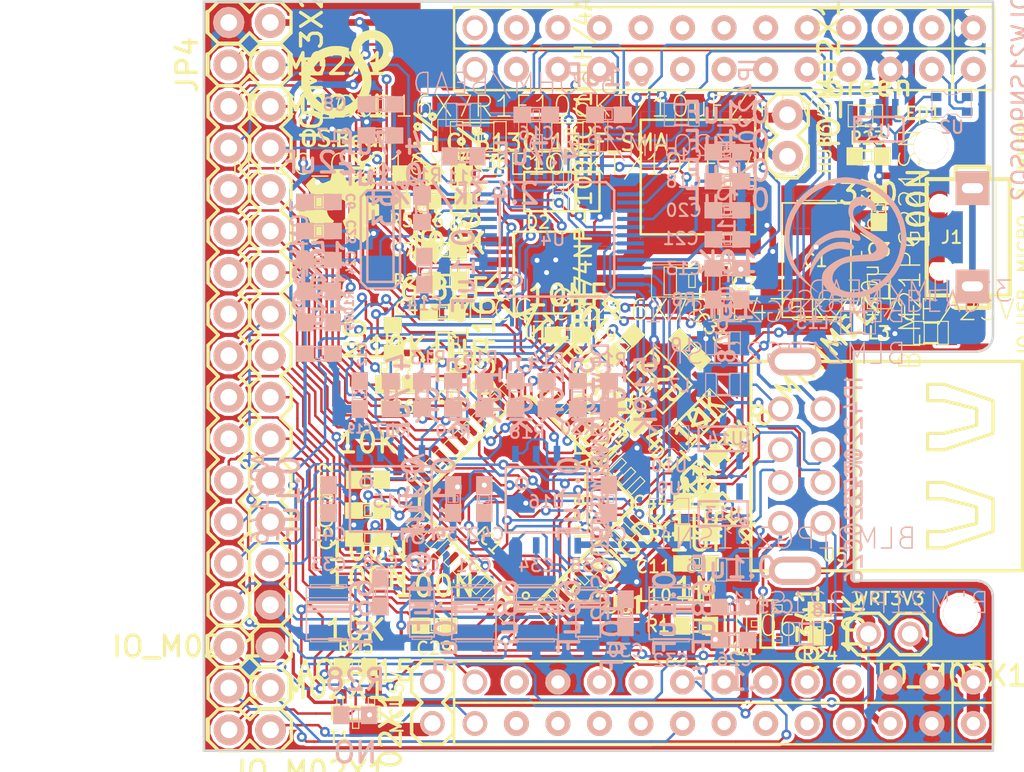
<source format=kicad_pcb>
(kicad_pcb (version 3) (host pcbnew "(2013-03-19 BZR 4004)-stable")
  (layers (15 F.Cu signal) (0 B.Cu signal hide) (18 B.Paste user hide) (19 F.Paste user) (20 B.SilkS user hide) (21 F.SilkS user hide) (22 B.Mask user) (23 F.Mask user hide) (28 Edge.Cuts user))
  (net 0 "")
  (net 1 +3.3V)
  (net 2 +5V)
  (net 3 /ATMEGA32U4/A0)
  (net 4 /ATMEGA32U4/A1)
  (net 5 /ATMEGA32U4/A2)
  (net 6 /ATMEGA32U4/A3)
  (net 7 /ATMEGA32U4/A4)
  (net 8 /ATMEGA32U4/A5)
  (net 9 /ATMEGA32U4/AREF)
  (net 10 /ATMEGA32U4/AVCC)
  (net 11 /ATMEGA32U4/D0/RX)
  (net 12 /ATMEGA32U4/D1/TX)
  (net 13 /ATMEGA32U4/D2/SDA)
  (net 14 /ATMEGA32U4/D3/SCL)
  (net 15 /ATMEGA32U4/D4)
  (net 16 /ATMEGA32U4/D5*)
  (net 17 /ATMEGA32U4/D6*)
  (net 18 /ATMEGA32U4/D7)
  (net 19 /ATMEGA32U4/HWB)
  (net 20 /ATMEGA32U4/IO10*)
  (net 21 /ATMEGA32U4/IO11*)
  (net 22 /ATMEGA32U4/IO12)
  (net 23 /ATMEGA32U4/IO13*)
  (net 24 /ATMEGA32U4/IO8)
  (net 25 /ATMEGA32U4/IO9*)
  (net 26 /ATMEGA32U4/MCU5V)
  (net 27 /ATMEGA32U4/MISO)
  (net 28 /ATMEGA32U4/MOSI)
  (net 29 /ATMEGA32U4/RESET)
  (net 30 /ATMEGA32U4/SCK)
  (net 31 /ATMEGA32U4/UGND)
  (net 32 /ATMEGA32U4/VBUS4)
  (net 33 /I2C_SCLK)
  (net 34 /I2C_SD)
  (net 35 /LINK3)
  (net 36 /LINK4)
  (net 37 /MCU5V)
  (net 38 /WLED_N)
  (net 39 /WRT33V)
  (net 40 /uPD720114/D+)
  (net 41 /uPD720114/D-)
  (net 42 /uPD720114/DP+)
  (net 43 /uPD720114/DP-)
  (net 44 /uPD720114/HUB33V)
  (net 45 /uPD720114/VBUS1)
  (net 46 /uPD720114/VBUS2)
  (net 47 /uPD720114/VBUS3)
  (net 48 AGND)
  (net 49 GND)
  (net 50 N-00000100)
  (net 51 N-00000101)
  (net 52 N-00000105)
  (net 53 N-00000106)
  (net 54 N-00000107)
  (net 55 N-00000108)
  (net 56 N-00000109)
  (net 57 N-0000011)
  (net 58 N-00000110)
  (net 59 N-00000112)
  (net 60 N-00000113)
  (net 61 N-00000114)
  (net 62 N-00000116)
  (net 63 N-0000012)
  (net 64 N-0000013)
  (net 65 N-0000014)
  (net 66 N-00000140)
  (net 67 N-00000146)
  (net 68 N-0000015)
  (net 69 N-0000016)
  (net 70 N-0000017)
  (net 71 N-0000018)
  (net 72 N-000002)
  (net 73 N-0000021)
  (net 74 N-0000027)
  (net 75 N-0000052)
  (net 76 N-0000071)
  (net 77 N-0000072)
  (net 78 N-0000073)
  (net 79 N-0000074)
  (net 80 N-0000075)
  (net 81 N-0000076)
  (net 82 N-0000077)
  (net 83 N-0000078)
  (net 84 N-0000079)
  (net 85 N-0000080)
  (net 86 N-0000081)
  (net 87 N-0000082)
  (net 88 N-0000083)
  (net 89 N-0000084)
  (net 90 N-0000086)
  (net 91 N-0000087)
  (net 92 N-0000088)
  (net 93 N-0000089)
  (net 94 N-0000090)
  (net 95 N-0000093)
  (net 96 N-0000096)
  (net 97 N-0000097)
  (net 98 N-0000098)
  (net 99 N-0000099)
  (module rcl-L7070 (layer F.Cu) (at 187.96 60.325 90)
    (fp_text reference L1 (at -0.09144 2.85496 360) (layer F.SilkS) (effects (font (size 0.762 0.762) (thickness 0.127))))
    (fp_text value CDRH74NP-100MC/10uH/4A (at 0 -6 90) (layer F.SilkS))
    (pad 1 smd rect (at -2.5 1 90) (size 3 7) (layers F.Cu F.Paste F.Mask) (net 71 N-0000018))
    (pad 2 smd rect (at 2.5 1 90) (size 3 7) (layers F.Cu F.Paste F.Mask) (net 1 +3.3V))
  )
  (module rcl-C1206 (layer F.Cu) (at 180.975 57.785 180)
    (fp_text reference C10 (at 1.77038 -1.6891 180) (layer F.SilkS) (effects (font (size 0.762 0.762) (thickness 0.127))))
    (fp_text value MLCC_C3216X7R1E106KT/10uF/4.5V (at 2.54 1.778 180) (layer F.SilkS) (effects (font (size 1.27 1.27) (thickness 0.0889))))
    (pad 1 smd rect (at -1.39954 0 180) (size 1.59766 1.79832) (layers F.Cu F.Paste F.Mask) (net 1 +3.3V))
    (pad 2 smd rect (at 1.39954 0 180) (size 1.59766 1.79832) (layers F.Cu F.Paste F.Mask) (net 49 GND))
  )
  (module rcl-C1206 (layer F.Cu) (at 188.595 66.675)
    (fp_text reference C2 (at 3.175 0.1524) (layer F.SilkS) (effects (font (size 0.762 0.762) (thickness 0.127))))
    (fp_text value MLCC_C3216X7R1E475K/4.7uF/25V (at 2.54 1.778) (layer F.SilkS) (effects (font (size 1.27 1.27) (thickness 0.0889))))
    (pad 1 smd rect (at -1.39954 0) (size 1.59766 1.79832) (layers F.Cu F.Paste F.Mask) (net 2 +5V))
    (pad 2 smd rect (at 1.39954 0) (size 1.59766 1.79832) (layers F.Cu F.Paste F.Mask) (net 49 GND))
  )
  (module IC_MP1484EN_SOIC08 (layer F.Cu) (at 179.705 66.167 90)
    (fp_text reference U1 (at -3.683 -0.635 360) (layer F.SilkS) (effects (font (size 0.762 0.762) (thickness 0.127))))
    (fp_text value IC_MP1484EN_SOIC08 (at -0.4 -5.3 90) (layer F.SilkS))
    (pad 1 smd rect (at -1.905 2.921 90) (size 0.6 1.6) (layers F.Cu F.Paste F.Mask) (net 63 N-0000012))
    (pad 2 smd rect (at -0.635 2.921 90) (size 0.6 1.6) (layers F.Cu F.Paste F.Mask) (net 2 +5V))
    (pad 3 smd rect (at 0.635 2.921 90) (size 0.6 1.6) (layers F.Cu F.Paste F.Mask) (net 71 N-0000018))
    (pad 4 smd rect (at 1.905 2.921 90) (size 0.6 1.6) (layers F.Cu F.Paste F.Mask) (net 49 GND))
    (pad 5 smd rect (at 1.905 -2.921 90) (size 0.6 1.6) (layers F.Cu F.Paste F.Mask) (net 65 N-0000014))
    (pad 6 smd rect (at 0.635 -2.921 90) (size 0.6 1.6) (layers F.Cu F.Paste F.Mask) (net 69 N-0000016))
    (pad 7 smd rect (at -0.635 -2.921 90) (size 0.6 1.6) (layers F.Cu F.Paste F.Mask) (net 64 N-0000013))
    (pad 8 smd rect (at -1.905 -2.921 90) (size 0.6 1.6) (layers F.Cu F.Paste F.Mask) (net 70 N-0000017))
    (pad 9 smd rect (at 0 0 90) (size 3.3 2.3) (layers F.Cu F.Paste F.Mask) (net 49 GND))
  )
  (module C_R_0603 (layer F.Cu) (at 172.72 60.96 90)
    (fp_text reference R6 (at -2.032 0 360) (layer F.SilkS) (effects (font (size 0.762 0.762) (thickness 0.127))))
    (fp_text value 10K/1% (at 0 2.286 90) (layer F.SilkS) (effects (font (size 1.27 1.27) (thickness 0.2032))))
    (pad 1 smd rect (at -0.84836 0 90) (size 0.99822 1.09982) (layers F.Cu F.Adhes F.Paste F.SilkS F.Mask) (net 65 N-0000014))
    (pad 2 smd rect (at 0.84836 0 90) (size 0.99822 1.09982) (layers F.Cu F.Adhes F.Paste F.SilkS F.Mask) (net 49 GND))
  )
  (module C_R_0603 (layer F.Cu) (at 173.58868 66.675 180)
    (fp_text reference R2 (at 2.54 0 180) (layer F.SilkS) (effects (font (size 0.762 0.762) (thickness 0.127))))
    (fp_text value 100K (at 0 2.286 180) (layer F.SilkS) (effects (font (size 1.27 1.27) (thickness 0.2032))))
    (pad 1 smd rect (at -0.84836 0 180) (size 0.99822 1.09982) (layers F.Cu F.Adhes F.Paste F.SilkS F.Mask) (net 64 N-0000013))
    (pad 2 smd rect (at 0.84836 0 180) (size 0.99822 1.09982) (layers F.Cu F.Adhes F.Paste F.SilkS F.Mask) (net 2 +5V))
  )
  (module C_R_0603 (layer F.Cu) (at 170.815 60.96 270)
    (fp_text reference R5 (at 2.032 0 540) (layer F.SilkS) (effects (font (size 0.762 0.762) (thickness 0.127))))
    (fp_text value 6.8K (at 0 2.286 270) (layer F.SilkS) (effects (font (size 1.27 1.27) (thickness 0.2032))))
    (pad 1 smd rect (at -0.84836 0 270) (size 0.99822 1.09982) (layers F.Cu F.Adhes F.Paste F.SilkS F.Mask) (net 49 GND))
    (pad 2 smd rect (at 0.84836 0 270) (size 0.99822 1.09982) (layers F.Cu F.Adhes F.Paste F.SilkS F.Mask) (net 68 N-0000015))
  )
  (module C_R_0603 (layer F.Cu) (at 174.625 60.96 270)
    (fp_text reference R7 (at 2.032 0 540) (layer F.SilkS) (effects (font (size 0.762 0.762) (thickness 0.127))))
    (fp_text value 26.1K/1% (at 0 2.286 270) (layer F.SilkS) (effects (font (size 1.27 1.27) (thickness 0.2032))))
    (pad 1 smd rect (at -0.84836 0 270) (size 0.99822 1.09982) (layers F.Cu F.Adhes F.Paste F.SilkS F.Mask) (net 1 +3.3V))
    (pad 2 smd rect (at 0.84836 0 270) (size 0.99822 1.09982) (layers F.Cu F.Adhes F.Paste F.SilkS F.Mask) (net 65 N-0000014))
  )
  (module C_C_0603 (layer F.Cu) (at 180.975 69.977 180)
    (fp_text reference C9 (at -2.286 0 180) (layer F.SilkS) (effects (font (size 0.762 0.762) (thickness 0.127))))
    (fp_text value 10NF (at 0 2.413 180) (layer F.SilkS) (effects (font (size 1.27 1.27) (thickness 0.2032))))
    (pad 1 smd rect (at -0.84836 0 180) (size 1.09982 0.99822) (layers F.Cu F.Adhes F.Paste F.SilkS F.Mask) (net 63 N-0000012))
    (pad 2 smd rect (at 0.84836 0 180) (size 1.09982 0.99822) (layers F.Cu F.Adhes F.Paste F.SilkS F.Mask) (net 71 N-0000018))
  )
  (module C_C_0603 (layer F.Cu) (at 173.4312 64.77)
    (fp_text reference C7 (at -2.54 0) (layer F.SilkS) (effects (font (size 0.762 0.762) (thickness 0.127))))
    (fp_text value 6.8NF (at 0 2.413) (layer F.SilkS) (effects (font (size 1.27 1.27) (thickness 0.2032))))
    (pad 1 smd rect (at -0.84836 0) (size 1.09982 0.99822) (layers F.Cu F.Adhes F.Paste F.SilkS F.Mask) (net 68 N-0000015))
    (pad 2 smd rect (at 0.84836 0) (size 1.09982 0.99822) (layers F.Cu F.Adhes F.Paste F.SilkS F.Mask) (net 69 N-0000016))
  )
  (module C_C_0603 (layer F.Cu) (at 173.355 68.58)
    (fp_text reference C4 (at -2.22504 -0.20574) (layer F.SilkS) (effects (font (size 0.762 0.762) (thickness 0.127))))
    (fp_text value 0.1UF (at 0 2.413) (layer F.SilkS) (effects (font (size 1.27 1.27) (thickness 0.2032))))
    (pad 1 smd rect (at -0.84836 0) (size 1.09982 0.99822) (layers F.Cu F.Adhes F.Paste F.SilkS F.Mask) (net 49 GND))
    (pad 2 smd rect (at 0.84836 0) (size 1.09982 0.99822) (layers F.Cu F.Adhes F.Paste F.SilkS F.Mask) (net 70 N-0000017))
  )
  (module C_CPOL_SMCE (layer F.Cu) (at 196.215 65.405 90)
    (fp_text reference C1 (at -0.0254 -0.0762 180) (layer F.SilkS) (effects (font (size 0.762 0.762) (thickness 0.127))))
    (fp_text value 470uF/6.3V (at 0.508 3.302 90) (layer F.SilkS) (effects (font (size 1.016 1.016) (thickness 0.0889))))
    (pad 1 smd rect (at -3.1496 0 90) (size 2.39776 2.79908) (layers F.Cu F.Paste F.Mask) (net 2 +5V))
    (pad 2 smd rect (at 3.1496 0 90) (size 2.39776 2.79908) (layers F.Cu F.Paste F.Mask) (net 49 GND))
  )
  (module UPD720114-QFP48 (layer B.Cu) (at 180.34 64.135 90)
    (fp_text reference U4 (at 0 -0.254 180) (layer B.SilkS) (effects (font (size 0.762 0.762) (thickness 0.127)) (justify mirror)))
    (fp_text value UPD720114-QFP48 (at -0.2 10.4 90) (layer B.SilkS) (effects (justify mirror)))
    (pad 1 smd rect (at -2.75 -4.5 90) (size 0.25 1.65) (layers B.Cu B.Paste B.Mask) (net 61 N-00000114))
    (pad 2 smd rect (at -2.25 -4.5 90) (size 0.25 1.65) (layers B.Cu B.Paste B.Mask) (net 49 GND))
    (pad 3 smd rect (at -1.75 -4.5 90) (size 0.25 1.65) (layers B.Cu B.Paste B.Mask) (net 49 GND))
    (pad 4 smd rect (at -1.25 -4.5 90) (size 0.25 1.65) (layers B.Cu B.Paste B.Mask) (net 49 GND))
    (pad 5 smd rect (at -0.75 -4.5 90) (size 0.25 1.65) (layers B.Cu B.Paste B.Mask) (net 49 GND))
    (pad 6 smd rect (at -0.25 -4.5 90) (size 0.25 1.65) (layers B.Cu B.Paste B.Mask) (net 49 GND))
    (pad 7 smd rect (at 0.25 -4.5 90) (size 0.25 1.65) (layers B.Cu B.Paste B.Mask) (net 52 N-00000105))
    (pad 8 smd rect (at 0.75 -4.5 90) (size 0.25 1.65) (layers B.Cu B.Paste B.Mask) (net 52 N-00000105))
    (pad 9 smd rect (at 1.25 -4.5 90) (size 0.25 1.65) (layers B.Cu B.Paste B.Mask) (net 44 /uPD720114/HUB33V))
    (pad 10 smd rect (at 1.75 -4.5 90) (size 0.25 1.65) (layers B.Cu B.Paste B.Mask) (net 54 N-00000107))
    (pad 11 smd rect (at 2.25 -4.5 90) (size 0.25 1.65) (layers B.Cu B.Paste B.Mask) (net 78 N-0000073))
    (pad 12 smd rect (at 2.75 -4.5 90) (size 0.25 1.65) (layers B.Cu B.Paste B.Mask) (net 61 N-00000114))
    (pad 13 smd rect (at 4.5 -2.75 90) (size 1.65 0.25) (layers B.Cu B.Paste B.Mask) (net 44 /uPD720114/HUB33V))
    (pad 14 smd rect (at 4.5 -2.25 90) (size 1.65 0.25) (layers B.Cu B.Paste B.Mask) (net 49 GND))
    (pad 15 smd rect (at 4.5 -1.75 90) (size 1.65 0.25) (layers B.Cu B.Paste B.Mask) (net 80 N-0000075))
    (pad 16 smd rect (at 4.5 -1.25 90) (size 1.65 0.25) (layers B.Cu B.Paste B.Mask) (net 59 N-00000112))
    (pad 17 smd rect (at 4.5 -0.75 90) (size 1.65 0.25) (layers B.Cu B.Paste B.Mask) (net 60 N-00000113))
    (pad 18 smd rect (at 4.5 -0.25 90) (size 1.65 0.25) (layers B.Cu B.Paste B.Mask) (net 59 N-00000112))
    (pad 19 smd rect (at 4.5 0.25 90) (size 1.65 0.25) (layers B.Cu B.Paste B.Mask) (net 60 N-00000113))
    (pad 20 smd rect (at 4.5 0.75 90) (size 1.65 0.25) (layers B.Cu B.Paste B.Mask) (net 44 /uPD720114/HUB33V))
    (pad 21 smd rect (at 4.5 1.25 90) (size 1.65 0.25) (layers B.Cu B.Paste B.Mask) (net 79 N-0000074))
    (pad 22 smd rect (at 4.5 1.75 90) (size 1.65 0.25) (layers B.Cu B.Paste B.Mask) (net 77 N-0000072))
    (pad 23 smd rect (at 4.5 2.25 90) (size 1.65 0.25) (layers B.Cu B.Paste B.Mask) (net 49 GND))
    (pad 24 smd rect (at 4.5 2.75 90) (size 1.65 0.25) (layers B.Cu B.Paste B.Mask) (net 61 N-00000114))
    (pad 25 smd rect (at 2.75 4.5 90) (size 0.25 1.65) (layers B.Cu B.Paste B.Mask) (net 43 /uPD720114/DP-))
    (pad 26 smd rect (at 2.25 4.5 90) (size 0.25 1.65) (layers B.Cu B.Paste B.Mask) (net 42 /uPD720114/DP+))
    (pad 27 smd rect (at 1.75 4.5 90) (size 0.25 1.65) (layers B.Cu B.Paste B.Mask) (net 49 GND))
    (pad 28 smd rect (at 1.25 4.5 90) (size 0.25 1.65) (layers B.Cu B.Paste B.Mask) (net 93 N-0000089))
    (pad 29 smd rect (at 0.75 4.5 90) (size 0.25 1.65) (layers B.Cu B.Paste B.Mask) (net 92 N-0000088))
    (pad 30 smd rect (at 0.25 4.5 90) (size 0.25 1.65) (layers B.Cu B.Paste B.Mask) (net 44 /uPD720114/HUB33V))
    (pad 31 smd rect (at -0.25 4.5 90) (size 0.25 1.65) (layers B.Cu B.Paste B.Mask) (net 96 N-0000096))
    (pad 32 smd rect (at -0.75 4.5 90) (size 0.25 1.65) (layers B.Cu B.Paste B.Mask) (net 97 N-0000097))
    (pad 33 smd rect (at -1.25 4.5 90) (size 0.25 1.65) (layers B.Cu B.Paste B.Mask) (net 61 N-00000114))
    (pad 34 smd rect (at -1.75 4.5 90) (size 0.25 1.65) (layers B.Cu B.Paste B.Mask) (net 56 N-00000109))
    (pad 35 smd rect (at -2.25 4.5 90) (size 0.25 1.65) (layers B.Cu B.Paste B.Mask) (net 95 N-0000093))
    (pad 36 smd rect (at -2.75 4.5 90) (size 0.25 1.65) (layers B.Cu B.Paste B.Mask) (net 49 GND))
    (pad 37 smd rect (at -4.5 2.75 90) (size 1.65 0.25) (layers B.Cu B.Paste B.Mask) (net 81 N-0000076))
    (pad 38 smd rect (at -4.5 2.25 90) (size 1.65 0.25) (layers B.Cu B.Paste B.Mask) (net 83 N-0000078))
    (pad 39 smd rect (at -4.5 1.75 90) (size 1.65 0.25) (layers B.Cu B.Paste B.Mask) (net 88 N-0000083))
    (pad 40 smd rect (at -4.5 1.25 90) (size 1.65 0.25) (layers B.Cu B.Paste B.Mask) (net 89 N-0000084))
    (pad 41 smd rect (at -4.5 0.75 90) (size 1.65 0.25) (layers B.Cu B.Paste B.Mask) (net 82 N-0000077))
    (pad 42 smd rect (at -4.5 0.25 90) (size 1.65 0.25) (layers B.Cu B.Paste B.Mask) (net 49 GND))
    (pad 43 smd rect (at -4.5 -0.25 90) (size 1.65 0.25) (layers B.Cu B.Paste B.Mask) (net 87 N-0000082))
    (pad 44 smd rect (at -4.5 -0.75 90) (size 1.65 0.25) (layers B.Cu B.Paste B.Mask) (net 85 N-0000080))
    (pad 45 smd rect (at -4.5 -1.25 90) (size 1.65 0.25) (layers B.Cu B.Paste B.Mask) (net 84 N-0000079))
    (pad 46 smd rect (at -4.5 -1.75 90) (size 1.65 0.25) (layers B.Cu B.Paste B.Mask) (net 86 N-0000081))
    (pad 47 smd rect (at -4.5 -2.25 90) (size 1.65 0.25) (layers B.Cu B.Paste B.Mask) (net 76 N-0000071))
    (pad 48 smd rect (at -4.5 -2.75 90) (size 1.65 0.25) (layers B.Cu B.Paste B.Mask) (net 44 /uPD720114/HUB33V))
  )
  (module rcl-L0805 (layer B.Cu) (at 174.625 56.515)
    (fp_text reference L5 hide)
    (fp_text value 32OHM/BEAD (at 3.175 -1.905) (layer B.SilkS) (effects (font (size 1.27 1.27) (thickness 0.0889)) (justify mirror)))
    (pad 1 smd rect (at -0.94996 0) (size 1.29794 1.4986) (layers B.Cu B.Paste B.Mask) (net 49 GND))
    (pad 2 smd rect (at 0.94996 0) (size 1.29794 1.4986) (layers B.Cu B.Paste B.Mask) (net 59 N-00000112))
  )
  (module rcl-L0805 (layer B.Cu) (at 191.135 84.328)
    (fp_text reference L6 (at -2.25044 -0.19558) (layer B.SilkS) (effects (font (size 0.762 0.762) (thickness 0.127)) (justify mirror)))
    (fp_text value BLM21PG221SN1 (at 3.175 -1.905) (layer B.SilkS) (effects (font (size 1.27 1.27) (thickness 0.0889)) (justify mirror)))
    (pad 1 smd rect (at -0.94996 0) (size 1.29794 1.4986) (layers B.Cu B.Paste B.Mask) (net 46 /uPD720114/VBUS2))
    (pad 2 smd rect (at 0.94996 0) (size 1.29794 1.4986) (layers B.Cu B.Paste B.Mask) (net 50 N-00000100))
  )
  (module rcl-L0805 (layer B.Cu) (at 190.5 73.025)
    (fp_text reference L7 (at -2.67208 0.0508) (layer B.SilkS) (effects (font (size 0.762 0.762) (thickness 0.127)) (justify mirror)))
    (fp_text value BLM21PG221SN1 (at 3.175 -1.905) (layer B.SilkS) (effects (font (size 1.27 1.27) (thickness 0.0889)) (justify mirror)))
    (pad 1 smd rect (at -0.94996 0) (size 1.29794 1.4986) (layers B.Cu B.Paste B.Mask) (net 49 GND))
    (pad 2 smd rect (at 0.94996 0) (size 1.29794 1.4986) (layers B.Cu B.Paste B.Mask) (net 51 N-00000101))
  )
  (module rcl-L0805 (layer B.Cu) (at 195.58 88.265)
    (fp_text reference L8 (at 1.016 -1.45288) (layer B.SilkS) (effects (font (size 0.762 0.762) (thickness 0.127)) (justify mirror)))
    (fp_text value BLM21PG221SN1 (at 3.175 -1.905) (layer B.SilkS) (effects (font (size 1.27 1.27) (thickness 0.0889)) (justify mirror)))
    (pad 1 smd rect (at -0.94996 0) (size 1.29794 1.4986) (layers B.Cu B.Paste B.Mask) (net 45 /uPD720114/VBUS1))
    (pad 2 smd rect (at 0.94996 0) (size 1.29794 1.4986) (layers B.Cu B.Paste B.Mask) (net 99 N-0000099))
  )
  (module rcl-L0805 (layer B.Cu) (at 187.96 56.515 180)
    (fp_text reference L4 hide)
    (fp_text value 32OHM/BEAD (at 3.175 -1.905 180) (layer B.SilkS) (effects (font (size 1.27 1.27) (thickness 0.0889)) (justify mirror)))
    (pad 1 smd rect (at -0.94996 0 180) (size 1.29794 1.4986) (layers B.Cu B.Paste B.Mask) (net 61 N-00000114))
    (pad 2 smd rect (at 0.94996 0 180) (size 1.29794 1.4986) (layers B.Cu B.Paste B.Mask) (net 60 N-00000113))
  )
  (module rcl-L0805 (layer B.Cu) (at 190.5 70.485)
    (fp_text reference L9 (at -2.5654 0.1016) (layer B.SilkS) (effects (font (size 0.762 0.762) (thickness 0.127)) (justify mirror)))
    (fp_text value BLM21PG221SN1 (at 3.175 -1.905) (layer B.SilkS) (effects (font (size 1.27 1.27) (thickness 0.0889)) (justify mirror)))
    (pad 1 smd rect (at -0.94996 0) (size 1.29794 1.4986) (layers B.Cu B.Paste B.Mask) (net 49 GND))
    (pad 2 smd rect (at 0.94996 0) (size 1.29794 1.4986) (layers B.Cu B.Paste B.Mask) (net 98 N-0000098))
  )
  (module rcl-L0805 (layer F.Cu) (at 203.2 69.85 180)
    (fp_text reference L2 hide)
    (fp_text value 32OHM/BEAD (at 3.175 1.905 180) (layer B.SilkS) (effects (font (size 1.27 1.27) (thickness 0.0889))))
    (pad 1 smd rect (at -0.94996 0 180) (size 1.29794 1.4986) (layers F.Cu F.Paste F.Mask) (net 74 N-0000027))
    (pad 2 smd rect (at 0.94996 0 180) (size 1.29794 1.4986) (layers F.Cu F.Paste F.Mask) (net 49 GND))
  )
  (module rcl-L0805 (layer F.Cu) (at 200.025 67.31 90)
    (fp_text reference L3 (at -2.54 0 360) (layer F.SilkS) (effects (font (size 0.762 0.762) (thickness 0.127))))
    (fp_text value BLM21PG221SN1 (at 3.175 1.905 90) (layer F.SilkS) (effects (font (size 1.27 1.27) (thickness 0.0889))))
    (pad 1 smd rect (at -0.94996 0 90) (size 1.29794 1.4986) (layers F.Cu F.Paste F.Mask) (net 72 N-000002))
    (pad 2 smd rect (at 0.94996 0 90) (size 1.29794 1.4986) (layers F.Cu F.Paste F.Mask) (net 2 +5V))
  )
  (module rcl-L0805 (layer B.Cu) (at 198.755 69.215)
    (fp_text reference L15 (at -2.794 0) (layer B.SilkS) (effects (font (size 0.762 0.762) (thickness 0.127)) (justify mirror)))
    (fp_text value 32OHM/BEAD (at 3.175 -1.905) (layer B.SilkS) (effects (font (size 1.27 1.27) (thickness 0.0889)) (justify mirror)))
    (pad 1 smd rect (at -0.94996 0) (size 1.29794 1.4986) (layers B.Cu B.Paste B.Mask) (net 91 N-0000087))
    (pad 2 smd rect (at 0.94996 0) (size 1.29794 1.4986) (layers B.Cu B.Paste B.Mask) (net 49 GND))
  )
  (module IO_FM13X2 (layer F.Cu) (at 205.8 91.2)
    (fp_text reference JP1 hide)
    (fp_text value IO_FM13X2 hide)
    (pad 1 thru_hole circle (at 0 0 180) (size 1.524 1.524) (drill 0.812799) (layers *.Cu *.Paste *.SilkS *.Mask) (net 75 N-0000052))
    (pad 2 thru_hole circle (at 0 2.54 180) (size 1.524 1.524) (drill 0.812799) (layers *.Cu *.Paste *.SilkS *.Mask) (net 75 N-0000052))
    (pad 3 thru_hole circle (at -2.54 0 180) (size 1.524 1.524) (drill 0.812799) (layers *.Cu *.Paste *.SilkS *.Mask) (net 49 GND))
    (pad 4 thru_hole circle (at -2.54 2.54 180) (size 1.524 1.524) (drill 0.812799) (layers *.Cu *.Paste *.SilkS *.Mask) (net 49 GND))
    (pad 5 thru_hole circle (at -5.08 0 180) (size 1.524 1.524) (drill 0.812799) (layers *.Cu *.Paste *.SilkS *.Mask) (net 49 GND))
    (pad 6 thru_hole circle (at -5.08 2.54 180) (size 1.524 1.524) (drill 0.812799) (layers *.Cu *.Paste *.SilkS *.Mask) (net 38 /WLED_N))
    (pad 7 thru_hole circle (at -7.62 0 180) (size 1.524 1.524) (drill 0.812799) (layers *.Cu *.Paste *.SilkS *.Mask))
    (pad 8 thru_hole circle (at -7.62 2.54 180) (size 1.524 1.524) (drill 0.812799) (layers *.Cu *.Paste *.SilkS *.Mask))
    (pad 9 thru_hole circle (at -10.16 0 180) (size 1.524 1.524) (drill 0.812799) (layers *.Cu *.Paste *.SilkS *.Mask))
    (pad 10 thru_hole circle (at -10.16 2.54 180) (size 1.524 1.524) (drill 0.812799) (layers *.Cu *.Paste *.SilkS *.Mask))
    (pad 11 thru_hole circle (at -12.7 0 180) (size 1.524 1.524) (drill 0.812799) (layers *.Cu *.Paste *.SilkS *.Mask))
    (pad 12 thru_hole circle (at -12.7 2.54 180) (size 1.524 1.524) (drill 0.812799) (layers *.Cu *.Paste *.SilkS *.Mask))
    (pad 13 thru_hole circle (at -15.24 0 180) (size 1.524 1.524) (drill 0.812799) (layers *.Cu *.Paste *.SilkS *.Mask))
    (pad 14 thru_hole circle (at -15.24 2.54 180) (size 1.524 1.524) (drill 0.812799) (layers *.Cu *.Paste *.SilkS *.Mask))
    (pad 15 thru_hole circle (at -17.78 0 180) (size 1.524 1.524) (drill 0.812799) (layers *.Cu *.Paste *.SilkS *.Mask) (net 33 /I2C_SCLK))
    (pad 16 thru_hole circle (at -17.78 2.54 180) (size 1.524 1.524) (drill 0.812799) (layers *.Cu *.Paste *.SilkS *.Mask) (net 34 /I2C_SD))
    (pad 17 thru_hole circle (at -20.32 0 180) (size 1.524 1.524) (drill 0.812799) (layers *.Cu *.Paste *.SilkS *.Mask))
    (pad 18 thru_hole circle (at -20.32 2.54 180) (size 1.524 1.524) (drill 0.812799) (layers *.Cu *.Paste *.SilkS *.Mask))
    (pad 19 thru_hole circle (at -22.86 0) (size 1.524 1.524) (drill 0.812799) (layers *.Cu *.Paste *.SilkS *.Mask))
    (pad 20 thru_hole circle (at -22.86 2.54) (size 1.524 1.524) (drill 0.812799) (layers *.Cu *.Paste *.SilkS *.Mask))
    (pad 21 thru_hole circle (at -25.4 0) (size 1.524 1.524) (drill 0.812799) (layers *.Cu *.Paste *.SilkS *.Mask) (net 49 GND))
    (pad 22 thru_hole circle (at -25.4 2.54) (size 1.524 1.524) (drill 0.812799) (layers *.Cu *.Paste *.SilkS *.Mask))
    (pad 23 thru_hole circle (at -27.94 0) (size 1.524 1.524) (drill 0.812799) (layers *.Cu *.Paste *.SilkS *.Mask))
    (pad 24 thru_hole circle (at -27.94 2.54) (size 1.524 1.524) (drill 0.812799) (layers *.Cu *.Paste *.SilkS *.Mask))
    (pad 25 thru_hole circle (at -30.48 0) (size 1.50622 1.50622) (drill 0.998218) (layers *.Cu *.Paste *.SilkS *.Mask) (net 35 /LINK3))
    (pad 26 thru_hole circle (at -30.48 2.54) (size 1.50622 1.50622) (drill 0.998218) (layers *.Cu *.Paste *.SilkS *.Mask) (net 36 /LINK4))
  )
  (module IO_FM13X2 (layer F.Cu) (at 205.8 51.2)
    (fp_text reference JP2 hide)
    (fp_text value IO_FM13X2 hide)
    (pad 1 thru_hole circle (at 0 0 180) (size 1.524 1.524) (drill 0.812799) (layers *.Cu *.Paste *.SilkS *.Mask) (net 49 GND))
    (pad 2 thru_hole circle (at 0 2.54 180) (size 1.524 1.524) (drill 0.812799) (layers *.Cu *.Paste *.SilkS *.Mask) (net 41 /uPD720114/D-))
    (pad 3 thru_hole circle (at -2.54 0 180) (size 1.524 1.524) (drill 0.812799) (layers *.Cu *.Paste *.SilkS *.Mask))
    (pad 4 thru_hole circle (at -2.54 2.54 180) (size 1.524 1.524) (drill 0.812799) (layers *.Cu *.Paste *.SilkS *.Mask) (net 40 /uPD720114/D+))
    (pad 5 thru_hole circle (at -5.08 0 180) (size 1.524 1.524) (drill 0.812799) (layers *.Cu *.Paste *.SilkS *.Mask))
    (pad 6 thru_hole circle (at -5.08 2.54 180) (size 1.524 1.524) (drill 0.812799) (layers *.Cu *.Paste *.SilkS *.Mask) (net 49 GND))
    (pad 7 thru_hole circle (at -7.62 0 180) (size 1.524 1.524) (drill 0.812799) (layers *.Cu *.Paste *.SilkS *.Mask))
    (pad 8 thru_hole circle (at -7.62 2.54 180) (size 1.524 1.524) (drill 0.812799) (layers *.Cu *.Paste *.SilkS *.Mask))
    (pad 9 thru_hole circle (at -10.16 0 180) (size 1.524 1.524) (drill 0.812799) (layers *.Cu *.Paste *.SilkS *.Mask))
    (pad 10 thru_hole circle (at -10.16 2.54 180) (size 1.524 1.524) (drill 0.812799) (layers *.Cu *.Paste *.SilkS *.Mask))
    (pad 11 thru_hole circle (at -12.7 0 180) (size 1.524 1.524) (drill 0.812799) (layers *.Cu *.Paste *.SilkS *.Mask))
    (pad 12 thru_hole circle (at -12.7 2.54 180) (size 1.524 1.524) (drill 0.812799) (layers *.Cu *.Paste *.SilkS *.Mask))
    (pad 13 thru_hole circle (at -15.24 0 180) (size 1.524 1.524) (drill 0.812799) (layers *.Cu *.Paste *.SilkS *.Mask))
    (pad 14 thru_hole circle (at -15.24 2.54 180) (size 1.524 1.524) (drill 0.812799) (layers *.Cu *.Paste *.SilkS *.Mask))
    (pad 15 thru_hole circle (at -17.78 0 180) (size 1.524 1.524) (drill 0.812799) (layers *.Cu *.Paste *.SilkS *.Mask))
    (pad 16 thru_hole circle (at -17.78 2.54 180) (size 1.524 1.524) (drill 0.812799) (layers *.Cu *.Paste *.SilkS *.Mask))
    (pad 17 thru_hole circle (at -20.32 0 180) (size 1.524 1.524) (drill 0.812799) (layers *.Cu *.Paste *.SilkS *.Mask))
    (pad 18 thru_hole circle (at -20.32 2.54 180) (size 1.524 1.524) (drill 0.812799) (layers *.Cu *.Paste *.SilkS *.Mask))
    (pad 19 thru_hole circle (at -22.86 0) (size 1.524 1.524) (drill 0.812799) (layers *.Cu *.Paste *.SilkS *.Mask))
    (pad 20 thru_hole circle (at -22.86 2.54) (size 1.524 1.524) (drill 0.812799) (layers *.Cu *.Paste *.SilkS *.Mask))
    (pad 21 thru_hole circle (at -25.4 0) (size 1.524 1.524) (drill 0.812799) (layers *.Cu *.Paste *.SilkS *.Mask))
    (pad 22 thru_hole circle (at -25.4 2.54) (size 1.524 1.524) (drill 0.812799) (layers *.Cu *.Paste *.SilkS *.Mask))
    (pad 23 thru_hole circle (at -27.94 0) (size 1.524 1.524) (drill 0.812799) (layers *.Cu *.Paste *.SilkS *.Mask))
    (pad 24 thru_hole circle (at -27.94 2.54) (size 1.524 1.524) (drill 0.812799) (layers *.Cu *.Paste *.SilkS *.Mask))
    (pad 25 thru_hole circle (at -30.48 0) (size 1.50622 1.50622) (drill 0.998218) (layers *.Cu *.Paste *.SilkS *.Mask))
    (pad 26 thru_hole circle (at -30.48 2.54) (size 1.50622 1.50622) (drill 0.998218) (layers *.Cu *.Paste *.SilkS *.Mask))
  )
  (module C_R_0603 (layer B.Cu) (at 165.7858 67.31)
    (fp_text reference R10 (at 1.85928 0.7112 90) (layer B.SilkS) (effects (font (size 0.508 0.508) (thickness 0.127)) (justify mirror)))
    (fp_text value 15k (at 0 -2.286) (layer B.SilkS) (effects (font (size 1.27 1.27) (thickness 0.2032)) (justify mirror)))
    (pad 1 smd rect (at -0.84836 0) (size 0.99822 1.09982) (layers B.Cu B.Adhes B.Paste B.SilkS B.Mask) (net 49 GND))
    (pad 2 smd rect (at 0.84836 0) (size 0.99822 1.09982) (layers B.Cu B.Adhes B.Paste B.SilkS B.Mask) (net 76 N-0000071))
  )
  (module C_R_0603 (layer B.Cu) (at 174.625 59.055 180)
    (fp_text reference R11 (at 0 -1.27 180) (layer B.SilkS) (effects (font (size 0.762 0.762) (thickness 0.127)) (justify mirror)))
    (fp_text value 2.43k/1% (at 0 -2.286 180) (layer B.SilkS) (effects (font (size 1.27 1.27) (thickness 0.2032)) (justify mirror)))
    (pad 1 smd rect (at -0.84836 0 180) (size 0.99822 1.09982) (layers B.Cu B.Adhes B.Paste B.SilkS B.Mask) (net 59 N-00000112))
    (pad 2 smd rect (at 0.84836 0 180) (size 0.99822 1.09982) (layers B.Cu B.Adhes B.Paste B.SilkS B.Mask) (net 80 N-0000075))
  )
  (module C_R_0603 (layer B.Cu) (at 190.754 67.818)
    (fp_text reference R8 (at -2.667 0) (layer B.SilkS) (effects (font (size 0.762 0.762) (thickness 0.127)) (justify mirror)))
    (fp_text value 10K (at 0 -2.286) (layer B.SilkS) (effects (font (size 1.27 1.27) (thickness 0.2032)) (justify mirror)))
    (pad 1 smd rect (at -0.84836 0) (size 0.99822 1.09982) (layers B.Cu B.Adhes B.Paste B.SilkS B.Mask) (net 81 N-0000076))
    (pad 2 smd rect (at 0.84836 0) (size 0.99822 1.09982) (layers B.Cu B.Adhes B.Paste B.SilkS B.Mask) (net 1 +3.3V))
  )
  (module C_R_0603 (layer B.Cu) (at 165.7858 69.215)
    (fp_text reference R9 (at 1.87706 0.00508 90) (layer B.SilkS) (effects (font (size 0.508 0.508) (thickness 0.127)) (justify mirror)))
    (fp_text value 10k (at 0 -2.286) (layer B.SilkS) (effects (font (size 1.27 1.27) (thickness 0.2032)) (justify mirror)))
    (pad 1 smd rect (at -0.84836 0) (size 0.99822 1.09982) (layers B.Cu B.Adhes B.Paste B.SilkS B.Mask) (net 2 +5V))
    (pad 2 smd rect (at 0.84836 0) (size 0.99822 1.09982) (layers B.Cu B.Adhes B.Paste B.SilkS B.Mask) (net 76 N-0000071))
  )
  (module C_R_0603 (layer B.Cu) (at 181.61 73.66 270)
    (fp_text reference R20 (at 2.032 0 360) (layer B.SilkS) (effects (font (size 0.762 0.762) (thickness 0.127)) (justify mirror)))
    (fp_text value 10K (at 0 -2.286 270) (layer B.SilkS) (effects (font (size 1.27 1.27) (thickness 0.2032)) (justify mirror)))
    (pad 1 smd rect (at -0.84836 0 270) (size 0.99822 1.09982) (layers B.Cu B.Adhes B.Paste B.SilkS B.Mask) (net 88 N-0000083))
    (pad 2 smd rect (at 0.84836 0 270) (size 0.99822 1.09982) (layers B.Cu B.Adhes B.Paste B.SilkS B.Mask) (net 44 /uPD720114/HUB33V))
  )
  (module C_R_0603 (layer B.Cu) (at 183.515 73.66 270)
    (fp_text reference R16 (at -2.159 0 360) (layer B.SilkS) (effects (font (size 0.762 0.762) (thickness 0.127)) (justify mirror)))
    (fp_text value 510K (at 0 -2.286 270) (layer B.SilkS) (effects (font (size 1.27 1.27) (thickness 0.2032)) (justify mirror)))
    (pad 1 smd rect (at -0.84836 0 270) (size 0.99822 1.09982) (layers B.Cu B.Adhes B.Paste B.SilkS B.Mask) (net 83 N-0000078))
    (pad 2 smd rect (at 0.84836 0 270) (size 0.99822 1.09982) (layers B.Cu B.Adhes B.Paste B.SilkS B.Mask) (net 44 /uPD720114/HUB33V))
  )
  (module C_R_0603 (layer B.Cu) (at 179.705 73.66 270)
    (fp_text reference R14 (at -2.159 0 360) (layer B.SilkS) (effects (font (size 0.762 0.762) (thickness 0.127)) (justify mirror)))
    (fp_text value 510K (at 0 -2.286 270) (layer B.SilkS) (effects (font (size 1.27 1.27) (thickness 0.2032)) (justify mirror)))
    (pad 1 smd rect (at -0.84836 0 270) (size 0.99822 1.09982) (layers B.Cu B.Adhes B.Paste B.SilkS B.Mask) (net 89 N-0000084))
    (pad 2 smd rect (at 0.84836 0 270) (size 0.99822 1.09982) (layers B.Cu B.Adhes B.Paste B.SilkS B.Mask) (net 44 /uPD720114/HUB33V))
  )
  (module C_R_0603 (layer B.Cu) (at 173.99 73.66 270)
    (fp_text reference R19 (at 2.24282 -0.00508 360) (layer B.SilkS) (effects (font (size 0.762 0.762) (thickness 0.127)) (justify mirror)))
    (fp_text value 10K (at 0 -2.286 270) (layer B.SilkS) (effects (font (size 1.27 1.27) (thickness 0.2032)) (justify mirror)))
    (pad 1 smd rect (at -0.84836 0 270) (size 0.99822 1.09982) (layers B.Cu B.Adhes B.Paste B.SilkS B.Mask) (net 85 N-0000080))
    (pad 2 smd rect (at 0.84836 0 270) (size 0.99822 1.09982) (layers B.Cu B.Adhes B.Paste B.SilkS B.Mask) (net 44 /uPD720114/HUB33V))
  )
  (module C_R_0603 (layer B.Cu) (at 170.18 73.66 270)
    (fp_text reference R17 (at 2.15646 -0.14986 360) (layer B.SilkS) (effects (font (size 0.762 0.762) (thickness 0.127)) (justify mirror)))
    (fp_text value 10K (at 0 -2.286 270) (layer B.SilkS) (effects (font (size 1.27 1.27) (thickness 0.2032)) (justify mirror)))
    (pad 1 smd rect (at -0.84836 0 270) (size 0.99822 1.09982) (layers B.Cu B.Adhes B.Paste B.SilkS B.Mask) (net 86 N-0000081))
    (pad 2 smd rect (at 0.84836 0 270) (size 0.99822 1.09982) (layers B.Cu B.Adhes B.Paste B.SilkS B.Mask) (net 44 /uPD720114/HUB33V))
  )
  (module C_R_0603 (layer B.Cu) (at 175.895 73.66 270)
    (fp_text reference R15 (at -2.286 0.254 360) (layer B.SilkS) (effects (font (size 0.762 0.762) (thickness 0.127)) (justify mirror)))
    (fp_text value 510K (at 0 -2.286 270) (layer B.SilkS) (effects (font (size 1.27 1.27) (thickness 0.2032)) (justify mirror)))
    (pad 1 smd rect (at -0.84836 0 270) (size 0.99822 1.09982) (layers B.Cu B.Adhes B.Paste B.SilkS B.Mask) (net 87 N-0000082))
    (pad 2 smd rect (at 0.84836 0 270) (size 0.99822 1.09982) (layers B.Cu B.Adhes B.Paste B.SilkS B.Mask) (net 44 /uPD720114/HUB33V))
  )
  (module C_R_0603 (layer B.Cu) (at 177.8 73.66 270)
    (fp_text reference R18 (at 2.2606 -0.7112 360) (layer B.SilkS) (effects (font (size 0.762 0.762) (thickness 0.127)) (justify mirror)))
    (fp_text value 10K (at 0 -2.286 270) (layer B.SilkS) (effects (font (size 1.27 1.27) (thickness 0.2032)) (justify mirror)))
    (pad 1 smd rect (at -0.84836 0 270) (size 0.99822 1.09982) (layers B.Cu B.Adhes B.Paste B.SilkS B.Mask) (net 82 N-0000077))
    (pad 2 smd rect (at 0.84836 0 270) (size 0.99822 1.09982) (layers B.Cu B.Adhes B.Paste B.SilkS B.Mask) (net 44 /uPD720114/HUB33V))
  )
  (module C_R_0603 (layer F.Cu) (at 188.849 87.757 180)
    (fp_text reference R1 (at 2.3368 0 180) (layer F.SilkS) (effects (font (size 0.762 0.762) (thickness 0.127))))
    (fp_text value 1M (at 0 2.286 180) (layer F.SilkS) (effects (font (size 1.27 1.27) (thickness 0.2032))))
    (pad 1 smd rect (at -0.84836 0 180) (size 0.99822 1.09982) (layers F.Cu F.Adhes F.Paste F.SilkS F.Mask) (net 49 GND))
    (pad 2 smd rect (at 0.84836 0 180) (size 0.99822 1.09982) (layers F.Cu F.Adhes F.Paste F.SilkS F.Mask) (net 48 AGND))
  )
  (module C_R_0603 (layer B.Cu) (at 172.085 62.23 90)
    (fp_text reference R12 (at 2.032 0.127 180) (layer B.SilkS) (effects (font (size 0.762 0.762) (thickness 0.127)) (justify mirror)))
    (fp_text value 33 (at 0 -2.286 90) (layer B.SilkS) (effects (font (size 1.27 1.27) (thickness 0.2032)) (justify mirror)))
    (pad 1 smd rect (at -0.84836 0 90) (size 0.99822 1.09982) (layers B.Cu B.Adhes B.Paste B.SilkS B.Mask) (net 78 N-0000073))
    (pad 2 smd rect (at 0.84836 0 90) (size 0.99822 1.09982) (layers B.Cu B.Adhes B.Paste B.SilkS B.Mask) (net 55 N-00000108))
  )
  (module C_R_0603 (layer B.Cu) (at 172.085 73.66 270)
    (fp_text reference R13 (at -2.286 -0.381 360) (layer B.SilkS) (effects (font (size 0.762 0.762) (thickness 0.127)) (justify mirror)))
    (fp_text value 510K (at 0 -2.286 270) (layer B.SilkS) (effects (font (size 1.27 1.27) (thickness 0.2032)) (justify mirror)))
    (pad 1 smd rect (at -0.84836 0 270) (size 0.99822 1.09982) (layers B.Cu B.Adhes B.Paste B.SilkS B.Mask) (net 84 N-0000079))
    (pad 2 smd rect (at 0.84836 0 270) (size 0.99822 1.09982) (layers B.Cu B.Adhes B.Paste B.SilkS B.Mask) (net 44 /uPD720114/HUB33V))
  )
  (module C_CRY_5.0-3.2 (layer B.Cu) (at 169.545 64.135 270)
    (fp_text reference X1 (at -3.7846 0.1524 360) (layer B.SilkS) (effects (font (size 0.762 0.762) (thickness 0.127)) (justify mirror)))
    (fp_text value 30MHz (at -0.09 4.95 270) (layer B.SilkS) (effects (justify mirror)))
    (pad 1 smd rect (at -2 0 270) (size 2 2.4) (layers B.Cu B.Paste B.Mask) (net 55 N-00000108))
    (pad 2 smd rect (at 2 0 270) (size 2 2.4) (layers B.Cu B.Paste B.Mask) (net 54 N-00000107))
  )
  (module C_C_0603 (layer B.Cu) (at 169.545 85.725 270)
    (fp_text reference C28 (at -1.8415 0 360) (layer B.SilkS) (effects (font (size 0.762 0.762) (thickness 0.127)) (justify mirror)))
    (fp_text value 0.1uF (at 0 -2.413 270) (layer B.SilkS) (effects (font (size 1.27 1.27) (thickness 0.2032)) (justify mirror)))
    (pad 1 smd rect (at -0.84836 0 270) (size 1.09982 0.99822) (layers B.Cu B.Adhes B.Paste B.SilkS B.Mask) (net 2 +5V))
    (pad 2 smd rect (at 0.84836 0 270) (size 1.09982 0.99822) (layers B.Cu B.Adhes B.Paste B.SilkS B.Mask) (net 49 GND))
  )
  (module C_C_0603 (layer F.Cu) (at 200.025 62.23 90)
    (fp_text reference C3 (at -2.54 0 360) (layer F.SilkS) (effects (font (size 0.762 0.762) (thickness 0.127))))
    (fp_text value 100N (at 0 2.413 90) (layer F.SilkS) (effects (font (size 1.27 1.27) (thickness 0.2032))))
    (pad 1 smd rect (at -0.84836 0 90) (size 1.09982 0.99822) (layers F.Cu F.Adhes F.Paste F.SilkS F.Mask) (net 2 +5V))
    (pad 2 smd rect (at 0.84836 0 90) (size 1.09982 0.99822) (layers F.Cu F.Adhes F.Paste F.SilkS F.Mask) (net 49 GND))
  )
  (module C_C_0603 (layer F.Cu) (at 168.783 82.423)
    (fp_text reference C5 (at -2.54 0 90) (layer F.SilkS) (effects (font (size 0.762 0.762) (thickness 0.127))))
    (fp_text value 100N (at 0 2.413) (layer F.SilkS) (effects (font (size 1.27 1.27) (thickness 0.2032))))
    (pad 1 smd rect (at -0.84836 0) (size 1.09982 0.99822) (layers F.Cu F.Adhes F.Paste F.SilkS F.Mask) (net 49 GND))
    (pad 2 smd rect (at 0.84836 0) (size 1.09982 0.99822) (layers F.Cu F.Adhes F.Paste F.SilkS F.Mask) (net 26 /ATMEGA32U4/MCU5V))
  )
  (module C_C_0603 (layer B.Cu) (at 184.531 86.995 270)
    (fp_text reference C30 (at 2.286 0 360) (layer B.SilkS) (effects (font (size 0.762 0.762) (thickness 0.127)) (justify mirror)))
    (fp_text value 0.1uF (at 0 -2.413 270) (layer B.SilkS) (effects (font (size 1.27 1.27) (thickness 0.2032)) (justify mirror)))
    (pad 1 smd rect (at -0.84836 0 270) (size 1.09982 0.99822) (layers B.Cu B.Adhes B.Paste B.SilkS B.Mask) (net 2 +5V))
    (pad 2 smd rect (at 0.84836 0 270) (size 1.09982 0.99822) (layers B.Cu B.Adhes B.Paste B.SilkS B.Mask) (net 49 GND))
  )
  (module C_C_0603 (layer B.Cu) (at 190.754 65.913 180)
    (fp_text reference C13 (at 2.667 0 180) (layer B.SilkS) (effects (font (size 0.762 0.762) (thickness 0.127)) (justify mirror)))
    (fp_text value 1uF (at 0 -2.413 180) (layer B.SilkS) (effects (font (size 1.27 1.27) (thickness 0.2032)) (justify mirror)))
    (pad 1 smd rect (at -0.84836 0 180) (size 1.09982 0.99822) (layers B.Cu B.Adhes B.Paste B.SilkS B.Mask) (net 49 GND))
    (pad 2 smd rect (at 0.84836 0 180) (size 1.09982 0.99822) (layers B.Cu B.Adhes B.Paste B.SilkS B.Mask) (net 81 N-0000076))
  )
  (module C_C_0603 (layer B.Cu) (at 190.754 64.135)
    (fp_text reference C21 (at -2.8448 -0.0508) (layer B.SilkS) (effects (font (size 0.762 0.762) (thickness 0.127)) (justify mirror)))
    (fp_text value 0.1uF (at 0 -2.413) (layer B.SilkS) (effects (font (size 1.27 1.27) (thickness 0.2032)) (justify mirror)))
    (pad 1 smd rect (at -0.84836 0) (size 1.09982 0.99822) (layers B.Cu B.Adhes B.Paste B.SilkS B.Mask) (net 61 N-00000114))
    (pad 2 smd rect (at 0.84836 0) (size 1.09982 0.99822) (layers B.Cu B.Adhes B.Paste B.SilkS B.Mask) (net 49 GND))
  )
  (module C_C_0603 (layer B.Cu) (at 190.754 62.357)
    (fp_text reference C20 (at -2.667 0) (layer B.SilkS) (effects (font (size 0.762 0.762) (thickness 0.127)) (justify mirror)))
    (fp_text value 0.1uF (at 0 -2.413) (layer B.SilkS) (effects (font (size 1.27 1.27) (thickness 0.2032)) (justify mirror)))
    (pad 1 smd rect (at -0.84836 0) (size 1.09982 0.99822) (layers B.Cu B.Adhes B.Paste B.SilkS B.Mask) (net 61 N-00000114))
    (pad 2 smd rect (at 0.84836 0) (size 1.09982 0.99822) (layers B.Cu B.Adhes B.Paste B.SilkS B.Mask) (net 49 GND))
  )
  (module C_C_0603 (layer B.Cu) (at 169.545 57.785 180)
    (fp_text reference C17 (at 2.794 0 180) (layer B.SilkS) (effects (font (size 0.762 0.762) (thickness 0.127)) (justify mirror)))
    (fp_text value 0.1uF (at 0 -2.413 180) (layer B.SilkS) (effects (font (size 1.27 1.27) (thickness 0.2032)) (justify mirror)))
    (pad 1 smd rect (at -0.84836 0 180) (size 1.09982 0.99822) (layers B.Cu B.Adhes B.Paste B.SilkS B.Mask) (net 61 N-00000114))
    (pad 2 smd rect (at 0.84836 0 180) (size 1.09982 0.99822) (layers B.Cu B.Adhes B.Paste B.SilkS B.Mask) (net 49 GND))
  )
  (module C_C_0603 (layer B.Cu) (at 165.7858 63.627 180)
    (fp_text reference C23 (at -1.98628 -0.04318 270) (layer B.SilkS) (effects (font (size 0.508 0.508) (thickness 0.127)) (justify mirror)))
    (fp_text value 12p (at 0 -2.413 180) (layer B.SilkS) (effects (font (size 1.27 1.27) (thickness 0.2032)) (justify mirror)))
    (pad 1 smd rect (at -0.84836 0 180) (size 1.09982 0.99822) (layers B.Cu B.Adhes B.Paste B.SilkS B.Mask) (net 55 N-00000108))
    (pad 2 smd rect (at 0.84836 0 180) (size 1.09982 0.99822) (layers B.Cu B.Adhes B.Paste B.SilkS B.Mask) (net 49 GND))
  )
  (module C_C_0603 (layer B.Cu) (at 165.7858 65.405 180)
    (fp_text reference C24 (at -1.9685 -0.14986 270) (layer B.SilkS) (effects (font (size 0.508 0.508) (thickness 0.127)) (justify mirror)))
    (fp_text value 12p (at 0 -2.413 180) (layer B.SilkS) (effects (font (size 1.27 1.27) (thickness 0.2032)) (justify mirror)))
    (pad 1 smd rect (at -0.84836 0 180) (size 1.09982 0.99822) (layers B.Cu B.Adhes B.Paste B.SilkS B.Mask) (net 54 N-00000107))
    (pad 2 smd rect (at 0.84836 0 180) (size 1.09982 0.99822) (layers B.Cu B.Adhes B.Paste B.SilkS B.Mask) (net 49 GND))
  )
  (module C_C_0603 (layer B.Cu) (at 169.545 55.88 180)
    (fp_text reference C8 (at 2.794 0 180) (layer B.SilkS) (effects (font (size 0.762 0.762) (thickness 0.127)) (justify mirror)))
    (fp_text value 4.7uF (at 0 -2.413 180) (layer B.SilkS) (effects (font (size 1.27 1.27) (thickness 0.2032)) (justify mirror)))
    (pad 1 smd rect (at -0.84836 0 180) (size 1.09982 0.99822) (layers B.Cu B.Adhes B.Paste B.SilkS B.Mask) (net 61 N-00000114))
    (pad 2 smd rect (at 0.84836 0 180) (size 1.09982 0.99822) (layers B.Cu B.Adhes B.Paste B.SilkS B.Mask) (net 49 GND))
  )
  (module C_C_0603 (layer B.Cu) (at 179.07 56.515 180)
    (fp_text reference C16 (at 0 -1.143 180) (layer B.SilkS) (effects (font (size 0.762 0.762) (thickness 0.127)) (justify mirror)))
    (fp_text value 4.7uF (at 0 -2.413 180) (layer B.SilkS) (effects (font (size 1.27 1.27) (thickness 0.2032)) (justify mirror)))
    (pad 1 smd rect (at -0.84836 0 180) (size 1.09982 0.99822) (layers B.Cu B.Adhes B.Paste B.SilkS B.Mask) (net 60 N-00000113))
    (pad 2 smd rect (at 0.84836 0 180) (size 1.09982 0.99822) (layers B.Cu B.Adhes B.Paste B.SilkS B.Mask) (net 59 N-00000112))
  )
  (module C_C_0603 (layer B.Cu) (at 183.515 56.515)
    (fp_text reference C22 (at 0 1.143) (layer B.SilkS) (effects (font (size 0.762 0.762) (thickness 0.127)) (justify mirror)))
    (fp_text value 0.1uF (at 0 -2.413) (layer B.SilkS) (effects (font (size 1.27 1.27) (thickness 0.2032)) (justify mirror)))
    (pad 1 smd rect (at -0.84836 0) (size 1.09982 0.99822) (layers B.Cu B.Adhes B.Paste B.SilkS B.Mask) (net 60 N-00000113))
    (pad 2 smd rect (at 0.84836 0) (size 1.09982 0.99822) (layers B.Cu B.Adhes B.Paste B.SilkS B.Mask) (net 59 N-00000112))
  )
  (module C_C_0603 (layer B.Cu) (at 165.7858 61.849)
    (fp_text reference C6 (at 1.96088 -0.04572 90) (layer B.SilkS) (effects (font (size 0.508 0.508) (thickness 0.127)) (justify mirror)))
    (fp_text value 22uF (at 0 -2.413) (layer B.SilkS) (effects (font (size 1.27 1.27) (thickness 0.2032)) (justify mirror)))
    (pad 1 smd rect (at -0.84836 0) (size 1.09982 0.99822) (layers B.Cu B.Adhes B.Paste B.SilkS B.Mask) (net 49 GND))
    (pad 2 smd rect (at 0.84836 0) (size 1.09982 0.99822) (layers B.Cu B.Adhes B.Paste B.SilkS B.Mask) (net 61 N-00000114))
  )
  (module C_C_0603 (layer B.Cu) (at 168.275 73.66 270)
    (fp_text reference C19 (at 2.06502 0.00508 360) (layer B.SilkS) (effects (font (size 0.508 0.508) (thickness 0.127)) (justify mirror)))
    (fp_text value 4.7uF (at 0 -2.413 270) (layer B.SilkS) (effects (font (size 1.27 1.27) (thickness 0.2032)) (justify mirror)))
    (pad 1 smd rect (at -0.84836 0 270) (size 1.09982 0.99822) (layers B.Cu B.Adhes B.Paste B.SilkS B.Mask) (net 44 /uPD720114/HUB33V))
    (pad 2 smd rect (at 0.84836 0 270) (size 1.09982 0.99822) (layers B.Cu B.Adhes B.Paste B.SilkS B.Mask) (net 49 GND))
  )
  (module C_C_0603 (layer B.Cu) (at 190.754 60.579)
    (fp_text reference C18 (at -2.667 0) (layer B.SilkS) (effects (font (size 0.762 0.762) (thickness 0.127)) (justify mirror)))
    (fp_text value 0.1uF (at 0 -2.413) (layer B.SilkS) (effects (font (size 1.27 1.27) (thickness 0.2032)) (justify mirror)))
    (pad 1 smd rect (at -0.84836 0) (size 1.09982 0.99822) (layers B.Cu B.Adhes B.Paste B.SilkS B.Mask) (net 44 /uPD720114/HUB33V))
    (pad 2 smd rect (at 0.84836 0) (size 1.09982 0.99822) (layers B.Cu B.Adhes B.Paste B.SilkS B.Mask) (net 49 GND))
  )
  (module C_C_0603 (layer B.Cu) (at 190.754 58.801)
    (fp_text reference C15 (at -2.6416 0.1778) (layer B.SilkS) (effects (font (size 0.762 0.762) (thickness 0.127)) (justify mirror)))
    (fp_text value 0.1uF (at 0 -2.413) (layer B.SilkS) (effects (font (size 1.27 1.27) (thickness 0.2032)) (justify mirror)))
    (pad 1 smd rect (at -0.84836 0) (size 1.09982 0.99822) (layers B.Cu B.Adhes B.Paste B.SilkS B.Mask) (net 44 /uPD720114/HUB33V))
    (pad 2 smd rect (at 0.84836 0) (size 1.09982 0.99822) (layers B.Cu B.Adhes B.Paste B.SilkS B.Mask) (net 49 GND))
  )
  (module C_C_0603 (layer B.Cu) (at 172.23232 66.04508 270)
    (fp_text reference C14 (at 2.032 0 360) (layer B.SilkS) (effects (font (size 0.762 0.762) (thickness 0.127)) (justify mirror)))
    (fp_text value 0.1uF (at 0 -2.413 270) (layer B.SilkS) (effects (font (size 1.27 1.27) (thickness 0.2032)) (justify mirror)))
    (pad 1 smd rect (at -0.84836 0 270) (size 1.09982 0.99822) (layers B.Cu B.Adhes B.Paste B.SilkS B.Mask) (net 44 /uPD720114/HUB33V))
    (pad 2 smd rect (at 0.84836 0 270) (size 1.09982 0.99822) (layers B.Cu B.Adhes B.Paste B.SilkS B.Mask) (net 49 GND))
  )
  (module C_C_0603 (layer B.Cu) (at 165.7858 71.12)
    (fp_text reference C12 (at 2.6543 0.0508 90) (layer B.SilkS) (effects (font (size 0.508 0.508) (thickness 0.127)) (justify mirror)))
    (fp_text value 1uF (at 0 -2.413) (layer B.SilkS) (effects (font (size 1.27 1.27) (thickness 0.2032)) (justify mirror)))
    (pad 1 smd rect (at -0.84836 0) (size 1.09982 0.99822) (layers B.Cu B.Adhes B.Paste B.SilkS B.Mask) (net 2 +5V))
    (pad 2 smd rect (at 0.84836 0) (size 1.09982 0.99822) (layers B.Cu B.Adhes B.Paste B.SilkS B.Mask) (net 49 GND))
  )
  (module C_C_0603 (layer B.Cu) (at 191.135 88.646 180)
    (fp_text reference C26 (at -0.07112 -1.17856 180) (layer B.SilkS) (effects (font (size 0.762 0.762) (thickness 0.127)) (justify mirror)))
    (fp_text value 0.1uF (at 0 -2.413 180) (layer B.SilkS) (effects (font (size 1.27 1.27) (thickness 0.2032)) (justify mirror)))
    (pad 1 smd rect (at -0.84836 0 180) (size 1.09982 0.99822) (layers B.Cu B.Adhes B.Paste B.SilkS B.Mask) (net 45 /uPD720114/VBUS1))
    (pad 2 smd rect (at 0.84836 0 180) (size 1.09982 0.99822) (layers B.Cu B.Adhes B.Paste B.SilkS B.Mask) (net 49 GND))
  )
  (module C_C_0603 (layer B.Cu) (at 191.135 86.614)
    (fp_text reference C25 (at 2.59334 0.00254) (layer B.SilkS) (effects (font (size 0.762 0.762) (thickness 0.127)) (justify mirror)))
    (fp_text value 0.1uF (at 0 -2.413) (layer B.SilkS) (effects (font (size 1.27 1.27) (thickness 0.2032)) (justify mirror)))
    (pad 1 smd rect (at -0.84836 0) (size 1.09982 0.99822) (layers B.Cu B.Adhes B.Paste B.SilkS B.Mask) (net 46 /uPD720114/VBUS2))
    (pad 2 smd rect (at 0.84836 0) (size 1.09982 0.99822) (layers B.Cu B.Adhes B.Paste B.SilkS B.Mask) (net 49 GND))
  )
  (module C_C_0603 (layer F.Cu) (at 168.783 80.7212)
    (fp_text reference C27 (at -2.54 0 270) (layer F.SilkS) (effects (font (size 0.762 0.762) (thickness 0.127))))
    (fp_text value 100N (at 0 2.413) (layer F.SilkS) (effects (font (size 1.27 1.27) (thickness 0.2032))))
    (pad 1 smd rect (at -0.84836 0) (size 1.09982 0.99822) (layers F.Cu F.Adhes F.Paste F.SilkS F.Mask) (net 49 GND))
    (pad 2 smd rect (at 0.84836 0) (size 1.09982 0.99822) (layers F.Cu F.Adhes F.Paste F.SilkS F.Mask) (net 26 /ATMEGA32U4/MCU5V))
  )
  (module C_C_0603 (layer F.Cu) (at 172.847 87.757 180)
    (fp_text reference C29 (at 0.00254 -1.38176 180) (layer F.SilkS) (effects (font (size 0.762 0.762) (thickness 0.127))))
    (fp_text value 100N (at 0 2.413 180) (layer F.SilkS) (effects (font (size 1.27 1.27) (thickness 0.2032))))
    (pad 1 smd rect (at -0.84836 0 180) (size 1.09982 0.99822) (layers F.Cu F.Adhes F.Paste F.SilkS F.Mask) (net 48 AGND))
    (pad 2 smd rect (at 0.84836 0 180) (size 1.09982 0.99822) (layers F.Cu F.Adhes F.Paste F.SilkS F.Mask) (net 9 /ATMEGA32U4/AREF))
  )
  (module C_R_0603 (layer F.Cu) (at 168.783 78.8416 180)
    (fp_text reference R22 (at 2.54 0 270) (layer F.SilkS) (effects (font (size 0.762 0.762) (thickness 0.127))))
    (fp_text value 10K (at 0 2.286 180) (layer F.SilkS) (effects (font (size 1.27 1.27) (thickness 0.2032))))
    (pad 1 smd rect (at -0.84836 0 180) (size 0.99822 1.09982) (layers F.Cu F.Adhes F.Paste F.SilkS F.Mask) (net 19 /ATMEGA32U4/HWB))
    (pad 2 smd rect (at 0.84836 0 180) (size 0.99822 1.09982) (layers F.Cu F.Adhes F.Paste F.SilkS F.Mask) (net 49 GND))
  )
  (module C_R_0603 (layer F.Cu) (at 188.849 82.042 180)
    (fp_text reference R4 (at 2.2098 -0.1778 180) (layer F.SilkS) (effects (font (size 0.762 0.762) (thickness 0.127))))
    (fp_text value 1M (at 0 2.286 180) (layer F.SilkS) (effects (font (size 1.27 1.27) (thickness 0.2032))))
    (pad 1 smd rect (at -0.84836 0 180) (size 0.99822 1.09982) (layers F.Cu F.Adhes F.Paste F.SilkS F.Mask) (net 31 /ATMEGA32U4/UGND))
    (pad 2 smd rect (at 0.84836 0 180) (size 0.99822 1.09982) (layers F.Cu F.Adhes F.Paste F.SilkS F.Mask) (net 49 GND))
  )
  (module C_R_0603 (layer F.Cu) (at 184.531 74.93 315)
    (fp_text reference R21 (at 0.127 1.143 315) (layer F.SilkS) (effects (font (size 0.762 0.762) (thickness 0.127))))
    (fp_text value 1M (at 0 2.286 315) (layer F.SilkS) (effects (font (size 1.27 1.27) (thickness 0.2032))))
    (pad 1 smd rect (at -0.84836 0 315) (size 0.99822 1.09982) (layers F.Cu F.Adhes F.Paste F.SilkS F.Mask) (net 66 N-00000140))
    (pad 2 smd rect (at 0.84836 0 315) (size 0.99822 1.09982) (layers F.Cu F.Adhes F.Paste F.SilkS F.Mask) (net 67 N-00000146))
  )
  (module C_R_0603 (layer F.Cu) (at 190.627 76.708 225)
    (fp_text reference R3 (at 2.327682 -0.028737 315) (layer F.SilkS) (effects (font (size 0.762 0.762) (thickness 0.127))))
    (fp_text value 10K (at 0 2.286 225) (layer F.SilkS) (effects (font (size 1.27 1.27) (thickness 0.2032))))
    (pad 1 smd rect (at -0.84836 0 225) (size 0.99822 1.09982) (layers F.Cu F.Adhes F.Paste F.SilkS F.Mask) (net 29 /ATMEGA32U4/RESET))
    (pad 2 smd rect (at 0.84836 0 225) (size 0.99822 1.09982) (layers F.Cu F.Adhes F.Paste F.SilkS F.Mask) (net 26 /ATMEGA32U4/MCU5V))
  )
  (module C_C_0603 (layer F.Cu) (at 188.468 70.866 315)
    (fp_text reference C35 (at -0.021553 -1.831972 315) (layer F.SilkS) (effects (font (size 0.762 0.762) (thickness 0.127))))
    (fp_text value 22p (at 0 2.413 315) (layer F.SilkS) (effects (font (size 1.27 1.27) (thickness 0.2032))))
    (pad 1 smd rect (at -0.84836 0 315) (size 1.09982 0.99822) (layers F.Cu F.Adhes F.Paste F.SilkS F.Mask) (net 49 GND))
    (pad 2 smd rect (at 0.84836 0 315) (size 1.09982 0.99822) (layers F.Cu F.Adhes F.Paste F.SilkS F.Mask) (net 67 N-00000146))
  )
  (module C_C_0603 (layer F.Cu) (at 188.849 83.947 180)
    (fp_text reference C11 (at 2.5908 -0.2032 180) (layer F.SilkS) (effects (font (size 0.762 0.762) (thickness 0.127))))
    (fp_text value 1Uf (at 0 2.413 180) (layer F.SilkS) (effects (font (size 1.27 1.27) (thickness 0.2032))))
    (pad 1 smd rect (at -0.84836 0 180) (size 1.09982 0.99822) (layers F.Cu F.Adhes F.Paste F.SilkS F.Mask) (net 10 /ATMEGA32U4/AVCC))
    (pad 2 smd rect (at 0.84836 0 180) (size 1.09982 0.99822) (layers F.Cu F.Adhes F.Paste F.SilkS F.Mask) (net 49 GND))
  )
  (module IO_HOLE-3.2 (layer F.Cu) (at 205 87)
    (fp_text reference P2 hide)
    (fp_text value IO_HOLE-3.2 hide)
    (pad "" thru_hole circle (at 0 0) (size 2.1 2.1) (drill 2.1) (layers *.Cu *.Paste *.SilkS *.Mask))
  )
  (module IO_HOLE-3.2 (layer F.Cu) (at 203.2 58.42)
    (fp_text reference P3 hide)
    (fp_text value IO_HOLE-3.2 hide)
    (pad "" thru_hole circle (at 0 0) (size 2.1 2.1) (drill 2.1) (layers *.Cu *.Paste *.SilkS *.Mask))
  )
  (module AP1212_SOP8 (layer B.Cu) (at 170.18 80.01 270)
    (fp_text reference U15 (at 0.127 0 540) (layer B.SilkS) (effects (font (size 0.762 0.762) (thickness 0.127)) (justify mirror)))
    (fp_text value AP2146 (at 0 8 270) (layer B.SilkS) (effects (justify mirror)))
    (pad 1 smd rect (at -2.794 1.905 270) (size 1 0.4) (layers B.Cu B.Paste B.Mask) (net 87 N-0000082))
    (pad 2 smd rect (at -2.794 0.635 270) (size 1 0.4) (layers B.Cu B.Paste B.Mask) (net 85 N-0000080))
    (pad 3 smd rect (at -2.794 -0.635 270) (size 1 0.4) (layers B.Cu B.Paste B.Mask) (net 86 N-0000081))
    (pad 4 smd rect (at -2.794 -1.905 270) (size 1 0.4) (layers B.Cu B.Paste B.Mask) (net 84 N-0000079))
    (pad 8 smd rect (at 2.794 1.905 270) (size 1 0.4) (layers B.Cu B.Paste B.Mask) (net 46 /uPD720114/VBUS2))
    (pad 7 smd rect (at 2.794 0.635 270) (size 1 0.4) (layers B.Cu B.Paste B.Mask) (net 2 +5V))
    (pad 6 smd rect (at 2.794 -0.635 270) (size 1 0.4) (layers B.Cu B.Paste B.Mask) (net 49 GND))
    (pad 5 smd rect (at 2.794 -1.905 270) (size 1 0.4) (layers B.Cu B.Paste B.Mask) (net 45 /uPD720114/VBUS1))
  )
  (module AP1212_SOP8 (layer B.Cu) (at 179.705 80.05572 270)
    (fp_text reference U16 (at 0.127 0 360) (layer B.SilkS) (effects (font (size 0.762 0.762) (thickness 0.127)) (justify mirror)))
    (fp_text value AP2146 (at 0 8 270) (layer B.SilkS) (effects (justify mirror)))
    (pad 1 smd rect (at -2.794 1.905 270) (size 1 0.4) (layers B.Cu B.Paste B.Mask) (net 83 N-0000078))
    (pad 2 smd rect (at -2.794 0.635 270) (size 1 0.4) (layers B.Cu B.Paste B.Mask) (net 88 N-0000083))
    (pad 3 smd rect (at -2.794 -0.635 270) (size 1 0.4) (layers B.Cu B.Paste B.Mask) (net 82 N-0000077))
    (pad 4 smd rect (at -2.794 -1.905 270) (size 1 0.4) (layers B.Cu B.Paste B.Mask) (net 89 N-0000084))
    (pad 8 smd rect (at 2.794 1.905 270) (size 1 0.4) (layers B.Cu B.Paste B.Mask) (net 32 /ATMEGA32U4/VBUS4))
    (pad 7 smd rect (at 2.794 0.635 270) (size 1 0.4) (layers B.Cu B.Paste B.Mask) (net 2 +5V))
    (pad 6 smd rect (at 2.794 -0.635 270) (size 1 0.4) (layers B.Cu B.Paste B.Mask) (net 49 GND))
    (pad 5 smd rect (at 2.794 -1.905 270) (size 1 0.4) (layers B.Cu B.Paste B.Mask) (net 47 /uPD720114/VBUS3))
  )
  (module IP4220CZ6_SOT23_6 (layer B.Cu) (at 190.5 81.153 90)
    (fp_text reference U13 (at 0.254 0 180) (layer B.SilkS) (effects (font (size 0.762 0.762) (thickness 0.127)) (justify mirror)))
    (fp_text value IP4220CZ6 (at 0 8 90) (layer B.SilkS) (effects (justify mirror)))
    (pad 2 smd rect (at -1.1 0 90) (size 1 0.4) (layers B.Cu B.Paste B.Mask) (net 49 GND))
    (pad 3 smd rect (at -1.1 -1 90) (size 1 0.4) (layers B.Cu B.Paste B.Mask) (net 94 N-0000090))
    (pad 4 smd rect (at 1.6 -1 90) (size 1 0.4) (layers B.Cu B.Paste B.Mask) (net 58 N-00000110))
    (pad 5 smd rect (at 1.6 0 90) (size 1 0.4) (layers B.Cu B.Paste B.Mask) (net 46 /uPD720114/VBUS2))
    (pad 6 smd rect (at 1.6 1 90) (size 1 0.4) (layers B.Cu B.Paste B.Mask))
    (pad 1 smd rect (at -1.1 1 90) (size 1 0.4) (layers B.Cu B.Paste B.Mask))
  )
  (module IP4220CZ6_SOT23_6 (layer B.Cu) (at 200.025 57.15 270)
    (fp_text reference U3 (at 0.381 0 360) (layer B.SilkS) (effects (font (size 0.762 0.762) (thickness 0.127)) (justify mirror)))
    (fp_text value IP4220CZ6 (at 0 8 270) (layer B.SilkS) (effects (justify mirror)))
    (pad 2 smd rect (at -1.1 0 270) (size 1 0.4) (layers B.Cu B.Paste B.Mask) (net 49 GND))
    (pad 3 smd rect (at -1.1 -1 270) (size 1 0.4) (layers B.Cu B.Paste B.Mask) (net 79 N-0000074))
    (pad 4 smd rect (at 1.6 -1 270) (size 1 0.4) (layers B.Cu B.Paste B.Mask) (net 77 N-0000072))
    (pad 5 smd rect (at 1.6 0 270) (size 1 0.4) (layers B.Cu B.Paste B.Mask) (net 2 +5V))
    (pad 6 smd rect (at 1.6 1 270) (size 1 0.4) (layers B.Cu B.Paste B.Mask))
    (pad 1 smd rect (at -1.1 1 270) (size 1 0.4) (layers B.Cu B.Paste B.Mask))
  )
  (module IP4220CZ6_SOT23_6 (layer B.Cu) (at 190.5 76.581 90)
    (fp_text reference U14 (at 0.254 0.127 180) (layer B.SilkS) (effects (font (size 0.762 0.762) (thickness 0.127)) (justify mirror)))
    (fp_text value IP4220CZ6 (at 0 8 90) (layer B.SilkS) (effects (justify mirror)))
    (pad 2 smd rect (at -1.1 0 90) (size 1 0.4) (layers B.Cu B.Paste B.Mask) (net 49 GND))
    (pad 3 smd rect (at -1.1 -1 90) (size 1 0.4) (layers B.Cu B.Paste B.Mask) (net 90 N-0000086))
    (pad 4 smd rect (at 1.6 -1 90) (size 1 0.4) (layers B.Cu B.Paste B.Mask) (net 53 N-00000106))
    (pad 5 smd rect (at 1.6 0 90) (size 1 0.4) (layers B.Cu B.Paste B.Mask) (net 45 /uPD720114/VBUS1))
    (pad 6 smd rect (at 1.6 1 90) (size 1 0.4) (layers B.Cu B.Paste B.Mask))
    (pad 1 smd rect (at -1.1 1 90) (size 1 0.4) (layers B.Cu B.Paste B.Mask))
  )
  (module rcl-C1206 (layer F.Cu) (at 175.5267 57.785)
    (fp_text reference C36 (at 0.74422 1.67132) (layer F.SilkS) (effects (font (size 0.762 0.762) (thickness 0.127))))
    (fp_text value MLCC_C3216X7R1E106KT/10uF/4.5V (at 2.54 1.778) (layer F.SilkS) (effects (font (size 1.27 1.27) (thickness 0.0889))))
    (pad 1 smd rect (at -1.39954 0) (size 1.59766 1.79832) (layers F.Cu F.Paste F.Mask) (net 1 +3.3V))
    (pad 2 smd rect (at 1.39954 0) (size 1.59766 1.79832) (layers F.Cu F.Paste F.Mask) (net 49 GND))
  )
  (module C_R_0603 (layer F.Cu) (at 199.39 59.055)
    (fp_text reference R23 (at -0.0508 -1.1049) (layer F.SilkS) (effects (font (size 0.762 0.762) (thickness 0.127))))
    (fp_text value 330 (at 0 2.286) (layer F.SilkS) (effects (font (size 1.27 1.27) (thickness 0.2032))))
    (pad 1 smd rect (at -0.84836 0) (size 0.99822 1.09982) (layers F.Cu F.Adhes F.Paste F.SilkS F.Mask) (net 1 +3.3V))
    (pad 2 smd rect (at 0.84836 0) (size 0.99822 1.09982) (layers F.Cu F.Adhes F.Paste F.SilkS F.Mask) (net 57 N-0000011))
  )
  (module C_LED_0805 (layer F.Cu) (at 199.39 56.515)
    (fp_text reference LED1 (at 3.0353 -0.08128) (layer F.SilkS) (effects (font (size 0.762 0.762) (thickness 0.127))))
    (fp_text value Green (at 0 -1.778) (layer F.SilkS) (effects (font (size 1.27 1.27) (thickness 0.2032))))
    (pad 1 smd rect (at -1.23952 0.0635 270) (size 1.19888 1.19888) (layers F.Cu F.Paste F.Mask) (net 57 N-0000011))
    (pad 2 smd rect (at 0.85852 0.0635 270) (size 1.19888 1.19888) (layers F.Cu F.Paste F.Mask) (net 49 GND))
  )
  (module C_B130 (layer F.Cu) (at 180.34 61.214)
    (fp_text reference D2 (at -1.15316 1.86944) (layer F.SilkS) (effects (font (size 0.762 0.762) (thickness 0.127))))
    (fp_text value C_B130_13_F_SMA (at 0 -3) (layer F.SilkS))
    (pad A smd rect (at -1.8 0) (size 1.7 1.7) (layers F.Cu F.Paste F.Mask) (net 49 GND))
    (pad C smd rect (at 2.4 0) (size 1.7 1.7) (layers F.Cu F.Paste F.Mask) (net 71 N-0000018))
  )
  (module DLW21SN900SQ2 (layer B.Cu) (at 204.47 55.88 90)
    (fp_text reference U2 (at -1.397 0 180) (layer B.SilkS) (effects (font (size 0.762 0.762) (thickness 0.127)) (justify mirror)))
    (fp_text value DLW21SN900SQ2 (at 0.4 4.2 90) (layer B.SilkS) (effects (justify mirror)))
    (pad 4 smd rect (at -0.45 0.95 90) (size 0.5 0.65) (layers B.Cu B.Paste B.Mask) (net 40 /uPD720114/D+))
    (pad 1 smd rect (at 0.45 0.95 90) (size 0.5 0.65) (layers B.Cu B.Paste B.Mask) (net 41 /uPD720114/D-))
    (pad 2 smd rect (at 0.45 -0.95 90) (size 0.5 0.65) (layers B.Cu B.Paste B.Mask) (net 79 N-0000074))
    (pad 3 smd rect (at -0.45 -0.95 90) (size 0.5 0.65) (layers B.Cu B.Paste B.Mask) (net 77 N-0000072))
  )
  (module DLW21SN900SQ2 (layer B.Cu) (at 187.198 80.772 270)
    (fp_text reference U9 (at -1.397 0 360) (layer B.SilkS) (effects (font (size 0.762 0.762) (thickness 0.127)) (justify mirror)))
    (fp_text value DLW21SN900SQ2 (at 0.4 4.2 270) (layer B.SilkS) (effects (justify mirror)))
    (pad 4 smd rect (at -0.45 0.95 270) (size 0.5 0.65) (layers B.Cu B.Paste B.Mask) (net 95 N-0000093))
    (pad 1 smd rect (at 0.45 0.95 270) (size 0.5 0.65) (layers B.Cu B.Paste B.Mask) (net 56 N-00000109))
    (pad 2 smd rect (at 0.45 -0.95 270) (size 0.5 0.65) (layers B.Cu B.Paste B.Mask) (net 94 N-0000090))
    (pad 3 smd rect (at -0.45 -0.95 270) (size 0.5 0.65) (layers B.Cu B.Paste B.Mask) (net 58 N-00000110))
  )
  (module DLW21SN900SQ2 (layer B.Cu) (at 187.198 76.327 270)
    (fp_text reference U10 (at 1.651 0 360) (layer B.SilkS) (effects (font (size 0.762 0.762) (thickness 0.127)) (justify mirror)))
    (fp_text value DLW21SN900SQ2 (at 0.4 4.2 270) (layer B.SilkS) (effects (justify mirror)))
    (pad 4 smd rect (at -0.45 0.95 270) (size 0.5 0.65) (layers B.Cu B.Paste B.Mask) (net 97 N-0000097))
    (pad 1 smd rect (at 0.45 0.95 270) (size 0.5 0.65) (layers B.Cu B.Paste B.Mask) (net 96 N-0000096))
    (pad 2 smd rect (at 0.45 -0.95 270) (size 0.5 0.65) (layers B.Cu B.Paste B.Mask) (net 90 N-0000086))
    (pad 3 smd rect (at -0.45 -0.95 270) (size 0.5 0.65) (layers B.Cu B.Paste B.Mask) (net 53 N-00000106))
  )
  (module C_CPOL_SMCB (layer B.Cu) (at 175.26 86.995 270)
    (fp_text reference C31 (at -2.921 0 540) (layer B.SilkS) (effects (font (size 0.762 0.762) (thickness 0.127)) (justify mirror)))
    (fp_text value 68uF (at 0.2032 -2.032 270) (layer B.SilkS) (effects (font (size 1.27 1.27) (thickness 0.2032)) (justify mirror)))
    (pad 1 smd rect (at -1.4986 0 270) (size 1.59766 2.39776) (layers B.Cu B.Paste B.Mask) (net 45 /uPD720114/VBUS1))
    (pad 2 smd rect (at 1.4986 0 270) (size 1.59766 2.39776) (layers B.Cu B.Paste B.Mask) (net 49 GND))
  )
  (module C_CPOL_SMCB (layer B.Cu) (at 166.37 86.995 270)
    (fp_text reference C33 (at -2.9845 0 540) (layer B.SilkS) (effects (font (size 0.762 0.762) (thickness 0.127)) (justify mirror)))
    (fp_text value 68uF (at 0.2032 -2.032 270) (layer B.SilkS) (effects (font (size 1.27 1.27) (thickness 0.2032)) (justify mirror)))
    (pad 1 smd rect (at -1.4986 0 270) (size 1.59766 2.39776) (layers B.Cu B.Paste B.Mask) (net 46 /uPD720114/VBUS2))
    (pad 2 smd rect (at 1.4986 0 270) (size 1.59766 2.39776) (layers B.Cu B.Paste B.Mask) (net 49 GND))
  )
  (module C_CPOL_SMCB (layer B.Cu) (at 187.325 86.995 270)
    (fp_text reference C32 (at 2.8829 0.0254 540) (layer B.SilkS) (effects (font (size 0.762 0.762) (thickness 0.127)) (justify mirror)))
    (fp_text value 68uF (at 0.2032 -2.032 270) (layer B.SilkS) (effects (font (size 1.27 1.27) (thickness 0.2032)) (justify mirror)))
    (pad 1 smd rect (at -1.4986 0 270) (size 1.59766 2.39776) (layers B.Cu B.Paste B.Mask) (net 47 /uPD720114/VBUS3))
    (pad 2 smd rect (at 1.4986 0 270) (size 1.59766 2.39776) (layers B.Cu B.Paste B.Mask) (net 49 GND))
  )
  (module C_CPOL_SMCB (layer B.Cu) (at 179.07 86.995 270)
    (fp_text reference C34 (at -2.921 0 540) (layer B.SilkS) (effects (font (size 0.762 0.762) (thickness 0.127)) (justify mirror)))
    (fp_text value 68uF (at 0.2032 -2.032 270) (layer B.SilkS) (effects (font (size 1.27 1.27) (thickness 0.2032)) (justify mirror)))
    (pad 1 smd rect (at -1.4986 0 270) (size 1.59766 2.39776) (layers B.Cu B.Paste B.Mask) (net 32 /ATMEGA32U4/VBUS4))
    (pad 2 smd rect (at 1.4986 0 270) (size 1.59766 2.39776) (layers B.Cu B.Paste B.Mask) (net 49 GND))
  )
  (module C_CPOL_SMCA (layer B.Cu) (at 172.085 86.995 270)
    (fp_text reference C37 (at -2.921 0 360) (layer B.SilkS) (effects (font (size 0.762 0.762) (thickness 0.127)) (justify mirror)))
    (fp_text value 10uF (at 1.4478 -1.49098 270) (layer B.SilkS) (effects (font (size 1.27 1.27) (thickness 0.2032)) (justify mirror)))
    (pad 1 smd rect (at -1.4986 0 270) (size 1.59766 1.39954) (layers B.Cu B.Paste B.Mask) (net 2 +5V))
    (pad 2 smd rect (at 1.4986 0 270) (size 1.59766 1.39954) (layers B.Cu B.Paste B.Mask) (net 49 GND))
  )
  (module C_CPOL_SMCA (layer B.Cu) (at 182.245 86.995 270)
    (fp_text reference C38 (at -2.921 0 360) (layer B.SilkS) (effects (font (size 0.762 0.762) (thickness 0.127)) (justify mirror)))
    (fp_text value 10uF (at 1.4478 -1.49098 270) (layer B.SilkS) (effects (font (size 1.27 1.27) (thickness 0.2032)) (justify mirror)))
    (pad 1 smd rect (at -1.4986 0 270) (size 1.59766 1.39954) (layers B.Cu B.Paste B.Mask) (net 2 +5V))
    (pad 2 smd rect (at 1.4986 0 270) (size 1.59766 1.39954) (layers B.Cu B.Paste B.Mask) (net 49 GND))
  )
  (module C_C_0603 (layer B.Cu) (at 173.99 80.01 90)
    (fp_text reference C39 (at -2.159 0 360) (layer B.SilkS) (effects (font (size 0.762 0.762) (thickness 0.127)) (justify mirror)))
    (fp_text value 0.1uF (at 0 -2.413 90) (layer B.SilkS) (effects (font (size 1.27 1.27) (thickness 0.2032)) (justify mirror)))
    (pad 1 smd rect (at -0.84836 0 90) (size 1.09982 0.99822) (layers B.Cu B.Adhes B.Paste B.SilkS B.Mask) (net 45 /uPD720114/VBUS1))
    (pad 2 smd rect (at 0.84836 0 90) (size 1.09982 0.99822) (layers B.Cu B.Adhes B.Paste B.SilkS B.Mask) (net 49 GND))
  )
  (module C_C_0603 (layer B.Cu) (at 166.37 80.01 90)
    (fp_text reference C41 (at -2.159 0 360) (layer B.SilkS) (effects (font (size 0.762 0.762) (thickness 0.127)) (justify mirror)))
    (fp_text value 0.1uF (at 0 -2.413 90) (layer B.SilkS) (effects (font (size 1.27 1.27) (thickness 0.2032)) (justify mirror)))
    (pad 1 smd rect (at -0.84836 0 90) (size 1.09982 0.99822) (layers B.Cu B.Adhes B.Paste B.SilkS B.Mask) (net 46 /uPD720114/VBUS2))
    (pad 2 smd rect (at 0.84836 0 90) (size 1.09982 0.99822) (layers B.Cu B.Adhes B.Paste B.SilkS B.Mask) (net 49 GND))
  )
  (module C_C_0603 (layer B.Cu) (at 183.515 80.01 90)
    (fp_text reference C40 (at -2.159 0 360) (layer B.SilkS) (effects (font (size 0.762 0.762) (thickness 0.127)) (justify mirror)))
    (fp_text value 0.1uF (at 0 -2.413 90) (layer B.SilkS) (effects (font (size 1.27 1.27) (thickness 0.2032)) (justify mirror)))
    (pad 1 smd rect (at -0.84836 0 90) (size 1.09982 0.99822) (layers B.Cu B.Adhes B.Paste B.SilkS B.Mask) (net 47 /uPD720114/VBUS3))
    (pad 2 smd rect (at 0.84836 0 90) (size 1.09982 0.99822) (layers B.Cu B.Adhes B.Paste B.SilkS B.Mask) (net 49 GND))
  )
  (module C_C_0603 (layer B.Cu) (at 175.895 80.01 90)
    (fp_text reference C42 (at -2.159 0.127 360) (layer B.SilkS) (effects (font (size 0.762 0.762) (thickness 0.127)) (justify mirror)))
    (fp_text value 0.1uF (at 0 -2.413 90) (layer B.SilkS) (effects (font (size 1.27 1.27) (thickness 0.2032)) (justify mirror)))
    (pad 1 smd rect (at -0.84836 0 90) (size 1.09982 0.99822) (layers B.Cu B.Adhes B.Paste B.SilkS B.Mask) (net 32 /ATMEGA32U4/VBUS4))
    (pad 2 smd rect (at 0.84836 0 90) (size 1.09982 0.99822) (layers B.Cu B.Adhes B.Paste B.SilkS B.Mask) (net 49 GND))
  )
  (module IO_M02X1 (layer F.Cu) (at 172.72 93.726 270)
    (fp_text reference JP6 hide)
    (fp_text value IO_M02X1 (at 2.54 2.54 270) (layer F.SilkS) (effects (font (size 1.27 1.27) (thickness 0.2032))))
    (pad 1 thru_hole circle (at 0 0 90) (size 1.5 1.5) (drill 1) (layers *.Cu *.Paste *.SilkS *.Mask) (net 37 /MCU5V))
    (pad 2 thru_hole circle (at -2.54 0 90) (size 1.5 1.5) (drill 1) (layers *.Cu *.Paste *.SilkS *.Mask) (net 26 /ATMEGA32U4/MCU5V))
  )
  (module IO_M02X1 (layer F.Cu) (at 194.437 56.515 90)
    (fp_text reference JP7 hide)
    (fp_text value IO_M02X1 (at 2.54 2.54 90) (layer F.SilkS) (effects (font (size 1.27 1.27) (thickness 0.2032))))
    (pad 1 thru_hole circle (at 0 0 270) (size 1.8796 1.8796) (drill 1.016) (layers *.Cu *.Paste *.SilkS *.Mask) (net 1 +3.3V))
    (pad 2 thru_hole circle (at -2.54 0 270) (size 1.8796 1.8796) (drill 1.016) (layers *.Cu *.Paste *.SilkS *.Mask) (net 44 /uPD720114/HUB33V))
  )
  (module IO_M02X1 (layer F.Cu) (at 201.93 88.265)
    (fp_text reference JP5 hide)
    (fp_text value IO_M02X1 (at 2.54 2.54) (layer F.SilkS) (effects (font (size 1.27 1.27) (thickness 0.2032))))
    (pad 1 thru_hole circle (at 0 0 180) (size 1.5 1.5) (drill 1) (layers *.Cu *.Paste *.SilkS *.Mask) (net 75 N-0000052))
    (pad 2 thru_hole circle (at -2.54 0 180) (size 1.5 1.5) (drill 1) (layers *.Cu *.Paste *.SilkS *.Mask) (net 39 /WRT33V))
  )
  (module IC_ATMEGA32U4_TQFP44 (layer F.Cu) (at 178.435 80.264 135)
    (fp_text reference IC1 (at -0.017961 -3.214932 135) (layer F.SilkS) (effects (font (size 0.762 0.762) (thickness 0.127))))
    (fp_text value IC_ATMEGA32U4_TQFP44 (at 0 8.255 135) (layer F.SilkS) (effects (font (size 1.27 1.27) (thickness 0.2032))))
    (pad 1 smd oval (at -5.79882 -3.99796 135) (size 1.39954 0.44958) (layers F.Cu F.Paste F.Mask) (net 18 /ATMEGA32U4/D7) (clearance 0.127))
    (pad 2 smd oval (at -5.79882 -3.19786 135) (size 1.39954 0.44958) (layers F.Cu F.Paste F.Mask) (net 26 /ATMEGA32U4/MCU5V) (clearance 0.127))
    (pad 3 smd oval (at -5.79882 -2.39776 135) (size 1.39954 0.44958) (layers F.Cu F.Paste F.Mask) (net 43 /uPD720114/DP-) (clearance 0.127))
    (pad 4 smd oval (at -5.79882 -1.59766 135) (size 1.39954 0.44958) (layers F.Cu F.Paste F.Mask) (net 42 /uPD720114/DP+) (clearance 0.127))
    (pad 5 smd oval (at -5.79882 -0.79756 135) (size 1.39954 0.44958) (layers F.Cu F.Paste F.Mask) (net 31 /ATMEGA32U4/UGND) (clearance 0.127))
    (pad 6 smd oval (at -5.79882 0 135) (size 1.39954 0.44958) (layers F.Cu F.Paste F.Mask) (net 62 N-00000116) (clearance 0.127))
    (pad 7 smd oval (at -5.79882 0.79756 135) (size 1.39954 0.44958) (layers F.Cu F.Paste F.Mask) (net 32 /ATMEGA32U4/VBUS4) (clearance 0.127))
    (pad 8 smd oval (at -5.79882 1.59766 135) (size 1.39954 0.44958) (layers F.Cu F.Paste F.Mask) (clearance 0.127))
    (pad 9 smd oval (at -5.79882 2.39776 135) (size 1.39954 0.44958) (layers F.Cu F.Paste F.Mask) (net 30 /ATMEGA32U4/SCK) (clearance 0.127))
    (pad 10 smd oval (at -5.79882 3.19786 135) (size 1.39954 0.44958) (layers F.Cu F.Paste F.Mask) (net 28 /ATMEGA32U4/MOSI) (clearance 0.127))
    (pad 11 smd oval (at -5.79882 3.99796 135) (size 1.39954 0.44958) (layers F.Cu F.Paste F.Mask) (net 27 /ATMEGA32U4/MISO) (clearance 0.127))
    (pad 12 smd oval (at -3.99796 5.79882 135) (size 0.44958 1.39954) (layers F.Cu F.Paste F.Mask) (net 21 /ATMEGA32U4/IO11*) (clearance 0.127))
    (pad 13 smd oval (at -3.19786 5.79882 135) (size 0.44958 1.39954) (layers F.Cu F.Paste F.Mask) (net 29 /ATMEGA32U4/RESET) (clearance 0.127))
    (pad 14 smd oval (at -2.39776 5.79882 135) (size 0.44958 1.39954) (layers F.Cu F.Paste F.Mask) (net 26 /ATMEGA32U4/MCU5V) (clearance 0.127))
    (pad 15 smd oval (at -1.59766 5.79882 135) (size 0.44958 1.39954) (layers F.Cu F.Paste F.Mask) (net 49 GND) (clearance 0.127))
    (pad 16 smd oval (at -0.79756 5.79882 135) (size 0.44958 1.39954) (layers F.Cu F.Paste F.Mask) (net 67 N-00000146) (clearance 0.127))
    (pad 17 smd oval (at 0 5.79882 135) (size 0.44958 1.39954) (layers F.Cu F.Paste F.Mask) (net 66 N-00000140) (clearance 0.127))
    (pad 18 smd oval (at 0.79756 5.79882 135) (size 0.44958 1.39954) (layers F.Cu F.Paste F.Mask) (net 14 /ATMEGA32U4/D3/SCL) (clearance 0.127))
    (pad 19 smd oval (at 1.59766 5.79882 135) (size 0.44958 1.39954) (layers F.Cu F.Paste F.Mask) (net 13 /ATMEGA32U4/D2/SDA) (clearance 0.127))
    (pad 20 smd oval (at 2.39776 5.79882 135) (size 0.44958 1.39954) (layers F.Cu F.Paste F.Mask) (net 11 /ATMEGA32U4/D0/RX) (clearance 0.127))
    (pad 21 smd oval (at 3.19786 5.79882 135) (size 0.44958 1.39954) (layers F.Cu F.Paste F.Mask) (net 12 /ATMEGA32U4/D1/TX) (clearance 0.127))
    (pad 22 smd oval (at 3.99796 5.79882 135) (size 0.44958 1.39954) (layers F.Cu F.Paste F.Mask) (clearance 0.127))
    (pad 23 smd oval (at 5.79882 3.99796 135) (size 1.39954 0.44958) (layers F.Cu F.Paste F.Mask) (net 49 GND) (clearance 0.127))
    (pad 24 smd oval (at 5.79882 3.19786 135) (size 1.39954 0.44958) (layers F.Cu F.Paste F.Mask) (net 10 /ATMEGA32U4/AVCC) (clearance 0.127))
    (pad 25 smd oval (at 5.79882 2.39776 135) (size 1.39954 0.44958) (layers F.Cu F.Paste F.Mask) (net 15 /ATMEGA32U4/D4) (clearance 0.127))
    (pad 26 smd oval (at 5.79882 1.59766 135) (size 1.39954 0.44958) (layers F.Cu F.Paste F.Mask) (net 22 /ATMEGA32U4/IO12) (clearance 0.127))
    (pad 27 smd oval (at 5.79882 0.79756 135) (size 1.39954 0.44958) (layers F.Cu F.Paste F.Mask) (net 17 /ATMEGA32U4/D6*) (clearance 0.127))
    (pad 28 smd oval (at 5.79882 0 135) (size 1.39954 0.44958) (layers F.Cu F.Paste F.Mask) (net 24 /ATMEGA32U4/IO8) (clearance 0.127))
    (pad 29 smd oval (at 5.79882 -0.79756 135) (size 1.39954 0.44958) (layers F.Cu F.Paste F.Mask) (net 25 /ATMEGA32U4/IO9*) (clearance 0.127))
    (pad 30 smd oval (at 5.79882 -1.59766 135) (size 1.39954 0.44958) (layers F.Cu F.Paste F.Mask) (net 20 /ATMEGA32U4/IO10*) (clearance 0.127))
    (pad 31 smd oval (at 5.79882 -2.39776 135) (size 1.39954 0.44958) (layers F.Cu F.Paste F.Mask) (net 16 /ATMEGA32U4/D5*) (clearance 0.127))
    (pad 32 smd oval (at 5.79882 -3.19786 135) (size 1.39954 0.44958) (layers F.Cu F.Paste F.Mask) (net 23 /ATMEGA32U4/IO13*) (clearance 0.127))
    (pad 33 smd oval (at 5.79882 -3.99796 135) (size 1.39954 0.44958) (layers F.Cu F.Paste F.Mask) (net 19 /ATMEGA32U4/HWB) (clearance 0.127))
    (pad 34 smd oval (at 3.99796 -5.79882 135) (size 0.44958 1.39954) (layers F.Cu F.Paste F.Mask) (net 26 /ATMEGA32U4/MCU5V) (clearance 0.127))
    (pad 35 smd oval (at 3.19786 -5.79882 135) (size 0.44958 1.39954) (layers F.Cu F.Paste F.Mask) (net 49 GND) (clearance 0.127))
    (pad 36 smd oval (at 2.39776 -5.79882 135) (size 0.44958 1.39954) (layers F.Cu F.Paste F.Mask) (net 3 /ATMEGA32U4/A0) (clearance 0.127))
    (pad 37 smd oval (at 1.59766 -5.79882 135) (size 0.44958 1.39954) (layers F.Cu F.Paste F.Mask) (net 4 /ATMEGA32U4/A1) (clearance 0.127))
    (pad 38 smd oval (at 0.79756 -5.79882 135) (size 0.44958 1.39954) (layers F.Cu F.Paste F.Mask) (net 5 /ATMEGA32U4/A2) (clearance 0.127))
    (pad 39 smd oval (at 0 -5.79882 135) (size 0.44958 1.39954) (layers F.Cu F.Paste F.Mask) (net 6 /ATMEGA32U4/A3) (clearance 0.127))
    (pad 40 smd oval (at -0.79756 -5.79882 135) (size 0.44958 1.39954) (layers F.Cu F.Paste F.Mask) (net 7 /ATMEGA32U4/A4) (clearance 0.127))
    (pad 41 smd oval (at -1.59766 -5.79882 135) (size 0.44958 1.39954) (layers F.Cu F.Paste F.Mask) (net 8 /ATMEGA32U4/A5) (clearance 0.127))
    (pad 42 smd oval (at -2.39776 -5.79882 135) (size 0.44958 1.39954) (layers F.Cu F.Paste F.Mask) (net 9 /ATMEGA32U4/AREF) (clearance 0.127))
    (pad 43 smd oval (at -3.19786 -5.79882 135) (size 0.44958 1.39954) (layers F.Cu F.Paste F.Mask) (net 48 AGND) (clearance 0.127))
    (pad 44 smd oval (at -3.99796 -5.79882 135) (size 0.44958 1.39954) (layers F.Cu F.Paste F.Mask) (net 10 /ATMEGA32U4/AVCC) (clearance 0.127))
    (pad EXP smd circle (at 0 0 135) (size 0.99822 0.99822) (layers F.Cu F.Paste F.Mask) (net 49 GND))
  )
  (module C_DIODE-1N4148_MINIMELF (layer F.Cu) (at 188.976 75.184 45)
    (fp_text reference D1 (at -3.193379 0.061066 135) (layer F.SilkS) (effects (font (size 0.762 0.762) (thickness 0.127))))
    (fp_text value C_DIODE-1N4148_MINIMELF (at 0 2.54 45) (layer F.SilkS) (effects (font (size 1.27 1.27) (thickness 0.2032))))
    (pad 1 smd rect (at 1.69926 0 45) (size 1.39954 1.79832) (layers F.Cu F.Paste F.Mask) (net 29 /ATMEGA32U4/RESET))
    (pad 2 smd rect (at -1.69926 0 45) (size 1.39954 1.79832) (layers F.Cu F.Paste F.Mask) (net 26 /ATMEGA32U4/MCU5V))
  )
  (module C_CRY_3.2-2.5 (layer F.Cu) (at 186.563 72.771 315)
    (fp_text reference X2 (at 0 2.032 315) (layer F.SilkS) (effects (font (size 0.762 0.762) (thickness 0.127))))
    (fp_text value 16m (at 0 3.81 315) (layer F.SilkS) (effects (font (size 0.762 0.762) (thickness 0.127))))
    (pad 1 smd rect (at -1.1 0.9 45) (size 1.15 1.3) (layers F.Cu F.Paste F.Mask) (net 66 N-00000140))
    (pad 2 smd rect (at 1.1 0.9 45) (size 1.15 1.3) (layers F.Cu F.Paste F.Mask) (net 49 GND))
    (pad 3 smd rect (at 1.1 -0.9 45) (size 1.15 1.3) (layers F.Cu F.Paste F.Mask) (net 67 N-00000146))
    (pad 4 smd rect (at -1.1 -0.9 45) (size 1.15 1.3) (layers F.Cu F.Paste F.Mask) (net 49 GND))
  )
  (module C_C_0603 (layer F.Cu) (at 184.404 70.612 225)
    (fp_text reference C43 (at 2.159 0 315) (layer F.SilkS) (effects (font (size 0.762 0.762) (thickness 0.127))))
    (fp_text value 22p (at 0 2.413 225) (layer F.SilkS) (effects (font (size 1.27 1.27) (thickness 0.2032))))
    (pad 1 smd rect (at -0.84836 0 225) (size 1.09982 0.99822) (layers F.Cu F.Adhes F.Paste F.SilkS F.Mask) (net 49 GND))
    (pad 2 smd rect (at 0.84836 0 225) (size 1.09982 0.99822) (layers F.Cu F.Adhes F.Paste F.SilkS F.Mask) (net 66 N-00000140))
  )
  (module C_C_0603 (layer F.Cu) (at 188.849 80.137)
    (fp_text reference C44 (at -2.7686 0.0762) (layer F.SilkS) (effects (font (size 0.762 0.762) (thickness 0.127))))
    (fp_text value 1Uf (at 0 2.413) (layer F.SilkS) (effects (font (size 1.27 1.27) (thickness 0.2032))))
    (pad 1 smd rect (at -0.84836 0) (size 1.09982 0.99822) (layers F.Cu F.Adhes F.Paste F.SilkS F.Mask) (net 62 N-00000116))
    (pad 2 smd rect (at 0.84836 0) (size 1.09982 0.99822) (layers F.Cu F.Adhes F.Paste F.SilkS F.Mask) (net 31 /ATMEGA32U4/UGND))
  )
  (module rcl-L0603 (layer F.Cu) (at 188.849 85.852)
    (fp_text reference L10 (at -2.5146 0.0508) (layer F.SilkS) (effects (font (size 0.762 0.762) (thickness 0.127))))
    (fp_text value L-EUL0603 (at 3.175 1.905) (layer F.SilkS) (effects (font (size 1.27 1.27) (thickness 0.0889))))
    (pad 1 smd rect (at -0.84836 0) (size 0.99822 1.09982) (layers F.Cu F.Paste F.Mask) (net 26 /ATMEGA32U4/MCU5V))
    (pad 2 smd rect (at 0.84836 0) (size 0.99822 1.09982) (layers F.Cu F.Paste F.Mask) (net 10 /ATMEGA32U4/AVCC))
  )
  (module USB-AF-90 (layer F.Cu) (at 195 78 90)
    (fp_text reference U5 (at -5.439 2.358 180) (layer F.SilkS) (effects (font (size 0.762 0.762) (thickness 0.127))))
    (fp_text value USB-AF-90 (at 0 -13 90) (layer F.SilkS))
    (pad 6 thru_hole circle (at -1 1.6 90) (size 1.5 1.5) (drill 1) (layers *.Cu *.Paste *.SilkS *.Mask) (net 90 N-0000086))
    (pad 7 thru_hole circle (at 1 1.6 90) (size 1.5 1.5) (drill 1) (layers *.Cu *.Paste *.SilkS *.Mask) (net 53 N-00000106))
    (pad 2 thru_hole circle (at -1 -1 90) (size 1.5 1.5) (drill 1) (layers *.Cu *.Paste *.SilkS *.Mask) (net 94 N-0000090))
    (pad 3 thru_hole circle (at 1 -1 90) (size 1.5 1.5) (drill 1) (layers *.Cu *.Paste *.SilkS *.Mask) (net 58 N-00000110))
    (pad 1 thru_hole circle (at -3.5 -1 90) (size 1.5 1.5) (drill 1) (layers *.Cu *.Paste *.SilkS *.Mask) (net 50 N-00000100))
    (pad 5 thru_hole circle (at -3.5 1.6 90) (size 1.5 1.5) (drill 1) (layers *.Cu *.Paste *.SilkS *.Mask) (net 99 N-0000099))
    (pad 4 thru_hole circle (at 3.5 -1 90) (size 1.5 1.5) (drill 1) (layers *.Cu *.Paste *.SilkS *.Mask) (net 51 N-00000101))
    (pad 8 thru_hole circle (at 3.5 1.6 90) (size 1.5 1.5) (drill 1) (layers *.Cu *.Paste *.SilkS *.Mask) (net 98 N-0000098))
    (pad 9 thru_hole oval (at -6.4 -0.1 90) (size 1.7 3.2) (drill oval 1 2.5) (layers *.Cu *.Paste *.SilkS *.Mask) (net 91 N-0000087))
    (pad 10 thru_hole oval (at 6.4 -0.1 90) (size 1.7 3.2) (drill oval 1 2.5) (layers *.Cu *.Paste *.SilkS *.Mask) (net 91 N-0000087))
  )
  (module IO_USB-MICRO-B-MK5P (layer F.Cu) (at 205.74 64.008 90)
    (fp_text reference J1 (at 0 -1.27 180) (layer F.SilkS) (effects (font (size 0.762 0.762) (thickness 0.127))))
    (fp_text value IO_USB-MICRO-B-MK5P (at 0 3.175 90) (layer F.SilkS) (effects (font (size 0.762 0.762) (thickness 0.127))))
    (pad P1 smd rect (at -1.3208 -2.6924 90) (size 0.4064 2) (layers F.Cu F.Paste F.Mask) (net 72 N-000002))
    (pad P2 smd rect (at -0.6604 -2.6924 90) (size 0.4064 2) (layers F.Cu F.Paste F.Mask))
    (pad P3 smd rect (at 0 -2.6924 90) (size 0.4064 2) (layers F.Cu F.Paste F.Mask))
    (pad P4 smd rect (at 0.6604 -2.6924 90) (size 0.4064 2) (layers F.Cu F.Paste F.Mask))
    (pad P5 smd rect (at 1.3208 -2.6924 90) (size 0.4064 2) (layers F.Cu F.Paste F.Mask) (net 49 GND))
    (pad S1 thru_hole rect (at -3 0 90) (size 2.0574 2.0574) (drill oval 0.6096 1.3) (layers *.Cu *.Paste *.SilkS *.Mask) (net 74 N-0000027))
    (pad S2 thru_hole rect (at 3 0 90) (size 2.0574 2.0574) (drill oval 0.6096 1.3) (layers *.Cu *.Paste *.SilkS *.Mask) (net 74 N-0000027))
    (pad "" np_thru_hole circle (at -2 -2 180) (size 0.9 0.9) (drill 0.9) (layers *.Cu *.Mask F.SilkS))
    (pad "" np_thru_hole circle (at 2 -2 180) (size 0.9 0.9) (drill 0.9) (layers *.Cu *.Mask F.SilkS))
  )
  (module C_R_0603 (layer F.Cu) (at 196.215 87.63 90)
    (fp_text reference R24 (at -1.8796 0.2032 180) (layer F.SilkS) (effects (font (size 0.762 0.762) (thickness 0.127))))
    (fp_text value 10K (at 0 2.286 90) (layer F.SilkS) (effects (font (size 1.27 1.27) (thickness 0.2032))))
    (pad 1 smd rect (at -0.84836 0 90) (size 0.99822 1.09982) (layers F.Cu F.Adhes F.Paste F.SilkS F.Mask) (net 38 /WLED_N))
    (pad 2 smd rect (at 0.84836 0 90) (size 0.99822 1.09982) (layers F.Cu F.Adhes F.Paste F.SilkS F.Mask) (net 39 /WRT33V))
  )
  (module C_R_0603 (layer F.Cu) (at 170.561 73.025 180)
    (fp_text reference R26 (at 0.00254 -1.35128 180) (layer F.SilkS) (effects (font (size 0.762 0.762) (thickness 0.127))))
    (fp_text value 10K (at 0 2.286 180) (layer F.SilkS) (effects (font (size 1.27 1.27) (thickness 0.2032))))
    (pad 1 smd rect (at -0.84836 0 180) (size 0.99822 1.09982) (layers F.Cu F.Adhes F.Paste F.SilkS F.Mask) (net 15 /ATMEGA32U4/D4))
    (pad 2 smd rect (at 0.84836 0 180) (size 0.99822 1.09982) (layers F.Cu F.Adhes F.Paste F.SilkS F.Mask) (net 2 +5V))
  )
  (module C_R_0603 (layer F.Cu) (at 170.307 70.231 270)
    (fp_text reference R27 (at 1.88214 -0.18288 360) (layer F.SilkS) (effects (font (size 0.762 0.762) (thickness 0.127))))
    (fp_text value NO (at 0 2.286 270) (layer F.SilkS) (effects (font (size 1.27 1.27) (thickness 0.2032))))
    (pad 1 smd rect (at -0.84836 0 270) (size 0.99822 1.09982) (layers F.Cu F.Adhes F.Paste F.SilkS F.Mask) (net 39 /WRT33V))
    (pad 2 smd rect (at 0.84836 0 270) (size 0.99822 1.09982) (layers F.Cu F.Adhes F.Paste F.SilkS F.Mask) (net 1 +3.3V))
  )
  (module C_R_0603 (layer F.Cu) (at 168.021 90.297 180)
    (fp_text reference R25 (at -0.0127 1.26746 180) (layer F.SilkS) (effects (font (size 0.762 0.762) (thickness 0.127))))
    (fp_text value 10K (at 0 2.286 180) (layer F.SilkS) (effects (font (size 1.27 1.27) (thickness 0.2032))))
    (pad 1 smd rect (at -0.84836 0 180) (size 0.99822 1.09982) (layers F.Cu F.Adhes F.Paste F.SilkS F.Mask) (net 73 N-0000021))
    (pad 2 smd rect (at 0.84836 0 180) (size 0.99822 1.09982) (layers F.Cu F.Adhes F.Paste F.SilkS F.Mask) (net 2 +5V))
  )
  (module C_MOS-P-FDN340P_SOT23 (layer F.Cu) (at 173.355 71.247 270)
    (fp_text reference Q2 (at 2.58064 -0.37084 360) (layer F.SilkS) (effects (font (size 0.762 0.762) (thickness 0.127))))
    (fp_text value AO3416 (at 0 -2.54 270) (layer F.SilkS) (effects (font (size 1.27 1.27) (thickness 0.2032))))
    (pad 1 smd rect (at 0.0254 1.016 270) (size 0.7874 0.889) (layers F.Cu F.Paste F.Mask) (net 1 +3.3V))
    (pad 2 smd rect (at -0.9398 -1.016 270) (size 0.7874 0.889) (layers F.Cu F.Paste F.Mask) (net 39 /WRT33V))
    (pad 3 smd rect (at 0.9906 -1.016 270) (size 0.7874 0.889) (layers F.Cu F.Paste F.Mask) (net 15 /ATMEGA32U4/D4))
  )
  (module C_MOS-P-FDN340P_SOT23 (layer F.Cu) (at 168.021 93.091)
    (fp_text reference T1 (at -0.96012 1.4986) (layer F.SilkS) (effects (font (size 0.762 0.762) (thickness 0.127))))
    (fp_text value AO3415 (at 0 -2.54) (layer F.SilkS) (effects (font (size 1.27 1.27) (thickness 0.2032))))
    (pad 1 smd rect (at 0.0254 1.016) (size 0.7874 0.889) (layers F.Cu F.Paste F.Mask) (net 37 /MCU5V))
    (pad 2 smd rect (at -0.9398 -1.016) (size 0.7874 0.889) (layers F.Cu F.Paste F.Mask) (net 2 +5V))
    (pad 3 smd rect (at 0.9906 -1.016) (size 0.7874 0.889) (layers F.Cu F.Paste F.Mask) (net 73 N-0000021))
  )
  (module C_MOS-P-FDN340P_SOT23 (layer F.Cu) (at 193.167 87.63 270)
    (fp_text reference Q1 (at 1.51892 1.35636 360) (layer F.SilkS) (effects (font (size 0.762 0.762) (thickness 0.127))))
    (fp_text value AO3416 (at 0 -2.54 270) (layer F.SilkS) (effects (font (size 1.27 1.27) (thickness 0.2032))))
    (pad 1 smd rect (at 0.0254 1.016 270) (size 0.7874 0.889) (layers F.Cu F.Paste F.Mask) (net 73 N-0000021))
    (pad 2 smd rect (at -0.9398 -1.016 270) (size 0.7874 0.889) (layers F.Cu F.Paste F.Mask) (net 49 GND))
    (pad 3 smd rect (at 0.9906 -1.016 270) (size 0.7874 0.889) (layers F.Cu F.Paste F.Mask) (net 38 /WLED_N))
  )
  (module IO_M13X2 (layer F.Cu) (at 160.274 56.007 90)
    (fp_text reference JP4 (at 2.54 -2.54 90) (layer F.SilkS) (effects (font (size 1.27 1.27) (thickness 0.2032))))
    (fp_text value IO_M13X2 (at 2.54 5.08 90) (layer F.SilkS) (effects (font (size 1.27 1.27) (thickness 0.2032))))
    (pad 24 thru_hole circle (at -27.94 2.54 270) (size 1.8 1.8) (drill 1.016) (layers *.Cu *.Paste *.SilkS *.Mask) (net 28 /ATMEGA32U4/MOSI))
    (pad 23 thru_hole circle (at -27.94 0 270) (size 1.8 1.8) (drill 1.016) (layers *.Cu *.Paste *.SilkS *.Mask) (net 30 /ATMEGA32U4/SCK))
    (pad 1 thru_hole circle (at 0 0 270) (size 1.8796 1.8796) (drill 1.016) (layers *.Cu *.Paste *.SilkS *.Mask) (net 11 /ATMEGA32U4/D0/RX))
    (pad 2 thru_hole circle (at 0 2.54 270) (size 1.8796 1.8796) (drill 1.016) (layers *.Cu *.Paste *.SilkS *.Mask) (net 12 /ATMEGA32U4/D1/TX))
    (pad 3 thru_hole circle (at -2.54 0 270) (size 1.8796 1.8796) (drill 1.016) (layers *.Cu *.Paste *.SilkS *.Mask) (net 13 /ATMEGA32U4/D2/SDA))
    (pad 4 thru_hole circle (at -2.54 2.54 270) (size 1.8796 1.8796) (drill 1.016) (layers *.Cu *.Paste *.SilkS *.Mask) (net 14 /ATMEGA32U4/D3/SCL))
    (pad 5 thru_hole circle (at -5.08 0 270) (size 1.8796 1.8796) (drill 1.016) (layers *.Cu *.Paste *.SilkS *.Mask) (net 22 /ATMEGA32U4/IO12))
    (pad 6 thru_hole circle (at -5.08 2.54 270) (size 1.8796 1.8796) (drill 1.016) (layers *.Cu *.Paste *.SilkS *.Mask) (net 17 /ATMEGA32U4/D6*))
    (pad 7 thru_hole circle (at -7.62 0 270) (size 1.8796 1.8796) (drill 1.016) (layers *.Cu *.Paste *.SilkS *.Mask) (net 24 /ATMEGA32U4/IO8))
    (pad 8 thru_hole circle (at -7.62 2.54 270) (size 1.8796 1.8796) (drill 1.016) (layers *.Cu *.Paste *.SilkS *.Mask) (net 25 /ATMEGA32U4/IO9*))
    (pad 9 thru_hole circle (at -10.16 0 270) (size 1.8796 1.8796) (drill 1.016) (layers *.Cu *.Paste *.SilkS *.Mask) (net 20 /ATMEGA32U4/IO10*))
    (pad 10 thru_hole circle (at -10.16 2.54 270) (size 1.8796 1.8796) (drill 1.016) (layers *.Cu *.Paste *.SilkS *.Mask) (net 16 /ATMEGA32U4/D5*))
    (pad 11 thru_hole circle (at -12.7 0 270) (size 1.8796 1.8796) (drill 1.016) (layers *.Cu *.Paste *.SilkS *.Mask) (net 23 /ATMEGA32U4/IO13*))
    (pad 12 thru_hole circle (at -12.7 2.54 270) (size 1.8796 1.8796) (drill 1.016) (layers *.Cu *.Paste *.SilkS *.Mask) (net 18 /ATMEGA32U4/D7))
    (pad 13 thru_hole circle (at -15.24 0 270) (size 1.8796 1.8796) (drill 1.016) (layers *.Cu *.Paste *.SilkS *.Mask) (net 21 /ATMEGA32U4/IO11*))
    (pad 14 thru_hole circle (at -15.24 2.54 270) (size 1.8796 1.8796) (drill 1.016) (layers *.Cu *.Paste *.SilkS *.Mask) (net 3 /ATMEGA32U4/A0))
    (pad 15 thru_hole circle (at -17.78 0 270) (size 1.8796 1.8796) (drill 1.016) (layers *.Cu *.Paste *.SilkS *.Mask) (net 4 /ATMEGA32U4/A1))
    (pad 16 thru_hole circle (at -17.78 2.54 270) (size 1.8796 1.8796) (drill 1.016) (layers *.Cu *.Paste *.SilkS *.Mask) (net 5 /ATMEGA32U4/A2))
    (pad 17 thru_hole circle (at -20.32 0 270) (size 1.8796 1.8796) (drill 1.016) (layers *.Cu *.Paste *.SilkS *.Mask) (net 6 /ATMEGA32U4/A3))
    (pad 18 thru_hole circle (at -20.32 2.54 270) (size 1.8796 1.8796) (drill 1.016) (layers *.Cu *.Paste *.SilkS *.Mask) (net 7 /ATMEGA32U4/A4))
    (pad 19 thru_hole circle (at -22.86 0 270) (size 1.8 1.8) (drill 1.016) (layers *.Cu *.Paste *.SilkS *.Mask) (net 8 /ATMEGA32U4/A5))
    (pad 20 thru_hole circle (at -22.86 2.54 270) (size 1.8 1.8) (drill 1.016) (layers *.Cu *.Paste *.SilkS *.Mask) (net 9 /ATMEGA32U4/AREF))
    (pad 21 thru_hole circle (at -25.4 0 270) (size 1.8 1.8) (drill 1.016) (layers *.Cu *.Paste *.SilkS *.Mask) (net 27 /ATMEGA32U4/MISO))
    (pad 22 thru_hole circle (at -25.4 2.54 270) (size 1.8 1.8) (drill 1.016) (layers *.Cu *.Paste *.SilkS *.Mask) (net 2 +5V))
    (pad 25 thru_hole circle (at -30.48 0 270) (size 1.8796 1.8796) (drill 1.016) (layers *.Cu *.Paste *.SilkS *.Mask) (net 29 /ATMEGA32U4/RESET))
    (pad 26 thru_hole circle (at -30.48 2.54 270) (size 1.8 1.8) (drill 1.016) (layers *.Cu *.Paste *.SilkS *.Mask) (net 49 GND))
  )
  (module IO_M02X1 (layer F.Cu) (at 162.814 89.027)
    (fp_text reference JP3 hide)
    (fp_text value IO_M02X1 (at 2.54 2.54) (layer F.SilkS) (effects (font (size 1.27 1.27) (thickness 0.2032))))
    (pad 1 thru_hole circle (at 0 0 180) (size 1.8 1.8) (drill 1.016) (layers *.Cu *.Paste *.SilkS *.Mask) (net 49 GND))
    (pad 2 thru_hole circle (at -2.54 0 180) (size 1.8796 1.8796) (drill 1.016) (layers *.Cu *.Paste *.SilkS *.Mask) (net 39 /WRT33V))
  )
  (module IO_M02X1 (layer F.Cu) (at 160.274 91.567 180)
    (fp_text reference JP8 hide)
    (fp_text value IO_M02X1 (at 2.54 2.54 180) (layer F.SilkS) (effects (font (size 1.27 1.27) (thickness 0.2032))))
    (pad 1 thru_hole circle (at 0 0) (size 1.8796 1.8796) (drill 1.016) (layers *.Cu *.Paste *.SilkS *.Mask) (net 33 /I2C_SCLK))
    (pad 2 thru_hole circle (at -2.54 0) (size 1.8 1.8) (drill 1.016) (layers *.Cu *.Paste *.SilkS *.Mask) (net 34 /I2C_SD))
  )
  (module IO_M02X1 (layer F.Cu) (at 162.814 53.467)
    (fp_text reference JP9 hide)
    (fp_text value IO_M02X1 (at 2.54 2.54) (layer F.SilkS) (effects (font (size 1.27 1.27) (thickness 0.2032))))
    (pad 1 thru_hole circle (at 0 0 180) (size 1.8796 1.8796) (drill 1.016) (layers *.Cu *.Paste *.SilkS *.Mask) (net 92 N-0000088))
    (pad 2 thru_hole circle (at -2.54 0 180) (size 1.8796 1.8796) (drill 1.016) (layers *.Cu *.Paste *.SilkS *.Mask) (net 93 N-0000089))
  )
  (module IO_M02X1 (layer F.Cu) (at 162.80892 50.8762)
    (fp_text reference JP11 hide)
    (fp_text value IO_M02X1 (at 2.54 2.54) (layer F.SilkS) (effects (font (size 1.27 1.27) (thickness 0.2032))))
    (pad 1 thru_hole circle (at 0 0 180) (size 1.8796 1.8796) (drill 1.016) (layers *.Cu *.Paste *.SilkS *.Mask) (net 2 +5V))
    (pad 2 thru_hole circle (at -2.54 0 180) (size 1.8796 1.8796) (drill 1.016) (layers *.Cu *.Paste *.SilkS *.Mask) (net 49 GND))
  )
  (module IO_M02X1 (layer F.Cu) (at 162.82924 94.12732)
    (fp_text reference JP10 hide)
    (fp_text value IO_M02X1 (at 2.54 2.54) (layer F.SilkS) (effects (font (size 1.27 1.27) (thickness 0.2032))))
    (pad 1 thru_hole circle (at 0 0 180) (size 1.8796 1.8796) (drill 1.016) (layers *.Cu *.Paste *.SilkS *.Mask) (net 36 /LINK4))
    (pad 2 thru_hole circle (at -2.54 0 180) (size 1.8796 1.8796) (drill 1.016) (layers *.Cu *.Paste *.SilkS *.Mask) (net 35 /LINK3))
  )
  (module LOGO (layer B.Cu) (at 198.1708 63.9318)
    (fp_text reference G*** hide)
    (fp_text value LOGO hide)
  )
  (module OSHW-logo_silkscreen-back_5mm (layer F.Cu) (at 166.96944 62.08268)
    (fp_text reference G*** hide)
    (fp_text value OSHW-logo_silkscreen-back_5mm hide)
  )
  (module OSB2 (layer F.Cu) (at 167.4876 54.9783)
    (fp_text reference VAL hide)
    (fp_text value REF hide)
  )
  (module LOGO (layer F.Cu) (at 184.3532 86.6394)
    (fp_text reference G*** hide)
    (fp_text value LOGO hide)
  )
  (module C_R_0603 (layer B.Cu) (at 168.00576 93.22308 180)
    (fp_text reference R28 (at 0 2.159 180) (layer B.SilkS) (effects (font (size 1.27 1.27) (thickness 0.2032)) (justify mirror)))
    (fp_text value NO (at 0 -2.286 180) (layer B.SilkS) (effects (font (size 1.27 1.27) (thickness 0.2032)) (justify mirror)))
    (pad 1 smd rect (at -0.84836 0 180) (size 0.99822 1.09982) (layers B.Cu B.Adhes B.Paste B.SilkS B.Mask) (net 37 /MCU5V))
    (pad 2 smd rect (at 0.84836 0 180) (size 0.99822 1.09982) (layers B.Cu B.Adhes B.Paste B.SilkS B.Mask) (net 2 +5V))
  )
  (gr_line (start 158.85 95.4) (end 159.05 95.4) (angle 90) (layer Edge.Cuts) (width 0.15))
  (gr_line (start 158.75 95.4) (end 158.75 95.25) (angle 90) (layer Edge.Cuts) (width 0.15))
  (gr_line (start 158.95 95.4) (end 158.75 95.4) (angle 90) (layer Edge.Cuts) (width 0.15))
  (gr_line (start 158.75 49.75) (end 158.75 49.6) (angle 90) (layer Edge.Cuts) (width 0.15))
  (gr_line (start 159 49.6) (end 158.8 49.6) (angle 90) (layer Edge.Cuts) (width 0.15))
  (gr_line (start 158.75 95.25) (end 158.75 49.75) (angle 90) (layer Edge.Cuts) (width 0.15))
  (gr_text MCU5V (at 170.561 92.456 90) (layer F.SilkS) (effects (font (size 0.762 0.762) (thickness 0.127))))
  (gr_text WRT3V3 (at 200.66 86.106) (layer F.SilkS) (effects (font (size 0.762 0.762) (thickness 0.127))))
  (gr_text HUB3V3 (at 196.723 57.912 90) (layer F.SilkS) (effects (font (size 0.762 0.762) (thickness 0.127))))
  (gr_line (start 207 95.4) (end 207 94.8) (angle 90) (layer Edge.Cuts) (width 0.15))
  (gr_line (start 159 95.4) (end 207 95.4) (angle 90) (layer Edge.Cuts) (width 0.15))
  (gr_line (start 207 49.6) (end 207 50) (angle 90) (layer Edge.Cuts) (width 0.15))
  (gr_line (start 159 49.6) (end 207 49.6) (angle 90) (layer Edge.Cuts) (width 0.15))
  (gr_line (start 207 86) (end 207 95) (angle 90) (layer Edge.Cuts) (width 0.15))
  (gr_line (start 207 70) (end 207 50) (angle 90) (layer Edge.Cuts) (width 0.15))
  (gr_arc (start 206 70) (end 207 70) (angle 90) (layer Edge.Cuts) (width 0.15))
  (gr_line (start 198.5 71) (end 206 71) (angle 90) (layer Edge.Cuts) (width 0.15))
  (gr_line (start 198.5 71.5) (end 198.5 71) (angle 90) (layer Edge.Cuts) (width 0.15))
  (gr_line (start 198.5 84) (end 198.5 71.5) (angle 90) (layer Edge.Cuts) (width 0.15))
  (gr_line (start 198.5 85) (end 198.5 84) (angle 90) (layer Edge.Cuts) (width 0.15))
  (gr_line (start 199 85) (end 198.5 85) (angle 90) (layer Edge.Cuts) (width 0.15))
  (gr_line (start 206 85) (end 199 85) (angle 90) (layer Edge.Cuts) (width 0.15))
  (gr_arc (start 206 86) (end 206 85) (angle 90) (layer Edge.Cuts) (width 0.15))
  (segment (start 177.40122 60.45708) (end 177.40122 59.36742) (width 0.1524) (layer F.Cu) (net 1))
  (segment (start 175.09236 59.16168) (end 174.625 58.69432) (width 0.1524) (layer F.Cu) (net 1))
  (segment (start 177.19548 59.16168) (end 175.09236 59.16168) (width 0.1524) (layer F.Cu) (net 1))
  (segment (start 177.40122 59.36742) (end 177.19548 59.16168) (width 0.1524) (layer F.Cu) (net 1))
  (segment (start 178.562 63.10884) (end 178.562 62.52718) (width 0.1524) (layer F.Cu) (net 1))
  (segment (start 177.40122 62.19952) (end 177.40122 60.45708) (width 0.1524) (layer F.Cu) (net 1))
  (segment (start 177.56632 62.36462) (end 177.40122 62.19952) (width 0.1524) (layer F.Cu) (net 1))
  (segment (start 178.39944 62.36462) (end 177.56632 62.36462) (width 0.1524) (layer F.Cu) (net 1))
  (segment (start 178.562 62.52718) (end 178.39944 62.36462) (width 0.1524) (layer F.Cu) (net 1))
  (segment (start 177.62474 67.23634) (end 178.054 66.80708) (width 0.1524) (layer B.Cu) (net 1))
  (segment (start 178.0794 64.5795) (end 178.7398 63.9191) (width 0.1524) (layer B.Cu) (net 1))
  (segment (start 178.054 64.5795) (end 178.0794 64.5795) (width 0.1524) (layer B.Cu) (net 1))
  (segment (start 178.054 66.80708) (end 178.054 64.5795) (width 0.1524) (layer B.Cu) (net 1))
  (via (at 178.7398 63.9191) (size 0.6096) (layers F.Cu B.Cu) (net 1))
  (segment (start 170.25112 69.10832) (end 170.4975 68.86194) (width 0.1524) (layer B.Cu) (net 1))
  (segment (start 177.3174 67.54368) (end 176.85258 68.0085) (width 0.1524) (layer B.Cu) (net 1))
  (segment (start 176.85258 68.0085) (end 176.85258 68.45554) (width 0.1524) (layer B.Cu) (net 1))
  (segment (start 177.3174 67.54368) (end 177.62474 67.23634) (width 0.1524) (layer B.Cu) (net 1))
  (segment (start 168.58234 70.02526) (end 168.23436 69.67728) (width 0.1524) (layer F.Cu) (net 1))
  (via (at 168.23436 69.67728) (size 0.6096) (layers F.Cu B.Cu) (net 1))
  (segment (start 168.23436 69.67728) (end 168.34104 69.5706) (width 0.1524) (layer B.Cu) (net 1))
  (segment (start 168.34104 69.5706) (end 169.78884 69.5706) (width 0.1524) (layer B.Cu) (net 1))
  (segment (start 169.78884 69.5706) (end 170.25112 69.10832) (width 0.1524) (layer B.Cu) (net 1))
  (segment (start 168.65092 70.87362) (end 168.58234 70.80504) (width 0.1524) (layer F.Cu) (net 1))
  (segment (start 169.01922 71.24192) (end 168.65092 70.87362) (width 0.1524) (layer F.Cu) (net 1))
  (segment (start 169.72788 71.07936) (end 170.307 71.07936) (width 0.1524) (layer F.Cu) (net 1))
  (segment (start 169.56532 71.24192) (end 169.14876 71.24192) (width 0.1524) (layer F.Cu) (net 1))
  (segment (start 169.72788 71.07936) (end 169.56532 71.24192) (width 0.1524) (layer F.Cu) (net 1))
  (segment (start 169.14876 71.24192) (end 169.01922 71.24192) (width 0.1524) (layer F.Cu) (net 1))
  (segment (start 168.58234 70.80504) (end 168.58234 70.2564) (width 0.1524) (layer F.Cu) (net 1))
  (segment (start 168.58234 70.2564) (end 168.58234 70.02526) (width 0.1524) (layer F.Cu) (net 1))
  (segment (start 176.44618 68.86194) (end 176.85258 68.45554) (width 0.1524) (layer B.Cu) (net 1))
  (segment (start 170.4975 68.86194) (end 176.44618 68.86194) (width 0.1524) (layer B.Cu) (net 1))
  (segment (start 178.562 63.7413) (end 178.7398 63.9191) (width 0.1524) (layer F.Cu) (net 1))
  (segment (start 178.562 63.10884) (end 178.562 63.7413) (width 0.1524) (layer F.Cu) (net 1))
  (segment (start 191.60236 67.818) (end 193.93916 67.818) (width 0.508) (layer B.Cu) (net 1))
  (segment (start 194.49288 60.92952) (end 194.970402 60.451998) (width 0.508) (layer B.Cu) (net 1))
  (segment (start 194.49288 67.26428) (end 194.49288 60.92952) (width 0.508) (layer B.Cu) (net 1))
  (segment (start 193.93916 67.818) (end 194.49288 67.26428) (width 0.508) (layer B.Cu) (net 1))
  (segment (start 194.437 56.515) (end 194.2592 56.6928) (width 0.6096) (layer F.Cu) (net 1))
  (segment (start 190.0922 56.6928) (end 188.96 57.825) (width 0.6096) (layer F.Cu) (net 1))
  (segment (start 194.2592 56.6928) (end 190.0922 56.6928) (width 0.6096) (layer F.Cu) (net 1))
  (segment (start 182.37454 57.785) (end 182.37454 56.37784) (width 0.8128) (layer F.Cu) (net 1))
  (segment (start 174.12716 56.31434) (end 174.12716 57.785) (width 0.8128) (layer F.Cu) (net 1))
  (segment (start 174.6504 55.7911) (end 174.12716 56.31434) (width 0.8128) (layer F.Cu) (net 1))
  (segment (start 181.7878 55.7911) (end 174.6504 55.7911) (width 0.8128) (layer F.Cu) (net 1))
  (segment (start 182.37454 56.37784) (end 181.7878 55.7911) (width 0.8128) (layer F.Cu) (net 1))
  (segment (start 174.625 60.11164) (end 174.625 58.69432) (width 0.8128) (layer F.Cu) (net 1))
  (segment (start 174.625 58.69432) (end 174.625 58.28284) (width 0.8128) (layer F.Cu) (net 1))
  (segment (start 174.625 58.28284) (end 174.12716 57.785) (width 0.8128) (layer F.Cu) (net 1))
  (segment (start 195.961 58.547) (end 195.961 57.023) (width 0.508) (layer B.Cu) (net 1))
  (segment (start 195.453002 60.451998) (end 195.961 59.944) (width 0.508) (layer B.Cu) (net 1))
  (segment (start 195.961 59.944) (end 195.961 58.547) (width 0.508) (layer B.Cu) (net 1))
  (segment (start 194.970402 60.451998) (end 195.326 60.451998) (width 0.508) (layer B.Cu) (net 1))
  (segment (start 195.326 60.451998) (end 195.453002 60.451998) (width 0.4064) (layer B.Cu) (net 1))
  (segment (start 195.453 56.515) (end 194.437 56.515) (width 0.508) (layer B.Cu) (net 1))
  (segment (start 195.961 57.023) (end 195.453 56.515) (width 0.508) (layer B.Cu) (net 1))
  (segment (start 172.339 71.2724) (end 172.14596 71.07936) (width 0.4064) (layer F.Cu) (net 1))
  (segment (start 172.14596 71.07936) (end 170.307 71.07936) (width 0.4064) (layer F.Cu) (net 1))
  (segment (start 188.96 57.825) (end 182.41454 57.825) (width 0.8128) (layer F.Cu) (net 1))
  (segment (start 182.41454 57.825) (end 182.37454 57.785) (width 0.8128) (layer F.Cu) (net 1))
  (segment (start 198.54164 59.055) (end 197.485 59.055) (width 0.6096) (layer F.Cu) (net 1))
  (segment (start 196.088 56.515) (end 194.437 56.515) (width 0.6096) (layer F.Cu) (net 1))
  (segment (start 196.723 57.15) (end 196.088 56.515) (width 0.6096) (layer F.Cu) (net 1))
  (segment (start 196.723 58.293) (end 196.723 57.15) (width 0.6096) (layer F.Cu) (net 1))
  (segment (start 197.485 59.055) (end 196.723 58.293) (width 0.6096) (layer F.Cu) (net 1))
  (segment (start 167.1574 93.22308) (end 167.1574 92.19184) (width 0.1524) (layer B.Cu) (net 2))
  (segment (start 167.06088 92.075) (end 167.0812 92.075) (width 0.1524) (layer F.Cu) (net 2))
  (segment (start 167.05072 92.08516) (end 167.06088 92.075) (width 0.1524) (layer F.Cu) (net 2))
  (via (at 167.05072 92.08516) (size 0.6096) (layers F.Cu B.Cu) (net 2))
  (segment (start 167.1574 92.19184) (end 167.05072 92.08516) (width 0.1524) (layer B.Cu) (net 2))
  (segment (start 162.12312 77.86878) (end 162.16122 77.86878) (width 0.1524) (layer B.Cu) (net 2))
  (segment (start 164.93744 76.80452) (end 164.14496 77.597) (width 0.1524) (layer B.Cu) (net 2))
  (segment (start 164.14496 77.597) (end 162.433 77.597) (width 0.1524) (layer B.Cu) (net 2))
  (segment (start 164.93744 76.39812) (end 164.93744 76.80452) (width 0.1524) (layer B.Cu) (net 2))
  (segment (start 161.76752 78.27264) (end 161.80562 78.23454) (width 0.1524) (layer B.Cu) (net 2))
  (segment (start 161.56432 78.47584) (end 161.76752 78.27264) (width 0.1524) (layer B.Cu) (net 2))
  (segment (start 161.69386 79.96428) (end 161.69386 79.98714) (width 0.1524) (layer F.Cu) (net 2))
  (segment (start 162.814 81.08442) (end 161.69386 79.96428) (width 0.1524) (layer F.Cu) (net 2))
  (segment (start 162.814 81.08442) (end 162.814 81.407) (width 0.1524) (layer F.Cu) (net 2))
  (segment (start 161.56432 79.94396) (end 161.56432 78.613) (width 0.1524) (layer B.Cu) (net 2))
  (segment (start 161.65068 80.03032) (end 161.56432 79.94396) (width 0.1524) (layer B.Cu) (net 2))
  (via (at 161.65068 80.03032) (size 0.6096) (layers F.Cu B.Cu) (net 2))
  (segment (start 161.69386 79.98714) (end 161.65068 80.03032) (width 0.1524) (layer F.Cu) (net 2))
  (segment (start 161.56432 78.613) (end 161.56432 78.47584) (width 0.1524) (layer B.Cu) (net 2))
  (segment (start 161.80562 78.23454) (end 161.80562 78.18628) (width 0.1524) (layer B.Cu) (net 2))
  (segment (start 162.12312 77.86878) (end 161.80562 78.18628) (width 0.1524) (layer B.Cu) (net 2))
  (segment (start 162.16122 77.86878) (end 162.433 77.597) (width 0.1524) (layer B.Cu) (net 2))
  (segment (start 180.49748 87.24392) (end 173.83252 87.24392) (width 0.2032) (layer B.Cu) (net 2))
  (segment (start 182.245 85.4964) (end 180.49748 87.24392) (width 0.2032) (layer B.Cu) (net 2))
  (segment (start 173.83252 87.24392) (end 172.085 85.4964) (width 0.2032) (layer B.Cu) (net 2))
  (segment (start 170.81754 87.72906) (end 170.81754 86.76386) (width 0.2032) (layer B.Cu) (net 2))
  (segment (start 170.81754 86.76386) (end 172.085 85.4964) (width 0.2032) (layer B.Cu) (net 2))
  (segment (start 168.94302 89.1032) (end 170.42638 89.1032) (width 0.2032) (layer F.Cu) (net 2))
  (segment (start 170.82516 87.72144) (end 170.82516 87.13216) (width 0.2032) (layer B.Cu) (net 2))
  (segment (start 170.81754 87.72906) (end 170.82516 87.72144) (width 0.2032) (layer B.Cu) (net 2))
  (via (at 170.81754 87.72906) (size 0.6096) (layers F.Cu B.Cu) (net 2))
  (segment (start 170.81754 88.71204) (end 170.81754 87.72906) (width 0.2032) (layer F.Cu) (net 2))
  (segment (start 170.42638 89.1032) (end 170.81754 88.71204) (width 0.2032) (layer F.Cu) (net 2))
  (segment (start 169.6466 83.43392) (end 169.96156 83.74888) (width 0.2032) (layer F.Cu) (net 2))
  (segment (start 171.47032 83.74888) (end 171.67352 83.95208) (width 0.2032) (layer F.Cu) (net 2))
  (segment (start 169.96156 83.74888) (end 171.47032 83.74888) (width 0.2032) (layer F.Cu) (net 2))
  (segment (start 162.814 81.407) (end 164.00272 82.59572) (width 0.1524) (layer F.Cu) (net 2))
  (segment (start 166.04996 92.44584) (end 166.04996 92.44076) (width 0.2032) (layer F.Cu) (net 2))
  (segment (start 165.67404 92.44584) (end 166.04996 92.44584) (width 0.2032) (layer F.Cu) (net 2))
  (segment (start 166.71544 92.44076) (end 167.0812 92.075) (width 0.2032) (layer F.Cu) (net 2))
  (segment (start 166.04996 92.44076) (end 166.71544 92.44076) (width 0.2032) (layer F.Cu) (net 2))
  (segment (start 165.67404 92.44584) (end 165.52418 92.44584) (width 0.2032) (layer F.Cu) (net 2))
  (segment (start 164.21608 89.49944) (end 164.21608 90.65768) (width 0.2032) (layer F.Cu) (net 2))
  (segment (start 164.21608 90.65768) (end 165.14826 91.58986) (width 0.2032) (layer F.Cu) (net 2))
  (segment (start 165.14826 91.58986) (end 165.14826 92.06992) (width 0.2032) (layer F.Cu) (net 2))
  (segment (start 165.14826 92.06992) (end 165.52418 92.44584) (width 0.2032) (layer F.Cu) (net 2))
  (segment (start 164.00272 82.59572) (end 164.00272 89.28608) (width 0.1524) (layer F.Cu) (net 2))
  (segment (start 164.00272 89.28608) (end 164.21608 89.49944) (width 0.1524) (layer F.Cu) (net 2))
  (segment (start 164.15512 61.02604) (end 164.8206 60.36056) (width 0.3048) (layer B.Cu) (net 2))
  (segment (start 168.69156 59.80176) (end 165.3794 59.80176) (width 0.4064) (layer B.Cu) (net 2))
  (via (at 168.69156 59.80176) (size 0.6096) (layers F.Cu B.Cu) (net 2))
  (segment (start 165.20414 59.97702) (end 164.8206 60.36056) (width 0.4064) (layer B.Cu) (net 2))
  (segment (start 171.91736 67.26428) (end 171.2722 67.26428) (width 0.1524) (layer F.Cu) (net 2))
  (segment (start 171.2722 67.26428) (end 170.43908 66.43116) (width 0.1524) (layer F.Cu) (net 2))
  (segment (start 170.43908 66.43116) (end 169.69232 66.43116) (width 0.1524) (layer F.Cu) (net 2))
  (segment (start 169.69232 66.43116) (end 168.4782 65.21704) (width 0.1524) (layer F.Cu) (net 2))
  (segment (start 168.4782 65.21704) (end 168.4782 60.01512) (width 0.1524) (layer F.Cu) (net 2))
  (segment (start 168.4782 60.01512) (end 168.69156 59.80176) (width 0.1524) (layer F.Cu) (net 2))
  (segment (start 172.50664 66.675) (end 171.91736 67.26428) (width 0.1524) (layer F.Cu) (net 2))
  (segment (start 165.3794 59.80176) (end 165.20414 59.97702) (width 0.4064) (layer B.Cu) (net 2))
  (segment (start 167.02024 54.67096) (end 167.88892 54.67096) (width 0.4064) (layer B.Cu) (net 2))
  (via (at 164.8206 59.48934) (size 0.6096) (layers F.Cu B.Cu) (net 2))
  (segment (start 164.8206 59.48934) (end 164.8206 56.66232) (width 0.4064) (layer F.Cu) (net 2))
  (segment (start 164.8206 56.66232) (end 164.85108 56.63184) (width 0.2032) (layer F.Cu) (net 2))
  (via (at 164.85108 56.63184) (size 0.6096) (layers F.Cu B.Cu) (net 2))
  (segment (start 164.85108 56.63184) (end 164.85108 55.39486) (width 0.4064) (layer B.Cu) (net 2))
  (segment (start 164.85108 55.39486) (end 165.57498 54.67096) (width 0.4064) (layer B.Cu) (net 2))
  (segment (start 165.57498 54.67096) (end 167.02024 54.67096) (width 0.4064) (layer B.Cu) (net 2))
  (segment (start 164.8206 60.36056) (end 164.8206 59.48934) (width 0.4064) (layer B.Cu) (net 2))
  (via (at 168.27246 50.85334) (size 0.6096) (layers F.Cu B.Cu) (net 2))
  (segment (start 168.65092 51.2318) (end 168.27246 50.85334) (width 0.4064) (layer B.Cu) (net 2))
  (segment (start 168.65092 52.82184) (end 168.65092 51.2318) (width 0.4064) (layer B.Cu) (net 2))
  (via (at 168.65092 52.82184) (size 0.6096) (layers F.Cu B.Cu) (net 2))
  (segment (start 168.27246 50.85334) (end 168.27246 50.8762) (width 0.2032) (layer F.Cu) (net 2))
  (segment (start 168.38676 53.086) (end 168.65092 52.82184) (width 0.4064) (layer F.Cu) (net 2))
  (via (at 167.88892 54.67096) (size 0.6096) (layers F.Cu B.Cu) (net 2))
  (segment (start 167.88892 54.67096) (end 168.38676 54.17312) (width 0.4064) (layer F.Cu) (net 2))
  (segment (start 168.38676 54.17312) (end 168.38676 53.086) (width 0.4064) (layer F.Cu) (net 2))
  (segment (start 179.07 82.84972) (end 179.07 84.0486) (width 0.1524) (layer B.Cu) (net 2))
  (segment (start 180.88356 85.4964) (end 182.245 85.4964) (width 0.1524) (layer B.Cu) (net 2))
  (segment (start 180.5686 85.18144) (end 180.88356 85.4964) (width 0.1524) (layer B.Cu) (net 2))
  (segment (start 180.5686 84.56422) (end 180.5686 85.18144) (width 0.1524) (layer B.Cu) (net 2))
  (segment (start 180.39334 84.38896) (end 180.5686 84.56422) (width 0.1524) (layer B.Cu) (net 2))
  (segment (start 179.41036 84.38896) (end 180.39334 84.38896) (width 0.1524) (layer B.Cu) (net 2))
  (segment (start 179.07 84.0486) (end 179.41036 84.38896) (width 0.1524) (layer B.Cu) (net 2))
  (segment (start 167.0812 92.075) (end 167.07612 92.06992) (width 0.762) (layer F.Cu) (net 2))
  (segment (start 167.07612 90.39352) (end 167.17264 90.297) (width 0.762) (layer F.Cu) (net 2))
  (segment (start 167.07612 92.06992) (end 167.07612 90.39352) (width 0.2032) (layer F.Cu) (net 2))
  (segment (start 169.545 82.804) (end 169.545 83.33232) (width 0.2032) (layer B.Cu) (net 2))
  (via (at 169.6466 83.43392) (size 0.6096) (layers F.Cu B.Cu) (net 2))
  (segment (start 169.545 83.33232) (end 169.6466 83.43392) (width 0.4064) (layer B.Cu) (net 2))
  (segment (start 167.76573 71.49465) (end 166.98468 70.7136) (width 0.1524) (layer F.Cu) (net 2))
  (segment (start 166.98468 67.79768) (end 167.73144 67.05092) (width 0.1524) (layer F.Cu) (net 2))
  (segment (start 166.98468 70.7136) (end 166.98468 67.79768) (width 0.1524) (layer F.Cu) (net 2))
  (segment (start 168.83126 73.025) (end 169.71264 73.025) (width 0.1524) (layer F.Cu) (net 2))
  (segment (start 168.473122 72.666862) (end 168.83126 73.025) (width 0.1524) (layer F.Cu) (net 2))
  (segment (start 168.473122 72.202042) (end 168.473122 72.666862) (width 0.1524) (layer F.Cu) (net 2))
  (segment (start 167.76573 71.49465) (end 168.473122 72.202042) (width 0.1524) (layer F.Cu) (net 2))
  (segment (start 165.77056 68.38188) (end 164.93744 69.215) (width 0.1524) (layer B.Cu) (net 2))
  (via (at 167.73144 67.05092) (size 0.6096) (layers F.Cu B.Cu) (net 2))
  (segment (start 167.73144 67.05092) (end 167.73144 66.69024) (width 0.1524) (layer B.Cu) (net 2))
  (segment (start 167.73144 66.69024) (end 167.39616 66.35496) (width 0.1524) (layer B.Cu) (net 2))
  (segment (start 167.39616 66.35496) (end 165.92804 66.35496) (width 0.1524) (layer B.Cu) (net 2))
  (segment (start 165.92804 66.35496) (end 165.77056 66.51244) (width 0.1524) (layer B.Cu) (net 2))
  (segment (start 165.77056 66.51244) (end 165.77056 68.38188) (width 0.1524) (layer B.Cu) (net 2))
  (segment (start 162.80892 50.8762) (end 168.27246 50.8762) (width 0.4064) (layer F.Cu) (net 2))
  (segment (start 168.27246 50.8762) (end 171.6278 50.8762) (width 0.4064) (layer F.Cu) (net 2))
  (segment (start 171.6278 50.8762) (end 173.18482 52.43322) (width 0.4064) (layer F.Cu) (net 2))
  (segment (start 173.18482 52.43322) (end 201.40168 52.43322) (width 0.4064) (layer F.Cu) (net 2))
  (segment (start 201.40168 52.43322) (end 202.02652 53.05806) (width 0.4064) (layer F.Cu) (net 2))
  (segment (start 202.02652 53.05806) (end 202.02652 56.85282) (width 0.4064) (layer F.Cu) (net 2))
  (segment (start 202.02652 56.85282) (end 201.38644 57.4929) (width 0.4064) (layer F.Cu) (net 2))
  (segment (start 201.38644 57.4929) (end 201.38644 59.83224) (width 0.4064) (layer F.Cu) (net 2))
  (segment (start 201.38644 59.83224) (end 200.96988 60.2488) (width 0.4064) (layer F.Cu) (net 2))
  (segment (start 200.96988 60.2488) (end 200.03008 60.2488) (width 0.4064) (layer F.Cu) (net 2))
  (via (at 200.03008 60.2488) (size 0.6096) (layers F.Cu B.Cu) (net 2))
  (segment (start 200.03008 60.2488) (end 200.025 60.2488) (width 0.4064) (layer B.Cu) (net 2))
  (segment (start 200.025 58.75) (end 200.025 60.2488) (width 0.4064) (layer B.Cu) (net 2))
  (segment (start 200.025 60.2488) (end 200.025 62.2046) (width 0.4064) (layer B.Cu) (net 2))
  (segment (start 200.025 62.2046) (end 199.03948 63.19012) (width 0.4064) (layer B.Cu) (net 2))
  (via (at 199.03948 63.19012) (size 0.6096) (layers F.Cu B.Cu) (net 2))
  (segment (start 199.03948 63.19012) (end 199.15124 63.07836) (width 0.4064) (layer F.Cu) (net 2))
  (segment (start 199.15124 63.07836) (end 200.025 63.07836) (width 0.4064) (layer F.Cu) (net 2))
  (segment (start 172.085 85.4964) (end 172.085 84.36356) (width 0.2032) (layer B.Cu) (net 2))
  (segment (start 172.085 84.36356) (end 171.67352 83.95208) (width 0.2032) (layer B.Cu) (net 2))
  (segment (start 171.67352 83.95208) (end 172.085 84.36356) (width 0.1524) (layer B.Cu) (net 2))
  (via (at 171.67352 83.95208) (size 0.6096) (layers F.Cu B.Cu) (net 2))
  (segment (start 164.55644 69.215) (end 164.06876 68.72732) (width 0.2032) (layer B.Cu) (net 2))
  (segment (start 164.93744 69.215) (end 164.55644 69.215) (width 0.2032) (layer B.Cu) (net 2))
  (segment (start 164.06876 61.1124) (end 164.15512 61.02604) (width 0.2032) (layer B.Cu) (net 2))
  (segment (start 164.06876 68.72732) (end 164.06876 61.1124) (width 0.2032) (layer B.Cu) (net 2))
  (segment (start 164.93744 76.40828) (end 164.93744 76.39812) (width 0.2032) (layer B.Cu) (net 2))
  (segment (start 164.93744 76.39812) (end 164.93744 71.12) (width 0.2032) (layer B.Cu) (net 2))
  (segment (start 164.93744 71.12) (end 164.93744 69.215) (width 0.2032) (layer B.Cu) (net 2))
  (segment (start 169.545 84.87664) (end 169.83964 84.87664) (width 0.2032) (layer B.Cu) (net 2))
  (segment (start 169.83964 84.87664) (end 170.4594 85.4964) (width 0.2032) (layer B.Cu) (net 2))
  (segment (start 170.4594 85.4964) (end 172.085 85.4964) (width 0.2032) (layer B.Cu) (net 2))
  (segment (start 167.98925 89.16035) (end 168.0464 89.1032) (width 0.2032) (layer F.Cu) (net 2))
  (segment (start 167.17264 89.97696) (end 167.98925 89.16035) (width 0.2032) (layer F.Cu) (net 2))
  (segment (start 167.17264 90.297) (end 167.17264 89.97696) (width 0.762) (layer F.Cu) (net 2))
  (segment (start 168.0464 89.1032) (end 168.94302 89.1032) (width 0.2032) (layer F.Cu) (net 2))
  (segment (start 172.085 85.87232) (end 172.085 85.4964) (width 0.8128) (layer B.Cu) (net 2))
  (segment (start 187.19546 66.675) (end 187.19546 67.53606) (width 0.8128) (layer F.Cu) (net 2))
  (segment (start 195.9102 68.2498) (end 196.215 68.5546) (width 0.8128) (layer F.Cu) (net 2))
  (segment (start 187.9092 68.2498) (end 195.9102 68.2498) (width 0.8128) (layer F.Cu) (net 2))
  (segment (start 187.19546 67.53606) (end 187.9092 68.2498) (width 0.8128) (layer F.Cu) (net 2))
  (segment (start 182.245 85.4964) (end 183.88076 85.4964) (width 0.2032) (layer B.Cu) (net 2))
  (segment (start 183.88076 85.4964) (end 184.531 86.14664) (width 0.2032) (layer B.Cu) (net 2))
  (segment (start 182.626 66.802) (end 187.06846 66.802) (width 0.8128) (layer F.Cu) (net 2))
  (segment (start 187.06846 66.802) (end 187.19546 66.675) (width 0.8128) (layer F.Cu) (net 2))
  (segment (start 200.025 66.36004) (end 196.78396 66.36004) (width 0.2032) (layer F.Cu) (net 2))
  (segment (start 196.215 66.929) (end 196.215 68.5546) (width 0.2032) (layer F.Cu) (net 2))
  (segment (start 196.78396 66.36004) (end 196.215 66.929) (width 0.2032) (layer F.Cu) (net 2))
  (segment (start 200.025 66.36004) (end 200.025 63.07836) (width 0.2032) (layer F.Cu) (net 2))
  (segment (start 169.19829 83.84159) (end 169.5323 84.1756) (width 0.1524) (layer F.Cu) (net 3))
  (segment (start 171.9834 84.56168) (end 172.2882 84.25688) (width 0.1524) (layer F.Cu) (net 3))
  (segment (start 171.42968 84.56168) (end 171.9834 84.56168) (width 0.1524) (layer F.Cu) (net 3))
  (segment (start 171.0436 84.1756) (end 171.42968 84.56168) (width 0.1524) (layer F.Cu) (net 3))
  (segment (start 169.5323 84.1756) (end 171.0436 84.1756) (width 0.1524) (layer F.Cu) (net 3))
  (segment (start 167.31996 83.45424) (end 167.06088 83.19516) (width 0.1524) (layer F.Cu) (net 3))
  (segment (start 168.81094 83.45424) (end 167.31996 83.45424) (width 0.1524) (layer F.Cu) (net 3))
  (segment (start 169.19829 83.84159) (end 168.81094 83.45424) (width 0.1524) (layer F.Cu) (net 3))
  (segment (start 165.19652 74.64552) (end 165.19652 75.3872) (width 0.1524) (layer F.Cu) (net 3))
  (segment (start 167.04564 77.23632) (end 167.06088 77.23632) (width 0.1524) (layer F.Cu) (net 3))
  (segment (start 165.19652 75.3872) (end 167.04564 77.23632) (width 0.1524) (layer F.Cu) (net 3))
  (segment (start 172.2882 83.67268) (end 172.2882 84.25688) (width 0.1524) (layer F.Cu) (net 3))
  (segment (start 172.2882 83.019856) (end 172.639143 82.668913) (width 0.1524) (layer F.Cu) (net 3))
  (segment (start 172.2882 83.67268) (end 172.2882 83.019856) (width 0.1524) (layer F.Cu) (net 3))
  (segment (start 167.06088 81.71688) (end 167.06088 77.23632) (width 0.1524) (layer F.Cu) (net 3))
  (segment (start 167.06088 83.19516) (end 167.06088 81.71688) (width 0.1524) (layer F.Cu) (net 3))
  (segment (start 165.19652 73.62952) (end 162.814 71.247) (width 0.1524) (layer F.Cu) (net 3))
  (segment (start 165.19652 74.64552) (end 165.19652 73.62952) (width 0.1524) (layer F.Cu) (net 3))
  (segment (start 169.3418 84.5185) (end 169.3672 84.5439) (width 0.1524) (layer F.Cu) (net 4))
  (segment (start 172.78096 83.658608) (end 173.204899 83.234669) (width 0.1524) (layer F.Cu) (net 4))
  (segment (start 172.78096 84.55152) (end 172.78096 83.658608) (width 0.1524) (layer F.Cu) (net 4))
  (segment (start 172.392342 84.940138) (end 172.78096 84.55152) (width 0.1524) (layer F.Cu) (net 4))
  (segment (start 171.277278 84.940138) (end 172.392342 84.940138) (width 0.1524) (layer F.Cu) (net 4))
  (segment (start 170.88104 84.5439) (end 171.277278 84.940138) (width 0.1524) (layer F.Cu) (net 4))
  (segment (start 169.3672 84.5439) (end 170.88104 84.5439) (width 0.1524) (layer F.Cu) (net 4))
  (segment (start 166.95674 83.82508) (end 166.7002 83.56854) (width 0.1524) (layer F.Cu) (net 4))
  (segment (start 168.64838 83.82508) (end 166.95674 83.82508) (width 0.1524) (layer F.Cu) (net 4))
  (segment (start 169.3418 84.5185) (end 168.64838 83.82508) (width 0.1524) (layer F.Cu) (net 4))
  (segment (start 164.82568 74.43216) (end 164.82568 75.565) (width 0.1524) (layer F.Cu) (net 4))
  (segment (start 166.705278 77.56652) (end 166.7002 77.56652) (width 0.1524) (layer F.Cu) (net 4))
  (segment (start 166.705278 77.444598) (end 166.705278 77.56652) (width 0.1524) (layer F.Cu) (net 4))
  (segment (start 164.82568 75.565) (end 166.705278 77.444598) (width 0.1524) (layer F.Cu) (net 4))
  (segment (start 166.7002 83.34756) (end 166.7002 77.56652) (width 0.1524) (layer F.Cu) (net 4))
  (segment (start 166.7002 83.34756) (end 166.7002 83.56854) (width 0.1524) (layer F.Cu) (net 4))
  (segment (start 164.338 73.31456) (end 164.82568 73.80224) (width 0.1524) (layer F.Cu) (net 4))
  (segment (start 164.82568 73.80224) (end 164.82568 74.43216) (width 0.1524) (layer F.Cu) (net 4))
  (segment (start 161.55924 72.50176) (end 160.274 73.787) (width 0.1524) (layer F.Cu) (net 4))
  (segment (start 163.5252 72.50176) (end 161.55924 72.50176) (width 0.1524) (layer F.Cu) (net 4))
  (segment (start 164.338 73.31456) (end 163.5252 72.50176) (width 0.1524) (layer F.Cu) (net 4))
  (segment (start 168.93667 84.63661) (end 169.22242 84.92236) (width 0.1524) (layer F.Cu) (net 5))
  (segment (start 173.23308 84.338) (end 173.770655 83.800425) (width 0.1524) (layer F.Cu) (net 5))
  (segment (start 173.23308 85.03666) (end 173.23308 84.338) (width 0.1524) (layer F.Cu) (net 5))
  (segment (start 172.96638 85.30336) (end 173.23308 85.03666) (width 0.1524) (layer F.Cu) (net 5))
  (segment (start 171.0944 85.30336) (end 172.96638 85.30336) (width 0.1524) (layer F.Cu) (net 5))
  (segment (start 170.7134 84.92236) (end 171.0944 85.30336) (width 0.1524) (layer F.Cu) (net 5))
  (segment (start 169.22242 84.92236) (end 170.7134 84.92236) (width 0.1524) (layer F.Cu) (net 5))
  (segment (start 166.472871 84.014309) (end 166.659562 84.201) (width 0.1524) (layer F.Cu) (net 5))
  (segment (start 168.50106 84.201) (end 168.93667 84.63661) (width 0.1524) (layer F.Cu) (net 5))
  (segment (start 168.48074 84.201) (end 168.50106 84.201) (width 0.1524) (layer F.Cu) (net 5))
  (segment (start 166.659562 84.201) (end 168.48074 84.201) (width 0.1524) (layer F.Cu) (net 5))
  (segment (start 164.470078 75.0824) (end 164.470078 75.727558) (width 0.1524) (layer F.Cu) (net 5))
  (segment (start 166.31412 83.855558) (end 166.472871 84.014309) (width 0.1524) (layer F.Cu) (net 5))
  (segment (start 166.31412 77.5716) (end 166.31412 83.855558) (width 0.1524) (layer F.Cu) (net 5))
  (segment (start 164.470078 75.727558) (end 166.31412 77.5716) (width 0.1524) (layer F.Cu) (net 5))
  (segment (start 162.814 73.787) (end 164.084 73.787) (width 0.1524) (layer F.Cu) (net 5))
  (segment (start 164.470078 74.173078) (end 164.470078 75.0824) (width 0.1524) (layer F.Cu) (net 5))
  (segment (start 164.084 73.787) (end 164.470078 74.173078) (width 0.1524) (layer F.Cu) (net 5))
  (segment (start 173.33976 85.666578) (end 173.606462 85.666578) (width 0.1524) (layer F.Cu) (net 6))
  (segment (start 173.89348 84.80552) (end 174.334615 84.364385) (width 0.1524) (layer F.Cu) (net 6))
  (segment (start 173.89348 85.37956) (end 173.89348 84.80552) (width 0.1524) (layer F.Cu) (net 6))
  (segment (start 173.606462 85.666578) (end 173.89348 85.37956) (width 0.1524) (layer F.Cu) (net 6))
  (segment (start 162.95878 75.02652) (end 163.25088 75.02652) (width 0.1524) (layer F.Cu) (net 6))
  (segment (start 163.25088 75.02652) (end 164.34816 76.1238) (width 0.1524) (layer F.Cu) (net 6))
  (segment (start 168.44899 84.68741) (end 169.05224 85.29066) (width 0.1524) (layer F.Cu) (net 6))
  (segment (start 170.924218 85.666578) (end 173.33976 85.666578) (width 0.1524) (layer F.Cu) (net 6))
  (segment (start 170.5483 85.29066) (end 170.924218 85.666578) (width 0.1524) (layer F.Cu) (net 6))
  (segment (start 169.05224 85.29066) (end 170.5483 85.29066) (width 0.1524) (layer F.Cu) (net 6))
  (segment (start 166.44874 84.5185) (end 166.51224 84.582) (width 0.1524) (layer F.Cu) (net 6))
  (segment (start 168.34358 84.582) (end 168.44899 84.68741) (width 0.1524) (layer F.Cu) (net 6))
  (segment (start 166.51224 84.582) (end 168.34358 84.582) (width 0.1524) (layer F.Cu) (net 6))
  (segment (start 165.94582 84.01558) (end 166.44874 84.5185) (width 0.1524) (layer F.Cu) (net 6))
  (segment (start 165.94582 77.72146) (end 165.94582 84.01558) (width 0.1524) (layer F.Cu) (net 6))
  (segment (start 164.34816 76.1238) (end 165.94582 77.72146) (width 0.1524) (layer F.Cu) (net 6))
  (segment (start 160.274 76.327) (end 161.57448 75.02652) (width 0.1524) (layer F.Cu) (net 6))
  (segment (start 161.57448 75.02652) (end 162.95878 75.02652) (width 0.1524) (layer F.Cu) (net 6))
  (segment (start 167.94226 84.96046) (end 168.19118 84.96046) (width 0.1524) (layer F.Cu) (net 7))
  (segment (start 173.802202 86.024718) (end 174.898575 84.928345) (width 0.1524) (layer F.Cu) (net 7))
  (segment (start 170.741338 86.024718) (end 173.802202 86.024718) (width 0.1524) (layer F.Cu) (net 7))
  (segment (start 170.38066 85.66404) (end 170.741338 86.024718) (width 0.1524) (layer F.Cu) (net 7))
  (segment (start 168.89476 85.66404) (end 170.38066 85.66404) (width 0.1524) (layer F.Cu) (net 7))
  (segment (start 168.19118 84.96046) (end 168.89476 85.66404) (width 0.1524) (layer F.Cu) (net 7))
  (segment (start 166.3192 84.90712) (end 166.37254 84.96046) (width 0.1524) (layer F.Cu) (net 7))
  (segment (start 166.37254 84.96046) (end 167.94226 84.96046) (width 0.1524) (layer F.Cu) (net 7))
  (segment (start 165.58768 78.67396) (end 165.58768 77.91196) (width 0.1524) (layer F.Cu) (net 7))
  (segment (start 164.00272 76.327) (end 162.814 76.327) (width 0.1524) (layer F.Cu) (net 7))
  (segment (start 165.58768 77.91196) (end 164.00272 76.327) (width 0.1524) (layer F.Cu) (net 7))
  (segment (start 165.58768 84.1756) (end 165.58768 78.67396) (width 0.1524) (layer F.Cu) (net 7))
  (segment (start 166.3192 84.90712) (end 165.58768 84.1756) (width 0.1524) (layer F.Cu) (net 7))
  (segment (start 163.21024 77.56652) (end 164.72408 77.56652) (width 0.1524) (layer F.Cu) (net 8))
  (segment (start 164.72408 77.56652) (end 165.21176 78.0542) (width 0.1524) (layer F.Cu) (net 8))
  (segment (start 161.08045 77.26807) (end 161.11474 77.23378) (width 0.1524) (layer F.Cu) (net 8))
  (segment (start 161.11474 77.23378) (end 161.97326 77.23378) (width 0.1524) (layer F.Cu) (net 8))
  (segment (start 160.32861 77.64399) (end 160.401 77.5716) (width 0.1524) (layer F.Cu) (net 8))
  (segment (start 160.401 77.5716) (end 160.68548 77.5716) (width 0.1524) (layer F.Cu) (net 8))
  (segment (start 160.68548 77.5716) (end 160.8328 77.42428) (width 0.1524) (layer F.Cu) (net 8))
  (segment (start 160.8328 77.42428) (end 160.92424 77.42428) (width 0.1524) (layer F.Cu) (net 8))
  (segment (start 160.274 78.867) (end 160.274 77.6986) (width 0.1524) (layer F.Cu) (net 8))
  (segment (start 160.8328 77.42428) (end 160.92424 77.42428) (width 0.1524) (layer F.Cu) (net 8))
  (segment (start 160.68548 77.5716) (end 160.8328 77.42428) (width 0.1524) (layer F.Cu) (net 8))
  (segment (start 160.401 77.5716) (end 160.68548 77.5716) (width 0.1524) (layer F.Cu) (net 8))
  (segment (start 160.274 77.6986) (end 160.32861 77.64399) (width 0.1524) (layer F.Cu) (net 8))
  (segment (start 162.306 77.56652) (end 162.36188 77.56652) (width 0.1524) (layer F.Cu) (net 8))
  (segment (start 161.97326 77.23378) (end 162.306 77.56652) (width 0.1524) (layer F.Cu) (net 8))
  (segment (start 160.92424 77.42428) (end 161.08045 77.26807) (width 0.1524) (layer F.Cu) (net 8))
  (segment (start 162.36188 77.56652) (end 163.21024 77.56652) (width 0.1524) (layer F.Cu) (net 8))
  (segment (start 168.3385 85.70722) (end 168.66616 86.03488) (width 0.1524) (layer F.Cu) (net 8))
  (segment (start 170.56862 86.38032) (end 170.75404 86.38032) (width 0.1524) (layer F.Cu) (net 8))
  (segment (start 170.22318 86.03488) (end 170.56862 86.38032) (width 0.1524) (layer F.Cu) (net 8))
  (segment (start 168.66616 86.03488) (end 170.22318 86.03488) (width 0.1524) (layer F.Cu) (net 8))
  (segment (start 166.20236 85.32876) (end 166.0779 85.2043) (width 0.1524) (layer F.Cu) (net 8))
  (segment (start 167.96004 85.32876) (end 166.20236 85.32876) (width 0.1524) (layer F.Cu) (net 8))
  (segment (start 168.3385 85.70722) (end 167.96004 85.32876) (width 0.1524) (layer F.Cu) (net 8))
  (segment (start 165.73246 84.85886) (end 166.0779 85.2043) (width 0.1524) (layer F.Cu) (net 8))
  (segment (start 165.21176 78.0542) (end 165.21176 78.90764) (width 0.1524) (layer F.Cu) (net 8))
  (segment (start 165.21176 84.33816) (end 165.21176 78.90764) (width 0.1524) (layer F.Cu) (net 8))
  (segment (start 165.73246 84.85886) (end 165.21176 84.33816) (width 0.1524) (layer F.Cu) (net 8))
  (segment (start 174.578112 86.38032) (end 175.464331 85.494101) (width 0.1524) (layer F.Cu) (net 8))
  (segment (start 170.75404 86.38032) (end 174.578112 86.38032) (width 0.1524) (layer F.Cu) (net 8))
  (segment (start 168.87444 86.40572) (end 170.0276 86.40572) (width 0.1524) (layer F.Cu) (net 9))
  (segment (start 170.0276 86.40572) (end 170.56608 86.9442) (width 0.1524) (layer F.Cu) (net 9))
  (segment (start 162.814 78.867) (end 163.37788 78.30312) (width 0.1524) (layer F.Cu) (net 9))
  (segment (start 164.2872 78.30312) (end 164.81044 78.82636) (width 0.1524) (layer F.Cu) (net 9))
  (segment (start 163.37788 78.30312) (end 164.2872 78.30312) (width 0.1524) (layer F.Cu) (net 9))
  (segment (start 168.35628 86.40572) (end 168.87444 86.40572) (width 0.1524) (layer F.Cu) (net 9))
  (segment (start 165.47211 85.69833) (end 167.64889 85.69833) (width 0.1524) (layer F.Cu) (net 9))
  (segment (start 167.64889 85.69833) (end 167.83812 85.88756) (width 0.1524) (layer F.Cu) (net 9))
  (segment (start 167.83812 85.88756) (end 168.35628 86.40572) (width 0.1524) (layer F.Cu) (net 9))
  (segment (start 171.18584 86.9442) (end 171.99864 87.757) (width 0.1524) (layer F.Cu) (net 9))
  (segment (start 170.56608 86.9442) (end 171.18584 86.9442) (width 0.1524) (layer F.Cu) (net 9))
  (segment (start 164.80917 80.50149) (end 164.80917 85.03539) (width 0.1524) (layer F.Cu) (net 9))
  (segment (start 164.80917 85.03539) (end 165.47211 85.69833) (width 0.1524) (layer F.Cu) (net 9))
  (segment (start 164.81044 80.50276) (end 164.80917 80.50149) (width 0.1524) (layer F.Cu) (net 9))
  (segment (start 164.80917 80.50149) (end 164.80536 80.49768) (width 0.1524) (layer F.Cu) (net 9))
  (segment (start 164.81044 80.525622) (end 164.81044 80.50276) (width 0.1524) (layer F.Cu) (net 9))
  (segment (start 164.81044 78.82636) (end 164.81044 80.525622) (width 0.1524) (layer F.Cu) (net 9))
  (segment (start 176.030087 86.059857) (end 175.221944 86.868) (width 0.2032) (layer F.Cu) (net 9))
  (segment (start 175.221944 86.868) (end 172.466 86.868) (width 0.2032) (layer F.Cu) (net 9))
  (segment (start 172.466 86.868) (end 171.99864 87.33536) (width 0.2032) (layer F.Cu) (net 9))
  (segment (start 171.99864 87.33536) (end 171.99864 87.757) (width 0.2032) (layer F.Cu) (net 9))
  (segment (start 175.55464 88.95588) (end 175.55464 89.02192) (width 0.1524) (layer F.Cu) (net 10))
  (segment (start 185.32348 89.26576) (end 185.55462 89.4969) (width 0.1524) (layer F.Cu) (net 10))
  (segment (start 175.79848 89.26576) (end 185.32348 89.26576) (width 0.1524) (layer F.Cu) (net 10))
  (segment (start 175.55464 89.02192) (end 175.79848 89.26576) (width 0.1524) (layer F.Cu) (net 10))
  (segment (start 188.2902 89.62644) (end 189.25794 89.62644) (width 0.1524) (layer B.Cu) (net 10))
  (segment (start 189.69736 85.94344) (end 189.69736 85.852) (width 0.1524) (layer F.Cu) (net 10))
  (segment (start 190.8048 87.05088) (end 189.69736 85.94344) (width 0.1524) (layer F.Cu) (net 10))
  (segment (start 190.8048 89.24544) (end 190.8048 87.05088) (width 0.1524) (layer F.Cu) (net 10))
  (segment (start 190.4619 89.58834) (end 190.8048 89.24544) (width 0.1524) (layer F.Cu) (net 10))
  (segment (start 189.29604 89.58834) (end 190.4619 89.58834) (width 0.1524) (layer F.Cu) (net 10))
  (via (at 189.29604 89.58834) (size 0.6096) (layers F.Cu B.Cu) (net 10))
  (segment (start 189.25794 89.62644) (end 189.29604 89.58834) (width 0.1524) (layer B.Cu) (net 10))
  (segment (start 185.68416 89.62644) (end 188.2902 89.62644) (width 0.1524) (layer B.Cu) (net 10))
  (via (at 185.55462 89.4969) (size 0.6096) (layers F.Cu B.Cu) (net 10))
  (segment (start 185.55462 89.4969) (end 185.68416 89.62644) (width 0.1524) (layer B.Cu) (net 10))
  (segment (start 188.2902 89.62644) (end 188.30036 89.62644) (width 0.1524) (layer B.Cu) (net 10))
  (segment (start 177.25644 78.56982) (end 176.8475 78.56982) (width 0.1524) (layer F.Cu) (net 10))
  (segment (start 175.5902 77.25156) (end 175.58893 77.25156) (width 0.1524) (layer F.Cu) (net 10))
  (segment (start 175.5902 77.31252) (end 175.5902 77.25156) (width 0.1524) (layer F.Cu) (net 10))
  (segment (start 176.8475 78.56982) (end 175.5902 77.31252) (width 0.1524) (layer F.Cu) (net 10))
  (segment (start 175.58893 76.35113) (end 175.58893 77.25156) (width 0.1524) (layer F.Cu) (net 10))
  (segment (start 177.037998 74.344541) (end 177.037998 74.902062) (width 0.1524) (layer F.Cu) (net 10))
  (segment (start 177.037998 74.902062) (end 175.58893 76.35113) (width 0.1524) (layer F.Cu) (net 10))
  (segment (start 176.595844 73.902387) (end 177.037998 74.344541) (width 0.1524) (layer F.Cu) (net 10))
  (segment (start 177.0888 79.84236) (end 177.6349 79.84236) (width 0.1524) (layer F.Cu) (net 10))
  (segment (start 177.6349 79.84236) (end 178.16322 79.31404) (width 0.1524) (layer F.Cu) (net 10))
  (segment (start 178.16322 79.31404) (end 178.16322 78.77048) (width 0.1524) (layer F.Cu) (net 10))
  (segment (start 178.16322 78.77048) (end 177.96256 78.56982) (width 0.1524) (layer F.Cu) (net 10))
  (segment (start 177.96256 78.56982) (end 177.25644 78.56982) (width 0.1524) (layer F.Cu) (net 10))
  (segment (start 174.95012 80.7339) (end 174.95012 80.30464) (width 0.1524) (layer F.Cu) (net 10))
  (segment (start 175.4124 79.84236) (end 177.0888 79.84236) (width 0.1524) (layer F.Cu) (net 10))
  (segment (start 174.95012 80.30464) (end 175.4124 79.84236) (width 0.1524) (layer F.Cu) (net 10))
  (segment (start 174.95012 81.65592) (end 174.95012 80.7339) (width 0.1524) (layer F.Cu) (net 10))
  (via (at 175.96104 84.10194) (size 0.6096) (layers F.Cu B.Cu) (net 10))
  (segment (start 177.74412 86.60885) (end 177.74412 85.88502) (width 0.1524) (layer F.Cu) (net 10))
  (segment (start 177.74412 85.88502) (end 175.96104 84.10194) (width 0.1524) (layer F.Cu) (net 10))
  (segment (start 177.1616 87.19137) (end 177.74412 86.60885) (width 0.1524) (layer F.Cu) (net 10))
  (segment (start 174.95012 83.09102) (end 174.95012 81.65592) (width 0.1524) (layer B.Cu) (net 10))
  (segment (start 175.96104 84.10194) (end 174.95012 83.09102) (width 0.1524) (layer B.Cu) (net 10))
  (via (at 174.95012 81.65592) (size 0.6096) (layers F.Cu B.Cu) (net 10))
  (segment (start 177.1616 87.19137) (end 177.02959 87.19137) (width 0.1524) (layer F.Cu) (net 10))
  (segment (start 175.55464 88.66632) (end 175.55464 88.95588) (width 0.1524) (layer F.Cu) (net 10))
  (segment (start 177.02959 87.19137) (end 175.55464 88.66632) (width 0.1524) (layer F.Cu) (net 10))
  (segment (start 189.69736 83.947) (end 189.69736 85.852) (width 0.2032) (layer F.Cu) (net 10))
  (segment (start 173.6344 67.6529) (end 175.1711 67.6529) (width 0.1524) (layer F.Cu) (net 11))
  (segment (start 175.1711 67.6529) (end 175.3997 67.4243) (width 0.1524) (layer F.Cu) (net 11))
  (segment (start 170.9928 67.49796) (end 171.14774 67.6529) (width 0.1524) (layer F.Cu) (net 11))
  (segment (start 171.14774 67.6529) (end 171.81068 67.6529) (width 0.1524) (layer F.Cu) (net 11))
  (segment (start 172.3771 67.6529) (end 171.81068 67.6529) (width 0.1524) (layer F.Cu) (net 11))
  (segment (start 172.90288 67.6529) (end 172.3771 67.6529) (width 0.1524) (layer F.Cu) (net 11))
  (segment (start 177.6476 67.4243) (end 177.8889 67.6656) (width 0.1524) (layer F.Cu) (net 11))
  (segment (start 175.3997 67.4243) (end 177.6476 67.4243) (width 0.1524) (layer F.Cu) (net 11))
  (segment (start 178.9049 71.1073) (end 179.5018 71.7042) (width 0.1524) (layer F.Cu) (net 11))
  (segment (start 179.5018 71.7042) (end 180.0606 71.7042) (width 0.1524) (layer F.Cu) (net 11))
  (segment (start 180.839913 74.468143) (end 181.1782 74.129856) (width 0.1524) (layer F.Cu) (net 11))
  (segment (start 181.1782 74.129856) (end 181.1782 72.8218) (width 0.1524) (layer F.Cu) (net 11))
  (segment (start 181.1782 72.8218) (end 180.0606 71.7042) (width 0.1524) (layer F.Cu) (net 11))
  (segment (start 177.873649 69.522351) (end 177.873649 69.491849) (width 0.1524) (layer F.Cu) (net 11))
  (segment (start 178.1302 69.778902) (end 177.873649 69.522351) (width 0.1524) (layer F.Cu) (net 11))
  (segment (start 178.1302 70.865998) (end 178.1302 69.778902) (width 0.1524) (layer F.Cu) (net 11))
  (segment (start 178.371502 71.1073) (end 178.1302 70.865998) (width 0.1524) (layer F.Cu) (net 11))
  (segment (start 178.9049 71.1073) (end 178.371502 71.1073) (width 0.1524) (layer F.Cu) (net 11))
  (segment (start 177.873649 69.491849) (end 177.8889 69.5071) (width 0.1524) (layer F.Cu) (net 11))
  (segment (start 177.8889 69.5071) (end 177.8889 67.6656) (width 0.1524) (layer F.Cu) (net 11))
  (segment (start 173.6344 67.6529) (end 172.90288 67.6529) (width 0.1524) (layer F.Cu) (net 11))
  (segment (start 169.35958 66.62928) (end 169.35958 66.6369) (width 0.1524) (layer F.Cu) (net 11))
  (segment (start 169.53992 66.80962) (end 169.35958 66.62928) (width 0.1524) (layer F.Cu) (net 11))
  (segment (start 170.30446 66.80962) (end 169.53992 66.80962) (width 0.1524) (layer F.Cu) (net 11))
  (segment (start 170.9928 67.49796) (end 170.30446 66.80962) (width 0.1524) (layer F.Cu) (net 11))
  (segment (start 165.40988 54.7243) (end 165.94074 54.7243) (width 0.1524) (layer F.Cu) (net 11))
  (segment (start 161.5567 54.7243) (end 165.40988 54.7243) (width 0.1524) (layer F.Cu) (net 11))
  (segment (start 160.274 56.007) (end 161.5567 54.7243) (width 0.1524) (layer F.Cu) (net 11))
  (segment (start 165.94074 54.7243) (end 168.05656 56.84012) (width 0.1524) (layer F.Cu) (net 11))
  (segment (start 168.05656 56.84012) (end 168.05656 65.33388) (width 0.1524) (layer F.Cu) (net 11))
  (segment (start 168.05656 65.33388) (end 169.35958 66.6369) (width 0.1524) (layer F.Cu) (net 11))
  (segment (start 171.5135 69.05244) (end 170.688 68.22694) (width 0.1524) (layer F.Cu) (net 12))
  (segment (start 169.23512 67.17792) (end 169.23004 67.17284) (width 0.1524) (layer F.Cu) (net 12))
  (segment (start 170.1546 67.17792) (end 169.23512 67.17792) (width 0.1524) (layer F.Cu) (net 12))
  (segment (start 170.688 67.71132) (end 170.1546 67.17792) (width 0.1524) (layer F.Cu) (net 12))
  (segment (start 170.688 68.22694) (end 170.688 67.71132) (width 0.1524) (layer F.Cu) (net 12))
  (segment (start 167.6654 57.10428) (end 166.56812 56.007) (width 0.1524) (layer F.Cu) (net 12))
  (segment (start 166.56812 56.007) (end 162.814 56.007) (width 0.1524) (layer F.Cu) (net 12))
  (segment (start 169.23004 67.17284) (end 167.6654 65.6082) (width 0.1524) (layer F.Cu) (net 12))
  (segment (start 167.6654 65.6082) (end 167.6654 57.10428) (width 0.1524) (layer F.Cu) (net 12))
  (segment (start 171.5135 69.05244) (end 171.5135 69.0626) (width 0.1524) (layer F.Cu) (net 12))
  (segment (start 177.2285 69.3801) (end 177.65395 69.80555) (width 0.1524) (layer F.Cu) (net 12))
  (segment (start 171.831 69.3801) (end 177.2285 69.3801) (width 0.1524) (layer F.Cu) (net 12))
  (segment (start 171.5135 69.0626) (end 171.831 69.3801) (width 0.1524) (layer F.Cu) (net 12))
  (segment (start 178.6763 71.4756) (end 179.324 72.1233) (width 0.1524) (layer F.Cu) (net 12))
  (segment (start 177.7619 69.9135) (end 177.65395 69.80555) (width 0.1524) (layer F.Cu) (net 12))
  (segment (start 177.7619 71.0565) (end 178.181 71.4756) (width 0.1524) (layer F.Cu) (net 12))
  (segment (start 178.181 71.4756) (end 178.6763 71.4756) (width 0.1524) (layer F.Cu) (net 12))
  (segment (start 177.7619 69.9135) (end 177.7619 71.0565) (width 0.1524) (layer F.Cu) (net 12))
  (segment (start 180.7464 72.9107) (end 179.959 72.1233) (width 0.1524) (layer F.Cu) (net 12))
  (segment (start 180.7464 73.430143) (end 180.7464 72.9107) (width 0.1524) (layer F.Cu) (net 12))
  (segment (start 180.274156 73.902387) (end 180.7464 73.430143) (width 0.1524) (layer F.Cu) (net 12))
  (segment (start 179.324 72.1233) (end 179.959 72.1233) (width 0.1524) (layer F.Cu) (net 12))
  (segment (start 171.5897 64.97574) (end 171.5897 65.24498) (width 0.1524) (layer F.Cu) (net 13))
  (segment (start 173.49724 65.57264) (end 173.6217 65.6971) (width 0.1524) (layer F.Cu) (net 13))
  (segment (start 171.91736 65.57264) (end 173.49724 65.57264) (width 0.1524) (layer F.Cu) (net 13))
  (segment (start 171.5897 65.24498) (end 171.91736 65.57264) (width 0.1524) (layer F.Cu) (net 13))
  (segment (start 163.22802 54.74208) (end 163.57854 54.74208) (width 0.1524) (layer B.Cu) (net 13))
  (segment (start 164.36086 53.95976) (end 165.44036 53.95976) (width 0.1524) (layer B.Cu) (net 13))
  (segment (start 163.57854 54.74208) (end 164.36086 53.95976) (width 0.1524) (layer B.Cu) (net 13))
  (via (at 169.926 54.34584) (size 0.6096) (layers F.Cu B.Cu) (net 13))
  (segment (start 179.6669 71.2851) (end 178.5239 70.1421) (width 0.1524) (layer F.Cu) (net 13))
  (segment (start 180.213 71.2851) (end 179.6669 71.2851) (width 0.1524) (layer F.Cu) (net 13))
  (segment (start 177.165 66.1797) (end 175.5648 66.1797) (width 0.1524) (layer F.Cu) (net 13))
  (segment (start 175.5648 66.1797) (end 175.0822 65.6971) (width 0.1524) (layer F.Cu) (net 13))
  (segment (start 175.0822 65.6971) (end 173.6217 65.6971) (width 0.1524) (layer F.Cu) (net 13))
  (segment (start 180.213 71.2851) (end 180.28285 71.35495) (width 0.1524) (layer F.Cu) (net 13))
  (segment (start 177.8254 66.1797) (end 177.165 66.1797) (width 0.1524) (layer F.Cu) (net 13))
  (segment (start 178.244502 66.598802) (end 177.8254 66.1797) (width 0.1524) (layer F.Cu) (net 13))
  (segment (start 178.244502 69.227702) (end 178.244502 66.598802) (width 0.1524) (layer F.Cu) (net 13))
  (segment (start 178.5239 69.5071) (end 178.244502 69.227702) (width 0.1524) (layer F.Cu) (net 13))
  (segment (start 178.5239 70.1421) (end 178.5239 69.5071) (width 0.1524) (layer F.Cu) (net 13))
  (segment (start 169.926 62.6618) (end 169.926 54.34584) (width 0.1524) (layer F.Cu) (net 13))
  (segment (start 171.5897 64.61506) (end 169.92092 62.94628) (width 0.1524) (layer F.Cu) (net 13))
  (segment (start 169.92092 62.94628) (end 169.92092 62.6618) (width 0.1524) (layer F.Cu) (net 13))
  (segment (start 169.92092 62.6618) (end 169.926 62.6618) (width 0.1524) (layer F.Cu) (net 13))
  (segment (start 171.5897 64.97574) (end 171.5897 64.61506) (width 0.1524) (layer F.Cu) (net 13))
  (segment (start 165.44036 53.95976) (end 169.53992 53.95976) (width 0.1524) (layer B.Cu) (net 13))
  (segment (start 169.53992 53.95976) (end 169.926 54.34584) (width 0.1524) (layer B.Cu) (net 13))
  (segment (start 160.274 58.547) (end 160.52292 58.547) (width 0.1524) (layer B.Cu) (net 13))
  (segment (start 162.01644 54.74208) (end 163.22802 54.74208) (width 0.1524) (layer B.Cu) (net 13))
  (segment (start 163.22802 54.74208) (end 163.62172 54.74208) (width 0.1524) (layer B.Cu) (net 13))
  (segment (start 163.62172 54.74208) (end 163.68776 54.74208) (width 0.1524) (layer B.Cu) (net 13))
  (segment (start 161.57448 55.18404) (end 162.01644 54.74208) (width 0.1524) (layer B.Cu) (net 13))
  (segment (start 161.57448 57.49544) (end 161.57448 55.18404) (width 0.1524) (layer B.Cu) (net 13))
  (segment (start 160.52292 58.547) (end 161.57448 57.49544) (width 0.1524) (layer B.Cu) (net 13))
  (segment (start 181.405669 75.033899) (end 182.0545 74.385068) (width 0.1524) (layer F.Cu) (net 13))
  (segment (start 182.0545 73.1266) (end 180.28285 71.35495) (width 0.1524) (layer F.Cu) (net 13))
  (segment (start 182.0545 74.385068) (end 182.0545 73.1266) (width 0.1524) (layer F.Cu) (net 13))
  (segment (start 180.28285 71.35495) (end 180.2765 71.3486) (width 0.1524) (layer F.Cu) (net 13))
  (segment (start 178.028598 73.98766) (end 178.028598 74.350878) (width 0.1524) (layer F.Cu) (net 14))
  (segment (start 181.26456 77.1906) (end 181.59222 76.86294) (width 0.1524) (layer F.Cu) (net 14))
  (segment (start 179.84216 77.1906) (end 181.26456 77.1906) (width 0.1524) (layer F.Cu) (net 14))
  (segment (start 179.56276 76.9112) (end 179.84216 77.1906) (width 0.1524) (layer F.Cu) (net 14))
  (segment (start 179.56276 75.88504) (end 179.56276 76.9112) (width 0.1524) (layer F.Cu) (net 14))
  (segment (start 178.028598 74.350878) (end 179.56276 75.88504) (width 0.1524) (layer F.Cu) (net 14))
  (segment (start 181.59222 75.97886) (end 181.971425 75.599655) (width 0.1524) (layer F.Cu) (net 14))
  (segment (start 181.59222 76.86294) (end 181.59222 75.97886) (width 0.1524) (layer F.Cu) (net 14))
  (segment (start 170.40352 68.13804) (end 171.03852 67.50304) (width 0.1524) (layer B.Cu) (net 14))
  (segment (start 171.03852 64.93256) (end 170.67276 64.5668) (width 0.1524) (layer B.Cu) (net 14))
  (segment (start 171.03852 67.50304) (end 171.03852 64.93256) (width 0.1524) (layer B.Cu) (net 14))
  (segment (start 169.27576 68.707) (end 169.83456 68.707) (width 0.1524) (layer B.Cu) (net 14))
  (segment (start 169.83456 68.707) (end 170.40352 68.13804) (width 0.1524) (layer B.Cu) (net 14))
  (segment (start 169.37228 69.58584) (end 169.37228 69.82714) (width 0.1524) (layer F.Cu) (net 14))
  (segment (start 171.02836 70.1802) (end 171.1198 70.27164) (width 0.1524) (layer F.Cu) (net 14))
  (segment (start 169.63136 70.1802) (end 171.02836 70.1802) (width 0.1524) (layer F.Cu) (net 14))
  (segment (start 169.37228 69.92112) (end 169.63136 70.1802) (width 0.1524) (layer F.Cu) (net 14))
  (segment (start 169.37228 69.82714) (end 169.37228 69.92112) (width 0.1524) (layer F.Cu) (net 14))
  (segment (start 167.50284 58.547) (end 167.58412 58.62828) (width 0.1524) (layer B.Cu) (net 14))
  (segment (start 169.56024 59.46648) (end 169.56024 60.51804) (width 0.1524) (layer F.Cu) (net 14))
  (segment (start 169.33164 59.23788) (end 169.56024 59.46648) (width 0.1524) (layer F.Cu) (net 14))
  (via (at 169.33164 59.23788) (size 0.6096) (layers F.Cu B.Cu) (net 14))
  (segment (start 168.72204 58.62828) (end 169.33164 59.23788) (width 0.1524) (layer B.Cu) (net 14))
  (segment (start 167.58412 58.62828) (end 168.72204 58.62828) (width 0.1524) (layer B.Cu) (net 14))
  (segment (start 162.814 58.547) (end 167.50284 58.547) (width 0.1524) (layer B.Cu) (net 14))
  (segment (start 169.56024 60.51804) (end 169.56024 60.706) (width 0.1524) (layer F.Cu) (net 14))
  (via (at 170.67276 64.5668) (size 0.6096) (layers F.Cu B.Cu) (net 14))
  (segment (start 170.67276 64.22644) (end 170.67276 64.5668) (width 0.1524) (layer F.Cu) (net 14))
  (segment (start 169.56024 63.11392) (end 170.67276 64.22644) (width 0.1524) (layer F.Cu) (net 14))
  (segment (start 169.56024 60.706) (end 169.56024 63.11392) (width 0.1524) (layer F.Cu) (net 14))
  (segment (start 169.27576 68.707) (end 169.27322 68.70954) (width 0.1524) (layer F.Cu) (net 14))
  (via (at 169.27576 68.707) (size 0.6096) (layers F.Cu B.Cu) (net 14))
  (segment (start 173.04004 70.27164) (end 171.1198 70.27164) (width 0.1524) (layer F.Cu) (net 14))
  (segment (start 176.8729 71.1073) (end 177.292 71.5264) (width 0.1524) (layer F.Cu) (net 14))
  (segment (start 173.8757 71.1073) (end 176.8729 71.1073) (width 0.1524) (layer F.Cu) (net 14))
  (segment (start 173.04004 70.27164) (end 173.8757 71.1073) (width 0.1524) (layer F.Cu) (net 14))
  (segment (start 177.292 72.6313) (end 177.292 71.5264) (width 0.1524) (layer F.Cu) (net 14))
  (segment (start 178.028598 73.367898) (end 177.292 72.6313) (width 0.1524) (layer F.Cu) (net 14))
  (segment (start 178.028598 73.98766) (end 178.028598 73.367898) (width 0.1524) (layer F.Cu) (net 14))
  (segment (start 169.37228 68.8086) (end 169.27322 68.70954) (width 0.1524) (layer F.Cu) (net 14))
  (segment (start 169.37228 69.58584) (end 169.37228 68.8086) (width 0.1524) (layer F.Cu) (net 14))
  (segment (start 171.40936 73.025) (end 171.94276 72.4916) (width 0.1524) (layer F.Cu) (net 15))
  (segment (start 174.117 72.4916) (end 174.371 72.2376) (width 0.1524) (layer F.Cu) (net 15))
  (segment (start 171.94276 72.4916) (end 174.117 72.4916) (width 0.1524) (layer F.Cu) (net 15))
  (segment (start 176.030087 74.468143) (end 175.7172 74.155256) (width 0.1524) (layer F.Cu) (net 15))
  (segment (start 175.7172 74.155256) (end 175.7172 72.5932) (width 0.1524) (layer F.Cu) (net 15))
  (segment (start 175.7172 72.5932) (end 175.3616 72.2376) (width 0.1524) (layer F.Cu) (net 15))
  (segment (start 175.3616 72.2376) (end 174.371 72.2376) (width 0.1524) (layer F.Cu) (net 15))
  (segment (start 162.814 66.167) (end 164.14496 66.167) (width 0.1524) (layer F.Cu) (net 16))
  (segment (start 167.83304 75.24496) (end 167.89908 75.311) (width 0.1524) (layer F.Cu) (net 16))
  (segment (start 167.06088 75.24496) (end 167.83304 75.24496) (width 0.1524) (layer F.Cu) (net 16))
  (segment (start 166.30396 74.48804) (end 167.06088 75.24496) (width 0.1524) (layer F.Cu) (net 16))
  (segment (start 166.30396 73.16216) (end 166.30396 74.48804) (width 0.1524) (layer F.Cu) (net 16))
  (segment (start 164.805362 71.663562) (end 166.30396 73.16216) (width 0.1524) (layer F.Cu) (net 16))
  (segment (start 164.805362 66.827402) (end 164.805362 71.663562) (width 0.1524) (layer F.Cu) (net 16))
  (segment (start 164.14496 66.167) (end 164.805362 66.827402) (width 0.1524) (layer F.Cu) (net 16))
  (segment (start 172.168776 77.38872) (end 172.639143 77.859087) (width 0.1524) (layer F.Cu) (net 16))
  (segment (start 171.55668 77.38872) (end 170.24096 76.073) (width 0.1524) (layer F.Cu) (net 16))
  (segment (start 172.168776 77.38872) (end 171.55668 77.38872) (width 0.1524) (layer F.Cu) (net 16))
  (segment (start 168.66108 76.073) (end 170.24096 76.073) (width 0.1524) (layer F.Cu) (net 16))
  (segment (start 167.89908 75.311) (end 168.66108 76.073) (width 0.1524) (layer F.Cu) (net 16))
  (segment (start 166.76115 71.54673) (end 167.75176 72.53734) (width 0.1524) (layer F.Cu) (net 17))
  (segment (start 162.814 61.16828) (end 164.5158 62.87008) (width 0.1524) (layer F.Cu) (net 17))
  (segment (start 164.5158 62.87008) (end 164.5158 64.262) (width 0.1524) (layer F.Cu) (net 17))
  (segment (start 164.5158 64.262) (end 166.258242 66.004442) (width 0.1524) (layer F.Cu) (net 17))
  (segment (start 166.258242 66.004442) (end 166.258242 71.043822) (width 0.1524) (layer F.Cu) (net 17))
  (segment (start 166.258242 71.043822) (end 166.76115 71.54673) (width 0.1524) (layer F.Cu) (net 17))
  (segment (start 162.814 61.087) (end 162.814 61.16828) (width 0.1524) (layer F.Cu) (net 17))
  (segment (start 167.75176 73.07072) (end 168.70934 74.0283) (width 0.1524) (layer F.Cu) (net 17))
  (segment (start 167.75176 72.53734) (end 167.75176 73.07072) (width 0.1524) (layer F.Cu) (net 17))
  (segment (start 173.60916 74.31024) (end 174.898575 75.599655) (width 0.1524) (layer F.Cu) (net 17))
  (segment (start 168.92016 74.23912) (end 168.70934 74.0283) (width 0.1524) (layer F.Cu) (net 17))
  (segment (start 173.60916 74.31024) (end 168.99128 74.31024) (width 0.1524) (layer F.Cu) (net 17))
  (segment (start 168.99128 74.31024) (end 168.92016 74.23912) (width 0.1524) (layer F.Cu) (net 17))
  (segment (start 161.53892 76.78674) (end 161.53892 77.6351) (width 0.1524) (layer B.Cu) (net 18))
  (segment (start 161.55416 78.1431) (end 161.55416 78.56474) (width 0.1524) (layer F.Cu) (net 18))
  (segment (start 161.29254 77.88148) (end 161.55416 78.1431) (width 0.1524) (layer F.Cu) (net 18))
  (via (at 161.29254 77.88148) (size 0.6096) (layers F.Cu B.Cu) (net 18))
  (segment (start 161.53892 77.6351) (end 161.29254 77.88148) (width 0.1524) (layer B.Cu) (net 18))
  (segment (start 164.5158 88.98636) (end 164.5158 89.29116) (width 0.1524) (layer B.Cu) (net 18))
  (segment (start 161.2138 80.66532) (end 161.45764 80.90916) (width 0.1524) (layer F.Cu) (net 18))
  (segment (start 161.45764 83.67268) (end 161.55416 83.7692) (width 0.1524) (layer F.Cu) (net 18))
  (segment (start 161.45764 80.90916) (end 161.45764 83.67268) (width 0.1524) (layer F.Cu) (net 18))
  (segment (start 161.55416 79.28102) (end 161.55416 78.56474) (width 0.1524) (layer F.Cu) (net 18))
  (segment (start 160.75152 80.08366) (end 161.55416 79.28102) (width 0.1524) (layer F.Cu) (net 18))
  (segment (start 160.75152 80.20304) (end 160.75152 80.08366) (width 0.1524) (layer F.Cu) (net 18))
  (segment (start 161.2138 80.66532) (end 160.75152 80.20304) (width 0.1524) (layer F.Cu) (net 18))
  (segment (start 162.12312 87.77224) (end 163.30168 87.77224) (width 0.1524) (layer B.Cu) (net 18))
  (segment (start 161.55416 87.51824) (end 161.55416 83.7692) (width 0.1524) (layer F.Cu) (net 18))
  (segment (start 177.0126 89.73312) (end 166.75354 89.73312) (width 0.1524) (layer B.Cu) (net 18))
  (segment (start 177.1904 89.55532) (end 177.0126 89.73312) (width 0.1524) (layer B.Cu) (net 18))
  (segment (start 177.1904 88.99398) (end 177.1904 89.55532) (width 0.1524) (layer B.Cu) (net 18))
  (segment (start 164.95776 89.73312) (end 164.5158 89.29116) (width 0.1524) (layer B.Cu) (net 18))
  (segment (start 162.12312 87.77224) (end 161.79292 87.77224) (width 0.1524) (layer B.Cu) (net 18))
  (segment (start 161.79292 87.77224) (end 161.53892 87.51824) (width 0.1524) (layer B.Cu) (net 18))
  (via (at 161.53892 87.51824) (size 0.6096) (layers F.Cu B.Cu) (net 18))
  (segment (start 161.53892 87.51824) (end 161.55416 87.51824) (width 0.1524) (layer F.Cu) (net 18))
  (segment (start 166.75354 89.73312) (end 164.95776 89.73312) (width 0.1524) (layer B.Cu) (net 18))
  (segment (start 163.30168 87.77224) (end 164.5158 88.98636) (width 0.1524) (layer B.Cu) (net 18))
  (segment (start 161.55416 78.56474) (end 161.55416 78.14056) (width 0.1524) (layer F.Cu) (net 18))
  (segment (start 161.53892 76.82484) (end 161.53892 76.78674) (width 0.1524) (layer B.Cu) (net 18))
  (segment (start 161.53892 76.78674) (end 161.53892 74.75728) (width 0.1524) (layer B.Cu) (net 18))
  (segment (start 177.1904 88.99398) (end 177.1904 88.66632) (width 0.1524) (layer B.Cu) (net 18))
  (segment (start 178.66027 87.19137) (end 179.7084 87.19137) (width 0.1524) (layer F.Cu) (net 18))
  (segment (start 177.18786 88.66378) (end 178.66027 87.19137) (width 0.1524) (layer F.Cu) (net 18))
  (via (at 177.18786 88.66378) (size 0.6096) (layers F.Cu B.Cu) (net 18))
  (segment (start 177.1904 88.66632) (end 177.18786 88.66378) (width 0.1524) (layer B.Cu) (net 18))
  (segment (start 177.1904 88.89492) (end 177.1904 88.99398) (width 0.1524) (layer B.Cu) (net 18))
  (segment (start 161.53892 69.98208) (end 162.814 68.707) (width 0.1524) (layer B.Cu) (net 18))
  (segment (start 161.53892 74.75728) (end 161.53892 69.98208) (width 0.1524) (layer B.Cu) (net 18))
  (segment (start 171.50763 78.9906) (end 171.35863 78.8416) (width 0.1524) (layer F.Cu) (net 19))
  (segment (start 171.35863 78.8416) (end 169.63136 78.8416) (width 0.1524) (layer F.Cu) (net 19))
  (segment (start 171.50763 78.9906) (end 171.47883 79.0194) (width 0.1524) (layer F.Cu) (net 19))
  (segment (start 163.35248 64.8843) (end 163.43122 64.8843) (width 0.1524) (layer F.Cu) (net 20))
  (segment (start 167.995598 74.889358) (end 168.06164 74.9554) (width 0.1524) (layer F.Cu) (net 20))
  (segment (start 167.23868 74.889358) (end 167.995598 74.889358) (width 0.1524) (layer F.Cu) (net 20))
  (segment (start 166.667169 74.317847) (end 167.23868 74.889358) (width 0.1524) (layer F.Cu) (net 20))
  (segment (start 166.667169 72.997049) (end 166.667169 74.317847) (width 0.1524) (layer F.Cu) (net 20))
  (segment (start 165.1762 71.50608) (end 166.667169 72.997049) (width 0.1524) (layer F.Cu) (net 20))
  (segment (start 165.1762 66.62928) (end 165.1762 71.50608) (width 0.1524) (layer F.Cu) (net 20))
  (segment (start 163.43122 64.8843) (end 165.1762 66.62928) (width 0.1524) (layer F.Cu) (net 20))
  (segment (start 160.274 66.167) (end 161.5567 64.8843) (width 0.1524) (layer F.Cu) (net 20))
  (segment (start 161.5567 64.8843) (end 163.35248 64.8843) (width 0.1524) (layer F.Cu) (net 20))
  (segment (start 170.23588 75.699631) (end 169.56024 75.699631) (width 0.1524) (layer F.Cu) (net 20))
  (segment (start 172.853248 76.94168) (end 173.204899 77.293331) (width 0.1524) (layer F.Cu) (net 20))
  (segment (start 170.23588 75.692006) (end 170.23588 75.699631) (width 0.1524) (layer F.Cu) (net 20))
  (segment (start 170.439086 75.692006) (end 170.23588 75.692006) (width 0.1524) (layer F.Cu) (net 20))
  (segment (start 171.68876 76.94168) (end 170.439086 75.692006) (width 0.1524) (layer F.Cu) (net 20))
  (segment (start 172.853248 76.94168) (end 171.68876 76.94168) (width 0.1524) (layer F.Cu) (net 20))
  (segment (start 169.56024 75.699631) (end 168.805871 75.699631) (width 0.1524) (layer F.Cu) (net 20))
  (segment (start 168.805871 75.699631) (end 168.06164 74.9554) (width 0.1524) (layer F.Cu) (net 20))
  (segment (start 177.0634 77.91196) (end 177.89144 77.91196) (width 0.1524) (layer F.Cu) (net 21))
  (segment (start 178.86172 78.88224) (end 179.50688 79.5274) (width 0.1524) (layer B.Cu) (net 21))
  (via (at 178.86172 78.88224) (size 0.6096) (layers F.Cu B.Cu) (net 21))
  (segment (start 177.89144 77.91196) (end 178.86172 78.88224) (width 0.1524) (layer F.Cu) (net 21))
  (segment (start 167.4876 77.66304) (end 166.85768 77.03312) (width 0.1524) (layer B.Cu) (net 21))
  (segment (start 166.85768 77.03312) (end 166.85768 76.21016) (width 0.1524) (layer B.Cu) (net 21))
  (segment (start 165.56228 74.65568) (end 165.56228 74.91476) (width 0.1524) (layer F.Cu) (net 21))
  (via (at 166.85768 76.21016) (size 0.6096) (layers F.Cu B.Cu) (net 21))
  (segment (start 165.56228 74.91476) (end 166.85768 76.21016) (width 0.1524) (layer F.Cu) (net 21))
  (segment (start 179.50688 79.5274) (end 180.36286 79.5274) (width 0.1524) (layer B.Cu) (net 21))
  (segment (start 181.63032 79.45374) (end 181.65318 79.45374) (width 0.1524) (layer F.Cu) (net 21))
  (via (at 181.63032 79.45374) (size 0.6096) (layers F.Cu B.Cu) (net 21))
  (segment (start 181.67604 79.43088) (end 181.80812 79.43088) (width 0.1524) (layer F.Cu) (net 21))
  (segment (start 181.65318 79.45374) (end 181.67604 79.43088) (width 0.1524) (layer F.Cu) (net 21))
  (segment (start 180.36286 79.5274) (end 180.51526 79.6798) (width 0.1524) (layer B.Cu) (net 21))
  (segment (start 180.51526 79.6798) (end 181.40426 79.6798) (width 0.1524) (layer B.Cu) (net 21))
  (segment (start 181.40426 79.6798) (end 181.63032 79.45374) (width 0.1524) (layer B.Cu) (net 21))
  (segment (start 177.0634 77.91196) (end 173.530238 77.91196) (width 0.1524) (layer B.Cu) (net 21))
  (segment (start 173.530238 77.91196) (end 172.697118 78.74508) (width 0.1524) (layer B.Cu) (net 21))
  (via (at 177.0634 77.91196) (size 0.6096) (layers F.Cu B.Cu) (net 21))
  (segment (start 171.59224 78.74508) (end 172.697118 78.74508) (width 0.1524) (layer B.Cu) (net 21))
  (segment (start 169.49039 78.54823) (end 169.68724 78.74508) (width 0.1524) (layer B.Cu) (net 21))
  (segment (start 169.68724 78.74508) (end 171.59224 78.74508) (width 0.1524) (layer B.Cu) (net 21))
  (segment (start 163.04768 69.977) (end 163.49472 69.977) (width 0.1524) (layer F.Cu) (net 21))
  (segment (start 165.56228 73.46188) (end 165.56228 74.65568) (width 0.1524) (layer F.Cu) (net 21))
  (segment (start 164.08908 71.98868) (end 165.56228 73.46188) (width 0.1524) (layer F.Cu) (net 21))
  (segment (start 164.08908 70.57136) (end 164.08908 71.98868) (width 0.1524) (layer F.Cu) (net 21))
  (segment (start 163.49472 69.977) (end 164.08908 70.57136) (width 0.1524) (layer F.Cu) (net 21))
  (segment (start 168.02608 78.20152) (end 168.21912 78.39456) (width 0.1524) (layer B.Cu) (net 21))
  (segment (start 167.4876 77.66304) (end 168.02608 78.20152) (width 0.1524) (layer B.Cu) (net 21))
  (segment (start 169.33672 78.39456) (end 169.49039 78.54823) (width 0.1524) (layer B.Cu) (net 21))
  (segment (start 168.21912 78.39456) (end 169.33672 78.39456) (width 0.1524) (layer B.Cu) (net 21))
  (segment (start 160.274 71.247) (end 161.544 69.977) (width 0.1524) (layer F.Cu) (net 21))
  (segment (start 161.544 69.977) (end 163.04768 69.977) (width 0.1524) (layer F.Cu) (net 21))
  (segment (start 185.36237 78.9906) (end 184.92209 79.43088) (width 0.1524) (layer F.Cu) (net 21))
  (segment (start 184.92209 79.43088) (end 181.80812 79.43088) (width 0.1524) (layer F.Cu) (net 21))
  (segment (start 181.80812 79.43088) (end 181.71668 79.43088) (width 0.1524) (layer F.Cu) (net 21))
  (segment (start 162.70732 59.7916) (end 163.42868 59.7916) (width 0.1524) (layer F.Cu) (net 22))
  (segment (start 169.108098 73.92416) (end 169.30116 73.92416) (width 0.1524) (layer F.Cu) (net 22))
  (segment (start 168.11752 72.933582) (end 169.108098 73.92416) (width 0.1524) (layer F.Cu) (net 22))
  (segment (start 168.11752 72.38492) (end 168.11752 72.933582) (width 0.1524) (layer F.Cu) (net 22))
  (segment (start 166.624 70.8914) (end 168.11752 72.38492) (width 0.1524) (layer F.Cu) (net 22))
  (segment (start 166.624 65.84696) (end 166.624 70.8914) (width 0.1524) (layer F.Cu) (net 22))
  (segment (start 164.89172 64.11468) (end 166.624 65.84696) (width 0.1524) (layer F.Cu) (net 22))
  (segment (start 164.89172 61.25464) (end 164.89172 64.11468) (width 0.1524) (layer F.Cu) (net 22))
  (segment (start 163.42868 59.7916) (end 164.89172 61.25464) (width 0.1524) (layer F.Cu) (net 22))
  (segment (start 161.5694 59.7916) (end 162.70732 59.7916) (width 0.1524) (layer F.Cu) (net 22))
  (segment (start 160.274 61.087) (end 161.5694 59.7916) (width 0.1524) (layer F.Cu) (net 22))
  (segment (start 175.464331 75.033899) (end 174.354592 73.92416) (width 0.1524) (layer F.Cu) (net 22))
  (segment (start 174.354592 73.92416) (end 169.30116 73.92416) (width 0.1524) (layer F.Cu) (net 22))
  (segment (start 167.71112 75.68184) (end 167.65524 75.62596) (width 0.1524) (layer F.Cu) (net 23))
  (segment (start 160.274 68.5419) (end 161.3535 67.4624) (width 0.1524) (layer F.Cu) (net 23))
  (segment (start 161.3535 67.4624) (end 162.65144 67.4624) (width 0.1524) (layer F.Cu) (net 23))
  (segment (start 160.274 68.5419) (end 160.274 68.707) (width 0.1524) (layer F.Cu) (net 23))
  (segment (start 163.6522 67.4624) (end 164.44976 68.25996) (width 0.1524) (layer F.Cu) (net 23))
  (segment (start 164.44976 68.25996) (end 164.44976 71.82612) (width 0.1524) (layer F.Cu) (net 23))
  (segment (start 164.44976 71.82612) (end 165.938189 73.314549) (width 0.1524) (layer F.Cu) (net 23))
  (segment (start 165.938189 73.314549) (end 165.938189 74.640429) (width 0.1524) (layer F.Cu) (net 23))
  (segment (start 165.938189 74.640429) (end 166.92372 75.62596) (width 0.1524) (layer F.Cu) (net 23))
  (segment (start 166.92372 75.62596) (end 167.65524 75.62596) (width 0.1524) (layer F.Cu) (net 23))
  (segment (start 162.65144 67.4624) (end 163.6522 67.4624) (width 0.1524) (layer F.Cu) (net 23))
  (segment (start 168.48328 76.454) (end 167.71112 75.68184) (width 0.1524) (layer F.Cu) (net 23))
  (segment (start 167.71112 75.68184) (end 167.68572 75.65644) (width 0.1524) (layer F.Cu) (net 23))
  (segment (start 170.102543 76.454) (end 168.48328 76.454) (width 0.1524) (layer F.Cu) (net 23))
  (segment (start 170.102543 76.454) (end 172.073387 78.424844) (width 0.1524) (layer F.Cu) (net 23))
  (segment (start 171.524943 77.8764) (end 172.073387 78.424844) (width 0.1524) (layer F.Cu) (net 23))
  (segment (start 172.073387 78.424844) (end 171.524943 77.8764) (width 0.1524) (layer F.Cu) (net 23))
  (segment (start 168.4655 74.3077) (end 168.28516 74.12736) (width 0.1524) (layer F.Cu) (net 24))
  (segment (start 164.1348 63.03772) (end 163.46678 62.3697) (width 0.1524) (layer F.Cu) (net 24))
  (segment (start 164.1348 64.40932) (end 164.1348 63.03772) (width 0.1524) (layer F.Cu) (net 24))
  (segment (start 165.90264 66.17716) (end 164.1348 64.40932) (width 0.1524) (layer F.Cu) (net 24))
  (segment (start 165.90264 71.191118) (end 165.90264 66.17716) (width 0.1524) (layer F.Cu) (net 24))
  (segment (start 167.39108 72.679558) (end 165.90264 71.191118) (width 0.1524) (layer F.Cu) (net 24))
  (segment (start 167.39108 73.959718) (end 167.39108 72.679558) (width 0.1524) (layer F.Cu) (net 24))
  (segment (start 167.558722 74.12736) (end 167.39108 73.959718) (width 0.1524) (layer F.Cu) (net 24))
  (segment (start 168.28516 74.12736) (end 167.558722 74.12736) (width 0.1524) (layer F.Cu) (net 24))
  (segment (start 161.5313 62.3697) (end 163.46678 62.3697) (width 0.1524) (layer F.Cu) (net 24))
  (segment (start 160.274 63.627) (end 161.5313 62.3697) (width 0.1524) (layer F.Cu) (net 24))
  (segment (start 174.334615 76.163615) (end 173.97984 75.80884) (width 0.1524) (layer F.Cu) (net 24))
  (segment (start 171.65828 75.80884) (end 170.830242 74.980802) (width 0.1524) (layer F.Cu) (net 24))
  (segment (start 171.66844 75.80884) (end 171.65828 75.80884) (width 0.1524) (layer F.Cu) (net 24))
  (segment (start 173.97984 75.80884) (end 171.66844 75.80884) (width 0.1524) (layer F.Cu) (net 24))
  (segment (start 169.75328 74.980802) (end 169.138602 74.980802) (width 0.1524) (layer F.Cu) (net 24))
  (segment (start 169.138602 74.980802) (end 168.4655 74.3077) (width 0.1524) (layer F.Cu) (net 24))
  (segment (start 170.830242 74.980802) (end 169.75328 74.980802) (width 0.1524) (layer F.Cu) (net 24))
  (segment (start 168.17594 74.55662) (end 168.13784 74.51852) (width 0.1524) (layer F.Cu) (net 25))
  (segment (start 165.53688 66.34988) (end 162.814 63.627) (width 0.1524) (layer F.Cu) (net 25))
  (segment (start 165.53688 71.35876) (end 165.53688 66.34988) (width 0.1524) (layer F.Cu) (net 25))
  (segment (start 167.02532 72.8472) (end 165.53688 71.35876) (width 0.1524) (layer F.Cu) (net 25))
  (segment (start 167.02532 74.14768) (end 167.02532 72.8472) (width 0.1524) (layer F.Cu) (net 25))
  (segment (start 167.37074 74.4931) (end 167.02532 74.14768) (width 0.1524) (layer F.Cu) (net 25))
  (segment (start 167.37074 74.51852) (end 167.37074 74.4931) (width 0.1524) (layer F.Cu) (net 25))
  (segment (start 168.13784 74.51852) (end 167.37074 74.51852) (width 0.1524) (layer F.Cu) (net 25))
  (segment (start 173.770655 76.727575) (end 173.42088 76.3778) (width 0.1524) (layer F.Cu) (net 25))
  (segment (start 171.68876 76.3778) (end 170.647364 75.336404) (width 0.1524) (layer F.Cu) (net 25))
  (segment (start 173.42088 76.3778) (end 171.68876 76.3778) (width 0.1524) (layer F.Cu) (net 25))
  (segment (start 170.11396 75.336404) (end 168.955724 75.336404) (width 0.1524) (layer F.Cu) (net 25))
  (segment (start 168.955724 75.336404) (end 168.17594 74.55662) (width 0.1524) (layer F.Cu) (net 25))
  (segment (start 170.647364 75.336404) (end 170.11396 75.336404) (width 0.1524) (layer F.Cu) (net 25))
  (segment (start 168.01592 85.54974) (end 168.01592 86.85784) (width 0.1524) (layer B.Cu) (net 26))
  (segment (start 168.01592 87.122) (end 168.01592 87.92718) (width 0.1524) (layer F.Cu) (net 26))
  (segment (start 168.148 86.98992) (end 168.01592 87.122) (width 0.1524) (layer F.Cu) (net 26))
  (via (at 168.148 86.98992) (size 0.6096) (layers F.Cu B.Cu) (net 26))
  (segment (start 168.01592 86.85784) (end 168.148 86.98992) (width 0.1524) (layer B.Cu) (net 26))
  (segment (start 184.230857 77.859087) (end 184.538664 77.55128) (width 0.2032) (layer F.Cu) (net 26))
  (segment (start 186.60872 77.55128) (end 187.774442 76.385558) (width 0.2032) (layer F.Cu) (net 26))
  (segment (start 184.538664 77.55128) (end 186.60872 77.55128) (width 0.2032) (layer F.Cu) (net 26))
  (segment (start 166.51732 90.7288) (end 166.12616 90.7288) (width 0.1524) (layer B.Cu) (net 26))
  (segment (start 166.26459 90.59037) (end 166.26459 89.67851) (width 0.1524) (layer F.Cu) (net 26))
  (segment (start 166.12616 90.7288) (end 166.26459 90.59037) (width 0.1524) (layer F.Cu) (net 26))
  (via (at 166.12616 90.7288) (size 0.6096) (layers F.Cu B.Cu) (net 26))
  (segment (start 171.50763 81.5374) (end 171.81583 81.2292) (width 0.1524) (layer F.Cu) (net 26))
  (segment (start 174.85614 83.48472) (end 179.15382 83.48472) (width 0.1524) (layer F.Cu) (net 26))
  (segment (start 172.60062 81.2292) (end 174.85614 83.48472) (width 0.1524) (layer F.Cu) (net 26))
  (segment (start 171.81583 81.2292) (end 172.60062 81.2292) (width 0.1524) (layer F.Cu) (net 26))
  (segment (start 179.15382 83.48472) (end 179.81676 84.14766) (width 0.1524) (layer F.Cu) (net 26))
  (segment (start 179.81676 86.168217) (end 180.274156 86.625613) (width 0.1524) (layer F.Cu) (net 26))
  (segment (start 179.81676 84.14766) (end 179.81676 86.168217) (width 0.1524) (layer F.Cu) (net 26))
  (segment (start 179.82438 86.175837) (end 180.274156 86.625613) (width 0.2032) (layer F.Cu) (net 26))
  (segment (start 180.064411 85.17763) (end 179.82438 85.417661) (width 0.1524) (layer F.Cu) (net 26))
  (segment (start 180.1622 85.079841) (end 180.064411 85.17763) (width 0.1524) (layer F.Cu) (net 26))
  (segment (start 180.1622 81.3054) (end 180.1622 85.079841) (width 0.1524) (layer F.Cu) (net 26))
  (segment (start 180.46192 81.00568) (end 180.1622 81.3054) (width 0.1524) (layer F.Cu) (net 26))
  (segment (start 184.230857 77.859087) (end 183.634424 78.45552) (width 0.1524) (layer F.Cu) (net 26))
  (segment (start 180.46192 79.77632) (end 180.46192 80.24368) (width 0.1524) (layer F.Cu) (net 26))
  (segment (start 180.13172 79.44612) (end 180.46192 79.77632) (width 0.1524) (layer F.Cu) (net 26))
  (segment (start 180.13172 78.6892) (end 180.13172 79.44612) (width 0.1524) (layer F.Cu) (net 26))
  (segment (start 180.3654 78.45552) (end 180.13172 78.6892) (width 0.1524) (layer F.Cu) (net 26))
  (segment (start 183.634424 78.45552) (end 180.3654 78.45552) (width 0.1524) (layer F.Cu) (net 26))
  (segment (start 180.46192 80.24368) (end 180.46192 81.00568) (width 0.1524) (layer F.Cu) (net 26))
  (segment (start 179.82438 85.417661) (end 179.82438 86.175837) (width 0.1524) (layer F.Cu) (net 26))
  (segment (start 179.82438 86.175837) (end 180.274156 86.625613) (width 0.1524) (layer F.Cu) (net 26))
  (segment (start 169.63136 80.7212) (end 169.63136 82.423) (width 0.1524) (layer F.Cu) (net 26))
  (segment (start 168.01592 84.83092) (end 168.01592 84.17052) (width 0.1524) (layer B.Cu) (net 26))
  (segment (start 168.01592 84.17052) (end 168.9354 83.25104) (width 0.1524) (layer B.Cu) (net 26))
  (segment (start 167.91559 88.02751) (end 168.01592 87.92718) (width 0.1524) (layer F.Cu) (net 26))
  (segment (start 168.9354 83.25104) (end 168.9354 81.915) (width 0.1524) (layer B.Cu) (net 26))
  (segment (start 168.9354 81.915) (end 169.23512 81.61528) (width 0.1524) (layer B.Cu) (net 26))
  (via (at 169.23512 81.61528) (size 0.6096) (layers F.Cu B.Cu) (net 26))
  (segment (start 169.23512 81.61528) (end 169.63136 82.01152) (width 0.1524) (layer F.Cu) (net 26))
  (segment (start 169.63136 82.01152) (end 169.63136 82.423) (width 0.1524) (layer F.Cu) (net 26))
  (segment (start 168.01592 85.54974) (end 168.01592 84.83092) (width 0.1524) (layer B.Cu) (net 26))
  (segment (start 167.87368 88.06942) (end 167.91559 88.02751) (width 0.1524) (layer F.Cu) (net 26))
  (segment (start 167.04437 88.89873) (end 167.87368 88.06942) (width 0.1524) (layer F.Cu) (net 26))
  (segment (start 166.26459 89.67851) (end 167.04437 88.89873) (width 0.1524) (layer F.Cu) (net 26))
  (segment (start 167.91559 88.02751) (end 167.92956 88.01354) (width 0.1524) (layer F.Cu) (net 26))
  (segment (start 172.72 91.186) (end 172.2628 90.7288) (width 0.1524) (layer B.Cu) (net 26))
  (segment (start 166.00932 90.7288) (end 166.51732 90.7288) (width 0.1524) (layer B.Cu) (net 26))
  (segment (start 166.51732 90.7288) (end 172.2628 90.7288) (width 0.1524) (layer B.Cu) (net 26))
  (segment (start 188.00064 85.852) (end 187.071 85.852) (width 0.2032) (layer F.Cu) (net 26))
  (segment (start 187.071 85.852) (end 185.547 87.376) (width 0.2032) (layer F.Cu) (net 26))
  (segment (start 185.547 87.376) (end 181.024543 87.376) (width 0.2032) (layer F.Cu) (net 26))
  (segment (start 181.024543 87.376) (end 180.274156 86.625613) (width 0.2032) (layer F.Cu) (net 26))
  (segment (start 171.50763 81.5374) (end 170.62203 82.423) (width 0.2032) (layer F.Cu) (net 26))
  (segment (start 170.62203 82.423) (end 169.63136 82.423) (width 0.2032) (layer F.Cu) (net 26))
  (segment (start 190.027119 77.307881) (end 189.104796 76.385558) (width 0.2032) (layer F.Cu) (net 26))
  (segment (start 189.104796 76.385558) (end 187.774442 76.385558) (width 0.2032) (layer F.Cu) (net 26))
  (segment (start 160.274 81.407) (end 161.11728 81.407) (width 0.1524) (layer B.Cu) (net 27))
  (segment (start 163.30676 80.2132) (end 164.00272 80.90916) (width 0.1524) (layer B.Cu) (net 27))
  (segment (start 162.31108 80.2132) (end 163.30676 80.2132) (width 0.1524) (layer B.Cu) (net 27))
  (segment (start 161.11728 81.407) (end 162.31108 80.2132) (width 0.1524) (layer B.Cu) (net 27))
  (segment (start 165.06444 79.248022) (end 165.06444 79.15148) (width 0.1524) (layer B.Cu) (net 27))
  (segment (start 165.49116 77.88656) (end 167.17264 77.88656) (width 0.1524) (layer B.Cu) (net 27))
  (segment (start 167.17264 77.88656) (end 168.04132 78.75524) (width 0.1524) (layer B.Cu) (net 27))
  (segment (start 168.04132 78.75524) (end 169.14876 78.75524) (width 0.1524) (layer B.Cu) (net 27))
  (segment (start 169.14876 78.75524) (end 169.88028 79.48676) (width 0.1524) (layer B.Cu) (net 27))
  (segment (start 169.88028 79.48676) (end 169.99712 79.48676) (width 0.1524) (layer B.Cu) (net 27))
  (segment (start 165.06444 79.15148) (end 165.06444 78.31328) (width 0.1524) (layer B.Cu) (net 27))
  (segment (start 165.06444 78.31328) (end 165.49116 77.88656) (width 0.1524) (layer B.Cu) (net 27))
  (segment (start 182.36946 80.1243) (end 182.48376 80.01) (width 0.1524) (layer B.Cu) (net 27))
  (segment (start 179.2605 80.1243) (end 182.36946 80.1243) (width 0.1524) (layer B.Cu) (net 27))
  (segment (start 178.30292 79.16672) (end 178.87188 79.73568) (width 0.1524) (layer B.Cu) (net 27))
  (segment (start 177.4444 79.16672) (end 178.30292 79.16672) (width 0.1524) (layer B.Cu) (net 27))
  (via (at 177.4444 79.16672) (size 0.6096) (layers F.Cu B.Cu) (net 27))
  (segment (start 182.48376 80.01) (end 184.44972 80.01) (width 0.1524) (layer B.Cu) (net 27))
  (segment (start 184.44972 80.01) (end 185.37428 80.93456) (width 0.1524) (layer B.Cu) (net 27))
  (via (at 185.37428 80.93456) (size 0.6096) (layers F.Cu B.Cu) (net 27))
  (segment (start 185.37428 80.93456) (end 185.36237 80.94647) (width 0.1524) (layer F.Cu) (net 27))
  (segment (start 185.36237 80.94647) (end 185.36237 81.5374) (width 0.1524) (layer F.Cu) (net 27))
  (segment (start 178.87188 79.73568) (end 179.2605 80.1243) (width 0.1524) (layer B.Cu) (net 27))
  (segment (start 175.87468 78.13548) (end 176.90592 79.16672) (width 0.1524) (layer F.Cu) (net 27))
  (segment (start 176.90592 79.16672) (end 177.4444 79.16672) (width 0.1524) (layer F.Cu) (net 27))
  (segment (start 173.9646 78.13548) (end 175.87468 78.13548) (width 0.1524) (layer F.Cu) (net 27))
  (segment (start 172.58284 79.51724) (end 173.9646 78.13548) (width 0.1524) (layer F.Cu) (net 27))
  (segment (start 170.77436 79.48676) (end 170.8658 79.5782) (width 0.1524) (layer B.Cu) (net 27))
  (via (at 170.8658 79.5782) (size 0.6096) (layers F.Cu B.Cu) (net 27))
  (segment (start 170.8658 79.5782) (end 171.13504 79.84744) (width 0.1524) (layer F.Cu) (net 27))
  (segment (start 171.13504 79.84744) (end 172.25264 79.84744) (width 0.1524) (layer F.Cu) (net 27))
  (segment (start 172.25264 79.84744) (end 172.58284 79.51724) (width 0.1524) (layer F.Cu) (net 27))
  (segment (start 169.99712 79.48676) (end 170.77436 79.48676) (width 0.1524) (layer B.Cu) (net 27))
  (segment (start 164.00272 80.90916) (end 164.238938 80.90916) (width 0.1524) (layer B.Cu) (net 27))
  (segment (start 164.238938 80.90916) (end 164.350698 80.7974) (width 0.1524) (layer B.Cu) (net 27))
  (segment (start 164.350698 80.7974) (end 164.350698 79.961764) (width 0.1524) (layer B.Cu) (net 27))
  (segment (start 164.350698 79.961764) (end 165.06444 79.248022) (width 0.1524) (layer B.Cu) (net 27))
  (segment (start 169.53484 79.88935) (end 170.29811 79.88935) (width 0.1524) (layer F.Cu) (net 28))
  (segment (start 172.63872 80.23352) (end 172.65904 80.25384) (width 0.1524) (layer F.Cu) (net 28))
  (segment (start 170.64228 80.23352) (end 172.63872 80.23352) (width 0.1524) (layer F.Cu) (net 28))
  (segment (start 170.29811 79.88935) (end 170.64228 80.23352) (width 0.1524) (layer F.Cu) (net 28))
  (segment (start 166.60876 79.9973) (end 166.9923 79.9973) (width 0.1524) (layer B.Cu) (net 28))
  (segment (start 168.7957 80.63738) (end 168.7957 79.781402) (width 0.1524) (layer B.Cu) (net 28))
  (segment (start 168.60012 80.83296) (end 168.7957 80.63738) (width 0.1524) (layer B.Cu) (net 28))
  (segment (start 167.82796 80.83296) (end 168.60012 80.83296) (width 0.1524) (layer B.Cu) (net 28))
  (segment (start 166.9923 79.9973) (end 167.82796 80.83296) (width 0.1524) (layer B.Cu) (net 28))
  (segment (start 179.23764 80.76184) (end 179.28336 80.71612) (width 0.1524) (layer F.Cu) (net 28))
  (segment (start 184.466217 81.77276) (end 183.30926 81.77276) (width 0.1524) (layer F.Cu) (net 28))
  (via (at 182.49138 80.95488) (size 0.6096) (layers F.Cu B.Cu) (net 28))
  (segment (start 184.796613 82.103156) (end 184.466217 81.77276) (width 0.1524) (layer F.Cu) (net 28))
  (segment (start 183.30926 81.77276) (end 182.49138 80.95488) (width 0.1524) (layer F.Cu) (net 28))
  (segment (start 179.28336 80.71612) (end 179.65928 80.71612) (width 0.1524) (layer F.Cu) (net 28))
  (via (at 179.65928 80.71612) (size 0.6096) (layers F.Cu B.Cu) (net 28))
  (segment (start 179.65928 80.71612) (end 182.25262 80.71612) (width 0.1524) (layer B.Cu) (net 28))
  (segment (start 182.25262 80.71612) (end 182.49138 80.95488) (width 0.1524) (layer B.Cu) (net 28))
  (segment (start 179.15636 80.84312) (end 178.91252 81.08696) (width 0.1524) (layer F.Cu) (net 28))
  (segment (start 175.63084 82.3722) (end 175.29556 82.70748) (width 0.1524) (layer F.Cu) (net 28))
  (segment (start 175.63084 80.58912) (end 175.63084 82.3722) (width 0.1524) (layer F.Cu) (net 28))
  (segment (start 176.01184 80.20812) (end 175.63084 80.58912) (width 0.1524) (layer F.Cu) (net 28))
  (segment (start 177.20056 80.20812) (end 176.01184 80.20812) (width 0.1524) (layer F.Cu) (net 28))
  (segment (start 178.0794 81.08696) (end 177.20056 80.20812) (width 0.1524) (layer F.Cu) (net 28))
  (segment (start 178.91252 81.08696) (end 178.0794 81.08696) (width 0.1524) (layer F.Cu) (net 28))
  (segment (start 179.15636 80.84312) (end 179.23764 80.76184) (width 0.1524) (layer F.Cu) (net 28))
  (segment (start 175.11268 82.70748) (end 175.29556 82.70748) (width 0.1524) (layer F.Cu) (net 28))
  (segment (start 172.65904 80.25384) (end 175.11268 82.70748) (width 0.1524) (layer F.Cu) (net 28))
  (segment (start 168.7957 79.781402) (end 168.903648 79.88935) (width 0.1524) (layer F.Cu) (net 28))
  (segment (start 168.903648 79.88935) (end 169.53484 79.88935) (width 0.1524) (layer F.Cu) (net 28))
  (via (at 168.7957 79.781402) (size 0.6096) (layers F.Cu B.Cu) (net 28))
  (segment (start 165.3794 79.9973) (end 166.60876 79.9973) (width 0.1524) (layer B.Cu) (net 28))
  (segment (start 165.1 80.2767) (end 165.3794 79.9973) (width 0.1524) (layer B.Cu) (net 28))
  (segment (start 165.1 81.8134) (end 165.1 80.2767) (width 0.1524) (layer B.Cu) (net 28))
  (segment (start 165.09492 81.81848) (end 165.1 81.8134) (width 0.1524) (layer B.Cu) (net 28))
  (segment (start 164.71392 83.947) (end 165.09492 83.566) (width 0.1524) (layer B.Cu) (net 28))
  (segment (start 165.09492 83.566) (end 165.09492 81.81848) (width 0.1524) (layer B.Cu) (net 28))
  (segment (start 162.814 83.947) (end 164.71392 83.947) (width 0.1524) (layer B.Cu) (net 28))
  (segment (start 168.11244 88.010998) (end 168.518842 88.010998) (width 0.1524) (layer B.Cu) (net 29))
  (segment (start 168.518842 88.010998) (end 168.73728 87.79256) (width 0.1524) (layer B.Cu) (net 29))
  (segment (start 166.31412 87.3633) (end 167.66794 87.3633) (width 0.1524) (layer B.Cu) (net 29))
  (segment (start 168.73728 85.852) (end 168.51376 85.62848) (width 0.1524) (layer B.Cu) (net 29))
  (segment (start 168.73728 87.79256) (end 168.73728 85.852) (width 0.1524) (layer B.Cu) (net 29))
  (segment (start 168.00068 88.010998) (end 168.11244 88.010998) (width 0.1524) (layer B.Cu) (net 29))
  (segment (start 167.87368 87.883998) (end 168.00068 88.010998) (width 0.1524) (layer B.Cu) (net 29))
  (segment (start 167.87368 87.56904) (end 167.87368 87.883998) (width 0.1524) (layer B.Cu) (net 29))
  (segment (start 167.66794 87.3633) (end 167.87368 87.56904) (width 0.1524) (layer B.Cu) (net 29))
  (segment (start 162.7632 85.18144) (end 163.47694 85.18144) (width 0.1524) (layer B.Cu) (net 29))
  (segment (start 164.42436 87.3633) (end 166.31412 87.3633) (width 0.1524) (layer B.Cu) (net 29))
  (segment (start 164.00526 86.9442) (end 164.42436 87.3633) (width 0.1524) (layer B.Cu) (net 29))
  (segment (start 164.00526 85.70976) (end 164.00526 86.9442) (width 0.1524) (layer B.Cu) (net 29))
  (segment (start 163.47694 85.18144) (end 164.00526 85.70976) (width 0.1524) (layer B.Cu) (net 29))
  (segment (start 178.69408 78.11008) (end 178.95316 78.11008) (width 0.1524) (layer B.Cu) (net 29))
  (segment (start 175.02632 78.76032) (end 175.02632 78.55204) (width 0.1524) (layer B.Cu) (net 29))
  (segment (start 176.587662 78.31836) (end 176.801022 78.53172) (width 0.1524) (layer B.Cu) (net 29))
  (segment (start 175.26 78.31836) (end 176.587662 78.31836) (width 0.1524) (layer B.Cu) (net 29))
  (segment (start 175.02632 78.55204) (end 175.26 78.31836) (width 0.1524) (layer B.Cu) (net 29))
  (segment (start 168.51376 84.78012) (end 168.51376 84.4042) (width 0.1524) (layer B.Cu) (net 29))
  (segment (start 170.71848 84.0232) (end 170.92676 83.81492) (width 0.1524) (layer B.Cu) (net 29))
  (segment (start 168.89476 84.0232) (end 170.71848 84.0232) (width 0.1524) (layer B.Cu) (net 29))
  (segment (start 168.51376 84.4042) (end 168.89476 84.0232) (width 0.1524) (layer B.Cu) (net 29))
  (segment (start 171.36364 83.37804) (end 171.36364 83.22564) (width 0.1524) (layer B.Cu) (net 29))
  (segment (start 170.92676 83.81492) (end 171.36364 83.37804) (width 0.1524) (layer B.Cu) (net 29))
  (segment (start 171.79544 81.8896) (end 171.36364 82.3214) (width 0.1524) (layer B.Cu) (net 29))
  (segment (start 171.36364 82.3214) (end 171.36364 83.22564) (width 0.1524) (layer B.Cu) (net 29))
  (segment (start 172.85208 81.8896) (end 171.79544 81.8896) (width 0.1524) (layer B.Cu) (net 29))
  (segment (start 173.6598 80.01) (end 174.66056 80.01) (width 0.1524) (layer B.Cu) (net 29))
  (segment (start 174.66056 80.01) (end 175.02632 79.64424) (width 0.1524) (layer B.Cu) (net 29))
  (segment (start 175.02632 79.64424) (end 175.02632 78.76032) (width 0.1524) (layer B.Cu) (net 29))
  (segment (start 168.51376 85.62848) (end 168.51376 84.78012) (width 0.1524) (layer B.Cu) (net 29))
  (segment (start 184.384937 78.83652) (end 184.796613 78.424844) (width 0.1524) (layer F.Cu) (net 29))
  (segment (start 184.384937 78.83652) (end 181.18328 78.83652) (width 0.1524) (layer F.Cu) (net 29))
  (segment (start 180.3654 78.841602) (end 180.517802 78.841602) (width 0.1524) (layer B.Cu) (net 29))
  (segment (start 181.0639 78.83652) (end 181.18328 78.83652) (width 0.1524) (layer F.Cu) (net 29))
  (segment (start 180.8226 79.07782) (end 181.0639 78.83652) (width 0.1524) (layer F.Cu) (net 29))
  (via (at 180.8226 79.07782) (size 0.6096) (layers F.Cu B.Cu) (net 29))
  (segment (start 180.586382 78.841602) (end 180.8226 79.07782) (width 0.1524) (layer B.Cu) (net 29))
  (segment (start 180.517802 78.841602) (end 180.586382 78.841602) (width 0.1524) (layer B.Cu) (net 29))
  (segment (start 173.20006 80.18018) (end 173.20006 81.54162) (width 0.1524) (layer B.Cu) (net 29))
  (segment (start 173.20006 81.54162) (end 172.85208 81.8896) (width 0.1524) (layer B.Cu) (net 29))
  (segment (start 173.37024 80.01) (end 173.20006 80.18018) (width 0.1524) (layer B.Cu) (net 29))
  (segment (start 173.6598 80.01) (end 173.37024 80.01) (width 0.1524) (layer B.Cu) (net 29))
  (segment (start 177.3174 78.53172) (end 177.73904 78.11008) (width 0.1524) (layer B.Cu) (net 29))
  (segment (start 177.73904 78.11008) (end 178.69408 78.11008) (width 0.1524) (layer B.Cu) (net 29))
  (segment (start 176.801022 78.53172) (end 177.3174 78.53172) (width 0.1524) (layer B.Cu) (net 29))
  (segment (start 178.95316 78.11008) (end 179.684682 78.841602) (width 0.1524) (layer B.Cu) (net 29))
  (segment (start 179.684682 78.841602) (end 180.3654 78.841602) (width 0.1524) (layer B.Cu) (net 29))
  (segment (start 184.796613 78.424844) (end 185.096137 78.12532) (width 0.1524) (layer F.Cu) (net 29))
  (segment (start 189.4078 78.04912) (end 189.71768 78.359) (width 0.1524) (layer F.Cu) (net 29))
  (segment (start 186.41568 78.04912) (end 189.4078 78.04912) (width 0.1524) (layer F.Cu) (net 29))
  (segment (start 186.33948 78.12532) (end 186.41568 78.04912) (width 0.1524) (layer F.Cu) (net 29))
  (segment (start 185.096137 78.12532) (end 186.33948 78.12532) (width 0.1524) (layer F.Cu) (net 29))
  (segment (start 161.57956 85.18144) (end 162.7632 85.18144) (width 0.1524) (layer B.Cu) (net 29))
  (segment (start 160.274 86.487) (end 161.57956 85.18144) (width 0.1524) (layer B.Cu) (net 29))
  (segment (start 190.177558 73.982442) (end 191.226881 75.031765) (width 0.1524) (layer F.Cu) (net 29))
  (segment (start 191.226881 75.031765) (end 191.226881 76.108119) (width 0.1524) (layer F.Cu) (net 29))
  (segment (start 191.6938 76.575038) (end 191.226881 76.108119) (width 0.1524) (layer F.Cu) (net 29))
  (segment (start 191.6938 77.216) (end 191.6938 76.575038) (width 0.1524) (layer F.Cu) (net 29))
  (segment (start 190.5508 78.359) (end 191.6938 77.216) (width 0.1524) (layer F.Cu) (net 29))
  (segment (start 189.71768 78.359) (end 190.5508 78.359) (width 0.1524) (layer F.Cu) (net 29))
  (segment (start 169.50944 79.63408) (end 169.50944 79.82204) (width 0.1524) (layer B.Cu) (net 30))
  (segment (start 171.11472 80.6196) (end 172.26026 80.6196) (width 0.1524) (layer F.Cu) (net 30))
  (segment (start 170.71086 81.02346) (end 171.11472 80.6196) (width 0.1524) (layer F.Cu) (net 30))
  (via (at 170.71086 81.02346) (size 0.6096) (layers F.Cu B.Cu) (net 30))
  (segment (start 169.50944 79.82204) (end 170.71086 81.02346) (width 0.1524) (layer B.Cu) (net 30))
  (segment (start 177.292 81.31556) (end 177.29708 81.31048) (width 0.1524) (layer B.Cu) (net 30))
  (segment (start 181.68112 81.31048) (end 182.08752 81.71688) (width 0.1524) (layer B.Cu) (net 30))
  (segment (start 177.29708 81.31048) (end 181.68112 81.31048) (width 0.1524) (layer B.Cu) (net 30))
  (segment (start 172.26026 80.6196) (end 172.49902 80.6196) (width 0.1524) (layer F.Cu) (net 30))
  (segment (start 174.9679 83.08848) (end 176.96688 83.08848) (width 0.1524) (layer F.Cu) (net 30))
  (segment (start 172.49902 80.6196) (end 174.9679 83.08848) (width 0.1524) (layer F.Cu) (net 30))
  (segment (start 176.96688 83.08848) (end 177.292 82.76336) (width 0.1524) (layer F.Cu) (net 30))
  (segment (start 177.292 82.76336) (end 177.292 81.31556) (width 0.1524) (layer F.Cu) (net 30))
  (segment (start 176.96688 83.08848) (end 177.292 82.76336) (width 0.1524) (layer F.Cu) (net 30))
  (segment (start 164.7063 80.33004) (end 164.7063 80.10906) (width 0.1524) (layer B.Cu) (net 30))
  (segment (start 165.52164 78.53172) (end 165.77056 78.2828) (width 0.1524) (layer B.Cu) (net 30))
  (segment (start 165.52164 79.29372) (end 165.52164 78.53172) (width 0.1524) (layer B.Cu) (net 30))
  (segment (start 164.7063 80.10906) (end 165.52164 79.29372) (width 0.1524) (layer B.Cu) (net 30))
  (segment (start 163.03244 82.7151) (end 164.41166 82.7151) (width 0.1524) (layer B.Cu) (net 30))
  (segment (start 164.7063 82.42046) (end 164.7063 81.4959) (width 0.1524) (layer B.Cu) (net 30))
  (segment (start 164.41166 82.7151) (end 164.7063 82.42046) (width 0.1524) (layer B.Cu) (net 30))
  (segment (start 169.0116 79.13624) (end 169.50944 79.63408) (width 0.1524) (layer B.Cu) (net 30))
  (segment (start 167.87368 79.13624) (end 169.0116 79.13624) (width 0.1524) (layer B.Cu) (net 30))
  (segment (start 167.02024 78.2828) (end 167.87368 79.13624) (width 0.1524) (layer B.Cu) (net 30))
  (segment (start 165.77056 78.2828) (end 167.02024 78.2828) (width 0.1524) (layer B.Cu) (net 30))
  (segment (start 182.68188 82.31124) (end 182.08752 81.71688) (width 0.1524) (layer F.Cu) (net 30))
  (segment (start 183.873184 82.31124) (end 182.68188 82.31124) (width 0.1524) (layer F.Cu) (net 30))
  (via (at 182.08752 81.71688) (size 0.6096) (layers F.Cu B.Cu) (net 30))
  (segment (start 184.230857 82.668913) (end 183.873184 82.31124) (width 0.1524) (layer F.Cu) (net 30))
  (via (at 177.292 81.31556) (size 0.6096) (layers F.Cu B.Cu) (net 30))
  (segment (start 162.8648 82.7151) (end 163.03244 82.7151) (width 0.1524) (layer B.Cu) (net 30))
  (segment (start 160.6169 83.947) (end 161.8488 82.7151) (width 0.1524) (layer B.Cu) (net 30))
  (segment (start 161.8488 82.7151) (end 162.8648 82.7151) (width 0.1524) (layer B.Cu) (net 30))
  (segment (start 160.274 83.947) (end 160.6169 83.947) (width 0.1524) (layer B.Cu) (net 30))
  (segment (start 164.7063 81.4959) (end 164.7063 80.33004) (width 0.1524) (layer B.Cu) (net 30))
  (segment (start 189.69736 82.042) (end 189.69736 81.74736) (width 0.2032) (layer F.Cu) (net 31))
  (segment (start 182.76808 85.725) (end 181.971425 84.928345) (width 0.2032) (layer F.Cu) (net 31))
  (segment (start 183.642 85.725) (end 182.76808 85.725) (width 0.2032) (layer F.Cu) (net 31))
  (segment (start 186.817 82.55) (end 183.642 85.725) (width 0.2032) (layer F.Cu) (net 31))
  (segment (start 186.817 81.534) (end 186.817 82.55) (width 0.2032) (layer F.Cu) (net 31))
  (segment (start 187.325 81.026) (end 186.817 81.534) (width 0.2032) (layer F.Cu) (net 31))
  (segment (start 188.976 81.026) (end 187.325 81.026) (width 0.2032) (layer F.Cu) (net 31))
  (segment (start 189.69736 81.74736) (end 188.976 81.026) (width 0.2032) (layer F.Cu) (net 31))
  (segment (start 189.69736 82.042) (end 189.69736 80.137) (width 0.2032) (layer F.Cu) (net 31))
  (segment (start 179.70246 83.08594) (end 179.70246 83.804758) (width 0.1524) (layer B.Cu) (net 32))
  (segment (start 183.4388 84.4042) (end 183.55818 84.28482) (width 0.1524) (layer B.Cu) (net 32))
  (segment (start 180.93436 84.4042) (end 183.4388 84.4042) (width 0.1524) (layer B.Cu) (net 32))
  (segment (start 180.55336 84.0232) (end 180.93436 84.4042) (width 0.1524) (layer B.Cu) (net 32))
  (segment (start 179.920902 84.0232) (end 180.55336 84.0232) (width 0.1524) (layer B.Cu) (net 32))
  (segment (start 179.70246 83.804758) (end 179.920902 84.0232) (width 0.1524) (layer B.Cu) (net 32))
  (segment (start 183.099345 83.825985) (end 183.099345 83.800425) (width 0.1524) (layer F.Cu) (net 32))
  (via (at 183.55818 84.28482) (size 0.6096) (layers F.Cu B.Cu) (net 32))
  (segment (start 183.55818 84.28482) (end 183.099345 83.825985) (width 0.1524) (layer F.Cu) (net 32))
  (segment (start 177.8 82.84972) (end 177.8 82.64144) (width 0.1524) (layer B.Cu) (net 32))
  (segment (start 183.124585 83.800425) (end 183.099345 83.800425) (width 0.1524) (layer F.Cu) (net 32))
  (segment (start 183.41086 84.0867) (end 183.124585 83.800425) (width 0.1524) (layer F.Cu) (net 32))
  (segment (start 179.70246 82.35696) (end 179.70246 83.08594) (width 0.1524) (layer B.Cu) (net 32))
  (segment (start 179.39258 82.04708) (end 179.70246 82.35696) (width 0.1524) (layer B.Cu) (net 32))
  (segment (start 178.39436 82.04708) (end 179.39258 82.04708) (width 0.1524) (layer B.Cu) (net 32))
  (segment (start 177.8 82.64144) (end 178.39436 82.04708) (width 0.1524) (layer B.Cu) (net 32))
  (segment (start 175.895 80.85836) (end 175.895 82.55) (width 0.8128) (layer B.Cu) (net 32))
  (segment (start 178.8414 85.4964) (end 179.07 85.4964) (width 0.8128) (layer B.Cu) (net 32))
  (segment (start 175.895 82.55) (end 178.8414 85.4964) (width 0.8128) (layer B.Cu) (net 32))
  (segment (start 177.8 82.804) (end 177.8 84.2264) (width 0.8128) (layer B.Cu) (net 32))
  (segment (start 177.8 84.2264) (end 179.07 85.4964) (width 0.8128) (layer B.Cu) (net 32))
  (segment (start 175.895 80.85836) (end 175.895 82.0166) (width 0.8128) (layer B.Cu) (net 32))
  (segment (start 160.274 91.567) (end 161.5694 92.8624) (width 0.1524) (layer B.Cu) (net 33))
  (segment (start 161.5694 92.8624) (end 163.34232 92.8624) (width 0.1524) (layer B.Cu) (net 33))
  (segment (start 164.73932 94.5642) (end 165.01872 94.8436) (width 0.1524) (layer F.Cu) (net 33))
  (via (at 164.73932 94.5642) (size 0.6096) (layers F.Cu B.Cu) (net 33))
  (segment (start 164.73932 94.2594) (end 164.73932 94.5642) (width 0.1524) (layer B.Cu) (net 33))
  (segment (start 163.34232 92.8624) (end 164.73932 94.2594) (width 0.1524) (layer B.Cu) (net 33))
  (segment (start 165.01872 94.8436) (end 165.49624 94.8436) (width 0.1524) (layer F.Cu) (net 33))
  (segment (start 189.60846 91.93022) (end 189.93104 92.2528) (width 0.1524) (layer B.Cu) (net 33))
  (segment (start 165.49624 94.8436) (end 186.1058 94.8436) (width 0.1524) (layer F.Cu) (net 33))
  (segment (start 186.1058 94.8436) (end 186.11088 94.83852) (width 0.1524) (layer F.Cu) (net 33))
  (segment (start 191.27216 94.83852) (end 186.11088 94.83852) (width 0.1524) (layer F.Cu) (net 33))
  (segment (start 193.43116 92.29344) (end 194.36588 93.22816) (width 0.1524) (layer B.Cu) (net 33))
  (segment (start 194.36588 93.22816) (end 194.36588 94.41688) (width 0.1524) (layer B.Cu) (net 33))
  (via (at 194.36588 94.41688) (size 0.6096) (layers F.Cu B.Cu) (net 33))
  (segment (start 194.36588 94.41688) (end 193.94424 94.83852) (width 0.1524) (layer F.Cu) (net 33))
  (segment (start 193.94424 94.83852) (end 191.27216 94.83852) (width 0.1524) (layer F.Cu) (net 33))
  (segment (start 188.87824 91.2) (end 188.02 91.2) (width 0.1524) (layer B.Cu) (net 33))
  (segment (start 189.60846 91.93022) (end 188.87824 91.2) (width 0.1524) (layer B.Cu) (net 33))
  (segment (start 189.93104 92.2528) (end 193.39052 92.2528) (width 0.1524) (layer B.Cu) (net 33))
  (segment (start 193.39052 92.2528) (end 193.43116 92.29344) (width 0.1524) (layer B.Cu) (net 33))
  (segment (start 165.4937 94.8436) (end 165.49624 94.8436) (width 0.1524) (layer F.Cu) (net 33))
  (segment (start 165.88232 94.8436) (end 166.52748 94.8436) (width 0.1524) (layer B.Cu) (net 34))
  (segment (start 166.52748 94.8436) (end 187.0202 94.8436) (width 0.1524) (layer B.Cu) (net 34))
  (segment (start 188.02 93.8438) (end 188.02 93.74) (width 0.1524) (layer B.Cu) (net 34))
  (segment (start 188.02 93.8438) (end 187.0202 94.8436) (width 0.1524) (layer B.Cu) (net 34))
  (segment (start 162.814 91.567) (end 162.814 91.77528) (width 0.1524) (layer B.Cu) (net 34))
  (segment (start 162.814 91.77528) (end 165.88232 94.8436) (width 0.1524) (layer B.Cu) (net 34))
  (segment (start 165.608 93.12656) (end 164.49548 93.12656) (width 0.1524) (layer F.Cu) (net 35))
  (segment (start 168.03243 91.35237) (end 168.03243 92.81541) (width 0.1524) (layer F.Cu) (net 35))
  (segment (start 168.03243 92.81541) (end 167.72128 93.12656) (width 0.1524) (layer F.Cu) (net 35))
  (segment (start 165.608 93.12656) (end 167.72128 93.12656) (width 0.1524) (layer F.Cu) (net 35))
  (via (at 168.03243 91.35237) (size 0.6096) (layers F.Cu B.Cu) (net 35))
  (segment (start 161.53384 92.88272) (end 160.28924 94.12732) (width 0.1524) (layer F.Cu) (net 35))
  (segment (start 164.25164 92.88272) (end 161.53384 92.88272) (width 0.1524) (layer F.Cu) (net 35))
  (segment (start 164.49548 93.12656) (end 164.25164 92.88272) (width 0.1524) (layer F.Cu) (net 35))
  (segment (start 175.32 91.2) (end 174.09696 89.97696) (width 0.1524) (layer F.Cu) (net 35))
  (segment (start 168.12006 91.44) (end 168.03243 91.35237) (width 0.1524) (layer B.Cu) (net 35))
  (segment (start 168.03243 91.35237) (end 168.01338 91.33332) (width 0.1524) (layer B.Cu) (net 35))
  (segment (start 170.17746 91.44) (end 168.12006 91.44) (width 0.1524) (layer B.Cu) (net 35))
  (via (at 170.17746 91.44) (size 0.6096) (layers F.Cu B.Cu) (net 35))
  (segment (start 171.6405 89.97696) (end 170.17746 91.44) (width 0.1524) (layer F.Cu) (net 35))
  (segment (start 174.09696 89.97696) (end 171.6405 89.97696) (width 0.1524) (layer F.Cu) (net 35))
  (segment (start 165.03904 93.8403) (end 165.74516 93.8403) (width 0.1524) (layer F.Cu) (net 36))
  (segment (start 170.05808 94.47022) (end 171.88434 92.64396) (width 0.1524) (layer B.Cu) (net 36))
  (segment (start 166.37508 94.47022) (end 170.05808 94.47022) (width 0.1524) (layer B.Cu) (net 36))
  (segment (start 166.1541 94.24924) (end 166.37508 94.47022) (width 0.1524) (layer B.Cu) (net 36))
  (via (at 166.1541 94.24924) (size 0.6096) (layers F.Cu B.Cu) (net 36))
  (segment (start 165.74516 93.8403) (end 166.1541 94.24924) (width 0.1524) (layer F.Cu) (net 36))
  (segment (start 163.11626 93.8403) (end 165.03904 93.8403) (width 0.1524) (layer F.Cu) (net 36))
  (segment (start 162.82924 94.12732) (end 163.11626 93.8403) (width 0.1524) (layer F.Cu) (net 36))
  (segment (start 174.22396 92.64396) (end 175.32 93.74) (width 0.1524) (layer B.Cu) (net 36))
  (segment (start 171.88434 92.64396) (end 174.22396 92.64396) (width 0.1524) (layer B.Cu) (net 36))
  (segment (start 168.0464 94.107) (end 168.72204 94.107) (width 0.1524) (layer F.Cu) (net 37))
  (segment (start 168.86936 93.22308) (end 168.85412 93.22308) (width 0.1524) (layer B.Cu) (net 37))
  (segment (start 168.8846 93.20784) (end 168.86936 93.22308) (width 0.1524) (layer B.Cu) (net 37))
  (via (at 168.8846 93.20784) (size 0.6096) (layers F.Cu B.Cu) (net 37))
  (segment (start 168.8846 93.94444) (end 168.8846 93.20784) (width 0.1524) (layer F.Cu) (net 37))
  (segment (start 168.72204 94.107) (end 168.8846 93.94444) (width 0.1524) (layer F.Cu) (net 37))
  (segment (start 172.72 93.726) (end 172.339 94.107) (width 0.8128) (layer F.Cu) (net 37))
  (segment (start 172.339 94.107) (end 168.0464 94.107) (width 0.8128) (layer F.Cu) (net 37))
  (segment (start 200.72 93.74) (end 200.166 93.74) (width 0.4064) (layer F.Cu) (net 38))
  (segment (start 196.215 89.281) (end 196.215 88.47836) (width 0.4064) (layer F.Cu) (net 38))
  (segment (start 196.85 89.916) (end 196.215 89.281) (width 0.4064) (layer F.Cu) (net 38))
  (segment (start 199.009 89.916) (end 196.85 89.916) (width 0.4064) (layer F.Cu) (net 38))
  (segment (start 199.517 90.424) (end 199.009 89.916) (width 0.4064) (layer F.Cu) (net 38))
  (segment (start 199.517 93.091) (end 199.517 90.424) (width 0.4064) (layer F.Cu) (net 38))
  (segment (start 200.166 93.74) (end 199.517 93.091) (width 0.4064) (layer F.Cu) (net 38))
  (segment (start 196.215 88.47836) (end 194.32524 88.47836) (width 0.4064) (layer F.Cu) (net 38))
  (segment (start 194.32524 88.47836) (end 194.183 88.6206) (width 0.4064) (layer F.Cu) (net 38))
  (segment (start 168.23944 91.99626) (end 167.82542 91.99626) (width 0.1524) (layer B.Cu) (net 39))
  (segment (start 166.12108 91.3638) (end 165.88232 91.60256) (width 0.1524) (layer B.Cu) (net 39))
  (segment (start 167.19296 91.3638) (end 166.12108 91.3638) (width 0.1524) (layer B.Cu) (net 39))
  (segment (start 167.82542 91.99626) (end 167.19296 91.3638) (width 0.1524) (layer B.Cu) (net 39))
  (segment (start 169.83456 91.99626) (end 170.10126 92.26296) (width 0.1524) (layer B.Cu) (net 39))
  (segment (start 168.23944 91.99626) (end 169.83456 91.99626) (width 0.1524) (layer B.Cu) (net 39))
  (segment (start 164.3761 80.68056) (end 164.3761 79.33436) (width 0.1524) (layer F.Cu) (net 39))
  (segment (start 164.3761 79.33436) (end 164.211 79.16926) (width 0.1524) (layer F.Cu) (net 39))
  (segment (start 164.3761 84.03336) (end 164.3761 85.60054) (width 0.1524) (layer F.Cu) (net 39))
  (segment (start 166.00424 87.22868) (end 166.00424 89.2302) (width 0.1524) (layer F.Cu) (net 39))
  (segment (start 164.3761 85.60054) (end 166.00424 87.22868) (width 0.1524) (layer F.Cu) (net 39))
  (segment (start 164.3761 80.68056) (end 164.3761 84.03336) (width 0.1524) (layer F.Cu) (net 39))
  (segment (start 164.74694 77.91958) (end 164.211 78.45552) (width 0.1524) (layer B.Cu) (net 39))
  (via (at 164.211 79.16926) (size 0.6096) (layers F.Cu B.Cu) (net 39))
  (segment (start 164.211 78.45552) (end 164.211 79.16926) (width 0.1524) (layer B.Cu) (net 39))
  (segment (start 178.62804 92.26296) (end 179.0319 92.66682) (width 0.1524) (layer B.Cu) (net 39))
  (segment (start 170.10126 92.26296) (end 178.62804 92.26296) (width 0.1524) (layer B.Cu) (net 39))
  (segment (start 163.4871 90.28176) (end 161.52876 90.28176) (width 0.1524) (layer F.Cu) (net 39))
  (segment (start 161.52876 90.28176) (end 160.274 89.027) (width 0.1524) (layer F.Cu) (net 39))
  (segment (start 163.4744 90.38336) (end 163.4744 90.29446) (width 0.1524) (layer F.Cu) (net 39))
  (segment (start 164.8079 91.60256) (end 165.88232 91.60256) (width 0.1524) (layer B.Cu) (net 39))
  (via (at 163.4871 90.28176) (size 0.6096) (layers F.Cu B.Cu) (net 39))
  (segment (start 163.4871 90.28176) (end 164.8079 91.60256) (width 0.1524) (layer B.Cu) (net 39))
  (segment (start 163.4744 90.29446) (end 163.4871 90.28176) (width 0.1524) (layer F.Cu) (net 39))
  (segment (start 163.4744 90.38336) (end 163.47948 90.38336) (width 0.1524) (layer F.Cu) (net 39))
  (segment (start 191.86652 93.13164) (end 191.4017 92.66682) (width 0.1524) (layer B.Cu) (net 39))
  (segment (start 191.4017 92.66682) (end 179.0319 92.66682) (width 0.1524) (layer B.Cu) (net 39))
  (segment (start 199.39 92.02928) (end 199.39 88.265) (width 0.1524) (layer B.Cu) (net 39))
  (segment (start 198.90232 92.51696) (end 199.39 92.02928) (width 0.1524) (layer B.Cu) (net 39))
  (segment (start 197.21068 92.51696) (end 198.90232 92.51696) (width 0.1524) (layer B.Cu) (net 39))
  (segment (start 197.13956 92.44584) (end 197.21068 92.51696) (width 0.1524) (layer B.Cu) (net 39))
  (via (at 197.13956 92.44584) (size 0.6096) (layers F.Cu B.Cu) (net 39))
  (segment (start 197.08368 92.50172) (end 197.13956 92.44584) (width 0.1524) (layer F.Cu) (net 39))
  (segment (start 192.49644 92.50172) (end 197.08368 92.50172) (width 0.1524) (layer F.Cu) (net 39))
  (segment (start 191.86652 93.13164) (end 192.49644 92.50172) (width 0.1524) (layer F.Cu) (net 39))
  (via (at 191.86652 93.13164) (size 0.6096) (layers F.Cu B.Cu) (net 39))
  (segment (start 165.88232 91.60256) (end 165.88232 91.3892) (width 0.1524) (layer F.Cu) (net 39))
  (via (at 165.88232 91.60256) (size 0.6096) (layers F.Cu B.Cu) (net 39))
  (segment (start 165.88232 91.3892) (end 165.5318 91.03868) (width 0.1524) (layer F.Cu) (net 39))
  (segment (start 165.5318 91.03868) (end 165.5318 89.70264) (width 0.1524) (layer F.Cu) (net 39))
  (segment (start 165.5318 89.70264) (end 166.00424 89.2302) (width 0.1524) (layer F.Cu) (net 39))
  (segment (start 166.1922 72.8472) (end 166.1922 72.3646) (width 0.1524) (layer B.Cu) (net 39))
  (segment (start 166.15664 72.88276) (end 166.1922 72.8472) (width 0.1524) (layer B.Cu) (net 39))
  (segment (start 167.55872 69.99732) (end 167.55872 69.58076) (width 0.1524) (layer B.Cu) (net 39))
  (segment (start 167.3606 70.19544) (end 167.55872 69.99732) (width 0.1524) (layer B.Cu) (net 39))
  (segment (start 166.0652 70.19544) (end 167.3606 70.19544) (width 0.1524) (layer B.Cu) (net 39))
  (segment (start 165.79088 70.46976) (end 166.0652 70.19544) (width 0.1524) (layer B.Cu) (net 39))
  (segment (start 165.79088 71.96328) (end 165.79088 70.46976) (width 0.1524) (layer B.Cu) (net 39))
  (segment (start 166.1922 72.3646) (end 165.79088 71.96328) (width 0.1524) (layer B.Cu) (net 39))
  (segment (start 164.74694 77.91958) (end 166.15664 76.50988) (width 0.1524) (layer B.Cu) (net 39))
  (segment (start 166.15664 76.50988) (end 166.15664 72.88276) (width 0.1524) (layer B.Cu) (net 39))
  (segment (start 167.55872 69.38772) (end 168.84396 68.10248) (width 0.1524) (layer B.Cu) (net 39))
  (segment (start 167.55872 69.58076) (end 167.55872 69.38772) (width 0.1524) (layer B.Cu) (net 39))
  (segment (start 170.307 68.199) (end 169.89552 67.78752) (width 0.1524) (layer F.Cu) (net 39))
  (via (at 169.89552 67.78752) (size 0.6096) (layers F.Cu B.Cu) (net 39))
  (segment (start 169.89552 67.78752) (end 169.58056 68.10248) (width 0.1524) (layer B.Cu) (net 39))
  (segment (start 169.58056 68.10248) (end 168.84396 68.10248) (width 0.1524) (layer B.Cu) (net 39))
  (segment (start 170.307 69.38264) (end 170.307 68.199) (width 0.1524) (layer F.Cu) (net 39))
  (segment (start 171.33824 69.81444) (end 173.87824 69.81444) (width 0.1524) (layer F.Cu) (net 39))
  (segment (start 173.87824 69.81444) (end 174.371 70.3072) (width 0.1524) (layer F.Cu) (net 39))
  (segment (start 170.90644 69.38264) (end 171.33824 69.81444) (width 0.1524) (layer F.Cu) (net 39))
  (segment (start 170.307 69.38264) (end 170.90644 69.38264) (width 0.1524) (layer F.Cu) (net 39))
  (segment (start 199.39 88.265) (end 199.39 87.503) (width 0.8128) (layer F.Cu) (net 39))
  (segment (start 199.39 87.503) (end 198.66864 86.78164) (width 0.8128) (layer F.Cu) (net 39))
  (segment (start 198.66864 86.78164) (end 196.215 86.78164) (width 0.8128) (layer F.Cu) (net 39))
  (segment (start 204.47 56.007) (end 204.597 56.134) (width 0.1524) (layer B.Cu) (net 40))
  (segment (start 204.343 54.61) (end 204.343 54.991) (width 0.1524) (layer B.Cu) (net 40))
  (segment (start 204.343 54.991) (end 204.343 55.88) (width 0.1524) (layer B.Cu) (net 40))
  (segment (start 204.343 55.88) (end 204.47 56.007) (width 0.1524) (layer B.Cu) (net 40))
  (segment (start 203.26 53.74) (end 203.473 53.74) (width 0.1524) (layer B.Cu) (net 40))
  (segment (start 203.473 53.74) (end 204.216 54.483) (width 0.1524) (layer B.Cu) (net 40))
  (segment (start 204.216 54.483) (end 204.343 54.61) (width 0.1524) (layer B.Cu) (net 40))
  (segment (start 205.224 56.134) (end 205.42 56.33) (width 0.1524) (layer B.Cu) (net 40))
  (segment (start 204.597 56.134) (end 205.224 56.134) (width 0.1524) (layer B.Cu) (net 40))
  (segment (start 204.851 55.753) (end 205.105 55.753) (width 0.1524) (layer B.Cu) (net 41))
  (segment (start 204.724 55.626) (end 204.851 55.753) (width 0.1524) (layer B.Cu) (net 41))
  (segment (start 204.851 54.483) (end 204.724 54.61) (width 0.1524) (layer B.Cu) (net 41))
  (segment (start 205.594 53.74) (end 204.851 54.483) (width 0.1524) (layer B.Cu) (net 41))
  (segment (start 205.8 53.74) (end 205.594 53.74) (width 0.1524) (layer B.Cu) (net 41))
  (segment (start 204.724 54.61) (end 204.724 55.245) (width 0.1524) (layer B.Cu) (net 41))
  (segment (start 204.724 55.245) (end 204.724 55.626) (width 0.1524) (layer B.Cu) (net 41))
  (segment (start 205.42 55.438) (end 205.42 55.43) (width 0.1524) (layer B.Cu) (net 41))
  (segment (start 205.105 55.753) (end 205.42 55.438) (width 0.1524) (layer B.Cu) (net 41))
  (segment (start 193.55943 69.10197) (end 194.68719 69.10197) (width 0.1524) (layer B.Cu) (net 42))
  (segment (start 195.04914 61.71946) (end 195.834 60.9346) (width 0.1524) (layer B.Cu) (net 42))
  (segment (start 195.04914 68.74002) (end 195.04914 61.71946) (width 0.1524) (layer B.Cu) (net 42))
  (segment (start 194.68719 69.10197) (end 195.04914 68.74002) (width 0.1524) (layer B.Cu) (net 42))
  (segment (start 181.405669 85.494101) (end 181.08168 85.170112) (width 0.1524) (layer F.Cu) (net 42))
  (segment (start 181.08168 81.48828) (end 182.22976 80.3402) (width 0.1524) (layer F.Cu) (net 42))
  (segment (start 181.08168 85.170112) (end 181.08168 81.48828) (width 0.1524) (layer F.Cu) (net 42))
  (segment (start 184.39892 80.98028) (end 184.45988 80.98028) (width 0.1524) (layer F.Cu) (net 42))
  (segment (start 182.72252 80.3402) (end 183.3626 80.98028) (width 0.1524) (layer F.Cu) (net 42))
  (segment (start 183.3626 80.98028) (end 184.39892 80.98028) (width 0.1524) (layer F.Cu) (net 42))
  (segment (start 182.22976 80.3402) (end 182.72252 80.3402) (width 0.1524) (layer F.Cu) (net 42))
  (segment (start 184.45988 80.98028) (end 185.09996 80.3402) (width 0.1524) (layer F.Cu) (net 42))
  (segment (start 192.8622 70.7644) (end 192.9892 70.6374) (width 0.1524) (layer F.Cu) (net 42))
  (segment (start 190.3222 56.8706) (end 190.3222 56.3626) (width 0.1524) (layer B.Cu) (net 42))
  (segment (start 185.7904 61.885) (end 188.3918 59.2836) (width 0.1524) (layer B.Cu) (net 42))
  (segment (start 188.3918 59.2836) (end 188.3918 58.801) (width 0.1524) (layer B.Cu) (net 42))
  (segment (start 188.3918 58.801) (end 189.23 57.9628) (width 0.1524) (layer B.Cu) (net 42))
  (segment (start 189.23 57.9628) (end 189.8904 57.9628) (width 0.1524) (layer B.Cu) (net 42))
  (segment (start 189.8904 57.9628) (end 190.3222 57.531) (width 0.1524) (layer B.Cu) (net 42))
  (segment (start 190.3222 57.531) (end 190.3222 56.8706) (width 0.1524) (layer B.Cu) (net 42))
  (segment (start 184.84 61.885) (end 185.7904 61.885) (width 0.1524) (layer B.Cu) (net 42))
  (segment (start 196.6214 60.1472) (end 195.834 60.9346) (width 0.1524) (layer B.Cu) (net 42))
  (segment (start 196.6214 56.3626) (end 196.6214 60.1472) (width 0.1524) (layer B.Cu) (net 42))
  (segment (start 195.503802 55.245002) (end 196.6214 56.3626) (width 0.1524) (layer B.Cu) (net 42))
  (segment (start 191.439798 55.245002) (end 195.503802 55.245002) (width 0.1524) (layer B.Cu) (net 42))
  (segment (start 190.3222 56.3626) (end 191.439798 55.245002) (width 0.1524) (layer B.Cu) (net 42))
  (segment (start 192.0494 75.2602) (end 192.0494 71.5772) (width 0.1524) (layer F.Cu) (net 42))
  (segment (start 192.0494 71.5772) (end 192.8622 70.7644) (width 0.1524) (layer F.Cu) (net 42))
  (segment (start 192.6844 76.4286) (end 192.6844 75.8952) (width 0.1524) (layer F.Cu) (net 42))
  (segment (start 192.6844 77.4954) (end 192.6844 76.4286) (width 0.1524) (layer F.Cu) (net 42))
  (segment (start 186.2963 79.4893) (end 186.69 79.0956) (width 0.1524) (layer F.Cu) (net 42))
  (segment (start 186.69 79.0956) (end 191.0842 79.0956) (width 0.1524) (layer F.Cu) (net 42))
  (segment (start 185.4454 80.3402) (end 186.2963 79.4893) (width 0.1524) (layer F.Cu) (net 42))
  (segment (start 185.0898 80.3402) (end 185.09996 80.3402) (width 0.1524) (layer F.Cu) (net 42))
  (segment (start 185.09996 80.3402) (end 185.4454 80.3402) (width 0.1524) (layer F.Cu) (net 42))
  (segment (start 191.0842 79.0956) (end 192.6844 77.4954) (width 0.1524) (layer F.Cu) (net 42))
  (segment (start 192.6844 75.8952) (end 192.3542 75.565) (width 0.1524) (layer F.Cu) (net 42))
  (segment (start 192.3542 75.565) (end 192.0494 75.2602) (width 0.1524) (layer F.Cu) (net 42))
  (segment (start 193.2686 69.3928) (end 193.55943 69.10197) (width 0.1524) (layer B.Cu) (net 42))
  (segment (start 193.2686 70.358) (end 193.2686 69.3928) (width 0.1524) (layer B.Cu) (net 42))
  (segment (start 192.9892 70.6374) (end 193.2686 70.358) (width 0.1524) (layer B.Cu) (net 42))
  (via (at 192.9892 70.6374) (size 0.6096) (layers F.Cu B.Cu) (net 42))
  (segment (start 193.9036 69.8246) (end 194.51066 69.8246) (width 0.1524) (layer B.Cu) (net 43))
  (segment (start 195.41998 62.11062) (end 196.1642 61.3664) (width 0.1524) (layer B.Cu) (net 43))
  (segment (start 195.41998 68.91528) (end 195.41998 62.11062) (width 0.1524) (layer B.Cu) (net 43))
  (segment (start 194.51066 69.8246) (end 195.41998 68.91528) (width 0.1524) (layer B.Cu) (net 43))
  (segment (start 180.839913 86.059857) (end 180.53304 85.752984) (width 0.1524) (layer F.Cu) (net 43))
  (segment (start 184.9374 79.9592) (end 185.2676 79.9592) (width 0.1524) (layer F.Cu) (net 43))
  (segment (start 184.30748 80.58912) (end 184.9374 79.9592) (width 0.1524) (layer F.Cu) (net 43))
  (segment (start 183.515 80.58912) (end 184.30748 80.58912) (width 0.1524) (layer F.Cu) (net 43))
  (segment (start 182.89524 79.96936) (end 183.515 80.58912) (width 0.1524) (layer F.Cu) (net 43))
  (segment (start 182.05704 79.96936) (end 182.89524 79.96936) (width 0.1524) (layer F.Cu) (net 43))
  (segment (start 180.53304 81.49336) (end 182.05704 79.96936) (width 0.1524) (layer F.Cu) (net 43))
  (segment (start 180.53304 85.752984) (end 180.53304 81.49336) (width 0.1524) (layer F.Cu) (net 43))
  (segment (start 192.5701 70.2183) (end 192.9638 69.8246) (width 0.1524) (layer F.Cu) (net 43))
  (via (at 193.9036 69.8246) (size 0.6096) (layers F.Cu B.Cu) (net 43))
  (segment (start 192.9638 69.8246) (end 193.9036 69.8246) (width 0.1524) (layer F.Cu) (net 43))
  (segment (start 187.833 78.4352) (end 189.1792 78.4352) (width 0.1524) (layer F.Cu) (net 43))
  (segment (start 185.2744 61.385) (end 189.0776 57.5818) (width 0.1524) (layer B.Cu) (net 43))
  (segment (start 196.1642 61.3664) (end 197.0024 60.5282) (width 0.1524) (layer B.Cu) (net 43))
  (segment (start 197.0024 60.5282) (end 197.0024 56.0578) (width 0.1524) (layer B.Cu) (net 43))
  (segment (start 197.0024 56.0578) (end 195.834 54.8894) (width 0.1524) (layer B.Cu) (net 43))
  (segment (start 195.834 54.8894) (end 191.2366 54.8894) (width 0.1524) (layer B.Cu) (net 43))
  (segment (start 191.2366 54.8894) (end 190.3222 55.8038) (width 0.1524) (layer B.Cu) (net 43))
  (segment (start 184.84 61.385) (end 185.2744 61.385) (width 0.1524) (layer B.Cu) (net 43))
  (segment (start 189.8904 56.2356) (end 190.3222 55.8038) (width 0.1524) (layer B.Cu) (net 43))
  (segment (start 189.8904 57.3786) (end 189.8904 56.2356) (width 0.1524) (layer B.Cu) (net 43))
  (segment (start 189.6872 57.5818) (end 189.8904 57.3786) (width 0.1524) (layer B.Cu) (net 43))
  (segment (start 189.0776 57.5818) (end 189.6872 57.5818) (width 0.1524) (layer B.Cu) (net 43))
  (segment (start 186.7916 78.4352) (end 187.833 78.4352) (width 0.1524) (layer F.Cu) (net 43))
  (segment (start 185.2676 79.9592) (end 186.4614 78.7654) (width 0.1524) (layer F.Cu) (net 43))
  (segment (start 186.4614 78.7654) (end 186.7916 78.4352) (width 0.1524) (layer F.Cu) (net 43))
  (segment (start 191.6684 71.12) (end 192.5701 70.2183) (width 0.1524) (layer F.Cu) (net 43))
  (segment (start 191.6684 72.8218) (end 191.6684 71.12) (width 0.1524) (layer F.Cu) (net 43))
  (segment (start 191.6684 74.1426) (end 191.6684 72.8218) (width 0.1524) (layer F.Cu) (net 43))
  (segment (start 191.6684 75.4126) (end 191.6684 74.1426) (width 0.1524) (layer F.Cu) (net 43))
  (segment (start 192.3034 76.0476) (end 191.6684 75.4126) (width 0.1524) (layer F.Cu) (net 43))
  (segment (start 192.3034 76.2762) (end 192.3034 76.0476) (width 0.1524) (layer F.Cu) (net 43))
  (segment (start 192.049402 76.530198) (end 192.3034 76.2762) (width 0.1524) (layer F.Cu) (net 43))
  (segment (start 192.049402 77.368398) (end 192.049402 76.530198) (width 0.1524) (layer F.Cu) (net 43))
  (segment (start 190.703198 78.714602) (end 192.049402 77.368398) (width 0.1524) (layer F.Cu) (net 43))
  (segment (start 189.458602 78.714602) (end 190.703198 78.714602) (width 0.1524) (layer F.Cu) (net 43))
  (segment (start 189.1792 78.4352) (end 189.458602 78.714602) (width 0.1524) (layer F.Cu) (net 43))
  (segment (start 172.23232 65.19672) (end 172.67428 65.19672) (width 0.1524) (layer B.Cu) (net 44))
  (segment (start 173.736 63.5762) (end 174.31512 62.99708) (width 0.1524) (layer B.Cu) (net 44))
  (segment (start 173.736 64.135) (end 173.736 63.5762) (width 0.1524) (layer B.Cu) (net 44))
  (segment (start 172.67428 65.19672) (end 173.736 64.135) (width 0.1524) (layer B.Cu) (net 44))
  (segment (start 174.93488 73.15708) (end 174.93488 73.406) (width 0.1524) (layer B.Cu) (net 44))
  (segment (start 175.895 74.36612) (end 175.895 74.50836) (width 0.1524) (layer B.Cu) (net 44))
  (segment (start 174.93488 73.406) (end 175.895 74.36612) (width 0.1524) (layer B.Cu) (net 44))
  (segment (start 173.99 74.50836) (end 173.99 74.33056) (width 0.1524) (layer B.Cu) (net 44))
  (segment (start 174.93488 73.15708) (end 174.92472 73.16724) (width 0.1524) (layer B.Cu) (net 44))
  (segment (start 174.93488 71.99884) (end 174.93488 73.15708) (width 0.1524) (layer B.Cu) (net 44))
  (segment (start 175.1838 71.74992) (end 174.93488 71.99884) (width 0.1524) (layer B.Cu) (net 44))
  (segment (start 175.7426 71.74992) (end 175.1838 71.74992) (width 0.1524) (layer B.Cu) (net 44))
  (via (at 175.7426 71.74992) (size 0.6096) (layers F.Cu B.Cu) (net 44))
  (segment (start 175.4886 71.49592) (end 175.7426 71.74992) (width 0.1524) (layer F.Cu) (net 44))
  (segment (start 173.5074 71.49592) (end 175.4886 71.49592) (width 0.1524) (layer F.Cu) (net 44))
  (segment (start 173.33976 71.66356) (end 173.5074 71.49592) (width 0.1524) (layer F.Cu) (net 44))
  (via (at 173.33976 71.66356) (size 0.6096) (layers F.Cu B.Cu) (net 44))
  (segment (start 172.9994 72.00392) (end 173.33976 71.66356) (width 0.1524) (layer B.Cu) (net 44))
  (segment (start 172.9994 73.33996) (end 172.9994 72.00392) (width 0.1524) (layer B.Cu) (net 44))
  (segment (start 173.99 74.33056) (end 172.9994 73.33996) (width 0.1524) (layer B.Cu) (net 44))
  (segment (start 176.57064 60.27928) (end 176.57064 60.24118) (width 0.1524) (layer F.Cu) (net 44))
  (via (at 174.31512 62.99708) (size 0.6096) (layers F.Cu B.Cu) (net 44))
  (segment (start 175.22698 62.99708) (end 175.55718 62.66688) (width 0.1524) (layer F.Cu) (net 44))
  (segment (start 175.55718 62.66688) (end 175.55718 60.60948) (width 0.1524) (layer F.Cu) (net 44))
  (segment (start 175.55718 60.60948) (end 175.88738 60.27928) (width 0.1524) (layer F.Cu) (net 44))
  (segment (start 175.88738 60.27928) (end 176.57064 60.27928) (width 0.1524) (layer F.Cu) (net 44))
  (segment (start 174.31512 62.99708) (end 175.22698 62.99708) (width 0.1524) (layer F.Cu) (net 44))
  (segment (start 177.17682 59.635) (end 177.59 59.635) (width 0.1524) (layer B.Cu) (net 44))
  (segment (start 176.80432 60.0075) (end 177.17682 59.635) (width 0.1524) (layer B.Cu) (net 44))
  (via (at 176.80432 60.0075) (size 0.6096) (layers F.Cu B.Cu) (net 44))
  (segment (start 176.57064 60.24118) (end 176.80432 60.0075) (width 0.1524) (layer F.Cu) (net 44))
  (segment (start 178.309271 63.460631) (end 178.5112 63.258702) (width 0.1524) (layer B.Cu) (net 44))
  (segment (start 178.5112 63.258702) (end 179.0954 63.258702) (width 0.1524) (layer B.Cu) (net 44))
  (segment (start 177.6857 64.56934) (end 177.6857 64.41694) (width 0.1524) (layer B.Cu) (net 44))
  (segment (start 178.09718 64.00546) (end 178.09718 63.672722) (width 0.1524) (layer B.Cu) (net 44))
  (segment (start 177.6857 64.41694) (end 178.09718 64.00546) (width 0.1524) (layer B.Cu) (net 44))
  (segment (start 177.13198 67.11188) (end 177.6857 66.55816) (width 0.1524) (layer B.Cu) (net 44))
  (segment (start 178.09718 63.672722) (end 178.309271 63.460631) (width 0.1524) (layer B.Cu) (net 44))
  (segment (start 177.6857 66.55816) (end 177.6857 64.56934) (width 0.1524) (layer B.Cu) (net 44))
  (segment (start 177.59 68.635) (end 177.59 67.7867) (width 0.1524) (layer B.Cu) (net 44))
  (segment (start 177.916851 67.459849) (end 178.183551 67.459849) (width 0.1524) (layer B.Cu) (net 44))
  (segment (start 177.59 67.7867) (end 177.916851 67.459849) (width 0.1524) (layer B.Cu) (net 44))
  (segment (start 178.7398 64.56172) (end 178.65598 64.56172) (width 0.1524) (layer B.Cu) (net 44))
  (segment (start 178.4223 67.2211) (end 178.183551 67.459849) (width 0.1524) (layer B.Cu) (net 44))
  (segment (start 178.4223 64.7954) (end 178.4223 67.2211) (width 0.1524) (layer B.Cu) (net 44))
  (segment (start 178.65598 64.56172) (end 178.4223 64.7954) (width 0.1524) (layer B.Cu) (net 44))
  (segment (start 178.7398 64.56172) (end 179.15128 64.56172) (width 0.1524) (layer B.Cu) (net 44))
  (segment (start 179.349398 63.5127) (end 179.0954 63.258702) (width 0.1524) (layer B.Cu) (net 44))
  (segment (start 179.349398 64.363602) (end 179.349398 63.5127) (width 0.1524) (layer B.Cu) (net 44))
  (segment (start 179.15128 64.56172) (end 179.349398 64.363602) (width 0.1524) (layer B.Cu) (net 44))
  (segment (start 194.437 59.055) (end 193.54038 59.055) (width 0.4064) (layer B.Cu) (net 44))
  (segment (start 193.54038 59.055) (end 192.32118 57.8358) (width 0.4064) (layer B.Cu) (net 44))
  (segment (start 180.19776 61.28766) (end 180.21808 61.30798) (width 0.1524) (layer B.Cu) (net 44))
  (segment (start 181.05882 62.89294) (end 181.09 62.92412) (width 0.1524) (layer B.Cu) (net 44))
  (segment (start 181.05882 61.65088) (end 181.05882 62.89294) (width 0.1524) (layer B.Cu) (net 44))
  (segment (start 180.71592 61.30798) (end 181.05882 61.65088) (width 0.1524) (layer B.Cu) (net 44))
  (segment (start 180.21808 61.30798) (end 180.71592 61.30798) (width 0.1524) (layer B.Cu) (net 44))
  (segment (start 179.84724 61.15812) (end 180.08092 61.15812) (width 0.1524) (layer B.Cu) (net 44))
  (segment (start 181.09 60.53004) (end 181.09 59.635) (width 0.1524) (layer B.Cu) (net 44))
  (segment (start 180.82006 60.79998) (end 181.09 60.53004) (width 0.1524) (layer B.Cu) (net 44))
  (segment (start 180.43906 60.79998) (end 180.82006 60.79998) (width 0.1524) (layer B.Cu) (net 44))
  (segment (start 180.08092 61.15812) (end 180.43906 60.79998) (width 0.1524) (layer B.Cu) (net 44))
  (segment (start 180.19776 61.28766) (end 180.06822 61.15812) (width 0.1524) (layer B.Cu) (net 44))
  (segment (start 176.29632 76.47432) (end 176.35728 76.47432) (width 0.1524) (layer F.Cu) (net 44))
  (segment (start 176.1236 76.47432) (end 176.29632 76.47432) (width 0.1524) (layer B.Cu) (net 44))
  (via (at 176.29632 76.47432) (size 0.6096) (layers F.Cu B.Cu) (net 44))
  (segment (start 175.895 74.50836) (end 175.895 76.24572) (width 0.1524) (layer B.Cu) (net 44))
  (segment (start 175.895 76.24572) (end 176.1236 76.47432) (width 0.1524) (layer B.Cu) (net 44))
  (segment (start 176.35728 76.47432) (end 177.17262 75.65898) (width 0.1524) (layer F.Cu) (net 44))
  (via (at 177.17262 75.65898) (size 0.6096) (layers F.Cu B.Cu) (net 44))
  (segment (start 177.17262 75.65898) (end 177.8 75.0316) (width 0.1524) (layer B.Cu) (net 44))
  (segment (start 177.8 75.0316) (end 177.8 74.50836) (width 0.1524) (layer B.Cu) (net 44))
  (segment (start 168.4274 70.96506) (end 168.4274 70.54088) (width 0.2032) (layer B.Cu) (net 44))
  (segment (start 170.72356 69.34962) (end 170.88358 69.34962) (width 0.2032) (layer B.Cu) (net 44))
  (segment (start 170.08348 69.9897) (end 170.72356 69.34962) (width 0.2032) (layer B.Cu) (net 44))
  (segment (start 168.97858 69.9897) (end 170.08348 69.9897) (width 0.2032) (layer B.Cu) (net 44))
  (segment (start 168.4274 70.54088) (end 168.97858 69.9897) (width 0.2032) (layer B.Cu) (net 44))
  (segment (start 168.275 72.81164) (end 168.4274 72.65924) (width 0.2032) (layer B.Cu) (net 44))
  (segment (start 168.4274 72.65924) (end 168.4274 70.96506) (width 0.2032) (layer B.Cu) (net 44))
  (segment (start 176.87538 69.34962) (end 177.59 68.635) (width 0.2032) (layer B.Cu) (net 44))
  (segment (start 170.88358 69.34962) (end 176.87538 69.34962) (width 0.2032) (layer B.Cu) (net 44))
  (segment (start 174.31512 67.08902) (end 174.76978 67.54368) (width 0.1524) (layer B.Cu) (net 44))
  (segment (start 174.31512 62.99708) (end 174.31512 66.97218) (width 0.1524) (layer B.Cu) (net 44))
  (segment (start 174.31512 66.97218) (end 174.31512 67.08902) (width 0.1524) (layer B.Cu) (net 44))
  (segment (start 176.70018 67.54368) (end 177.13198 67.11188) (width 0.1524) (layer B.Cu) (net 44))
  (segment (start 174.76978 67.54368) (end 176.70018 67.54368) (width 0.1524) (layer B.Cu) (net 44))
  (segment (start 177.21492 59.635) (end 177.59 59.635) (width 0.1524) (layer B.Cu) (net 44))
  (segment (start 182.05088 63.885) (end 184.84 63.885) (width 0.1524) (layer B.Cu) (net 44))
  (segment (start 181.09 62.92412) (end 182.05088 63.885) (width 0.1524) (layer B.Cu) (net 44))
  (segment (start 179.53736 61.15812) (end 179.84724 61.15812) (width 0.1524) (layer B.Cu) (net 44))
  (segment (start 177.59 60.63824) (end 178.10988 61.15812) (width 0.1524) (layer B.Cu) (net 44))
  (segment (start 178.10988 61.15812) (end 179.53736 61.15812) (width 0.1524) (layer B.Cu) (net 44))
  (segment (start 177.59 59.635) (end 177.59 60.63824) (width 0.1524) (layer B.Cu) (net 44))
  (segment (start 179.84724 61.15812) (end 180.06822 61.15812) (width 0.1524) (layer B.Cu) (net 44))
  (segment (start 174.4272 62.885) (end 175.84 62.885) (width 0.1524) (layer B.Cu) (net 44))
  (segment (start 174.31512 62.99708) (end 174.4272 62.885) (width 0.1524) (layer B.Cu) (net 44))
  (segment (start 173.63948 75.14844) (end 173.5836 75.20432) (width 0.1524) (layer F.Cu) (net 44))
  (segment (start 172.12564 74.549) (end 172.12564 75.10272) (width 0.1524) (layer B.Cu) (net 44))
  (via (at 172.12564 75.10272) (size 0.6096) (layers F.Cu B.Cu) (net 44))
  (segment (start 172.12564 75.10272) (end 173.59376 75.10272) (width 0.1524) (layer F.Cu) (net 44))
  (segment (start 173.59376 75.10272) (end 173.63948 75.14844) (width 0.1524) (layer F.Cu) (net 44))
  (segment (start 172.085 74.50836) (end 172.12564 74.549) (width 0.1524) (layer B.Cu) (net 44))
  (segment (start 173.53788 74.96048) (end 173.99 74.50836) (width 0.1524) (layer B.Cu) (net 44))
  (segment (start 173.53788 75.20432) (end 173.53788 74.96048) (width 0.1524) (layer B.Cu) (net 44))
  (via (at 173.53788 75.20432) (size 0.6096) (layers F.Cu B.Cu) (net 44))
  (segment (start 173.5836 75.20432) (end 173.53788 75.20432) (width 0.1524) (layer F.Cu) (net 44))
  (segment (start 170.18 74.50836) (end 170.18 74.31532) (width 0.1524) (layer B.Cu) (net 44))
  (segment (start 168.67632 72.81164) (end 168.275 72.81164) (width 0.1524) (layer B.Cu) (net 44))
  (segment (start 170.18 74.31532) (end 168.67632 72.81164) (width 0.1524) (layer B.Cu) (net 44))
  (segment (start 189.90564 58.801) (end 190.87084 57.8358) (width 0.4064) (layer B.Cu) (net 44))
  (segment (start 190.87084 57.8358) (end 192.32118 57.8358) (width 0.4064) (layer B.Cu) (net 44))
  (segment (start 168.275 72.81164) (end 168.36644 72.81164) (width 0.6096) (layer B.Cu) (net 44))
  (segment (start 170.06316 74.50836) (end 170.18 74.50836) (width 0.6096) (layer B.Cu) (net 44))
  (segment (start 181.61 74.50836) (end 183.515 74.50836) (width 0.6096) (layer B.Cu) (net 44))
  (segment (start 179.705 74.50836) (end 181.61 74.50836) (width 0.6096) (layer B.Cu) (net 44))
  (segment (start 177.8 74.50836) (end 179.705 74.50836) (width 0.6096) (layer B.Cu) (net 44))
  (segment (start 170.18 74.50836) (end 172.085 74.50836) (width 0.6096) (layer B.Cu) (net 44))
  (segment (start 189.90564 60.579) (end 188.976 60.579) (width 0.2032) (layer B.Cu) (net 44))
  (segment (start 188.976 60.579) (end 188.849 60.706) (width 0.2032) (layer B.Cu) (net 44))
  (segment (start 188.849 60.706) (end 188.849 63.5) (width 0.2032) (layer B.Cu) (net 44))
  (segment (start 188.849 63.5) (end 188.464 63.885) (width 0.2032) (layer B.Cu) (net 44))
  (segment (start 188.464 63.885) (end 184.84 63.885) (width 0.2032) (layer B.Cu) (net 44))
  (segment (start 189.90564 58.801) (end 189.90564 60.579) (width 0.6096) (layer B.Cu) (net 44))
  (segment (start 175.84 62.885) (end 174.732 62.885) (width 0.2032) (layer B.Cu) (net 44))
  (segment (start 172.42536 65.19164) (end 172.085 65.19164) (width 0.2032) (layer B.Cu) (net 44))
  (segment (start 193.294 88.646) (end 194.24904 88.646) (width 0.1524) (layer B.Cu) (net 45))
  (segment (start 194.24904 88.646) (end 194.63004 88.265) (width 0.1524) (layer B.Cu) (net 45))
  (segment (start 184.52592 83.30692) (end 185.59018 83.30692) (width 0.1524) (layer B.Cu) (net 45))
  (segment (start 185.80608 86.62416) (end 186.17692 86.995) (width 0.1524) (layer B.Cu) (net 45))
  (segment (start 185.80608 83.52282) (end 185.80608 86.62416) (width 0.1524) (layer B.Cu) (net 45))
  (segment (start 185.59018 83.30692) (end 185.80608 83.52282) (width 0.1524) (layer B.Cu) (net 45))
  (segment (start 180.85435 82.06105) (end 181.09692 82.30362) (width 0.1524) (layer B.Cu) (net 45))
  (segment (start 182.2704 83.30692) (end 184.52592 83.30692) (width 0.1524) (layer B.Cu) (net 45))
  (segment (start 181.9402 83.63712) (end 182.2704 83.30692) (width 0.1524) (layer B.Cu) (net 45))
  (segment (start 181.25948 83.63712) (end 181.9402 83.63712) (width 0.1524) (layer B.Cu) (net 45))
  (segment (start 181.09692 83.47456) (end 181.25948 83.63712) (width 0.1524) (layer B.Cu) (net 45))
  (segment (start 181.09692 82.30362) (end 181.09692 83.47456) (width 0.1524) (layer B.Cu) (net 45))
  (segment (start 188.05398 86.995) (end 189.2173 86.995) (width 0.1524) (layer B.Cu) (net 45))
  (segment (start 187.6044 86.995) (end 188.05398 86.995) (width 0.1524) (layer B.Cu) (net 45))
  (segment (start 187.6044 86.995) (end 186.17692 86.995) (width 0.1524) (layer B.Cu) (net 45))
  (segment (start 189.2173 86.995) (end 189.6237 87.4014) (width 0.1524) (layer B.Cu) (net 45))
  (segment (start 189.6237 87.4014) (end 191.3382 87.4014) (width 0.1524) (layer B.Cu) (net 45))
  (segment (start 191.3382 87.4014) (end 191.98336 88.04656) (width 0.1524) (layer B.Cu) (net 45))
  (segment (start 191.98336 88.04656) (end 191.98336 88.646) (width 0.1524) (layer B.Cu) (net 45))
  (segment (start 177.15484 81.93024) (end 177.59172 81.93024) (width 0.1524) (layer B.Cu) (net 45))
  (segment (start 177.59172 81.93024) (end 177.8508 81.67116) (width 0.1524) (layer B.Cu) (net 45))
  (segment (start 180.46446 81.67116) (end 180.85435 82.06105) (width 0.1524) (layer B.Cu) (net 45))
  (segment (start 177.8508 81.67116) (end 180.46446 81.67116) (width 0.1524) (layer B.Cu) (net 45))
  (segment (start 175.26 85.4964) (end 174.0789 85.4964) (width 0.4064) (layer B.Cu) (net 45))
  (segment (start 173.57598 83.40598) (end 173.0248 82.8548) (width 0.4064) (layer B.Cu) (net 45))
  (segment (start 173.57598 84.99348) (end 173.57598 83.40598) (width 0.4064) (layer B.Cu) (net 45))
  (segment (start 174.0789 85.4964) (end 173.57598 84.99348) (width 0.4064) (layer B.Cu) (net 45))
  (segment (start 173.99 80.85836) (end 174.40656 80.85836) (width 0.1524) (layer B.Cu) (net 45))
  (segment (start 175.24984 80.01508) (end 175.54448 80.01508) (width 0.1524) (layer B.Cu) (net 45))
  (segment (start 174.40656 80.85836) (end 175.24984 80.01508) (width 0.1524) (layer B.Cu) (net 45))
  (segment (start 176.15916 80.01508) (end 176.54016 80.01508) (width 0.1524) (layer B.Cu) (net 45))
  (segment (start 176.15916 80.01508) (end 175.54448 80.01508) (width 0.1524) (layer B.Cu) (net 45))
  (segment (start 176.54016 80.01508) (end 176.69764 80.17256) (width 0.1524) (layer B.Cu) (net 45))
  (segment (start 176.69764 80.17256) (end 176.69764 81.56956) (width 0.1524) (layer B.Cu) (net 45))
  (segment (start 176.69764 81.56956) (end 177.05832 81.93024) (width 0.1524) (layer B.Cu) (net 45))
  (segment (start 177.05832 81.93024) (end 177.15484 81.93024) (width 0.1524) (layer B.Cu) (net 45))
  (segment (start 190.5 74.981) (end 190.5 74.5236) (width 0.2032) (layer B.Cu) (net 45))
  (segment (start 190.5 74.5236) (end 190.9064 74.1172) (width 0.2032) (layer B.Cu) (net 45))
  (segment (start 190.9064 74.1172) (end 192.659 74.1172) (width 0.2032) (layer B.Cu) (net 45))
  (via (at 192.659 74.1172) (size 0.6096) (layers F.Cu B.Cu) (net 45))
  (segment (start 192.659 74.1172) (end 192.8876 74.3458) (width 0.1524) (layer F.Cu) (net 45))
  (segment (start 192.8876 74.3458) (end 192.8876 75.2348) (width 0.1524) (layer F.Cu) (net 45))
  (segment (start 192.8876 75.2348) (end 193.3448 75.692) (width 0.1524) (layer F.Cu) (net 45))
  (segment (start 193.3448 75.692) (end 194.8688 75.692) (width 0.1524) (layer F.Cu) (net 45))
  (segment (start 194.8688 75.692) (end 195.1736 75.9968) (width 0.1524) (layer F.Cu) (net 45))
  (segment (start 195.1736 75.9968) (end 195.1736 82.0928) (width 0.1524) (layer F.Cu) (net 45))
  (segment (start 195.1736 82.0928) (end 194.437 82.8294) (width 0.1524) (layer F.Cu) (net 45))
  (segment (start 194.437 82.8294) (end 193.4718 82.8294) (width 0.1524) (layer F.Cu) (net 45))
  (segment (start 193.4718 82.8294) (end 192.9384 83.3628) (width 0.1524) (layer F.Cu) (net 45))
  (segment (start 192.9384 83.3628) (end 192.9384 85.6488) (width 0.1524) (layer F.Cu) (net 45))
  (segment (start 195.1736 79.248) (end 195.1736 82.0928) (width 0.1524) (layer F.Cu) (net 45))
  (segment (start 192.9384 88.2904) (end 193.294 88.646) (width 0.1524) (layer B.Cu) (net 45))
  (segment (start 192.9384 85.6488) (end 192.9384 88.2904) (width 0.1524) (layer B.Cu) (net 45))
  (via (at 192.9384 85.6488) (size 0.6096) (layers F.Cu B.Cu) (net 45))
  (segment (start 192.9384 83.3628) (end 192.9384 85.6488) (width 0.1524) (layer F.Cu) (net 45))
  (segment (start 193.4464 82.8548) (end 192.9384 83.3628) (width 0.1524) (layer F.Cu) (net 45))
  (segment (start 194.4116 82.8548) (end 193.4464 82.8548) (width 0.1524) (layer F.Cu) (net 45))
  (segment (start 195.1736 82.0928) (end 194.4116 82.8548) (width 0.1524) (layer F.Cu) (net 45))
  (segment (start 190.5 74.5236) (end 190.9064 74.1172) (width 0.254) (layer B.Cu) (net 45))
  (segment (start 195.1736 75.9968) (end 195.1736 79.248) (width 0.1524) (layer F.Cu) (net 45))
  (segment (start 195.1736 79.248) (end 195.1736 79.3496) (width 0.1524) (layer F.Cu) (net 45))
  (segment (start 194.8688 75.692) (end 195.1736 75.9968) (width 0.1524) (layer F.Cu) (net 45))
  (segment (start 191.98336 88.646) (end 193.294 88.646) (width 0.1524) (layer B.Cu) (net 45))
  (segment (start 173.0248 82.8548) (end 173.0248 82.804) (width 0.4064) (layer B.Cu) (net 45))
  (segment (start 172.085 82.804) (end 173.0248 82.804) (width 0.4064) (layer B.Cu) (net 45))
  (segment (start 173.0248 82.804) (end 173.4312 82.804) (width 0.4064) (layer B.Cu) (net 45))
  (segment (start 173.4312 82.804) (end 173.99 82.2452) (width 0.4064) (layer B.Cu) (net 45))
  (segment (start 173.99 82.2452) (end 173.99 80.85836) (width 0.4064) (layer B.Cu) (net 45))
  (segment (start 164.71138 87.88146) (end 164.71138 86.77402) (width 0.1524) (layer F.Cu) (net 46))
  (segment (start 165.989 85.4964) (end 166.37 85.4964) (width 0.1524) (layer B.Cu) (net 46))
  (segment (start 164.71138 86.77402) (end 165.989 85.4964) (width 0.1524) (layer B.Cu) (net 46))
  (via (at 164.71138 86.77402) (size 0.6096) (layers F.Cu B.Cu) (net 46))
  (segment (start 164.71138 88.14816) (end 164.71138 90.09126) (width 0.1524) (layer F.Cu) (net 46))
  (segment (start 165.16604 90.09888) (end 166.58844 90.09888) (width 0.1524) (layer B.Cu) (net 46))
  (segment (start 164.94252 90.3224) (end 165.16604 90.09888) (width 0.1524) (layer B.Cu) (net 46))
  (via (at 164.94252 90.3224) (size 0.6096) (layers F.Cu B.Cu) (net 46))
  (segment (start 164.71138 90.09126) (end 164.94252 90.3224) (width 0.1524) (layer F.Cu) (net 46))
  (segment (start 173.38294 90.09888) (end 178.30292 90.09888) (width 0.1524) (layer B.Cu) (net 46))
  (segment (start 179.0065 91.96578) (end 179.32654 92.28582) (width 0.1524) (layer B.Cu) (net 46))
  (segment (start 179.0065 90.80246) (end 179.0065 91.96578) (width 0.1524) (layer B.Cu) (net 46))
  (segment (start 178.30292 90.09888) (end 179.0065 90.80246) (width 0.1524) (layer B.Cu) (net 46))
  (segment (start 187.9092 90.09888) (end 187.20054 90.09888) (width 0.1524) (layer B.Cu) (net 46))
  (segment (start 188.86932 90.09888) (end 189.25032 90.47988) (width 0.1524) (layer B.Cu) (net 46))
  (via (at 189.25032 90.47988) (size 0.6096) (layers F.Cu B.Cu) (net 46))
  (segment (start 189.25032 90.47988) (end 189.60846 90.12174) (width 0.1524) (layer F.Cu) (net 46))
  (segment (start 189.60846 90.12174) (end 190.881 90.12174) (width 0.1524) (layer F.Cu) (net 46))
  (segment (start 190.881 90.12174) (end 191.21628 89.78646) (width 0.1524) (layer F.Cu) (net 46))
  (segment (start 191.21628 89.78646) (end 191.21628 86.53272) (width 0.1524) (layer F.Cu) (net 46))
  (segment (start 191.21628 86.53272) (end 190.88862 86.20506) (width 0.1524) (layer F.Cu) (net 46))
  (via (at 190.88862 86.20506) (size 0.6096) (layers F.Cu B.Cu) (net 46))
  (segment (start 190.88862 86.20506) (end 190.47714 85.79358) (width 0.1524) (layer B.Cu) (net 46))
  (segment (start 190.47714 85.79358) (end 190.28664 85.79358) (width 0.1524) (layer B.Cu) (net 46))
  (segment (start 187.9092 90.09888) (end 188.86932 90.09888) (width 0.1524) (layer B.Cu) (net 46))
  (segment (start 187.20054 90.09888) (end 186.75096 90.54846) (width 0.1524) (layer B.Cu) (net 46))
  (segment (start 186.75096 90.54846) (end 186.75096 91.82862) (width 0.1524) (layer B.Cu) (net 46))
  (segment (start 186.75096 91.82862) (end 186.29376 92.28582) (width 0.1524) (layer B.Cu) (net 46))
  (segment (start 186.29376 92.28582) (end 179.32654 92.28582) (width 0.1524) (layer B.Cu) (net 46))
  (segment (start 173.588678 90.09888) (end 173.588678 90.088722) (width 0.1524) (layer B.Cu) (net 46))
  (segment (start 173.588678 90.088722) (end 173.588678 90.09888) (width 0.1524) (layer B.Cu) (net 46))
  (segment (start 173.588678 90.09888) (end 173.38294 90.09888) (width 0.1524) (layer B.Cu) (net 46))
  (segment (start 173.38294 90.09888) (end 166.58844 90.09888) (width 0.1524) (layer B.Cu) (net 46))
  (segment (start 164.71138 88.14816) (end 164.71138 87.88146) (width 0.1524) (layer F.Cu) (net 46))
  (segment (start 168.275 82.804) (end 166.5732 82.804) (width 0.4064) (layer B.Cu) (net 46))
  (segment (start 166.5732 82.804) (end 166.37 83.0072) (width 0.4064) (layer B.Cu) (net 46))
  (segment (start 166.37 85.4964) (end 166.37 83.0072) (width 0.8128) (layer B.Cu) (net 46))
  (segment (start 166.37 83.0072) (end 166.37 80.85836) (width 0.8128) (layer B.Cu) (net 46))
  (segment (start 190.5 79.553) (end 190.5 80.01) (width 0.2032) (layer B.Cu) (net 46))
  (segment (start 192.4304 81.9404) (end 192.7352 81.9404) (width 0.2032) (layer F.Cu) (net 46))
  (segment (start 190.8556 80.3656) (end 192.4304 81.9404) (width 0.2032) (layer F.Cu) (net 46))
  (via (at 190.8556 80.3656) (size 0.6096) (layers F.Cu B.Cu) (net 46))
  (segment (start 190.5 80.01) (end 190.8556 80.3656) (width 0.2032) (layer B.Cu) (net 46))
  (via (at 192.7352 81.9404) (size 0.6096) (layers F.Cu B.Cu) (net 46))
  (segment (start 190.18504 84.328) (end 191.35344 83.1596) (width 0.254) (layer B.Cu) (net 46))
  (segment (start 192.1764 83.1596) (end 192.7352 82.6008) (width 0.254) (layer B.Cu) (net 46))
  (segment (start 191.35344 83.1596) (end 192.1764 83.1596) (width 0.254) (layer B.Cu) (net 46))
  (segment (start 192.7352 82.6008) (end 192.7352 81.9404) (width 0.254) (layer B.Cu) (net 46))
  (segment (start 190.28664 86.614) (end 190.28664 85.79358) (width 0.8128) (layer B.Cu) (net 46))
  (segment (start 190.28664 85.79358) (end 190.28664 84.4296) (width 0.8128) (layer B.Cu) (net 46))
  (segment (start 190.28664 84.4296) (end 190.18504 84.328) (width 0.8128) (layer B.Cu) (net 46))
  (segment (start 183.515 80.85836) (end 183.515 81.87944) (width 0.4064) (layer B.Cu) (net 47))
  (segment (start 183.515 81.87944) (end 184.43956 82.804) (width 0.4064) (layer B.Cu) (net 47))
  (segment (start 187.325 85.4964) (end 187.325 83.80222) (width 0.4064) (layer B.Cu) (net 47))
  (segment (start 186.32678 82.804) (end 184.43956 82.804) (width 0.4064) (layer B.Cu) (net 47))
  (segment (start 184.43956 82.804) (end 181.61 82.804) (width 0.4064) (layer B.Cu) (net 47))
  (segment (start 187.325 83.80222) (end 186.32678 82.804) (width 0.4064) (layer B.Cu) (net 47))
  (segment (start 173.69536 88.91778) (end 173.69536 89.10574) (width 0.1524) (layer F.Cu) (net 48))
  (segment (start 184.818022 89.621362) (end 185.33618 90.13952) (width 0.1524) (layer F.Cu) (net 48))
  (segment (start 174.210982 89.621362) (end 184.818022 89.621362) (width 0.1524) (layer F.Cu) (net 48))
  (segment (start 173.69536 89.10574) (end 174.210982 89.621362) (width 0.1524) (layer F.Cu) (net 48))
  (segment (start 173.69536 87.757) (end 173.69536 88.91778) (width 0.1524) (layer F.Cu) (net 48))
  (segment (start 188.00064 89.60612) (end 188.00064 87.757) (width 0.1524) (layer F.Cu) (net 48))
  (segment (start 187.46724 90.13952) (end 188.00064 89.60612) (width 0.1524) (layer F.Cu) (net 48))
  (segment (start 185.33618 90.13952) (end 187.46724 90.13952) (width 0.1524) (layer F.Cu) (net 48))
  (segment (start 173.69536 87.757) (end 175.464457 87.757) (width 0.1524) (layer F.Cu) (net 48))
  (segment (start 175.464457 87.757) (end 176.595844 86.625613) (width 0.1524) (layer F.Cu) (net 48))
  (segment (start 162.814 86.487) (end 162.814 86.73084) (width 0.1524) (layer B.Cu) (net 49))
  (segment (start 164.57676 88.4936) (end 166.37 88.4936) (width 0.1524) (layer B.Cu) (net 49))
  (segment (start 162.814 86.73084) (end 164.57676 88.4936) (width 0.1524) (layer B.Cu) (net 49))
  (segment (start 177.1616 73.33663) (end 177.1616 73.25528) (width 0.2032) (layer F.Cu) (net 49))
  (segment (start 177.1616 73.25528) (end 176.43348 72.52716) (width 0.2032) (layer F.Cu) (net 49))
  (segment (start 185.0517 83.96478) (end 185.0517 84.91728) (width 0.1524) (layer B.Cu) (net 49))
  (segment (start 186.34202 83.947) (end 188.00064 83.947) (width 0.1524) (layer F.Cu) (net 49))
  (segment (start 185.21172 85.0773) (end 186.34202 83.947) (width 0.1524) (layer F.Cu) (net 49))
  (via (at 185.21172 85.0773) (size 0.6096) (layers F.Cu B.Cu) (net 49))
  (segment (start 185.0517 84.91728) (end 185.21172 85.0773) (width 0.1524) (layer B.Cu) (net 49))
  (segment (start 180.34 82.84972) (end 180.34 83.27644) (width 0.1524) (layer B.Cu) (net 49))
  (segment (start 185.0517 83.96478) (end 185.0517 85.13826) (width 0.1524) (layer B.Cu) (net 49))
  (segment (start 184.76468 83.67776) (end 185.0517 83.96478) (width 0.1524) (layer B.Cu) (net 49))
  (segment (start 182.77332 83.67776) (end 184.76468 83.67776) (width 0.1524) (layer B.Cu) (net 49))
  (segment (start 182.43296 84.01812) (end 182.77332 83.67776) (width 0.1524) (layer B.Cu) (net 49))
  (segment (start 181.08168 84.01812) (end 182.43296 84.01812) (width 0.1524) (layer B.Cu) (net 49))
  (segment (start 180.34 83.27644) (end 181.08168 84.01812) (width 0.1524) (layer B.Cu) (net 49))
  (segment (start 178.435 80.264) (end 178.90744 80.264) (width 0.1524) (layer F.Cu) (net 49))
  (segment (start 179.59578 78.08214) (end 179.79136 77.88656) (width 0.1524) (layer F.Cu) (net 49))
  (segment (start 179.59578 79.57566) (end 179.59578 78.08214) (width 0.1524) (layer F.Cu) (net 49))
  (segment (start 178.90744 80.264) (end 179.59578 79.57566) (width 0.1524) (layer F.Cu) (net 49))
  (segment (start 183.665101 77.293331) (end 183.071872 77.88656) (width 0.1524) (layer F.Cu) (net 49))
  (segment (start 183.071872 77.88656) (end 179.79136 77.88656) (width 0.1524) (layer F.Cu) (net 49))
  (segment (start 177.179446 73.33663) (end 177.62982 73.787004) (width 0.1524) (layer F.Cu) (net 49))
  (segment (start 179.79136 77.88656) (end 178.13274 76.22794) (width 0.1524) (layer F.Cu) (net 49))
  (segment (start 178.13274 76.22794) (end 178.13274 75.55992) (width 0.1524) (layer F.Cu) (net 49))
  (segment (start 177.179446 73.33663) (end 177.1616 73.33663) (width 0.1524) (layer F.Cu) (net 49))
  (segment (start 177.62982 75.057) (end 178.13274 75.55992) (width 0.1524) (layer F.Cu) (net 49))
  (segment (start 177.62982 73.787004) (end 177.62982 75.057) (width 0.1524) (layer F.Cu) (net 49))
  (segment (start 200.025 56.05) (end 199.76084 56.31416) (width 0.4064) (layer B.Cu) (net 49))
  (segment (start 199.76084 57.06618) (end 200.24852 56.5785) (width 0.4064) (layer F.Cu) (net 49))
  (segment (start 199.76084 57.15762) (end 199.76084 57.06618) (width 0.4064) (layer F.Cu) (net 49))
  (via (at 199.76084 57.15762) (size 0.6096) (layers F.Cu B.Cu) (net 49))
  (segment (start 199.76084 56.31416) (end 199.76084 57.15762) (width 0.4064) (layer B.Cu) (net 49))
  (segment (start 171.49826 66.12382) (end 171.63288 66.25844) (width 0.1524) (layer F.Cu) (net 49))
  (segment (start 171.64812 66.30924) (end 172.23232 66.89344) (width 0.1524) (layer B.Cu) (net 49))
  (segment (start 171.63288 66.30924) (end 171.64812 66.30924) (width 0.1524) (layer B.Cu) (net 49))
  (via (at 171.63288 66.30924) (size 0.6096) (layers F.Cu B.Cu) (net 49))
  (segment (start 171.63288 66.25844) (end 171.63288 66.30924) (width 0.1524) (layer F.Cu) (net 49))
  (segment (start 164.93744 65.405) (end 164.93744 64.93764) (width 0.1524) (layer B.Cu) (net 49))
  (segment (start 171.40936 66.03492) (end 171.49826 66.12382) (width 0.1524) (layer F.Cu) (net 49))
  (segment (start 171.49826 66.12382) (end 171.51096 66.13652) (width 0.1524) (layer F.Cu) (net 49))
  (segment (start 169.88028 66.03492) (end 171.40936 66.03492) (width 0.1524) (layer F.Cu) (net 49))
  (segment (start 169.12844 65.28308) (end 169.88028 66.03492) (width 0.1524) (layer F.Cu) (net 49))
  (segment (start 169.12844 63.77432) (end 169.12844 65.28308) (width 0.1524) (layer F.Cu) (net 49))
  (via (at 169.12844 63.77432) (size 0.6096) (layers F.Cu B.Cu) (net 49))
  (segment (start 168.36644 64.53632) (end 169.12844 63.77432) (width 0.1524) (layer B.Cu) (net 49))
  (segment (start 165.33876 64.53632) (end 168.36644 64.53632) (width 0.1524) (layer B.Cu) (net 49))
  (segment (start 164.93744 64.93764) (end 165.33876 64.53632) (width 0.1524) (layer B.Cu) (net 49))
  (segment (start 177.19167 62.92977) (end 177.3047 62.81674) (width 0.1524) (layer B.Cu) (net 49))
  (segment (start 179.35194 62.81674) (end 179.705 63.1698) (width 0.1524) (layer B.Cu) (net 49))
  (segment (start 177.3047 62.81674) (end 179.35194 62.81674) (width 0.1524) (layer B.Cu) (net 49))
  (segment (start 176.9618 63.6524) (end 176.9618 63.15964) (width 0.1524) (layer B.Cu) (net 49))
  (segment (start 176.9618 63.15964) (end 177.19167 62.92977) (width 0.1524) (layer B.Cu) (net 49))
  (segment (start 175.84 64.385) (end 176.815 64.385) (width 0.1524) (layer B.Cu) (net 49))
  (segment (start 176.9618 63.6524) (end 176.9618 63.6524) (width 0.1524) (layer B.Cu) (net 49))
  (segment (start 176.9618 64.2382) (end 176.9618 63.6524) (width 0.1524) (layer B.Cu) (net 49))
  (segment (start 176.815 64.385) (end 176.9618 64.2382) (width 0.1524) (layer B.Cu) (net 49))
  (segment (start 179.705 63.1698) (end 179.705 66.167) (width 0.1524) (layer B.Cu) (net 49))
  (segment (start 162.814 89.027) (end 162.127 89.027) (width 0.1524) (layer F.Cu) (net 49))
  (segment (start 159.05 52.09512) (end 160.26892 50.8762) (width 0.1524) (layer F.Cu) (net 49))
  (segment (start 159.05 87.4) (end 159.05 52.09512) (width 0.1524) (layer F.Cu) (net 49))
  (segment (start 159.45 87.8) (end 159.05 87.4) (width 0.1524) (layer F.Cu) (net 49))
  (segment (start 160.9 87.8) (end 159.45 87.8) (width 0.1524) (layer F.Cu) (net 49))
  (segment (start 162.127 89.027) (end 160.9 87.8) (width 0.1524) (layer F.Cu) (net 49))
  (segment (start 167.93464 78.8416) (end 167.54348 78.45044) (width 0.1524) (layer F.Cu) (net 49))
  (segment (start 167.54348 75.23988) (end 168.275 74.50836) (width 0.1524) (layer B.Cu) (net 49))
  (segment (start 167.54348 76.79436) (end 167.54348 75.23988) (width 0.1524) (layer B.Cu) (net 49))
  (via (at 167.54348 76.79436) (size 0.6096) (layers F.Cu B.Cu) (net 49))
  (segment (start 167.54348 78.45044) (end 167.54348 76.79436) (width 0.1524) (layer F.Cu) (net 49))
  (segment (start 183.515 79.16164) (end 185.23458 77.44206) (width 0.2032) (layer B.Cu) (net 49))
  (segment (start 185.66892 76.42098) (end 185.66892 76.45654) (width 0.2032) (layer F.Cu) (net 49))
  (segment (start 185.23458 76.85532) (end 185.66892 76.42098) (width 0.2032) (layer F.Cu) (net 49))
  (segment (start 185.23458 76.89088) (end 185.23458 76.85532) (width 0.2032) (layer F.Cu) (net 49))
  (segment (start 185.23458 76.89342) (end 185.23458 76.89088) (width 0.2032) (layer F.Cu) (net 49))
  (via (at 185.23458 76.89342) (size 0.6096) (layers F.Cu B.Cu) (net 49))
  (segment (start 185.23458 77.44206) (end 185.23458 76.89342) (width 0.2032) (layer B.Cu) (net 49))
  (segment (start 183.665101 77.293331) (end 184.354572 76.60386) (width 0.2032) (layer F.Cu) (net 49))
  (segment (start 186.48172 74.407915) (end 186.704421 74.185214) (width 0.2032) (layer F.Cu) (net 49))
  (segment (start 186.48172 75.64374) (end 186.48172 74.407915) (width 0.2032) (layer F.Cu) (net 49))
  (segment (start 185.5216 76.60386) (end 185.66892 76.45654) (width 0.2032) (layer F.Cu) (net 49))
  (segment (start 185.66892 76.45654) (end 186.48172 75.64374) (width 0.2032) (layer F.Cu) (net 49))
  (segment (start 184.354572 76.60386) (end 185.5216 76.60386) (width 0.2032) (layer F.Cu) (net 49))
  (segment (start 190.5 77.681) (end 190.5 78.41488) (width 0.1524) (layer B.Cu) (net 49))
  (segment (start 187.36056 82.38744) (end 188.0108 83.03768) (width 0.1524) (layer B.Cu) (net 49))
  (segment (start 187.36056 78.78826) (end 187.36056 82.38744) (width 0.1524) (layer B.Cu) (net 49))
  (segment (start 187.53328 78.61554) (end 187.36056 78.78826) (width 0.1524) (layer B.Cu) (net 49))
  (segment (start 190.29934 78.61554) (end 187.53328 78.61554) (width 0.1524) (layer B.Cu) (net 49))
  (segment (start 190.5 78.41488) (end 190.29934 78.61554) (width 0.1524) (layer B.Cu) (net 49))
  (segment (start 190.5 82.253) (end 190.5 82.931) (width 0.2032) (layer B.Cu) (net 49))
  (segment (start 188.0108 83.03768) (end 188.00064 83.03768) (width 0.2032) (layer F.Cu) (net 49))
  (via (at 188.0108 83.03768) (size 0.6096) (layers F.Cu B.Cu) (net 49))
  (segment (start 188.12256 83.14944) (end 188.0108 83.03768) (width 0.2032) (layer B.Cu) (net 49))
  (segment (start 190.28156 83.14944) (end 188.12256 83.14944) (width 0.2032) (layer B.Cu) (net 49))
  (segment (start 190.5 82.931) (end 190.28156 83.14944) (width 0.2032) (layer B.Cu) (net 49))
  (segment (start 164.93744 61.849) (end 165.6969 61.08954) (width 0.4064) (layer B.Cu) (net 49))
  (via (at 166.58844 57.38622) (size 0.6096) (layers F.Cu B.Cu) (net 49))
  (segment (start 165.6969 58.27776) (end 166.58844 57.38622) (width 0.4064) (layer F.Cu) (net 49))
  (segment (start 165.6969 60.63996) (end 165.6969 58.27776) (width 0.4064) (layer F.Cu) (net 49))
  (via (at 165.6969 60.63996) (size 0.6096) (layers F.Cu B.Cu) (net 49))
  (segment (start 165.6969 61.08954) (end 165.6969 60.63996) (width 0.4064) (layer B.Cu) (net 49))
  (segment (start 164.93744 63.627) (end 164.93744 61.849) (width 0.4064) (layer B.Cu) (net 49))
  (segment (start 164.93744 65.405) (end 164.93744 63.627) (width 0.4064) (layer B.Cu) (net 49))
  (segment (start 164.93744 67.31) (end 164.93744 65.405) (width 0.4064) (layer B.Cu) (net 49))
  (segment (start 169.57548 53.20792) (end 169.95394 52.82946) (width 0.4064) (layer F.Cu) (net 49))
  (via (at 170.1927 52.82946) (size 0.6096) (layers F.Cu B.Cu) (net 49))
  (segment (start 169.95394 52.82946) (end 170.1927 52.82946) (width 0.4064) (layer F.Cu) (net 49))
  (segment (start 186.25566 68.14566) (end 186.2709 68.1609) (width 0.1524) (layer B.Cu) (net 49))
  (segment (start 186.2709 68.1609) (end 186.2709 70.2691) (width 0.1524) (layer B.Cu) (net 49))
  (segment (start 184.6834 68.16344) (end 184.65038 68.16344) (width 0.1524) (layer F.Cu) (net 49))
  (segment (start 184.083958 68.31076) (end 183.8071 68.033902) (width 0.1524) (layer B.Cu) (net 49))
  (segment (start 184.50306 68.31076) (end 184.083958 68.31076) (width 0.1524) (layer B.Cu) (net 49))
  (via (at 184.50306 68.31076) (size 0.6096) (layers F.Cu B.Cu) (net 49))
  (segment (start 184.65038 68.16344) (end 184.50306 68.31076) (width 0.1524) (layer F.Cu) (net 49))
  (segment (start 184.84 66.885) (end 185.9094 66.885) (width 0.1524) (layer B.Cu) (net 49))
  (segment (start 186.23788 68.16344) (end 184.6834 68.16344) (width 0.1524) (layer F.Cu) (net 49))
  (segment (start 184.6834 68.16344) (end 184.66308 68.16344) (width 0.1524) (layer F.Cu) (net 49))
  (segment (start 186.25566 68.14566) (end 186.23788 68.16344) (width 0.1524) (layer F.Cu) (net 49))
  (via (at 186.25566 68.14566) (size 0.6096) (layers F.Cu B.Cu) (net 49))
  (segment (start 186.25566 67.23126) (end 186.25566 68.14566) (width 0.1524) (layer B.Cu) (net 49))
  (segment (start 185.9094 66.885) (end 186.25566 67.23126) (width 0.1524) (layer B.Cu) (net 49))
  (segment (start 170.33494 81.58734) (end 170.815 82.0674) (width 0.1524) (layer B.Cu) (net 49))
  (segment (start 170.815 82.0674) (end 170.815 82.804) (width 0.1524) (layer B.Cu) (net 49))
  (segment (start 167.9194 81.59496) (end 167.93464 81.59496) (width 0.1524) (layer F.Cu) (net 49))
  (via (at 167.9194 81.59496) (size 0.6096) (layers F.Cu B.Cu) (net 49))
  (segment (start 168.39184 81.59496) (end 167.9194 81.59496) (width 0.1524) (layer B.Cu) (net 49))
  (segment (start 169.11828 80.86852) (end 168.39184 81.59496) (width 0.1524) (layer B.Cu) (net 49))
  (segment (start 169.61612 80.86852) (end 169.11828 80.86852) (width 0.1524) (layer B.Cu) (net 49))
  (segment (start 170.59148 81.84388) (end 170.33494 81.58734) (width 0.1524) (layer B.Cu) (net 49))
  (segment (start 170.33494 81.58734) (end 169.61612 80.86852) (width 0.1524) (layer B.Cu) (net 49))
  (segment (start 173.99 79.16164) (end 173.40326 79.16164) (width 0.1524) (layer B.Cu) (net 49))
  (segment (start 173.40326 79.16164) (end 170.815 81.7499) (width 0.1524) (layer B.Cu) (net 49))
  (segment (start 170.815 82.804) (end 170.815 81.84388) (width 0.1524) (layer B.Cu) (net 49))
  (segment (start 170.815 81.84388) (end 170.815 81.7499) (width 0.1524) (layer B.Cu) (net 49))
  (segment (start 173.67504 56.515) (end 173.67504 56.901078) (width 0.1524) (layer B.Cu) (net 49))
  (segment (start 176.05502 57.785) (end 176.92624 57.785) (width 0.1524) (layer F.Cu) (net 49))
  (segment (start 176.01184 57.82818) (end 176.05502 57.785) (width 0.1524) (layer F.Cu) (net 49))
  (via (at 176.01184 57.82818) (size 0.6096) (layers F.Cu B.Cu) (net 49))
  (segment (start 175.10506 57.82818) (end 176.01184 57.82818) (width 0.1524) (layer B.Cu) (net 49))
  (segment (start 174.84598 57.5691) (end 175.10506 57.82818) (width 0.1524) (layer B.Cu) (net 49))
  (segment (start 174.343062 57.5691) (end 174.84598 57.5691) (width 0.1524) (layer B.Cu) (net 49))
  (segment (start 173.67504 56.901078) (end 174.343062 57.5691) (width 0.1524) (layer B.Cu) (net 49))
  (segment (start 191.60236 64.135) (end 192.32118 64.135) (width 0.1524) (layer B.Cu) (net 49))
  (segment (start 192.49644 65.913) (end 191.60236 65.913) (width 0.1524) (layer B.Cu) (net 49))
  (segment (start 193.53276 64.87668) (end 192.49644 65.913) (width 0.1524) (layer B.Cu) (net 49))
  (via (at 193.53276 64.87668) (size 0.6096) (layers F.Cu B.Cu) (net 49))
  (segment (start 193.53276 63.62954) (end 193.53276 64.87668) (width 0.4064) (layer F.Cu) (net 49))
  (segment (start 193.1797 63.27648) (end 193.53276 63.62954) (width 0.4064) (layer F.Cu) (net 49))
  (via (at 193.1797 63.27648) (size 0.6096) (layers F.Cu B.Cu) (net 49))
  (segment (start 192.32118 64.135) (end 193.1797 63.27648) (width 0.1524) (layer B.Cu) (net 49))
  (segment (start 182.59 59.635) (end 182.59 62.36672) (width 0.1524) (layer B.Cu) (net 49))
  (segment (start 182.59 62.36672) (end 182.97652 62.75324) (width 0.1524) (layer B.Cu) (net 49))
  (segment (start 184.84 62.385) (end 183.34476 62.385) (width 0.1524) (layer B.Cu) (net 49))
  (segment (start 182.626 63.10376) (end 182.626 64.262) (width 0.1524) (layer F.Cu) (net 49))
  (segment (start 182.97652 62.75324) (end 182.626 63.10376) (width 0.1524) (layer F.Cu) (net 49))
  (via (at 182.97652 62.75324) (size 0.6096) (layers F.Cu B.Cu) (net 49))
  (segment (start 183.34476 62.385) (end 182.97652 62.75324) (width 0.1524) (layer B.Cu) (net 49))
  (segment (start 179.705 66.167) (end 179.705 63.64478) (width 0.4064) (layer F.Cu) (net 49))
  (segment (start 179.705 63.64478) (end 179.08524 63.02502) (width 0.4064) (layer F.Cu) (net 49))
  (segment (start 179.08524 63.02502) (end 179.08524 61.75924) (width 0.4064) (layer F.Cu) (net 49))
  (segment (start 179.08524 61.75924) (end 178.54 61.214) (width 0.4064) (layer F.Cu) (net 49))
  (segment (start 191.5795 65.9638) (end 194.83324 65.9638) (width 0.8128) (layer F.Cu) (net 49))
  (segment (start 196.215 64.58204) (end 196.215 62.2554) (width 0.8128) (layer F.Cu) (net 49))
  (segment (start 196.215 64.58204) (end 196.18452 64.61252) (width 0.8128) (layer F.Cu) (net 49))
  (via (at 196.18452 64.61252) (size 0.6096) (layers F.Cu B.Cu) (net 49))
  (segment (start 194.83324 65.9638) (end 196.18452 64.61252) (width 0.8128) (layer F.Cu) (net 49))
  (segment (start 172.085 66.88836) (end 172.085 67.85864) (width 0.1524) (layer B.Cu) (net 49))
  (segment (start 172.50664 68.28028) (end 172.50664 68.58) (width 0.1524) (layer F.Cu) (net 49))
  (segment (start 172.466 68.23964) (end 172.50664 68.28028) (width 0.1524) (layer F.Cu) (net 49))
  (via (at 172.466 68.23964) (size 0.6096) (layers F.Cu B.Cu) (net 49))
  (segment (start 172.085 67.85864) (end 172.466 68.23964) (width 0.1524) (layer B.Cu) (net 49))
  (segment (start 160.26892 50.8762) (end 161.53638 52.14366) (width 0.2032) (layer B.Cu) (net 49))
  (segment (start 161.53638 52.14366) (end 164.3634 52.14366) (width 0.2032) (layer B.Cu) (net 49))
  (segment (start 173.67504 56.515) (end 172.32122 56.515) (width 0.4064) (layer B.Cu) (net 49))
  (segment (start 170.815 58.02122) (end 170.815 60.11164) (width 0.4064) (layer F.Cu) (net 49))
  (segment (start 172.30344 56.53278) (end 170.815 58.02122) (width 0.4064) (layer F.Cu) (net 49))
  (via (at 172.30344 56.53278) (size 0.6096) (layers F.Cu B.Cu) (net 49))
  (segment (start 172.32122 56.515) (end 172.30344 56.53278) (width 0.4064) (layer B.Cu) (net 49))
  (segment (start 168.69918 56.95188) (end 168.69918 57.78246) (width 0.4064) (layer B.Cu) (net 49))
  (segment (start 168.69918 57.78246) (end 168.69664 57.785) (width 0.4064) (layer B.Cu) (net 49))
  (segment (start 170.815 60.11164) (end 170.815 54.02326) (width 0.4064) (layer F.Cu) (net 49))
  (segment (start 168.69664 56.94934) (end 168.69664 55.88) (width 0.4064) (layer B.Cu) (net 49))
  (segment (start 168.69918 56.95188) (end 168.69664 56.94934) (width 0.4064) (layer B.Cu) (net 49))
  (via (at 168.69918 56.95188) (size 0.6096) (layers F.Cu B.Cu) (net 49))
  (segment (start 169.17162 56.47944) (end 168.69918 56.95188) (width 0.4064) (layer F.Cu) (net 49))
  (segment (start 169.17162 53.61178) (end 169.17162 56.47944) (width 0.4064) (layer F.Cu) (net 49))
  (segment (start 169.57548 53.20792) (end 169.17162 53.61178) (width 0.4064) (layer F.Cu) (net 49))
  (segment (start 169.99966 53.20792) (end 169.57548 53.20792) (width 0.4064) (layer F.Cu) (net 49))
  (segment (start 170.815 54.02326) (end 169.99966 53.20792) (width 0.4064) (layer F.Cu) (net 49))
  (segment (start 166.37 79.16164) (end 167.13708 79.16164) (width 0.1524) (layer B.Cu) (net 49))
  (segment (start 167.9194 79.94396) (end 167.93464 79.94396) (width 0.1524) (layer F.Cu) (net 49))
  (via (at 167.9194 79.94396) (size 0.6096) (layers F.Cu B.Cu) (net 49))
  (segment (start 167.13708 79.16164) (end 167.9194 79.94396) (width 0.1524) (layer B.Cu) (net 49))
  (segment (start 172.073387 82.103156) (end 171.072823 83.10372) (width 0.1524) (layer F.Cu) (net 49))
  (segment (start 171.072823 83.10372) (end 170.70832 83.10372) (width 0.1524) (layer F.Cu) (net 49))
  (via (at 170.70832 83.10372) (size 0.6096) (layers F.Cu B.Cu) (net 49))
  (segment (start 170.70832 83.10372) (end 170.70832 82.91068) (width 0.1524) (layer B.Cu) (net 49))
  (segment (start 170.70832 82.91068) (end 170.815 82.804) (width 0.1524) (layer B.Cu) (net 49))
  (segment (start 179.07 88.4936) (end 179.07 89.87) (width 0.4064) (layer B.Cu) (net 49))
  (segment (start 179.07 89.87) (end 180.4 91.2) (width 0.4064) (layer B.Cu) (net 49))
  (segment (start 194.183 86.6902) (end 192.32626 86.6902) (width 0.254) (layer F.Cu) (net 49))
  (segment (start 191.98336 86.36762) (end 191.98336 86.614) (width 0.254) (layer B.Cu) (net 49))
  (segment (start 191.99352 86.35746) (end 191.98336 86.36762) (width 0.254) (layer B.Cu) (net 49))
  (via (at 191.99352 86.35746) (size 0.6096) (layers F.Cu B.Cu) (net 49))
  (segment (start 192.32626 86.6902) (end 191.99352 86.35746) (width 0.254) (layer F.Cu) (net 49))
  (segment (start 189.69736 87.757) (end 189.69736 88.27516) (width 0.1524) (layer F.Cu) (net 49))
  (segment (start 190.0682 88.646) (end 190.28664 88.646) (width 0.1524) (layer B.Cu) (net 49))
  (segment (start 190.02248 88.60028) (end 190.0682 88.646) (width 0.1524) (layer B.Cu) (net 49))
  (via (at 190.02248 88.60028) (size 0.6096) (layers F.Cu B.Cu) (net 49))
  (segment (start 189.69736 88.27516) (end 190.02248 88.60028) (width 0.1524) (layer F.Cu) (net 49))
  (segment (start 188.00064 83.947) (end 188.4934 83.947) (width 0.1524) (layer F.Cu) (net 49))
  (segment (start 188.4934 83.947) (end 188.83376 84.28736) (width 0.1524) (layer F.Cu) (net 49))
  (segment (start 188.83376 84.28736) (end 188.83376 86.8934) (width 0.1524) (layer F.Cu) (net 49))
  (segment (start 188.83376 86.8934) (end 189.69736 87.757) (width 0.1524) (layer F.Cu) (net 49))
  (via (at 175.895 79.16164) (size 0.6096) (layers F.Cu B.Cu) (net 49))
  (segment (start 175.895 79.16164) (end 175.7807 79.27594) (width 0.1524) (layer F.Cu) (net 49))
  (segment (start 175.7807 79.27594) (end 174.26178 79.27594) (width 0.1524) (layer F.Cu) (net 49))
  (via (at 174.26178 79.27594) (size 0.6096) (layers F.Cu B.Cu) (net 49))
  (segment (start 174.26178 79.27594) (end 174.14748 79.16164) (width 0.1524) (layer B.Cu) (net 49))
  (segment (start 174.14748 79.16164) (end 173.99 79.16164) (width 0.1524) (layer B.Cu) (net 49))
  (segment (start 178.435 80.264) (end 177.51044 80.264) (width 0.4064) (layer B.Cu) (net 49))
  (segment (start 176.40808 79.16164) (end 175.895 79.16164) (width 0.4064) (layer B.Cu) (net 49))
  (segment (start 177.51044 80.264) (end 176.40808 79.16164) (width 0.4064) (layer B.Cu) (net 49))
  (segment (start 178.6382 80.0608) (end 178.435 80.264) (width 0.1524) (layer F.Cu) (net 49))
  (via (at 178.435 80.264) (size 0.6096) (layers F.Cu B.Cu) (net 49))
  (segment (start 178.54 61.214) (end 178.54 58.82046) (width 0.8128) (layer F.Cu) (net 49))
  (segment (start 178.54 58.82046) (end 179.57546 57.785) (width 0.8128) (layer F.Cu) (net 49))
  (segment (start 167.93464 80.7212) (end 167.93464 79.94396) (width 0.4064) (layer F.Cu) (net 49))
  (segment (start 167.93464 79.94396) (end 167.93464 78.8416) (width 0.4064) (layer F.Cu) (net 49))
  (segment (start 167.93464 82.423) (end 167.93464 81.59496) (width 0.4064) (layer F.Cu) (net 49))
  (segment (start 167.93464 81.59496) (end 167.93464 80.7212) (width 0.4064) (layer F.Cu) (net 49))
  (segment (start 175.84 65.885) (end 175.84 66.385) (width 0.1524) (layer B.Cu) (net 49))
  (segment (start 175.84 65.385) (end 175.84 65.885) (width 0.1524) (layer B.Cu) (net 49))
  (segment (start 175.84 64.885) (end 175.84 65.385) (width 0.1524) (layer B.Cu) (net 49))
  (segment (start 175.84 64.385) (end 175.84 64.885) (width 0.1524) (layer B.Cu) (net 49))
  (segment (start 162.814 86.487) (end 162.814 89.027) (width 0.8128) (layer F.Cu) (net 49))
  (segment (start 175.26 88.4936) (end 175.83912 87.91448) (width 0.4064) (layer B.Cu) (net 49))
  (segment (start 178.49088 87.91448) (end 179.07 88.4936) (width 0.4064) (layer B.Cu) (net 49))
  (segment (start 175.83912 87.91448) (end 178.49088 87.91448) (width 0.4064) (layer B.Cu) (net 49))
  (segment (start 189.55004 70.485) (end 189.55004 69.89826) (width 0.2032) (layer B.Cu) (net 49))
  (segment (start 189.55004 69.89826) (end 190.7794 68.6689) (width 0.2032) (layer B.Cu) (net 49))
  (segment (start 190.7794 68.6689) (end 190.7794 66.73596) (width 0.2032) (layer B.Cu) (net 49))
  (segment (start 190.7794 66.73596) (end 191.60236 65.913) (width 0.2032) (layer B.Cu) (net 49))
  (segment (start 189.99454 66.675) (end 190.8683 66.675) (width 0.4064) (layer F.Cu) (net 49))
  (segment (start 190.8683 66.675) (end 191.5795 65.9638) (width 0.4064) (layer F.Cu) (net 49))
  (via (at 191.5795 65.9638) (size 0.6096) (layers F.Cu B.Cu) (net 49))
  (segment (start 191.5795 65.9638) (end 191.60236 65.94094) (width 0.4064) (layer B.Cu) (net 49))
  (segment (start 191.60236 65.94094) (end 191.60236 65.913) (width 0.4064) (layer B.Cu) (net 49))
  (segment (start 186.421579 71.356786) (end 186.421579 70.419779) (width 0.4064) (layer F.Cu) (net 49))
  (via (at 186.2709 70.2691) (size 0.6096) (layers F.Cu B.Cu) (net 49))
  (segment (start 186.421579 70.419779) (end 186.2709 70.2691) (width 0.4064) (layer F.Cu) (net 49))
  (segment (start 186.2709 70.2691) (end 186.2709 74.0918) (width 0.4064) (layer B.Cu) (net 49))
  (segment (start 186.364314 74.185214) (end 186.704421 74.185214) (width 0.4064) (layer F.Cu) (net 49))
  (segment (start 186.2709 74.0918) (end 186.364314 74.185214) (width 0.4064) (layer F.Cu) (net 49))
  (via (at 186.2709 74.0918) (size 0.6096) (layers F.Cu B.Cu) (net 49))
  (segment (start 199.70496 69.215) (end 200.39076 69.9008) (width 0.4064) (layer B.Cu) (net 49))
  (segment (start 200.39076 69.9008) (end 201.0029 69.9008) (width 0.4064) (layer B.Cu) (net 49))
  (via (at 201.0029 69.9008) (size 0.6096) (layers F.Cu B.Cu) (net 49))
  (segment (start 201.0029 69.9008) (end 202.19924 69.9008) (width 0.4064) (layer F.Cu) (net 49))
  (segment (start 202.19924 69.9008) (end 202.25004 69.85) (width 0.4064) (layer F.Cu) (net 49))
  (segment (start 187.868119 70.266119) (end 189.385381 70.266119) (width 0.4064) (layer F.Cu) (net 49))
  (segment (start 189.385381 70.266119) (end 189.4459 70.2056) (width 0.4064) (layer F.Cu) (net 49))
  (segment (start 187.868119 70.266119) (end 189.385381 70.266119) (width 0.1524) (layer F.Cu) (net 49))
  (segment (start 189.385381 70.266119) (end 189.4459 70.2056) (width 0.1524) (layer F.Cu) (net 49))
  (via (at 189.4459 70.2056) (size 0.6096) (layers F.Cu B.Cu) (net 49))
  (segment (start 189.4459 70.2056) (end 189.55004 70.30974) (width 0.1524) (layer B.Cu) (net 49))
  (segment (start 189.55004 70.30974) (end 189.55004 70.485) (width 0.1524) (layer B.Cu) (net 49))
  (segment (start 178.09 59.635) (end 178.09 58.5576) (width 0.1524) (layer B.Cu) (net 49))
  (segment (start 178.09 58.5576) (end 177.8508 58.3184) (width 0.1524) (layer B.Cu) (net 49))
  (segment (start 177.8508 58.3184) (end 177.1777 58.3184) (width 0.1524) (layer B.Cu) (net 49))
  (segment (start 177.1777 58.3184) (end 177.0253 58.4708) (width 0.1524) (layer B.Cu) (net 49))
  (segment (start 177.0253 58.4708) (end 177.0253 58.547) (width 0.1524) (layer B.Cu) (net 49))
  (via (at 177.0253 58.547) (size 0.6096) (layers F.Cu B.Cu) (net 49))
  (segment (start 177.0253 58.547) (end 176.65954 58.18124) (width 0.1524) (layer F.Cu) (net 49))
  (segment (start 176.65954 58.18124) (end 176.65954 57.785) (width 0.1524) (layer F.Cu) (net 49))
  (segment (start 180.59 68.635) (end 180.59 66.6456) (width 0.1524) (layer B.Cu) (net 49))
  (segment (start 180.59 66.6456) (end 180.213 66.2686) (width 0.1524) (layer B.Cu) (net 49))
  (segment (start 179.705 66.167) (end 179.705 66.548) (width 0.8128) (layer B.Cu) (net 49))
  (segment (start 179.705 66.548) (end 180.2257 67.0687) (width 0.8128) (layer B.Cu) (net 49))
  (via (at 180.2257 67.0687) (size 0.6096) (layers F.Cu B.Cu) (net 49))
  (segment (start 180.2257 67.0687) (end 179.705 66.548) (width 0.8128) (layer F.Cu) (net 49))
  (segment (start 179.705 66.548) (end 179.705 66.167) (width 0.8128) (layer F.Cu) (net 49))
  (segment (start 179.705 66.167) (end 179.705 66.4972) (width 0.8128) (layer B.Cu) (net 49))
  (segment (start 179.705 66.4972) (end 179.197 67.0052) (width 0.8128) (layer B.Cu) (net 49))
  (via (at 179.197 67.0052) (size 0.6096) (layers F.Cu B.Cu) (net 49))
  (segment (start 179.197 67.0052) (end 179.705 66.4972) (width 0.8128) (layer F.Cu) (net 49))
  (segment (start 179.705 66.4972) (end 179.705 66.167) (width 0.8128) (layer F.Cu) (net 49))
  (segment (start 179.705 66.167) (end 179.705 66.0019) (width 0.8128) (layer B.Cu) (net 49))
  (segment (start 179.705 66.0019) (end 179.1208 65.4177) (width 0.8128) (layer B.Cu) (net 49))
  (via (at 179.1208 65.4177) (size 0.6096) (layers F.Cu B.Cu) (net 49))
  (segment (start 179.1208 65.4177) (end 179.705 66.0019) (width 0.8128) (layer F.Cu) (net 49))
  (segment (start 179.705 66.0019) (end 179.705 66.167) (width 0.8128) (layer F.Cu) (net 49))
  (segment (start 179.705 66.167) (end 179.705 65.9511) (width 0.8128) (layer B.Cu) (net 49))
  (segment (start 179.705 65.9511) (end 180.2638 65.3923) (width 0.8128) (layer B.Cu) (net 49))
  (via (at 180.2638 65.3923) (size 0.6096) (layers F.Cu B.Cu) (net 49))
  (segment (start 180.2638 65.3923) (end 179.705 65.9511) (width 0.8128) (layer F.Cu) (net 49))
  (segment (start 179.705 65.9511) (end 179.705 66.167) (width 0.8128) (layer F.Cu) (net 49))
  (via (at 179.705 66.167) (size 0.6096) (layers F.Cu B.Cu) (net 49))
  (segment (start 200.24852 56.5785) (end 200.24852 54.21148) (width 0.4064) (layer F.Cu) (net 49))
  (segment (start 200.24852 54.21148) (end 200.72 53.74) (width 0.4064) (layer F.Cu) (net 49))
  (segment (start 196.215 83.058) (end 195.707 83.058) (width 0.1524) (layer B.Cu) (net 49))
  (segment (start 196.342 86.106) (end 196.85 85.598) (width 0.1524) (layer B.Cu) (net 49))
  (segment (start 196.85 85.598) (end 196.85 83.693) (width 0.1524) (layer B.Cu) (net 49))
  (segment (start 196.85 83.693) (end 196.215 83.058) (width 0.1524) (layer B.Cu) (net 49))
  (segment (start 194.183 86.6902) (end 194.3608 86.6902) (width 0.1524) (layer F.Cu) (net 49))
  (via (at 194.945 86.106) (size 0.6096) (layers F.Cu B.Cu) (net 49))
  (segment (start 194.3608 86.6902) (end 194.945 86.106) (width 0.1524) (layer F.Cu) (net 49))
  (segment (start 194.945 86.106) (end 196.342 86.106) (width 0.1524) (layer B.Cu) (net 49))
  (segment (start 197.993 85.725) (end 198.628 86.36) (width 0.1524) (layer B.Cu) (net 49))
  (segment (start 197.993 80.899) (end 197.993 85.725) (width 0.1524) (layer B.Cu) (net 49))
  (segment (start 197.358 80.264) (end 197.993 80.899) (width 0.1524) (layer B.Cu) (net 49))
  (segment (start 195.707 80.264) (end 197.358 80.264) (width 0.1524) (layer B.Cu) (net 49))
  (segment (start 195.326 80.645) (end 195.707 80.264) (width 0.1524) (layer B.Cu) (net 49))
  (segment (start 195.326 82.677) (end 195.326 80.645) (width 0.1524) (layer B.Cu) (net 49))
  (segment (start 195.707 83.058) (end 195.326 82.677) (width 0.1524) (layer B.Cu) (net 49))
  (segment (start 200.025 61.38164) (end 197.08876 61.38164) (width 0.8128) (layer F.Cu) (net 49))
  (segment (start 197.08876 61.38164) (end 196.215 62.2554) (width 0.8128) (layer F.Cu) (net 49))
  (segment (start 203.0476 62.6872) (end 202.5142 62.6872) (width 0.254) (layer F.Cu) (net 49))
  (segment (start 201.20864 61.38164) (end 200.025 61.38164) (width 0.254) (layer F.Cu) (net 49))
  (segment (start 202.5142 62.6872) (end 201.20864 61.38164) (width 0.254) (layer F.Cu) (net 49))
  (segment (start 190.28664 88.646) (end 187.4774 88.646) (width 0.4064) (layer B.Cu) (net 49))
  (segment (start 187.4774 88.646) (end 187.325 88.4936) (width 0.4064) (layer B.Cu) (net 49))
  (segment (start 187.325 88.4936) (end 185.18124 88.4936) (width 0.4064) (layer B.Cu) (net 49))
  (segment (start 185.18124 88.4936) (end 184.531 87.84336) (width 0.4064) (layer B.Cu) (net 49))
  (segment (start 182.245 88.4936) (end 183.88076 88.4936) (width 0.4064) (layer B.Cu) (net 49))
  (segment (start 183.88076 88.4936) (end 184.531 87.84336) (width 0.4064) (layer B.Cu) (net 49))
  (segment (start 179.07 88.4936) (end 182.245 88.4936) (width 0.4064) (layer B.Cu) (net 49))
  (segment (start 172.085 88.4936) (end 175.26 88.4936) (width 0.4064) (layer B.Cu) (net 49))
  (segment (start 169.545 86.57336) (end 169.545 88.1634) (width 0.4064) (layer B.Cu) (net 49))
  (segment (start 169.545 88.1634) (end 169.8752 88.4936) (width 0.4064) (layer B.Cu) (net 49))
  (segment (start 166.37 88.4936) (end 169.8752 88.4936) (width 0.4064) (layer B.Cu) (net 49))
  (segment (start 169.8752 88.4936) (end 172.085 88.4936) (width 0.4064) (layer B.Cu) (net 49))
  (segment (start 203.26 91.2) (end 203.26 93.74) (width 0.8128) (layer F.Cu) (net 49))
  (segment (start 200.72 91.2) (end 203.26 91.2) (width 0.8128) (layer F.Cu) (net 49))
  (segment (start 170.815 60.11164) (end 172.72 60.11164) (width 0.8128) (layer F.Cu) (net 49))
  (segment (start 182.626 64.262) (end 180.721 64.262) (width 0.8128) (layer F.Cu) (net 49))
  (segment (start 180.721 64.262) (end 179.705 65.278) (width 0.8128) (layer F.Cu) (net 49))
  (segment (start 179.705 65.278) (end 179.705 66.167) (width 0.8128) (layer F.Cu) (net 49))
  (segment (start 176.65954 57.785) (end 179.57546 57.785) (width 0.8128) (layer F.Cu) (net 49))
  (segment (start 186.421579 71.356786) (end 186.348548 71.356786) (width 0.8128) (layer F.Cu) (net 49))
  (segment (start 186.348548 71.356786) (end 185.003881 70.012119) (width 0.8128) (layer F.Cu) (net 49))
  (segment (start 186.421579 71.356786) (end 186.777452 71.356786) (width 0.8128) (layer F.Cu) (net 49))
  (segment (start 186.777452 71.356786) (end 187.868119 70.266119) (width 0.8128) (layer F.Cu) (net 49))
  (segment (start 188.00064 83.947) (end 188.00064 83.03768) (width 0.2032) (layer F.Cu) (net 49))
  (segment (start 188.00064 83.03768) (end 188.00064 82.042) (width 0.2032) (layer F.Cu) (net 49))
  (segment (start 192.08496 84.328) (end 194 82.41296) (width 0.2032) (layer B.Cu) (net 50))
  (segment (start 194 82.41296) (end 194 81.5) (width 0.2032) (layer B.Cu) (net 50))
  (segment (start 194 74.5) (end 192.525 73.025) (width 0.1524) (layer B.Cu) (net 51))
  (segment (start 192.525 73.025) (end 191.44996 73.025) (width 0.1524) (layer B.Cu) (net 51))
  (segment (start 175.84 63.385) (end 175.84 63.885) (width 0.2032) (layer B.Cu) (net 52))
  (segment (start 188.148 75.877) (end 189.669 75.877) (width 0.1524) (layer B.Cu) (net 53))
  (segment (start 189.669 75.877) (end 189.865 76.073) (width 0.1524) (layer B.Cu) (net 53))
  (segment (start 195.707 77.851) (end 196.342 77.851) (width 0.1524) (layer B.Cu) (net 53))
  (segment (start 195.453 77.597) (end 195.707 77.851) (width 0.1524) (layer B.Cu) (net 53))
  (segment (start 194.564 75.565) (end 195.072 75.565) (width 0.1524) (layer B.Cu) (net 53))
  (segment (start 192.024 76.073) (end 192.532 75.565) (width 0.1524) (layer B.Cu) (net 53))
  (segment (start 192.532 75.565) (end 194.564 75.565) (width 0.1524) (layer B.Cu) (net 53))
  (segment (start 191.897 76.073) (end 190.5 76.073) (width 0.1524) (layer B.Cu) (net 53))
  (segment (start 189.5 75.708) (end 189.865 76.073) (width 0.1524) (layer B.Cu) (net 53))
  (segment (start 189.865 76.073) (end 190.5 76.073) (width 0.1524) (layer B.Cu) (net 53))
  (segment (start 189.5 74.981) (end 189.5 75.708) (width 0.1524) (layer B.Cu) (net 53))
  (segment (start 191.897 76.073) (end 192.024 76.073) (width 0.1524) (layer B.Cu) (net 53))
  (segment (start 195.453 75.946) (end 195.453 76.581) (width 0.1524) (layer B.Cu) (net 53))
  (segment (start 195.072 75.565) (end 195.453 75.946) (width 0.1524) (layer B.Cu) (net 53))
  (segment (start 195.453 76.581) (end 195.453 77.597) (width 0.1524) (layer B.Cu) (net 53))
  (segment (start 196.6 77.593) (end 196.6 77) (width 0.1524) (layer B.Cu) (net 53))
  (segment (start 196.342 77.851) (end 196.6 77.593) (width 0.1524) (layer B.Cu) (net 53))
  (segment (start 172.38472 63.95212) (end 172.73524 63.95212) (width 0.1524) (layer B.Cu) (net 54))
  (segment (start 173.4032 62.385) (end 175.84 62.385) (width 0.1524) (layer B.Cu) (net 54))
  (segment (start 172.97908 62.80912) (end 173.4032 62.385) (width 0.1524) (layer B.Cu) (net 54))
  (segment (start 172.97908 63.70828) (end 172.97908 62.80912) (width 0.1524) (layer B.Cu) (net 54))
  (segment (start 172.73524 63.95212) (end 172.97908 63.70828) (width 0.1524) (layer B.Cu) (net 54))
  (segment (start 169.545 66.135) (end 169.545 64.24676) (width 0.1524) (layer B.Cu) (net 54))
  (segment (start 169.83964 63.95212) (end 172.38472 63.95212) (width 0.1524) (layer B.Cu) (net 54))
  (segment (start 169.545 64.24676) (end 169.83964 63.95212) (width 0.1524) (layer B.Cu) (net 54))
  (segment (start 166.58336 65.405) (end 168.815 65.405) (width 0.2032) (layer B.Cu) (net 54))
  (segment (start 168.815 65.405) (end 169.545 66.135) (width 0.2032) (layer B.Cu) (net 54))
  (segment (start 166.58336 63.627) (end 168.053 63.627) (width 0.2032) (layer B.Cu) (net 55))
  (segment (start 168.053 63.627) (end 169.545 62.135) (width 0.2032) (layer B.Cu) (net 55))
  (segment (start 172.085 61.38164) (end 170.29836 61.38164) (width 0.2032) (layer B.Cu) (net 55))
  (segment (start 170.29836 61.38164) (end 169.545 62.135) (width 0.2032) (layer B.Cu) (net 55))
  (segment (start 186.248 81.222) (end 186.61084 81.222) (width 0.1524) (layer B.Cu) (net 56))
  (segment (start 186.87796 77.724) (end 187.223402 77.378558) (width 0.1524) (layer B.Cu) (net 56))
  (segment (start 186.87796 80.95488) (end 186.87796 77.724) (width 0.1524) (layer B.Cu) (net 56))
  (segment (start 186.61084 81.222) (end 186.87796 80.95488) (width 0.1524) (layer B.Cu) (net 56))
  (segment (start 187.223402 77.1144) (end 187.223402 77.378558) (width 0.1524) (layer B.Cu) (net 56))
  (segment (start 187.223402 66.319402) (end 186.789 65.885) (width 0.1524) (layer B.Cu) (net 56))
  (segment (start 187.223402 77.1144) (end 187.223402 66.319402) (width 0.1524) (layer B.Cu) (net 56))
  (segment (start 186.789 65.885) (end 184.84 65.885) (width 0.1524) (layer B.Cu) (net 56))
  (segment (start 200.23836 59.055) (end 200.23836 58.50636) (width 0.4064) (layer F.Cu) (net 57))
  (segment (start 198.15048 57.56148) (end 198.15048 56.5785) (width 0.4064) (layer F.Cu) (net 57))
  (segment (start 198.501 57.912) (end 198.15048 57.56148) (width 0.4064) (layer F.Cu) (net 57))
  (segment (start 199.644 57.912) (end 198.501 57.912) (width 0.4064) (layer F.Cu) (net 57))
  (segment (start 200.23836 58.50636) (end 199.644 57.912) (width 0.4064) (layer F.Cu) (net 57))
  (segment (start 188.148 80.322) (end 189.2118 80.322) (width 0.1524) (layer B.Cu) (net 58))
  (segment (start 189.2118 80.322) (end 189.5 80.6102) (width 0.1524) (layer B.Cu) (net 58))
  (segment (start 189.5 79.553) (end 189.5 80.6102) (width 0.1524) (layer B.Cu) (net 58))
  (segment (start 189.5 80.6102) (end 189.5 80.8388) (width 0.1524) (layer B.Cu) (net 58))
  (segment (start 192.405 80.695798) (end 192.405 80.1116) (width 0.1524) (layer B.Cu) (net 58))
  (segment (start 192.074798 81.026) (end 192.405 80.695798) (width 0.1524) (layer B.Cu) (net 58))
  (segment (start 189.6872 81.026) (end 192.074798 81.026) (width 0.1524) (layer B.Cu) (net 58))
  (segment (start 189.5 80.8388) (end 189.6872 81.026) (width 0.1524) (layer B.Cu) (net 58))
  (segment (start 193.167 77.724) (end 193.548 77.724) (width 0.1524) (layer B.Cu) (net 58))
  (segment (start 193.548 77.724) (end 194 77.272) (width 0.1524) (layer B.Cu) (net 58))
  (segment (start 194 77.272) (end 194 77) (width 0.1524) (layer B.Cu) (net 58))
  (segment (start 193.167 77.724) (end 193.04 77.724) (width 0.1524) (layer B.Cu) (net 58))
  (segment (start 192.405 80.1116) (end 192.405 77.978) (width 0.1524) (layer B.Cu) (net 58))
  (segment (start 192.405 77.978) (end 192.659 77.724) (width 0.1524) (layer B.Cu) (net 58))
  (segment (start 192.659 77.724) (end 193.04 77.724) (width 0.1524) (layer B.Cu) (net 58))
  (segment (start 175.47336 59.055) (end 174.44974 58.03138) (width 0.1524) (layer B.Cu) (net 59))
  (segment (start 174.38116 55.3212) (end 175.57496 56.515) (width 0.1524) (layer B.Cu) (net 59))
  (segment (start 172.1358 55.3212) (end 174.38116 55.3212) (width 0.1524) (layer B.Cu) (net 59))
  (segment (start 171.64558 55.81142) (end 172.1358 55.3212) (width 0.1524) (layer B.Cu) (net 59))
  (segment (start 171.64558 57.1627) (end 171.64558 55.81142) (width 0.1524) (layer B.Cu) (net 59))
  (segment (start 172.51426 58.03138) (end 171.64558 57.1627) (width 0.1524) (layer B.Cu) (net 59))
  (segment (start 174.44974 58.03138) (end 172.51426 58.03138) (width 0.1524) (layer B.Cu) (net 59))
  (segment (start 182.53964 52.25796) (end 184.07888 52.25796) (width 0.1524) (layer B.Cu) (net 59))
  (segment (start 184.42432 56.45404) (end 184.36336 56.515) (width 0.1524) (layer B.Cu) (net 59))
  (segment (start 184.42432 52.6034) (end 184.42432 56.45404) (width 0.1524) (layer B.Cu) (net 59))
  (segment (start 184.07888 52.25796) (end 184.42432 52.6034) (width 0.1524) (layer B.Cu) (net 59))
  (segment (start 178.22164 55.8292) (end 178.22164 56.515) (width 0.1524) (layer B.Cu) (net 59))
  (segment (start 178.92776 55.12308) (end 178.22164 55.8292) (width 0.1524) (layer B.Cu) (net 59))
  (segment (start 178.92776 52.8066) (end 178.92776 55.12308) (width 0.1524) (layer B.Cu) (net 59))
  (segment (start 179.4764 52.25796) (end 178.92776 52.8066) (width 0.1524) (layer B.Cu) (net 59))
  (segment (start 182.53964 52.25796) (end 179.4764 52.25796) (width 0.1524) (layer B.Cu) (net 59))
  (segment (start 179.09 59.635) (end 179.09 60.63964) (width 0.1524) (layer B.Cu) (net 59))
  (segment (start 180.09 60.61056) (end 180.09 59.635) (width 0.1524) (layer B.Cu) (net 59))
  (segment (start 179.91328 60.78728) (end 180.09 60.61056) (width 0.1524) (layer B.Cu) (net 59))
  (segment (start 179.23764 60.78728) (end 179.91328 60.78728) (width 0.1524) (layer B.Cu) (net 59))
  (segment (start 179.09 60.63964) (end 179.23764 60.78728) (width 0.1524) (layer B.Cu) (net 59))
  (segment (start 179.09 59.635) (end 179.09 57.38336) (width 0.2032) (layer B.Cu) (net 59))
  (segment (start 179.09 57.38336) (end 178.22164 56.515) (width 0.2032) (layer B.Cu) (net 59))
  (segment (start 175.57496 56.515) (end 178.22164 56.515) (width 0.2032) (layer B.Cu) (net 59))
  (segment (start 180.59 59.635) (end 180.59 58.59888) (width 0.1524) (layer B.Cu) (net 60))
  (segment (start 179.91836 57.92724) (end 179.91836 56.515) (width 0.1524) (layer B.Cu) (net 60))
  (segment (start 180.59 58.59888) (end 179.91836 57.92724) (width 0.1524) (layer B.Cu) (net 60))
  (segment (start 183.16956 52.613562) (end 183.657242 52.613562) (width 0.1524) (layer B.Cu) (net 60))
  (segment (start 184.05856 55.12308) (end 182.66664 56.515) (width 0.1524) (layer B.Cu) (net 60))
  (segment (start 184.05856 53.01488) (end 184.05856 55.12308) (width 0.1524) (layer B.Cu) (net 60))
  (segment (start 183.657242 52.613562) (end 184.05856 53.01488) (width 0.1524) (layer B.Cu) (net 60))
  (segment (start 179.91836 56.515) (end 179.91836 55.6006) (width 0.1524) (layer B.Cu) (net 60))
  (segment (start 179.750718 52.613562) (end 183.16956 52.613562) (width 0.1524) (layer B.Cu) (net 60))
  (segment (start 183.16956 52.613562) (end 183.1848 52.613562) (width 0.1524) (layer B.Cu) (net 60))
  (segment (start 179.283362 53.080918) (end 179.750718 52.613562) (width 0.1524) (layer B.Cu) (net 60))
  (segment (start 179.283362 54.965602) (end 179.283362 53.080918) (width 0.1524) (layer B.Cu) (net 60))
  (segment (start 179.91836 55.6006) (end 179.283362 54.965602) (width 0.1524) (layer B.Cu) (net 60))
  (segment (start 182.66664 56.515) (end 183.50484 57.3532) (width 0.1524) (layer B.Cu) (net 60))
  (segment (start 183.50484 57.3532) (end 185.0136 57.3532) (width 0.1524) (layer B.Cu) (net 60))
  (segment (start 185.0136 57.3532) (end 185.2168 57.15) (width 0.1524) (layer B.Cu) (net 60))
  (segment (start 185.2168 57.15) (end 185.2168 55.4736) (width 0.1524) (layer B.Cu) (net 60))
  (via (at 185.2168 55.4736) (size 0.6096) (layers F.Cu B.Cu) (net 60))
  (segment (start 185.2168 55.4736) (end 185.42 55.2704) (width 0.1524) (layer F.Cu) (net 60))
  (segment (start 185.42 55.2704) (end 186.7408 55.2704) (width 0.1524) (layer F.Cu) (net 60))
  (via (at 186.7408 55.2704) (size 0.6096) (layers F.Cu B.Cu) (net 60))
  (segment (start 186.7408 55.2704) (end 187.01004 55.53964) (width 0.1524) (layer B.Cu) (net 60))
  (segment (start 187.01004 55.53964) (end 187.01004 56.515) (width 0.1524) (layer B.Cu) (net 60))
  (segment (start 179.59 59.635) (end 179.59 56.84336) (width 0.2032) (layer B.Cu) (net 60))
  (segment (start 179.59 56.84336) (end 179.91836 56.515) (width 0.2032) (layer B.Cu) (net 60))
  (segment (start 175.84 66.885) (end 176.78736 66.885) (width 0.1524) (layer B.Cu) (net 61))
  (segment (start 177.30724 66.36512) (end 177.30724 64.736978) (width 0.1524) (layer B.Cu) (net 61))
  (segment (start 176.78736 66.885) (end 177.30724 66.36512) (width 0.1524) (layer B.Cu) (net 61))
  (segment (start 178.13782 62.1665) (end 177.419 62.1665) (width 0.1524) (layer B.Cu) (net 61))
  (segment (start 177.419 62.1665) (end 177.02276 61.77026) (width 0.1524) (layer B.Cu) (net 61))
  (segment (start 176.7586 62.43066) (end 176.7586 61.28004) (width 0.1524) (layer F.Cu) (net 61))
  (segment (start 177.589169 63.446649) (end 177.55362 63.4111) (width 0.1524) (layer B.Cu) (net 61))
  (via (at 177.55362 63.4111) (size 0.6096) (layers F.Cu B.Cu) (net 61))
  (segment (start 177.55362 63.4111) (end 176.7586 62.61608) (width 0.1524) (layer F.Cu) (net 61))
  (segment (start 176.7586 62.61608) (end 176.7586 62.43066) (width 0.1524) (layer F.Cu) (net 61))
  (segment (start 177.30724 64.736978) (end 177.32248 64.721738) (width 0.1524) (layer B.Cu) (net 61))
  (segment (start 177.32248 63.781918) (end 177.657749 63.446649) (width 0.1524) (layer B.Cu) (net 61))
  (segment (start 177.32248 64.721738) (end 177.32248 63.781918) (width 0.1524) (layer B.Cu) (net 61))
  (segment (start 177.657749 63.446649) (end 177.589169 63.446649) (width 0.1524) (layer B.Cu) (net 61))
  (segment (start 176.54696 61.385) (end 175.84 61.385) (width 0.1524) (layer B.Cu) (net 61))
  (segment (start 176.70526 61.2267) (end 176.54696 61.385) (width 0.1524) (layer B.Cu) (net 61))
  (via (at 176.70526 61.2267) (size 0.6096) (layers F.Cu B.Cu) (net 61))
  (segment (start 176.7586 61.28004) (end 176.70526 61.2267) (width 0.1524) (layer F.Cu) (net 61))
  (segment (start 180.63464 63.3222) (end 180.63464 62.98184) (width 0.1524) (layer B.Cu) (net 61))
  (segment (start 179.8193 62.1665) (end 178.13782 62.1665) (width 0.1524) (layer B.Cu) (net 61))
  (segment (start 180.63464 62.98184) (end 179.8193 62.1665) (width 0.1524) (layer B.Cu) (net 61))
  (segment (start 191.35344 65.05702) (end 192.45326 65.05702) (width 0.1524) (layer B.Cu) (net 61))
  (segment (start 193.91376 60.69584) (end 192.9638 59.74588) (width 0.1524) (layer B.Cu) (net 61))
  (segment (start 193.91376 63.59652) (end 193.91376 60.69584) (width 0.1524) (layer B.Cu) (net 61))
  (segment (start 192.45326 65.05702) (end 193.91376 63.59652) (width 0.1524) (layer B.Cu) (net 61))
  (segment (start 189.90564 64.135) (end 189.90564 64.1985) (width 0.1524) (layer B.Cu) (net 61))
  (segment (start 190.76416 65.05702) (end 191.35344 65.05702) (width 0.1524) (layer B.Cu) (net 61))
  (segment (start 189.90564 64.1985) (end 190.76416 65.05702) (width 0.1524) (layer B.Cu) (net 61))
  (via (at 193.34988 57.69356) (size 0.6096) (layers F.Cu B.Cu) (net 61))
  (segment (start 192.9638 58.07964) (end 193.34988 57.69356) (width 0.1524) (layer F.Cu) (net 61))
  (segment (start 192.9638 58.07964) (end 192.9638 59.74588) (width 0.1524) (layer F.Cu) (net 61))
  (via (at 192.9638 59.74588) (size 0.6096) (layers F.Cu B.Cu) (net 61))
  (segment (start 192.97396 55.51678) (end 192.97396 55.84444) (width 0.1524) (layer F.Cu) (net 61))
  (segment (start 192.97396 55.84444) (end 192.96888 55.84952) (width 0.1524) (layer F.Cu) (net 61))
  (via (at 192.96888 55.84952) (size 0.6096) (layers F.Cu B.Cu) (net 61))
  (segment (start 192.96888 55.84952) (end 192.96888 57.31256) (width 0.1524) (layer B.Cu) (net 61))
  (segment (start 192.96888 57.31256) (end 193.34988 57.69356) (width 0.1524) (layer B.Cu) (net 61))
  (segment (start 188.90996 56.515) (end 188.90996 56.25338) (width 0.1524) (layer B.Cu) (net 61))
  (segment (start 192.4939 55.03672) (end 192.97396 55.51678) (width 0.1524) (layer F.Cu) (net 61))
  (segment (start 190.12662 55.03672) (end 192.4939 55.03672) (width 0.1524) (layer F.Cu) (net 61))
  (segment (start 189.84214 55.3212) (end 190.12662 55.03672) (width 0.1524) (layer F.Cu) (net 61))
  (via (at 189.84214 55.3212) (size 0.6096) (layers F.Cu B.Cu) (net 61))
  (segment (start 188.90996 56.25338) (end 189.84214 55.3212) (width 0.1524) (layer B.Cu) (net 61))
  (segment (start 193.34988 57.69356) (end 193.36004 57.70372) (width 0.1524) (layer B.Cu) (net 61))
  (segment (start 184.11444 59.6265) (end 184.11444 59.6519) (width 0.1524) (layer F.Cu) (net 61))
  (segment (start 180.95468 61.11748) (end 181.33314 60.73902) (width 0.1524) (layer F.Cu) (net 61))
  (segment (start 181.33314 60.73902) (end 181.33314 59.88558) (width 0.1524) (layer F.Cu) (net 61))
  (segment (start 181.33314 59.88558) (end 181.59222 59.6265) (width 0.1524) (layer F.Cu) (net 61))
  (segment (start 181.59222 59.6265) (end 184.11444 59.6265) (width 0.1524) (layer F.Cu) (net 61))
  (segment (start 180.57114 61.11748) (end 180.95468 61.11748) (width 0.1524) (layer F.Cu) (net 61))
  (segment (start 184.09754 59.635) (end 183.09 59.635) (width 0.1524) (layer B.Cu) (net 61))
  (segment (start 184.16016 59.69762) (end 184.09754 59.635) (width 0.1524) (layer B.Cu) (net 61))
  (via (at 184.16016 59.69762) (size 0.6096) (layers F.Cu B.Cu) (net 61))
  (segment (start 184.11444 59.6519) (end 184.16016 59.69762) (width 0.1524) (layer F.Cu) (net 61))
  (segment (start 179.79136 62.47892) (end 179.79136 61.38164) (width 0.1524) (layer F.Cu) (net 61))
  (segment (start 179.79136 61.38164) (end 180.05552 61.11748) (width 0.1524) (layer F.Cu) (net 61))
  (segment (start 180.05552 61.11748) (end 180.57114 61.11748) (width 0.1524) (layer F.Cu) (net 61))
  (segment (start 180.63464 63.3222) (end 179.79136 62.47892) (width 0.1524) (layer F.Cu) (net 61))
  (via (at 180.63464 63.3222) (size 0.6096) (layers F.Cu B.Cu) (net 61))
  (segment (start 175.84 61.385) (end 176.87372 61.385) (width 0.1524) (layer B.Cu) (net 61))
  (segment (start 177.02276 61.53404) (end 177.02276 61.77026) (width 0.1524) (layer B.Cu) (net 61))
  (segment (start 176.87372 61.385) (end 177.02276 61.53404) (width 0.1524) (layer B.Cu) (net 61))
  (segment (start 184.4802 59.635) (end 186.491 59.635) (width 0.1524) (layer B.Cu) (net 61))
  (segment (start 183.09 59.635) (end 184.4802 59.635) (width 0.1524) (layer B.Cu) (net 61))
  (segment (start 186.491 59.635) (end 188.90996 57.21604) (width 0.1524) (layer B.Cu) (net 61))
  (segment (start 188.90996 57.21604) (end 188.90996 56.515) (width 0.1524) (layer B.Cu) (net 61))
  (segment (start 170.39336 57.785) (end 170.39336 55.88) (width 0.2032) (layer B.Cu) (net 61))
  (segment (start 170.39336 57.785) (end 170.39336 60.00496) (width 0.2032) (layer B.Cu) (net 61))
  (segment (start 170.39336 60.00496) (end 170.8404 60.452) (width 0.2032) (layer B.Cu) (net 61))
  (segment (start 189.90564 64.135) (end 189.611 64.135) (width 0.2032) (layer B.Cu) (net 61))
  (segment (start 188.361 65.385) (end 184.84 65.385) (width 0.2032) (layer B.Cu) (net 61))
  (segment (start 189.611 64.135) (end 188.361 65.385) (width 0.2032) (layer B.Cu) (net 61))
  (segment (start 189.90564 64.135) (end 189.90564 62.357) (width 0.2032) (layer B.Cu) (net 61))
  (segment (start 166.58336 61.849) (end 166.58336 61.25464) (width 0.2032) (layer B.Cu) (net 61))
  (segment (start 173.653 61.385) (end 175.84 61.385) (width 0.2032) (layer B.Cu) (net 61))
  (segment (start 172.72 60.452) (end 173.653 61.385) (width 0.2032) (layer B.Cu) (net 61))
  (segment (start 167.386 60.452) (end 170.8404 60.452) (width 0.2032) (layer B.Cu) (net 61))
  (segment (start 170.8404 60.452) (end 172.72 60.452) (width 0.2032) (layer B.Cu) (net 61))
  (segment (start 166.58336 61.25464) (end 167.386 60.452) (width 0.2032) (layer B.Cu) (net 61))
  (segment (start 182.535385 84.364385) (end 183.261 85.09) (width 0.2032) (layer F.Cu) (net 62))
  (segment (start 186.817 80.137) (end 188.00064 80.137) (width 0.2032) (layer F.Cu) (net 62))
  (segment (start 186.309 80.645) (end 186.817 80.137) (width 0.2032) (layer F.Cu) (net 62))
  (segment (start 186.309 82.423) (end 186.309 80.645) (width 0.2032) (layer F.Cu) (net 62))
  (segment (start 183.642 85.09) (end 186.309 82.423) (width 0.2032) (layer F.Cu) (net 62))
  (segment (start 183.261 85.09) (end 183.642 85.09) (width 0.2032) (layer F.Cu) (net 62))
  (segment (start 181.82336 69.977) (end 182.245 69.977) (width 0.4064) (layer F.Cu) (net 63))
  (segment (start 182.626 69.596) (end 182.626 68.072) (width 0.4064) (layer F.Cu) (net 63))
  (segment (start 182.245 69.977) (end 182.626 69.596) (width 0.4064) (layer F.Cu) (net 63))
  (segment (start 176.784 66.802) (end 174.56404 66.802) (width 0.4064) (layer F.Cu) (net 64))
  (segment (start 174.56404 66.802) (end 174.43704 66.675) (width 0.4064) (layer F.Cu) (net 64))
  (segment (start 174.33036 66.802) (end 174.20336 66.675) (width 0.4064) (layer F.Cu) (net 64))
  (segment (start 172.72 61.80836) (end 172.72 63.00216) (width 0.4064) (layer F.Cu) (net 65))
  (segment (start 175.2854 63.77432) (end 175.77308 64.262) (width 0.4064) (layer F.Cu) (net 65))
  (segment (start 173.49216 63.77432) (end 175.2854 63.77432) (width 0.4064) (layer F.Cu) (net 65))
  (segment (start 172.72 63.00216) (end 173.49216 63.77432) (width 0.4064) (layer F.Cu) (net 65))
  (segment (start 175.77308 64.262) (end 176.784 64.262) (width 0.4064) (layer F.Cu) (net 65))
  (segment (start 174.625 61.80836) (end 172.72 61.80836) (width 0.4064) (layer F.Cu) (net 65))
  (segment (start 185.148786 72.629579) (end 185.148786 72.556548) (width 0.2032) (layer F.Cu) (net 66))
  (segment (start 185.148786 72.556548) (end 183.804119 71.211881) (width 0.2032) (layer F.Cu) (net 66))
  (segment (start 183.931119 74.330119) (end 185.148786 73.112452) (width 0.2032) (layer F.Cu) (net 66))
  (segment (start 185.148786 73.112452) (end 185.148786 72.629579) (width 0.2032) (layer F.Cu) (net 66))
  (segment (start 182.535385 76.163615) (end 183.931119 74.767881) (width 0.2032) (layer F.Cu) (net 66))
  (segment (start 183.931119 74.767881) (end 183.931119 74.330119) (width 0.2032) (layer F.Cu) (net 66))
  (segment (start 187.977214 72.912421) (end 187.977214 72.556548) (width 0.2032) (layer F.Cu) (net 67))
  (segment (start 187.977214 72.556548) (end 189.067881 71.465881) (width 0.2032) (layer F.Cu) (net 67))
  (segment (start 185.130881 75.529881) (end 185.42 75.240762) (width 0.2032) (layer F.Cu) (net 67))
  (segment (start 186.421579 72.912421) (end 187.977214 72.912421) (width 0.2032) (layer F.Cu) (net 67))
  (segment (start 185.42 73.914) (end 186.421579 72.912421) (width 0.2032) (layer F.Cu) (net 67))
  (segment (start 185.42 75.240762) (end 185.42 73.914) (width 0.2032) (layer F.Cu) (net 67))
  (segment (start 183.099345 76.727575) (end 184.297039 75.529881) (width 0.2032) (layer F.Cu) (net 67))
  (segment (start 184.297039 75.529881) (end 185.130881 75.529881) (width 0.2032) (layer F.Cu) (net 67))
  (segment (start 172.50664 64.77) (end 170.815 63.07836) (width 0.4064) (layer F.Cu) (net 68))
  (segment (start 170.815 63.07836) (end 170.815 61.80836) (width 0.4064) (layer F.Cu) (net 68))
  (segment (start 176.784 65.532) (end 176.0601 65.532) (width 0.4064) (layer F.Cu) (net 69))
  (segment (start 175.2981 64.77) (end 174.20336 64.77) (width 0.4064) (layer F.Cu) (net 69))
  (segment (start 176.0601 65.532) (end 175.2981 64.77) (width 0.4064) (layer F.Cu) (net 69))
  (segment (start 174.20336 68.58) (end 176.276 68.58) (width 0.4064) (layer F.Cu) (net 70))
  (segment (start 176.276 68.58) (end 176.784 68.072) (width 0.4064) (layer F.Cu) (net 70))
  (segment (start 180.12664 69.977) (end 180.12664 69.55536) (width 0.4064) (layer F.Cu) (net 71))
  (segment (start 181.7624 65.532) (end 182.626 65.532) (width 0.4064) (layer F.Cu) (net 71))
  (segment (start 181.356 65.9384) (end 181.7624 65.532) (width 0.4064) (layer F.Cu) (net 71))
  (segment (start 181.356 68.326) (end 181.356 65.9384) (width 0.4064) (layer F.Cu) (net 71))
  (segment (start 180.12664 69.55536) (end 181.356 68.326) (width 0.4064) (layer F.Cu) (net 71))
  (segment (start 182.74 61.214) (end 187.349 61.214) (width 0.8128) (layer F.Cu) (net 71))
  (segment (start 187.349 61.214) (end 188.96 62.825) (width 0.8128) (layer F.Cu) (net 71))
  (segment (start 182.626 65.532) (end 184.658 65.532) (width 0.8128) (layer F.Cu) (net 71))
  (segment (start 187.365 62.825) (end 188.96 62.825) (width 0.8128) (layer F.Cu) (net 71))
  (segment (start 184.658 65.532) (end 187.365 62.825) (width 0.8128) (layer F.Cu) (net 71))
  (segment (start 200.025 68.25996) (end 201.86904 68.25996) (width 0.2032) (layer F.Cu) (net 72))
  (segment (start 202.6412 65.3288) (end 203.0476 65.3288) (width 0.2032) (layer F.Cu) (net 72))
  (segment (start 202.184 65.786) (end 202.6412 65.3288) (width 0.2032) (layer F.Cu) (net 72))
  (segment (start 202.184 67.945) (end 202.184 65.786) (width 0.2032) (layer F.Cu) (net 72))
  (segment (start 201.86904 68.25996) (end 202.184 67.945) (width 0.2032) (layer F.Cu) (net 72))
  (segment (start 169.0116 92.075) (end 169.24782 91.83878) (width 0.762) (layer F.Cu) (net 73))
  (segment (start 169.24782 90.67546) (end 168.86936 90.297) (width 0.762) (layer F.Cu) (net 73))
  (segment (start 169.24782 91.83878) (end 169.24782 90.67546) (width 0.762) (layer F.Cu) (net 73))
  (segment (start 191.77508 90.464642) (end 191.77508 88.03132) (width 0.508) (layer F.Cu) (net 73))
  (segment (start 191.7954 90.484962) (end 191.77508 90.464642) (width 0.508) (layer F.Cu) (net 73))
  (segment (start 173.59376 92.44584) (end 173.61916 92.47124) (width 0.508) (layer F.Cu) (net 73))
  (segment (start 169.38244 92.44584) (end 173.59376 92.44584) (width 0.508) (layer F.Cu) (net 73))
  (segment (start 169.0116 92.075) (end 169.38244 92.44584) (width 0.508) (layer F.Cu) (net 73))
  (segment (start 191.7954 92.06484) (end 191.7954 90.8304) (width 0.508) (layer F.Cu) (net 73))
  (segment (start 191.389 92.47124) (end 191.7954 92.06484) (width 0.508) (layer F.Cu) (net 73))
  (segment (start 173.61916 92.47124) (end 191.389 92.47124) (width 0.508) (layer F.Cu) (net 73))
  (segment (start 191.7954 90.8304) (end 191.7954 90.484962) (width 0.508) (layer F.Cu) (net 73))
  (segment (start 191.77508 88.03132) (end 192.151 87.6554) (width 0.508) (layer F.Cu) (net 73))
  (segment (start 205.74 61.008) (end 205.74 67.008) (width 0.4064) (layer B.Cu) (net 74))
  (segment (start 204.14996 69.85) (end 205.232 69.85) (width 0.8128) (layer F.Cu) (net 74))
  (segment (start 205.74 69.342) (end 205.74 67.008) (width 0.8128) (layer F.Cu) (net 74))
  (segment (start 205.232 69.85) (end 205.74 69.342) (width 0.8128) (layer F.Cu) (net 74))
  (segment (start 205.8 91.2) (end 205.8 93.74) (width 0.8128) (layer F.Cu) (net 75))
  (segment (start 205.8 91.2) (end 205.8 91.119) (width 0.8128) (layer F.Cu) (net 75))
  (segment (start 203.327 89.662) (end 201.93 88.265) (width 0.8128) (layer F.Cu) (net 75))
  (segment (start 204.343 89.662) (end 203.327 89.662) (width 0.8128) (layer F.Cu) (net 75))
  (segment (start 205.8 91.119) (end 204.343 89.662) (width 0.8128) (layer F.Cu) (net 75))
  (segment (start 170.30954 70.34276) (end 170.03014 70.62216) (width 0.1524) (layer B.Cu) (net 76))
  (segment (start 168.99636 69.32676) (end 168.656 68.9864) (width 0.1524) (layer F.Cu) (net 76))
  (segment (start 167.2082 69.215) (end 168.41724 68.00596) (width 0.1524) (layer B.Cu) (net 76))
  (segment (start 168.41724 68.00596) (end 168.41724 67.69608) (width 0.1524) (layer B.Cu) (net 76))
  (via (at 168.41724 67.69608) (size 0.6096) (layers F.Cu B.Cu) (net 76))
  (segment (start 168.41724 67.69608) (end 168.656 67.93484) (width 0.1524) (layer F.Cu) (net 76))
  (segment (start 168.656 67.93484) (end 168.656 68.9864) (width 0.1524) (layer F.Cu) (net 76))
  (segment (start 167.2082 69.215) (end 166.63416 69.215) (width 0.1524) (layer B.Cu) (net 76))
  (segment (start 168.99636 70.3834) (end 168.99636 69.32676) (width 0.1524) (layer F.Cu) (net 76))
  (segment (start 169.23512 70.62216) (end 168.99636 70.3834) (width 0.1524) (layer F.Cu) (net 76))
  (via (at 169.23512 70.62216) (size 0.6096) (layers F.Cu B.Cu) (net 76))
  (segment (start 170.03014 70.62216) (end 169.23512 70.62216) (width 0.1524) (layer B.Cu) (net 76))
  (segment (start 170.0657 70.5866) (end 170.074601 70.577699) (width 0.1524) (layer B.Cu) (net 76))
  (segment (start 170.074601 70.577699) (end 170.30954 70.34276) (width 0.1524) (layer B.Cu) (net 76))
  (segment (start 170.30954 70.34276) (end 170.7007 69.9516) (width 0.1524) (layer B.Cu) (net 76))
  (segment (start 177.9524 69.9516) (end 170.7007 69.9516) (width 0.1524) (layer B.Cu) (net 76))
  (segment (start 178.09 69.814) (end 177.9524 69.9516) (width 0.1524) (layer B.Cu) (net 76))
  (segment (start 178.09 68.635) (end 178.09 69.814) (width 0.1524) (layer B.Cu) (net 76))
  (segment (start 166.85006 69.4309) (end 166.63416 69.215) (width 0.1524) (layer B.Cu) (net 76))
  (segment (start 166.58336 69.215) (end 166.58336 68.44284) (width 0.2032) (layer B.Cu) (net 76))
  (segment (start 166.58336 68.44284) (end 166.58336 67.31) (width 0.2032) (layer B.Cu) (net 76))
  (segment (start 182.09 59.635) (end 182.09 58.39212) (width 0.1524) (layer B.Cu) (net 77))
  (segment (start 187.358018 58.077102) (end 187.96 57.47512) (width 0.1524) (layer B.Cu) (net 77))
  (segment (start 182.405018 58.077102) (end 187.358018 58.077102) (width 0.1524) (layer B.Cu) (net 77))
  (segment (start 182.09 58.39212) (end 182.405018 58.077102) (width 0.1524) (layer B.Cu) (net 77))
  (segment (start 189.0014 54.991) (end 189.5094 54.483) (width 0.1524) (layer B.Cu) (net 77))
  (segment (start 189.5094 52.9082) (end 189.5094 54.483) (width 0.1524) (layer B.Cu) (net 77))
  (segment (start 189.7888 52.6288) (end 189.5094 52.9082) (width 0.1524) (layer B.Cu) (net 77))
  (segment (start 196.3166 52.6288) (end 189.7888 52.6288) (width 0.1524) (layer B.Cu) (net 77))
  (segment (start 196.6976 53.0098) (end 196.3166 52.6288) (width 0.1524) (layer B.Cu) (net 77))
  (segment (start 196.6976 54.8132) (end 196.6976 53.0098) (width 0.1524) (layer B.Cu) (net 77))
  (segment (start 197.104 55.2196) (end 196.6976 54.8132) (width 0.1524) (layer B.Cu) (net 77))
  (segment (start 201.025 58.75) (end 201.025 57.7182) (width 0.1524) (layer B.Cu) (net 77))
  (segment (start 200.405998 55.2196) (end 197.9422 55.2196) (width 0.1524) (layer B.Cu) (net 77))
  (segment (start 200.533 55.346602) (end 200.405998 55.2196) (width 0.1524) (layer B.Cu) (net 77))
  (segment (start 200.533 57.2262) (end 200.533 55.346602) (width 0.1524) (layer B.Cu) (net 77))
  (segment (start 201.025 57.7182) (end 200.533 57.2262) (width 0.1524) (layer B.Cu) (net 77))
  (segment (start 197.9422 55.2196) (end 197.104 55.2196) (width 0.1524) (layer B.Cu) (net 77))
  (segment (start 187.96 57.47512) (end 187.96 55.2704) (width 0.1524) (layer B.Cu) (net 77))
  (segment (start 187.96 55.2704) (end 188.2394 54.991) (width 0.1524) (layer B.Cu) (net 77))
  (segment (start 188.2394 54.991) (end 189.0014 54.991) (width 0.1524) (layer B.Cu) (net 77))
  (segment (start 203.52 56.33) (end 202.369 56.33) (width 0.1524) (layer B.Cu) (net 77))
  (segment (start 201.025 57.674) (end 201.025 58.75) (width 0.1524) (layer B.Cu) (net 77))
  (segment (start 202.369 56.33) (end 201.025 57.674) (width 0.1524) (layer B.Cu) (net 77))
  (segment (start 175.84 61.885) (end 173.27836 61.885) (width 0.2032) (layer B.Cu) (net 78))
  (segment (start 173.27836 61.885) (end 172.085 63.07836) (width 0.2032) (layer B.Cu) (net 78))
  (segment (start 181.59 58.68924) (end 181.59 57.9955) (width 0.1524) (layer B.Cu) (net 79))
  (segment (start 185.43016 57.7215) (end 185.9788 57.17286) (width 0.1524) (layer B.Cu) (net 79))
  (segment (start 181.864 57.7215) (end 185.43016 57.7215) (width 0.1524) (layer B.Cu) (net 79))
  (segment (start 181.59 57.9955) (end 181.864 57.7215) (width 0.1524) (layer B.Cu) (net 79))
  (segment (start 187.0456 52.2478) (end 189.357 52.2478) (width 0.1524) (layer B.Cu) (net 79))
  (segment (start 186.7408 52.5526) (end 187.0456 52.2478) (width 0.1524) (layer B.Cu) (net 79))
  (segment (start 186.7408 54.1528) (end 186.7408 52.5526) (width 0.1524) (layer B.Cu) (net 79))
  (segment (start 185.9788 54.9148) (end 186.7408 54.1528) (width 0.1524) (layer B.Cu) (net 79))
  (segment (start 185.9788 57.17286) (end 185.9788 54.9148) (width 0.1524) (layer B.Cu) (net 79))
  (segment (start 199.9234 54.8386) (end 197.4088 54.8386) (width 0.1524) (layer B.Cu) (net 79))
  (segment (start 196.7484 52.2478) (end 189.357 52.2478) (width 0.1524) (layer B.Cu) (net 79))
  (segment (start 197.104 52.6034) (end 196.7484 52.2478) (width 0.1524) (layer B.Cu) (net 79))
  (segment (start 197.104 54.5338) (end 197.104 52.6034) (width 0.1524) (layer B.Cu) (net 79))
  (segment (start 197.4088 54.8386) (end 197.104 54.5338) (width 0.1524) (layer B.Cu) (net 79))
  (segment (start 181.59 59.635) (end 181.59 58.68924) (width 0.1524) (layer B.Cu) (net 79))
  (segment (start 201.025 55.1274) (end 201.025 56.05) (width 0.1524) (layer B.Cu) (net 79))
  (segment (start 200.7362 54.8386) (end 201.025 55.1274) (width 0.1524) (layer B.Cu) (net 79))
  (segment (start 199.9234 54.8386) (end 200.7362 54.8386) (width 0.1524) (layer B.Cu) (net 79))
  (segment (start 201.295 56.896) (end 201.041 56.896) (width 0.1524) (layer B.Cu) (net 79))
  (segment (start 202.761 55.43) (end 201.295 56.896) (width 0.1524) (layer B.Cu) (net 79))
  (segment (start 203.52 55.43) (end 202.761 55.43) (width 0.1524) (layer B.Cu) (net 79))
  (segment (start 200.914 56.161) (end 201.025 56.05) (width 0.1524) (layer B.Cu) (net 79))
  (segment (start 200.914 56.769) (end 200.914 56.161) (width 0.1524) (layer B.Cu) (net 79))
  (segment (start 201.041 56.896) (end 200.914 56.769) (width 0.1524) (layer B.Cu) (net 79))
  (segment (start 173.77664 59.055) (end 174.64024 59.9186) (width 0.1524) (layer B.Cu) (net 80))
  (segment (start 176.79416 57.912) (end 178.054 57.912) (width 0.1524) (layer B.Cu) (net 80))
  (segment (start 176.27092 58.43524) (end 176.79416 57.912) (width 0.1524) (layer B.Cu) (net 80))
  (segment (start 176.27092 59.73064) (end 176.27092 58.43524) (width 0.1524) (layer B.Cu) (net 80))
  (segment (start 176.08296 59.9186) (end 176.27092 59.73064) (width 0.1524) (layer B.Cu) (net 80))
  (segment (start 174.64024 59.9186) (end 176.08296 59.9186) (width 0.1524) (layer B.Cu) (net 80))
  (segment (start 178.054 57.912) (end 178.59 58.448) (width 0.1524) (layer B.Cu) (net 80))
  (segment (start 178.59 58.448) (end 178.59 59.635) (width 0.1524) (layer B.Cu) (net 80))
  (segment (start 183.09 68.635) (end 183.93576 68.635) (width 0.1524) (layer B.Cu) (net 81))
  (segment (start 188.214 68.961) (end 188.5188 69.2658) (width 0.1524) (layer F.Cu) (net 81))
  (segment (start 184.6072 68.961) (end 188.214 68.961) (width 0.1524) (layer F.Cu) (net 81))
  (segment (start 184.43448 69.13372) (end 184.6072 68.961) (width 0.1524) (layer F.Cu) (net 81))
  (via (at 184.43448 69.13372) (size 0.6096) (layers F.Cu B.Cu) (net 81))
  (segment (start 183.93576 68.635) (end 184.43448 69.13372) (width 0.1524) (layer B.Cu) (net 81))
  (segment (start 189.90564 67.87896) (end 189.90564 67.818) (width 0.1524) (layer B.Cu) (net 81))
  (via (at 188.5188 69.2658) (size 0.6096) (layers F.Cu B.Cu) (net 81))
  (segment (start 188.5188 69.2658) (end 189.90564 67.87896) (width 0.1524) (layer B.Cu) (net 81))
  (segment (start 189.90564 67.818) (end 189.90564 65.913) (width 0.2032) (layer B.Cu) (net 81))
  (segment (start 178.3842 73.41108) (end 178.3842 74.13752) (width 0.1524) (layer F.Cu) (net 82))
  (segment (start 180.1622 75.91552) (end 180.1622 76.21016) (width 0.1524) (layer F.Cu) (net 82))
  (segment (start 178.3842 74.13752) (end 180.1622 75.91552) (width 0.1524) (layer F.Cu) (net 82))
  (segment (start 180.34 77.26172) (end 180.34 76.38796) (width 0.1524) (layer B.Cu) (net 82))
  (via (at 180.1622 76.21016) (size 0.6096) (layers F.Cu B.Cu) (net 82))
  (segment (start 180.34 76.38796) (end 180.1622 76.21016) (width 0.1524) (layer B.Cu) (net 82))
  (segment (start 178.4477 72.0852) (end 178.4477 72.3519) (width 0.1524) (layer F.Cu) (net 82))
  (segment (start 178.3842 73.152002) (end 178.3842 73.41108) (width 0.1524) (layer F.Cu) (net 82))
  (segment (start 178.2826 73.050402) (end 178.3842 73.152002) (width 0.1524) (layer F.Cu) (net 82))
  (segment (start 178.2826 72.517) (end 178.2826 73.050402) (width 0.1524) (layer F.Cu) (net 82))
  (segment (start 178.4477 72.3519) (end 178.2826 72.517) (width 0.1524) (layer F.Cu) (net 82))
  (segment (start 178.5747 71.9582) (end 178.7652 71.9582) (width 0.1524) (layer B.Cu) (net 82))
  (segment (start 178.4477 72.0852) (end 178.5747 71.9582) (width 0.1524) (layer B.Cu) (net 82))
  (via (at 178.4477 72.0852) (size 0.6096) (layers F.Cu B.Cu) (net 82))
  (segment (start 177.8 72.81164) (end 177.8 72.2503) (width 0.1524) (layer B.Cu) (net 82))
  (segment (start 179.3748 71.9582) (end 179.959 71.374) (width 0.1524) (layer B.Cu) (net 82))
  (segment (start 178.0921 71.9582) (end 178.7652 71.9582) (width 0.1524) (layer B.Cu) (net 82))
  (segment (start 178.7652 71.9582) (end 179.3748 71.9582) (width 0.1524) (layer B.Cu) (net 82))
  (segment (start 177.8 72.2503) (end 178.0921 71.9582) (width 0.1524) (layer B.Cu) (net 82))
  (segment (start 181.09 70.243) (end 181.09 68.635) (width 0.1524) (layer B.Cu) (net 82))
  (segment (start 179.959 71.374) (end 181.09 70.243) (width 0.1524) (layer B.Cu) (net 82))
  (segment (start 177.8 77.216) (end 178.24196 77.216) (width 0.1524) (layer B.Cu) (net 83))
  (segment (start 178.79568 76.35748) (end 179.48148 76.35748) (width 0.1524) (layer B.Cu) (net 83))
  (segment (start 178.52644 76.62672) (end 178.79568 76.35748) (width 0.1524) (layer B.Cu) (net 83))
  (segment (start 178.52644 76.93152) (end 178.52644 76.62672) (width 0.1524) (layer B.Cu) (net 83))
  (segment (start 178.24196 77.216) (end 178.52644 76.93152) (width 0.1524) (layer B.Cu) (net 83))
  (segment (start 184.353196 73.649836) (end 183.515 72.81164) (width 0.1524) (layer B.Cu) (net 83))
  (segment (start 184.353196 76.098404) (end 184.353196 73.649836) (width 0.1524) (layer B.Cu) (net 83))
  (segment (start 182.321202 78.130398) (end 184.353196 76.098404) (width 0.1524) (layer B.Cu) (net 83))
  (segment (start 180.085998 78.130398) (end 182.321202 78.130398) (width 0.1524) (layer B.Cu) (net 83))
  (segment (start 179.7304 77.7748) (end 180.085998 78.130398) (width 0.1524) (layer B.Cu) (net 83))
  (segment (start 179.7304 76.6064) (end 179.7304 77.7748) (width 0.1524) (layer B.Cu) (net 83))
  (segment (start 179.48148 76.35748) (end 179.7304 76.6064) (width 0.1524) (layer B.Cu) (net 83))
  (segment (start 183.515 72.81164) (end 183.515 71.755) (width 0.1524) (layer B.Cu) (net 83))
  (segment (start 182.59 70.83) (end 182.59 68.635) (width 0.1524) (layer B.Cu) (net 83))
  (segment (start 183.515 71.755) (end 182.59 70.83) (width 0.1524) (layer B.Cu) (net 83))
  (segment (start 172.93844 74.42708) (end 172.93844 73.87336) (width 0.1524) (layer B.Cu) (net 84))
  (segment (start 172.085 73.01992) (end 172.085 72.81164) (width 0.1524) (layer B.Cu) (net 84))
  (segment (start 172.93844 73.87336) (end 172.085 73.01992) (width 0.1524) (layer B.Cu) (net 84))
  (segment (start 172.33138 76.00442) (end 172.93844 75.39736) (width 0.1524) (layer B.Cu) (net 84))
  (segment (start 172.93844 75.39736) (end 172.93844 74.42708) (width 0.1524) (layer B.Cu) (net 84))
  (segment (start 172.085 77.216) (end 172.085 76.2508) (width 0.1524) (layer B.Cu) (net 84))
  (segment (start 172.085 76.2508) (end 172.33138 76.00442) (width 0.1524) (layer B.Cu) (net 84))
  (segment (start 179.09 68.635) (end 179.09 70.4269) (width 0.1524) (layer B.Cu) (net 84))
  (segment (start 172.5549 70.7263) (end 172.085 71.1962) (width 0.1524) (layer B.Cu) (net 84))
  (segment (start 178.7906 70.7263) (end 172.5549 70.7263) (width 0.1524) (layer B.Cu) (net 84))
  (segment (start 179.09 70.4269) (end 178.7906 70.7263) (width 0.1524) (layer B.Cu) (net 84))
  (segment (start 172.085 71.1962) (end 172.085 72.81164) (width 0.1524) (layer B.Cu) (net 84))
  (segment (start 174.84852 74.14768) (end 174.84852 73.87336) (width 0.1524) (layer B.Cu) (net 85))
  (segment (start 173.99 73.01484) (end 173.99 72.81164) (width 0.1524) (layer B.Cu) (net 85))
  (segment (start 174.84852 73.87336) (end 173.99 73.01484) (width 0.1524) (layer B.Cu) (net 85))
  (segment (start 173.99 72.81164) (end 173.99 71.43496) (width 0.1524) (layer B.Cu) (net 85))
  (segment (start 174.30496 71.12) (end 177.41392 71.12) (width 0.1524) (layer B.Cu) (net 85))
  (segment (start 173.99 71.43496) (end 174.30496 71.12) (width 0.1524) (layer B.Cu) (net 85))
  (segment (start 177.41392 71.12) (end 179.0065 71.12) (width 0.1524) (layer B.Cu) (net 85))
  (segment (start 179.0065 71.12) (end 179.59 70.5365) (width 0.1524) (layer B.Cu) (net 85))
  (segment (start 179.59 70.5365) (end 179.59 68.635) (width 0.1524) (layer B.Cu) (net 85))
  (segment (start 172.07484 78.0034) (end 172.425382 78.0034) (width 0.1524) (layer B.Cu) (net 85))
  (segment (start 172.57522 76.9239) (end 172.593 76.90612) (width 0.1524) (layer B.Cu) (net 85))
  (segment (start 172.57522 77.853562) (end 172.57522 76.9239) (width 0.1524) (layer B.Cu) (net 85))
  (segment (start 172.425382 78.0034) (end 172.57522 77.853562) (width 0.1524) (layer B.Cu) (net 85))
  (segment (start 171.69892 78.0034) (end 172.07484 78.0034) (width 0.1524) (layer B.Cu) (net 85))
  (segment (start 174.56912 75.8698) (end 174.70628 75.73264) (width 0.1524) (layer B.Cu) (net 85))
  (segment (start 174.70628 75.73264) (end 174.84852 75.5904) (width 0.1524) (layer B.Cu) (net 85))
  (segment (start 174.84852 75.5904) (end 174.84852 74.14768) (width 0.1524) (layer B.Cu) (net 85))
  (segment (start 172.593 76.90612) (end 173.62932 75.8698) (width 0.1524) (layer B.Cu) (net 85))
  (segment (start 173.62932 75.8698) (end 174.56912 75.8698) (width 0.1524) (layer B.Cu) (net 85))
  (segment (start 170.1673 77.8383) (end 170.3324 78.0034) (width 0.1524) (layer B.Cu) (net 85))
  (segment (start 170.3324 78.0034) (end 171.69892 78.0034) (width 0.1524) (layer B.Cu) (net 85))
  (segment (start 169.545 77.216) (end 170.1673 77.8383) (width 0.1524) (layer B.Cu) (net 85))
  (segment (start 169.21734 71.95312) (end 167.92702 70.6628) (width 0.1524) (layer F.Cu) (net 86))
  (segment (start 167.80256 71.8058) (end 167.48252 72.12584) (width 0.1524) (layer B.Cu) (net 86))
  (segment (start 167.80256 70.6628) (end 167.80256 71.8058) (width 0.1524) (layer B.Cu) (net 86))
  (via (at 167.80256 70.6628) (size 0.6096) (layers F.Cu B.Cu) (net 86))
  (segment (start 167.92702 70.6628) (end 167.80256 70.6628) (width 0.1524) (layer F.Cu) (net 86))
  (segment (start 170.07586 72.81164) (end 170.18 72.81164) (width 0.1524) (layer B.Cu) (net 86))
  (segment (start 169.21734 71.95312) (end 170.07586 72.81164) (width 0.1524) (layer B.Cu) (net 86))
  (via (at 169.21734 71.95312) (size 0.6096) (layers F.Cu B.Cu) (net 86))
  (segment (start 167.48252 72.55256) (end 167.48252 72.12584) (width 0.1524) (layer B.Cu) (net 86))
  (segment (start 170.815 76.1238) (end 170.1546 75.4634) (width 0.1524) (layer B.Cu) (net 86))
  (segment (start 170.815 77.216) (end 170.815 76.1238) (width 0.1524) (layer B.Cu) (net 86))
  (segment (start 169.67708 75.4634) (end 169.25036 75.03668) (width 0.1524) (layer B.Cu) (net 86))
  (segment (start 169.25036 75.03668) (end 169.25036 73.99528) (width 0.1524) (layer B.Cu) (net 86))
  (segment (start 169.25036 73.99528) (end 168.90492 73.64984) (width 0.1524) (layer B.Cu) (net 86))
  (segment (start 168.90492 73.64984) (end 167.64 73.64984) (width 0.1524) (layer B.Cu) (net 86))
  (segment (start 170.1546 75.4634) (end 169.67708 75.4634) (width 0.1524) (layer B.Cu) (net 86))
  (segment (start 167.48252 72.55256) (end 167.48252 73.49236) (width 0.1524) (layer B.Cu) (net 86))
  (segment (start 167.48252 73.49236) (end 167.64 73.64984) (width 0.1524) (layer B.Cu) (net 86))
  (segment (start 170.8404 70.3326) (end 178.3207 70.3326) (width 0.1524) (layer B.Cu) (net 86))
  (segment (start 178.59 70.0633) (end 178.59 68.635) (width 0.1524) (layer B.Cu) (net 86))
  (segment (start 178.3207 70.3326) (end 178.59 70.0633) (width 0.1524) (layer B.Cu) (net 86))
  (segment (start 170.18 72.81164) (end 170.18 71.6788) (width 0.1524) (layer B.Cu) (net 86))
  (segment (start 170.18 71.6788) (end 170.18 70.993) (width 0.1524) (layer B.Cu) (net 86))
  (segment (start 170.18 70.993) (end 170.8404 70.3326) (width 0.1524) (layer B.Cu) (net 86))
  (segment (start 172.9359 77.9907) (end 173.3931 77.5335) (width 0.1524) (layer B.Cu) (net 87))
  (segment (start 176.12106 77.5335) (end 176.88814 76.76642) (width 0.1524) (layer B.Cu) (net 87))
  (segment (start 173.3931 77.5335) (end 176.12106 77.5335) (width 0.1524) (layer B.Cu) (net 87))
  (segment (start 176.88814 76.60132) (end 176.88814 76.22794) (width 0.1524) (layer B.Cu) (net 87))
  (segment (start 176.50714 75.36434) (end 176.88814 74.98334) (width 0.1524) (layer B.Cu) (net 87))
  (segment (start 176.50714 75.84694) (end 176.50714 75.36434) (width 0.1524) (layer B.Cu) (net 87))
  (segment (start 176.88814 76.22794) (end 176.50714 75.84694) (width 0.1524) (layer B.Cu) (net 87))
  (segment (start 176.88814 73.80478) (end 175.895 72.81164) (width 0.1524) (layer B.Cu) (net 87))
  (segment (start 176.88814 76.76642) (end 176.88814 76.60132) (width 0.1524) (layer B.Cu) (net 87))
  (segment (start 176.88814 74.98334) (end 176.88814 73.80478) (width 0.1524) (layer B.Cu) (net 87))
  (segment (start 171.92244 78.36916) (end 172.57014 78.36916) (width 0.1524) (layer B.Cu) (net 87))
  (segment (start 172.9359 78.0034) (end 172.9359 77.9907) (width 0.1524) (layer B.Cu) (net 87))
  (segment (start 172.57014 78.36916) (end 172.9359 78.0034) (width 0.1524) (layer B.Cu) (net 87))
  (segment (start 170.47972 78.36916) (end 171.92244 78.36916) (width 0.1524) (layer B.Cu) (net 87))
  (segment (start 169.0116 77.44968) (end 169.0116 77.83068) (width 0.1524) (layer B.Cu) (net 87))
  (segment (start 168.77792 77.216) (end 169.0116 77.44968) (width 0.1524) (layer B.Cu) (net 87))
  (segment (start 168.275 77.216) (end 168.77792 77.216) (width 0.1524) (layer B.Cu) (net 87))
  (segment (start 170.15968 78.36916) (end 169.81932 78.0288) (width 0.1524) (layer B.Cu) (net 87))
  (segment (start 169.81932 78.0288) (end 169.20972 78.0288) (width 0.1524) (layer B.Cu) (net 87))
  (segment (start 169.20972 78.0288) (end 169.0116 77.83068) (width 0.1524) (layer B.Cu) (net 87))
  (segment (start 170.47972 78.36916) (end 170.15968 78.36916) (width 0.1524) (layer B.Cu) (net 87))
  (segment (start 175.895 72.81164) (end 176.3014 72.81164) (width 0.1524) (layer B.Cu) (net 87))
  (segment (start 177.75428 71.49084) (end 177.75682 71.4883) (width 0.1524) (layer B.Cu) (net 87))
  (segment (start 177.6222 71.49084) (end 177.75428 71.49084) (width 0.1524) (layer B.Cu) (net 87))
  (segment (start 176.3014 72.81164) (end 177.6222 71.49084) (width 0.1524) (layer B.Cu) (net 87))
  (segment (start 180.09 70.6461) (end 180.09 68.635) (width 0.1524) (layer B.Cu) (net 87))
  (segment (start 177.75682 71.4883) (end 179.2478 71.4883) (width 0.1524) (layer B.Cu) (net 87))
  (segment (start 179.2478 71.4883) (end 180.09 70.6461) (width 0.1524) (layer B.Cu) (net 87))
  (segment (start 180.78704 78.486) (end 179.88788 78.486) (width 0.1524) (layer B.Cu) (net 88))
  (segment (start 179.07 77.66812) (end 179.07 77.26172) (width 0.1524) (layer B.Cu) (net 88))
  (segment (start 179.88788 78.486) (end 179.07 77.66812) (width 0.1524) (layer B.Cu) (net 88))
  (segment (start 182.69585 70.64375) (end 183.7182 69.6214) (width 0.1524) (layer F.Cu) (net 88))
  (segment (start 184.708798 70.548498) (end 184.708798 71.7931) (width 0.1524) (layer B.Cu) (net 88))
  (segment (start 183.7817 69.6214) (end 184.708798 70.548498) (width 0.1524) (layer B.Cu) (net 88))
  (via (at 183.7817 69.6214) (size 0.6096) (layers F.Cu B.Cu) (net 88))
  (segment (start 183.7182 69.6214) (end 183.7817 69.6214) (width 0.1524) (layer F.Cu) (net 88))
  (segment (start 180.78704 78.486) (end 182.5752 78.486) (width 0.1524) (layer B.Cu) (net 88))
  (segment (start 182.5752 78.486) (end 184.708798 76.352402) (width 0.1524) (layer B.Cu) (net 88))
  (segment (start 184.708798 76.352402) (end 184.708798 71.7931) (width 0.1524) (layer B.Cu) (net 88))
  (via (at 181.61 71.7804) (size 0.6096) (layers F.Cu B.Cu) (net 88))
  (segment (start 182.69585 70.64375) (end 181.61 71.7296) (width 0.1524) (layer F.Cu) (net 88))
  (segment (start 181.61 71.7296) (end 181.61 71.7804) (width 0.1524) (layer F.Cu) (net 88))
  (segment (start 181.61 72.81164) (end 181.61 71.7804) (width 0.1524) (layer B.Cu) (net 88))
  (segment (start 181.61 71.7804) (end 181.61 71.12) (width 0.1524) (layer B.Cu) (net 88))
  (segment (start 182.09 70.64) (end 182.09 68.635) (width 0.1524) (layer B.Cu) (net 88))
  (segment (start 181.61 71.12) (end 182.09 70.64) (width 0.1524) (layer B.Cu) (net 88))
  (segment (start 180.28412 75.46848) (end 178.77282 73.95718) (width 0.1524) (layer F.Cu) (net 89))
  (segment (start 178.77282 72.89038) (end 178.8795 72.7837) (width 0.1524) (layer F.Cu) (net 89))
  (segment (start 178.77282 73.95718) (end 178.77282 72.89038) (width 0.1524) (layer F.Cu) (net 89))
  (segment (start 181.61 77.26172) (end 181.61 76.6445) (width 0.1524) (layer B.Cu) (net 89))
  (segment (start 181.4195 76.454) (end 180.975 76.454) (width 0.1524) (layer B.Cu) (net 89))
  (segment (start 181.61 76.6445) (end 181.4195 76.454) (width 0.1524) (layer B.Cu) (net 89))
  (segment (start 180.9242 76.10856) (end 180.975 76.15936) (width 0.1524) (layer F.Cu) (net 89))
  (segment (start 180.28412 75.46848) (end 180.9242 76.10856) (width 0.1524) (layer F.Cu) (net 89))
  (via (at 180.975 76.454) (size 0.6096) (layers F.Cu B.Cu) (net 89))
  (segment (start 180.975 76.15936) (end 180.975 76.454) (width 0.1524) (layer F.Cu) (net 89))
  (segment (start 178.90744 72.81164) (end 179.705 72.81164) (width 0.1524) (layer B.Cu) (net 89))
  (via (at 178.8795 72.7837) (size 0.6096) (layers F.Cu B.Cu) (net 89))
  (segment (start 178.8795 72.7837) (end 178.90744 72.81164) (width 0.1524) (layer B.Cu) (net 89))
  (segment (start 179.705 72.81164) (end 179.705 72.263) (width 0.1524) (layer B.Cu) (net 89))
  (segment (start 179.705 72.263) (end 180.0352 71.9328) (width 0.1524) (layer B.Cu) (net 89))
  (segment (start 181.59 70.378) (end 181.59 68.635) (width 0.1524) (layer B.Cu) (net 89))
  (segment (start 180.0352 71.9328) (end 181.59 70.378) (width 0.1524) (layer B.Cu) (net 89))
  (segment (start 188.148 76.777) (end 189.542 76.777) (width 0.1524) (layer B.Cu) (net 90))
  (segment (start 189.542 76.777) (end 189.738 76.581) (width 0.1524) (layer B.Cu) (net 90))
  (segment (start 196.6 79) (end 196.6 78.49) (width 0.1524) (layer B.Cu) (net 90))
  (segment (start 195.326 78.232) (end 195.072 77.978) (width 0.1524) (layer B.Cu) (net 90))
  (segment (start 196.342 78.232) (end 195.326 78.232) (width 0.1524) (layer B.Cu) (net 90))
  (segment (start 196.6 78.49) (end 196.342 78.232) (width 0.1524) (layer B.Cu) (net 90))
  (segment (start 195.072 76.327) (end 195.072 77.978) (width 0.1524) (layer B.Cu) (net 90))
  (segment (start 192.659 76.073) (end 192.786 75.946) (width 0.1524) (layer B.Cu) (net 90))
  (segment (start 192.151 76.581) (end 192.659 76.073) (width 0.1524) (layer B.Cu) (net 90))
  (segment (start 190.373 76.581) (end 192.151 76.581) (width 0.1524) (layer B.Cu) (net 90))
  (segment (start 194.691 75.946) (end 194.945 76.2) (width 0.1524) (layer B.Cu) (net 90))
  (segment (start 192.786 75.946) (end 194.691 75.946) (width 0.1524) (layer B.Cu) (net 90))
  (segment (start 194.945 76.2) (end 195.072 76.327) (width 0.1524) (layer B.Cu) (net 90))
  (segment (start 189.5 77.681) (end 189.5 76.819) (width 0.1524) (layer B.Cu) (net 90))
  (segment (start 189.738 76.581) (end 190.373 76.581) (width 0.1524) (layer B.Cu) (net 90))
  (segment (start 190.373 76.581) (end 190.5 76.581) (width 0.1524) (layer B.Cu) (net 90))
  (segment (start 189.5 76.819) (end 189.738 76.581) (width 0.1524) (layer B.Cu) (net 90))
  (segment (start 194.9 84.4) (end 196.8923 84.4) (width 0.4064) (layer F.Cu) (net 91))
  (segment (start 196.8923 84.4) (end 197.8279 83.4644) (width 0.4064) (layer F.Cu) (net 91))
  (segment (start 197.8279 83.4644) (end 197.8279 72.898) (width 0.4064) (layer F.Cu) (net 91))
  (segment (start 197.8279 72.898) (end 196.5299 71.6) (width 0.4064) (layer F.Cu) (net 91))
  (segment (start 196.5299 71.6) (end 194.9 71.6) (width 0.4064) (layer F.Cu) (net 91))
  (segment (start 197.80504 69.215) (end 195.707 69.215) (width 0.2032) (layer B.Cu) (net 91))
  (segment (start 194.9 70.022) (end 194.9 71.6) (width 0.2032) (layer B.Cu) (net 91))
  (segment (start 195.707 69.215) (end 194.9 70.022) (width 0.2032) (layer B.Cu) (net 91))
  (segment (start 177.47996 61.214) (end 177.47996 61.09716) (width 0.1524) (layer B.Cu) (net 92))
  (segment (start 173.65218 60.6171) (end 173.28388 60.2488) (width 0.1524) (layer B.Cu) (net 92))
  (segment (start 176.9999 60.6171) (end 173.65218 60.6171) (width 0.1524) (layer B.Cu) (net 92))
  (segment (start 177.47996 61.09716) (end 176.9999 60.6171) (width 0.1524) (layer B.Cu) (net 92))
  (segment (start 171.19981 54.08549) (end 171.2595 54.14518) (width 0.1524) (layer B.Cu) (net 92))
  (segment (start 171.2595 58.22442) (end 173.28388 60.2488) (width 0.1524) (layer B.Cu) (net 92))
  (segment (start 171.2595 54.14518) (end 171.2595 58.22442) (width 0.1524) (layer B.Cu) (net 92))
  (segment (start 171.19981 54.08549) (end 170.58132 53.467) (width 0.1524) (layer B.Cu) (net 92))
  (segment (start 170.58132 53.467) (end 162.814 53.467) (width 0.1524) (layer B.Cu) (net 92))
  (segment (start 179.57292 61.73724) (end 180.3019 61.73724) (width 0.1524) (layer B.Cu) (net 92))
  (segment (start 181.70652 62.96152) (end 181.70652 62.69228) (width 0.1524) (layer B.Cu) (net 92))
  (segment (start 182.13 63.385) (end 181.70652 62.96152) (width 0.1524) (layer B.Cu) (net 92))
  (via (at 181.70652 62.69228) (size 0.6096) (layers F.Cu B.Cu) (net 92))
  (segment (start 184.84 63.385) (end 182.13 63.385) (width 0.1524) (layer B.Cu) (net 92))
  (segment (start 177.47996 61.55436) (end 177.47996 61.214) (width 0.1524) (layer B.Cu) (net 92))
  (segment (start 179.57292 61.73724) (end 178.28768 61.73724) (width 0.1524) (layer B.Cu) (net 92))
  (segment (start 177.66284 61.73724) (end 177.47996 61.55436) (width 0.1524) (layer B.Cu) (net 92))
  (segment (start 178.28768 61.73724) (end 177.66284 61.73724) (width 0.1524) (layer B.Cu) (net 92))
  (segment (start 180.3019 61.73724) (end 180.46954 61.90488) (width 0.1524) (layer B.Cu) (net 92))
  (via (at 180.46954 61.90488) (size 0.6096) (layers F.Cu B.Cu) (net 92))
  (segment (start 180.46954 61.90488) (end 181.25694 62.69228) (width 0.1524) (layer F.Cu) (net 92))
  (segment (start 181.25694 62.69228) (end 181.70652 62.69228) (width 0.1524) (layer F.Cu) (net 92))
  (segment (start 181.06136 58.293) (end 181.06136 58.80862) (width 0.1524) (layer F.Cu) (net 93))
  (segment (start 184.77992 59.07786) (end 185.51398 59.81192) (width 0.1524) (layer F.Cu) (net 93))
  (segment (start 181.3306 59.07786) (end 184.77992 59.07786) (width 0.1524) (layer F.Cu) (net 93))
  (segment (start 181.06136 58.80862) (end 181.3306 59.07786) (width 0.1524) (layer F.Cu) (net 93))
  (segment (start 170.09872 52.21732) (end 170.66768 52.21732) (width 0.1524) (layer F.Cu) (net 93))
  (segment (start 170.66768 52.21732) (end 173.4058 54.95544) (width 0.1524) (layer F.Cu) (net 93))
  (segment (start 160.274 53.467) (end 161.52368 52.21732) (width 0.1524) (layer F.Cu) (net 93))
  (segment (start 170.09872 52.21732) (end 170.04284 52.21732) (width 0.1524) (layer F.Cu) (net 93))
  (segment (start 161.52368 52.21732) (end 170.09872 52.21732) (width 0.1524) (layer F.Cu) (net 93))
  (segment (start 184.84 62.885) (end 186.22296 62.885) (width 0.1524) (layer B.Cu) (net 93))
  (segment (start 187.75172 59.81192) (end 185.51398 59.81192) (width 0.1524) (layer F.Cu) (net 93))
  (segment (start 188.26988 60.33008) (end 187.75172 59.81192) (width 0.1524) (layer F.Cu) (net 93))
  (via (at 188.26988 60.33008) (size 0.6096) (layers F.Cu B.Cu) (net 93))
  (segment (start 188.26988 60.83808) (end 188.26988 60.33008) (width 0.1524) (layer B.Cu) (net 93))
  (segment (start 186.22296 62.885) (end 188.26988 60.83808) (width 0.1524) (layer B.Cu) (net 93))
  (segment (start 181.21376 54.95544) (end 173.4058 54.95544) (width 0.1524) (layer F.Cu) (net 93))
  (segment (start 181.46268 54.70652) (end 181.21376 54.95544) (width 0.1524) (layer F.Cu) (net 93))
  (via (at 181.46268 54.70652) (size 0.6096) (layers F.Cu B.Cu) (net 93))
  (segment (start 181.06136 55.10784) (end 181.46268 54.70652) (width 0.1524) (layer B.Cu) (net 93))
  (segment (start 181.06136 56.84012) (end 181.06136 55.10784) (width 0.1524) (layer B.Cu) (net 93))
  (via (at 181.06136 56.84012) (size 0.6096) (layers F.Cu B.Cu) (net 93))
  (segment (start 181.06136 58.293) (end 181.06136 56.84012) (width 0.1524) (layer F.Cu) (net 93))
  (segment (start 188.148 81.222) (end 189.3498 81.222) (width 0.1524) (layer B.Cu) (net 94))
  (segment (start 189.5 81.3722) (end 189.5 82.253) (width 0.1524) (layer B.Cu) (net 94))
  (segment (start 189.3498 81.222) (end 189.5 81.3722) (width 0.1524) (layer B.Cu) (net 94))
  (segment (start 189.5 82.253) (end 189.5 81.645) (width 0.1524) (layer B.Cu) (net 94))
  (segment (start 192.786 81.0768) (end 192.786 80.772) (width 0.1524) (layer B.Cu) (net 94))
  (segment (start 192.4558 81.407) (end 192.786 81.0768) (width 0.1524) (layer B.Cu) (net 94))
  (segment (start 189.738 81.407) (end 192.4558 81.407) (width 0.1524) (layer B.Cu) (net 94))
  (segment (start 189.5 81.645) (end 189.738 81.407) (width 0.1524) (layer B.Cu) (net 94))
  (segment (start 193.167 78.232) (end 193.548 78.232) (width 0.1524) (layer B.Cu) (net 94))
  (segment (start 192.786 78.359) (end 192.913 78.232) (width 0.1524) (layer B.Cu) (net 94))
  (segment (start 192.913 78.232) (end 193.167 78.232) (width 0.1524) (layer B.Cu) (net 94))
  (segment (start 192.786 80.772) (end 192.786 78.486) (width 0.1524) (layer B.Cu) (net 94))
  (segment (start 192.786 78.486) (end 192.786 78.359) (width 0.1524) (layer B.Cu) (net 94))
  (segment (start 194 78.684) (end 194 79) (width 0.1524) (layer B.Cu) (net 94))
  (segment (start 193.548 78.232) (end 194 78.684) (width 0.1524) (layer B.Cu) (net 94))
  (segment (start 186.248 80.322) (end 186.49696 80.07304) (width 0.1524) (layer B.Cu) (net 95))
  (segment (start 186.49696 77.51572) (end 186.8678 77.14488) (width 0.1524) (layer B.Cu) (net 95))
  (segment (start 186.49696 80.07304) (end 186.49696 77.51572) (width 0.1524) (layer B.Cu) (net 95))
  (segment (start 186.8678 77.14488) (end 186.8678 77.0382) (width 0.1524) (layer B.Cu) (net 95))
  (segment (start 186.8678 66.929) (end 186.3238 66.385) (width 0.1524) (layer B.Cu) (net 95))
  (segment (start 186.8678 77.0382) (end 186.8678 66.929) (width 0.1524) (layer B.Cu) (net 95))
  (segment (start 186.3238 66.385) (end 184.84 66.385) (width 0.1524) (layer B.Cu) (net 95))
  (segment (start 184.84 66.385) (end 186.3238 66.385) (width 0.1524) (layer B.Cu) (net 95))
  (segment (start 186.248 76.777) (end 186.13416 76.777) (width 0.1524) (layer B.Cu) (net 96))
  (segment (start 185.28284 75.92568) (end 185.28284 67.896742) (width 0.1524) (layer B.Cu) (net 96))
  (segment (start 186.13416 76.777) (end 185.28284 75.92568) (width 0.1524) (layer B.Cu) (net 96))
  (segment (start 183.90616 64.385) (end 183.75268 64.385) (width 0.1524) (layer B.Cu) (net 96))
  (segment (start 185.064398 67.6783) (end 185.28284 67.896742) (width 0.1524) (layer B.Cu) (net 96))
  (segment (start 183.769 67.6783) (end 185.064398 67.6783) (width 0.1524) (layer B.Cu) (net 96))
  (segment (start 183.238138 67.147438) (end 183.769 67.6783) (width 0.1524) (layer B.Cu) (net 96))
  (segment (start 183.238138 64.899542) (end 183.238138 67.147438) (width 0.1524) (layer B.Cu) (net 96))
  (segment (start 183.75268 64.385) (end 183.238138 64.899542) (width 0.1524) (layer B.Cu) (net 96))
  (segment (start 184.84 64.385) (end 183.90616 64.385) (width 0.1524) (layer B.Cu) (net 96))
  (segment (start 184.60466 67.32016) (end 183.9214 67.32016) (width 0.1524) (layer B.Cu) (net 97))
  (segment (start 183.59374 66.9925) (end 183.59374 65.12306) (width 0.1524) (layer B.Cu) (net 97))
  (segment (start 183.9214 67.32016) (end 183.59374 66.9925) (width 0.1524) (layer B.Cu) (net 97))
  (segment (start 185.64606 75.27506) (end 186.248 75.877) (width 0.1524) (layer B.Cu) (net 97))
  (segment (start 185.64606 67.67068) (end 185.64606 75.27506) (width 0.1524) (layer B.Cu) (net 97))
  (segment (start 185.29554 67.32016) (end 185.64606 67.67068) (width 0.1524) (layer B.Cu) (net 97))
  (segment (start 184.60466 67.32016) (end 185.29554 67.32016) (width 0.1524) (layer B.Cu) (net 97))
  (segment (start 183.8318 64.885) (end 184.84 64.885) (width 0.1524) (layer B.Cu) (net 97))
  (segment (start 183.59374 65.12306) (end 183.8318 64.885) (width 0.1524) (layer B.Cu) (net 97))
  (segment (start 196.6 74.5) (end 195.252 73.152) (width 0.2032) (layer B.Cu) (net 98))
  (segment (start 191.897 70.485) (end 191.44996 70.485) (width 0.2032) (layer B.Cu) (net 98))
  (segment (start 192.659 71.247) (end 191.897 70.485) (width 0.2032) (layer B.Cu) (net 98))
  (segment (start 192.659 72.39) (end 192.659 71.247) (width 0.2032) (layer B.Cu) (net 98))
  (segment (start 193.421 73.152) (end 192.659 72.39) (width 0.2032) (layer B.Cu) (net 98))
  (segment (start 195.252 73.152) (end 193.421 73.152) (width 0.2032) (layer B.Cu) (net 98))
  (segment (start 196.52996 88.265) (end 196.52996 88.20404) (width 0.1524) (layer B.Cu) (net 99))
  (segment (start 197.358 82.258) (end 196.6 81.5) (width 0.1524) (layer B.Cu) (net 99))
  (segment (start 197.358 87.376) (end 197.358 82.258) (width 0.1524) (layer B.Cu) (net 99))
  (segment (start 196.52996 88.20404) (end 197.358 87.376) (width 0.1524) (layer B.Cu) (net 99))
  (zone (net 2) (net_name +5V) (layer F.Cu) (connect_pads (clearance 0.00254)) (min_thickness 0.0254) (fill (arc_segments 16) (thermal_gap 0.00254) (thermal_bridge_width 0.508))
    (polygon (pts (xy 200.914 67.056) (xy 197.866 67.056) (xy 197.866 69.977) (xy 189.738 69.977) (xy 189.738 69.215) (xy 186.182 69.215) (xy 186.182 67.945) (xy 185.166 67.945) (xy 185.166 67.437) (xy 181.737 67.437) (xy 181.737 66.294) (xy 186.182 66.294) (xy 186.182 65.532) (xy 188.341 65.532) (xy 188.341 67.818) (xy 188.468 67.945) (xy 192.786 67.945) (xy 192.786 65.532) (xy 198.501 65.532) (xy 198.501 62.357) (xy 200.914 62.357)))
  )
  (zone (net 1) (net_name +3.3V) (layer F.Cu) (connect_pads (clearance 0.00254)) (min_thickness 0.0254) (fill (arc_segments 16) (thermal_gap 0.00254) (thermal_bridge_width 0.508))
    (polygon (pts (xy 192.786 59.436) (xy 181.229 59.436) (xy 181.229 56.515) (xy 181.102 56.388) (xy 175.387 56.388) (xy 175.133 56.642) (xy 175.133 58.674) (xy 175.387 58.928) (xy 175.387 60.833) (xy 173.863 60.833) (xy 173.863 58.801) (xy 172.72 58.801) (xy 172.72 55.245) (xy 192.786 55.245)))
  )
  (zone (net 49) (net_name GND) (layer F.Cu) (connect_pads (clearance 0.00254)) (min_thickness 0.0254) (fill (arc_segments 16) (thermal_gap 0.00254) (thermal_bridge_width 0.508))
    (polygon (pts (xy 207 95.5) (xy 159 95.5) (xy 158.65 95.5) (xy 158.65 49.5) (xy 159 49.5) (xy 172 49.5) (xy 172 50) (xy 172 59.5) (xy 173 59.5) (xy 173 63) (xy 176 63) (xy 176 61.954) (xy 175.768 61.722) (xy 175.641 56.642) (xy 180.594 56.642) (xy 180.594 60) (xy 181 60) (xy 181 63.627) (xy 183.642 63.627) (xy 183.642 64.77) (xy 181.356 64.77) (xy 181.102 64.77) (xy 181.102 68.453) (xy 181 68.453) (xy 181 70.5) (xy 207 70.5) (xy 207 95.5)))
  )
  (zone (net 49) (net_name GND) (layer B.Cu) (connect_pads (clearance 0.381)) (min_thickness 0.0254) (fill (arc_segments 16) (thermal_gap 0.381) (thermal_bridge_width 0.508))
    (polygon (pts (xy 207 96) (xy 159 96) (xy 158.65 96) (xy 158.65 49) (xy 159 49) (xy 207 49) (xy 207 96)))
  )
  (zone (net 49) (net_name GND) (layer F.Cu) (connect_pads (clearance 0.00254)) (min_thickness 0.0254) (fill (arc_segments 16) (thermal_gap 0.00254) (thermal_bridge_width 0.508))
    (polygon (pts (xy 204.216 62.992) (xy 201.295 62.992) (xy 201.295 62.103) (xy 198.12 62.103) (xy 198.12 63.881) (xy 194.056 63.881) (xy 194.056 60.833) (xy 204.216 60.833)))
  )
  (zone (net 71) (net_name N-0000018) (layer F.Cu) (connect_pads (clearance 0.00254)) (min_thickness 0.0254) (fill (arc_segments 16) (thermal_gap 0.00254) (thermal_bridge_width 0.508))
    (polygon (pts (xy 181.69382 60.23864) (xy 184.80532 60.16752) (xy 186.99226 60.11418) (xy 188.0235 60.93206) (xy 192.16624 60.91428) (xy 192.78854 60.91428) (xy 192.80632 64.59474) (xy 192.78854 65.03924) (xy 186.22772 65.03924) (xy 185.40984 65.89268) (xy 185.28284 66.0146) (xy 181.78272 66.02476) (xy 181.80304 65.10528) (xy 184.38368 65.10528) (xy 184.60974 64.8081) (xy 184.6453 62.33668) (xy 181.7116 62.24778) (xy 181.68366 60.2361)))
  )
  (zone (net 72) (net_name N-000002) (layer F.Cu) (connect_pads (clearance 0.00254)) (min_thickness 0.0254) (fill (arc_segments 16) (thermal_gap 0.00254) (thermal_bridge_width 0.508))
    (polygon (pts (xy 203.962 68.58) (xy 201.041 68.58) (xy 201.041 69.215) (xy 199.009 69.215) (xy 199.009 67.437) (xy 201.549 67.437) (xy 201.549 65.151) (xy 203.962 65.151)))
  )
)
</source>
